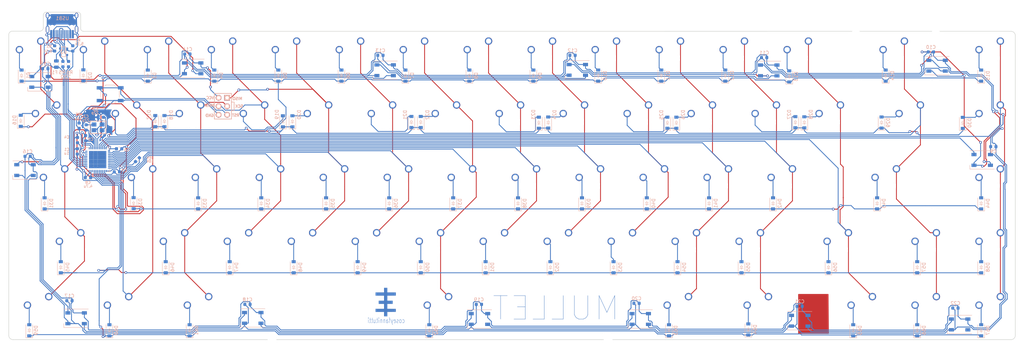
<source format=kicad_pcb>
(kicad_pcb (version 20171130) (host pcbnew "(5.0.1)-3")
  (layers (0 F.Cu signal) (31 B.Cu signal) (34 B.Paste user) (35 F.Paste user) (36 B.SilkS user) (37 F.SilkS user) (38 B.Mask user) (39 F.Mask user) (44 Edge.Cuts user))
  (net 0 "")
  (net 1 GND)
  (net 2 "Net-(C1-Pad1)")
  (net 3 "Net-(C2-Pad1)")
  (net 4 "Net-(C3-Pad1)")
  (net 5 VCC)
  (net 6 row0)
  (net 7 "Net-(D1-Pad2)")
  (net 8 "Net-(D2-Pad2)")
  (net 9 "Net-(D3-Pad2)")
  (net 10 "Net-(D4-Pad2)")
  (net 11 "Net-(D5-Pad2)")
  (net 12 "Net-(D6-Pad2)")
  (net 13 "Net-(D7-Pad2)")
  (net 14 "Net-(D8-Pad2)")
  (net 15 "Net-(D9-Pad2)")
  (net 16 "Net-(D10-Pad2)")
  (net 17 "Net-(D11-Pad2)")
  (net 18 "Net-(D12-Pad2)")
  (net 19 "Net-(D13-Pad2)")
  (net 20 "Net-(D14-Pad2)")
  (net 21 "Net-(D15-Pad2)")
  (net 22 row1)
  (net 23 "Net-(D16-Pad2)")
  (net 24 "Net-(D17-Pad2)")
  (net 25 "Net-(D18-Pad2)")
  (net 26 "Net-(D19-Pad2)")
  (net 27 "Net-(D20-Pad2)")
  (net 28 "Net-(D21-Pad2)")
  (net 29 "Net-(D22-Pad2)")
  (net 30 "Net-(D23-Pad2)")
  (net 31 "Net-(D24-Pad2)")
  (net 32 "Net-(D25-Pad2)")
  (net 33 "Net-(D26-Pad2)")
  (net 34 "Net-(D27-Pad2)")
  (net 35 "Net-(D28-Pad2)")
  (net 36 "Net-(D29-Pad2)")
  (net 37 "Net-(D30-Pad2)")
  (net 38 "Net-(D31-Pad2)")
  (net 39 row2)
  (net 40 "Net-(D32-Pad2)")
  (net 41 "Net-(D33-Pad2)")
  (net 42 "Net-(D34-Pad2)")
  (net 43 "Net-(D35-Pad2)")
  (net 44 "Net-(D36-Pad2)")
  (net 45 "Net-(D37-Pad2)")
  (net 46 "Net-(D38-Pad2)")
  (net 47 "Net-(D39-Pad2)")
  (net 48 "Net-(D40-Pad2)")
  (net 49 "Net-(D41-Pad2)")
  (net 50 "Net-(D42-Pad2)")
  (net 51 "Net-(D43-Pad2)")
  (net 52 "Net-(D44-Pad2)")
  (net 53 row3)
  (net 54 "Net-(D45-Pad2)")
  (net 55 "Net-(D46-Pad2)")
  (net 56 "Net-(D47-Pad2)")
  (net 57 "Net-(D48-Pad2)")
  (net 58 "Net-(D49-Pad2)")
  (net 59 "Net-(D50-Pad2)")
  (net 60 "Net-(D51-Pad2)")
  (net 61 "Net-(D52-Pad2)")
  (net 62 "Net-(D53-Pad2)")
  (net 63 "Net-(D54-Pad2)")
  (net 64 "Net-(D55-Pad2)")
  (net 65 "Net-(D56-Pad2)")
  (net 66 "Net-(D57-Pad2)")
  (net 67 "Net-(D58-Pad2)")
  (net 68 "Net-(D59-Pad2)")
  (net 69 row4)
  (net 70 "Net-(D60-Pad2)")
  (net 71 "Net-(D61-Pad2)")
  (net 72 "Net-(D62-Pad2)")
  (net 73 "Net-(D63-Pad2)")
  (net 74 "Net-(D64-Pad2)")
  (net 75 "Net-(D65-Pad2)")
  (net 76 "Net-(D66-Pad2)")
  (net 77 "Net-(D67-Pad2)")
  (net 78 "Net-(R4-Pad2)")
  (net 79 col0)
  (net 80 col1)
  (net 81 col2)
  (net 82 col3)
  (net 83 col4)
  (net 84 col5)
  (net 85 col6)
  (net 86 col7)
  (net 87 col8)
  (net 88 col9)
  (net 89 col10)
  (net 90 col11)
  (net 91 col12)
  (net 92 col13)
  (net 93 col14)
  (net 94 "Net-(U1-Pad1)")
  (net 95 "Net-(U1-Pad42)")
  (net 96 "Net-(LED1-Pad2)")
  (net 97 RGB)
  (net 98 "Net-(LED2-Pad2)")
  (net 99 "Net-(LED3-Pad2)")
  (net 100 "Net-(LED4-Pad2)")
  (net 101 "Net-(LED5-Pad2)")
  (net 102 "Net-(LED6-Pad2)")
  (net 103 "Net-(LED7-Pad2)")
  (net 104 reset)
  (net 105 led9din)
  (net 106 "Net-(LED10-Pad4)")
  (net 107 "Net-(LED10-Pad2)")
  (net 108 "Net-(LED11-Pad2)")
  (net 109 "Net-(LED12-Pad2)")
  (net 110 "Net-(LED13-Pad2)")
  (net 111 "Net-(LED14-Pad2)")
  (net 112 "Net-(R1-Pad2)")
  (net 113 "Net-(R2-Pad2)")
  (net 114 D-)
  (net 115 D+)
  (net 116 "Net-(USB1-Pad9)")
  (net 117 "Net-(USB1-Pad3)")
  (net 118 +5V)
  (net 119 "Net-(R5-Pad1)")
  (net 120 "Net-(R6-Pad1)")
  (net 121 "Net-(U1-Pad9)")
  (net 122 "Net-(U1-Pad11)")
  (net 123 "Net-(U1-Pad12)")
  (module LED_SMD:LED_WS2812B_PLCC4_5.0x5.0mm_P3.2mm (layer B.Cu) (at 112.072555 18.215071 180)
    (fp_text reference LED5)
    (fp_text value WS2812B)
    (pad 3 smd rect (at 2.45 -1.6 180) (size 1.5 1) (layers B.Cu B.Paste B.Mask) (net 1 GND))
    (pad 4 smd rect (at 2.45 1.6 180) (size 1.5 1) (layers B.Cu B.Paste B.Mask) (net 100 "Net-(LED4-Pad2)"))
    (pad 2 smd rect (at -2.45 -1.6 180) (size 1.5 1) (layers B.Cu B.Paste B.Mask) (net 101 "Net-(LED5-Pad2)"))
    (pad 1 smd rect (at -2.45 1.6 180) (size 1.5 1) (layers B.Cu B.Paste B.Mask) (net 118 +5V))
  )
  (module Button_Switch_Keyboard:SW_Cherry_MX1A_1.00u_PCB-NOSCREEN (layer F.Cu) (at 238.125 9.525)
    (fp_text reference SW13)
    (fp_text value KEYSW)
    (pad 1 thru_hole circle (at 0 0) (size 2.2 2.2) (drill 1.5) (layers *.Cu *.Mask) (net 91 col12))
    (pad 2 thru_hole circle (at -6.35 2.54) (size 2.2 2.2) (drill 1.5) (layers *.Cu *.Mask) (net 19 "Net-(D13-Pad2)"))
    (pad "" np_thru_hole circle (at -2.54 5.08) (size 4 4) (drill 4) (layers *.Cu *.Mask))
    (pad "" np_thru_hole circle (at -7.62 5.08) (size 1.7 1.7) (drill 1.7) (layers *.Cu *.Mask))
    (pad "" np_thru_hole circle (at 2.54 5.08) (size 1.7 1.7) (drill 1.7) (layers *.Cu *.Mask))
  )
  (module Button_Switch_Keyboard:SW_Cherry_MX1A_1.00u_PCB-NOSCREEN (layer F.Cu) (at 76.2 28.575)
    (fp_text reference SW19)
    (fp_text value KEYSW)
    (pad 1 thru_hole circle (at 0 0) (size 2.2 2.2) (drill 1.5) (layers *.Cu *.Mask) (net 82 col3))
    (pad 2 thru_hole circle (at -6.35 2.54) (size 2.2 2.2) (drill 1.5) (layers *.Cu *.Mask) (net 26 "Net-(D19-Pad2)"))
    (pad "" np_thru_hole circle (at -2.54 5.08) (size 4 4) (drill 4) (layers *.Cu *.Mask))
    (pad "" np_thru_hole circle (at -7.62 5.08) (size 1.7 1.7) (drill 1.7) (layers *.Cu *.Mask))
    (pad "" np_thru_hole circle (at 2.54 5.08) (size 1.7 1.7) (drill 1.7) (layers *.Cu *.Mask))
  )
  (module keyboard_parts2:Mx_Stab_625 (layer F.Cu) (at 128.429 90.805 180)
    (fp_text reference ST62)
    (fp_text value KEYSW hide)
    (pad "" np_thru_hole circle (at 50.038 8.255 180) (size 3.9878 3.9878) (drill 3.9878) (layers *.Cu *.Mask))
    (pad "" np_thru_hole circle (at -50.038 8.255 180) (size 3.9878 3.9878) (drill 3.9878) (layers *.Cu *.Mask))
    (pad "" np_thru_hole circle (at 50.038 -6.985 180) (size 3.048 3.048) (drill 3.048) (layers *.Cu *.Mask))
    (pad "" np_thru_hole circle (at -50.038 -6.985 180) (size 3.048 3.048) (drill 3.048) (layers *.Cu *.Mask))
  )
  (module Resistor_SMD:R_0603_1608Metric (layer B.Cu) (at 13.64818 11.705939 90)
    (fp_text reference R1 (at 0.577423 -1.679776 180) (layer B.SilkS) (effects (font (size 0.8 0.8)) (justify mirror)))
    (fp_text value 5.1k (at -0.787395 -1.994734 180) (layer B.SilkS) (effects (font (size 0.8 0.8)) (justify mirror)))
    (pad 1 smd roundrect (at -0.7875 0 90) (size 0.875 0.95) (layers B.Cu B.Paste B.Mask) (net 1 GND))
    (pad 2 smd roundrect (at 0.7875 0 90) (size 0.875 0.95) (layers B.Cu B.Paste B.Mask) (net 112 "Net-(R1-Pad2)"))
  )
  (module Resistor_SMD:R_0603_1608Metric (layer B.Cu) (at 19.054959 11.705939 90)
    (fp_text reference R2 (at 2.414678 1.522297 180) (layer B.SilkS) (effects (font (size 0.8 0.8)) (justify mirror)))
    (fp_text value 5.1k (at 1.364818 1.942241 180) (layer B.SilkS) (effects (font (size 0.8 0.8)) (justify mirror)))
    (pad 2 smd roundrect (at 0.7875 0 90) (size 0.875 0.95) (layers B.Cu B.Paste B.Mask) (net 113 "Net-(R2-Pad2)"))
    (pad 1 smd roundrect (at -0.7875 0 90) (size 0.875 0.95) (layers B.Cu B.Paste B.Mask) (net 1 GND))
  )
  (module Button_Switch_SMD:SW_SPST_TL3342 (layer B.Cu) (at 30.183475 25.354119)
    (fp_text reference RESET1)
    (fp_text value " " (at 0 -3.75) (layer B.SilkS) (effects (justify mirror)))
    (pad 1 smd rect (at -3.15 1.9) (size 1.7 1) (layers B.Cu B.Paste B.Mask) (net 1 GND))
    (pad 1 smd rect (at 3.15 1.9) (size 1.7 1) (layers B.Cu B.Paste B.Mask) (net 1 GND))
    (pad 2 smd rect (at -3.15 -1.9) (size 1.7 1) (layers B.Cu B.Paste B.Mask) (net 104 reset))
    (pad 2 smd rect (at 3.15 -1.9) (size 1.7 1) (layers B.Cu B.Paste B.Mask) (net 104 reset))
  )
  (module Housings_DFN_QFN:QFN-44-1EP_7x7mm_Pitch0.5mm (layer B.Cu) (at 26.467463 44.867681)
    (fp_text reference U1)
    (fp_text value ATMEGA32U4)
    (pad 1 smd rect (at -3.4 2.5) (size 0.7 0.25) (layers B.Cu B.Paste B.Mask) (net 94 "Net-(U1-Pad1)"))
    (pad 2 smd rect (at -3.4 2.000001) (size 0.7 0.25) (layers B.Cu B.Paste B.Mask) (net 118 +5V))
    (pad 3 smd rect (at -3.4 1.5) (size 0.7 0.25) (layers B.Cu B.Paste B.Mask) (net 119 "Net-(R5-Pad1)"))
    (pad 4 smd rect (at -3.4 1) (size 0.7 0.25) (layers B.Cu B.Paste B.Mask) (net 120 "Net-(R6-Pad1)"))
    (pad 5 smd rect (at -3.4 0.499999) (size 0.7 0.25) (layers B.Cu B.Paste B.Mask) (net 1 GND))
    (pad 6 smd rect (at -3.4 0) (size 0.7 0.25) (layers B.Cu B.Paste B.Mask) (net 2 "Net-(C1-Pad1)"))
    (pad 7 smd rect (at -3.4 -0.499999) (size 0.7 0.25) (layers B.Cu B.Paste B.Mask) (net 118 +5V))
    (pad 8 smd rect (at -3.4 -1) (size 0.7 0.25) (layers B.Cu B.Paste B.Mask) (net 39 row2))
    (pad 9 smd rect (at -3.4 -1.5) (size 0.7 0.25) (layers B.Cu B.Paste B.Mask) (net 121 "Net-(U1-Pad9)"))
    (pad 10 smd rect (at -3.4 -2.000001) (size 0.7 0.25) (layers B.Cu B.Paste B.Mask) (net 79 col0))
    (pad 11 smd rect (at -3.4 -2.5) (size 0.7 0.25) (layers B.Cu B.Paste B.Mask) (net 122 "Net-(U1-Pad11)"))
    (pad 12 smd rect (at -2.5 -3.4 270) (size 0.7 0.25) (layers B.Cu B.Paste B.Mask) (net 123 "Net-(U1-Pad12)"))
    (pad 13 smd rect (at -2.000001 -3.4 270) (size 0.7 0.25) (layers B.Cu B.Paste B.Mask) (net 104 reset))
    (pad 14 smd rect (at -1.5 -3.4 270) (size 0.7 0.25) (layers B.Cu B.Paste B.Mask) (net 118 +5V))
    (pad 15 smd rect (at -1 -3.4 270) (size 0.7 0.25) (layers B.Cu B.Paste B.Mask) (net 1 GND))
    (pad 16 smd rect (at -0.499999 -3.4 270) (size 0.7 0.25) (layers B.Cu B.Paste B.Mask) (net 3 "Net-(C2-Pad1)"))
    (pad 17 smd rect (at 0 -3.4 270) (size 0.7 0.25) (layers B.Cu B.Paste B.Mask) (net 4 "Net-(C3-Pad1)"))
    (pad 18 smd rect (at 0.499999 -3.4 270) (size 0.7 0.25) (layers B.Cu B.Paste B.Mask) (net 6 row0))
    (pad 19 smd rect (at 1 -3.4 270) (size 0.7 0.25) (layers B.Cu B.Paste B.Mask) (net 22 row1))
    (pad 20 smd rect (at 1.5 -3.4 270) (size 0.7 0.25) (layers B.Cu B.Paste B.Mask) (net 92 col13))
    (pad 21 smd rect (at 2.000001 -3.4 270) (size 0.7 0.25) (layers B.Cu B.Paste B.Mask) (net 93 col14))
    (pad 22 smd rect (at 2.5 -3.4 270) (size 0.7 0.25) (layers B.Cu B.Paste B.Mask) (net 97 RGB))
    (pad 23 smd rect (at 3.4 -2.5) (size 0.7 0.25) (layers B.Cu B.Paste B.Mask) (net 1 GND))
    (pad 24 smd rect (at 3.4 -2.000001) (size 0.7 0.25) (layers B.Cu B.Paste B.Mask) (net 118 +5V))
    (pad 25 smd rect (at 3.4 -1.5) (size 0.7 0.25) (layers B.Cu B.Paste B.Mask) (net 91 col12))
    (pad 26 smd rect (at 3.4 -1) (size 0.7 0.25) (layers B.Cu B.Paste B.Mask) (net 90 col11))
    (pad 27 smd rect (at 3.4 -0.499999) (size 0.7 0.25) (layers B.Cu B.Paste B.Mask) (net 89 col10))
    (pad 28 smd rect (at 3.4 0) (size 0.7 0.25) (layers B.Cu B.Paste B.Mask) (net 88 col9))
    (pad 29 smd rect (at 3.4 0.499999) (size 0.7 0.25) (layers B.Cu B.Paste B.Mask) (net 87 col8))
    (pad 30 smd rect (at 3.4 1) (size 0.7 0.25) (layers B.Cu B.Paste B.Mask) (net 86 col7))
    (pad 31 smd rect (at 3.4 1.5) (size 0.7 0.25) (layers B.Cu B.Paste B.Mask) (net 85 col6))
    (pad 32 smd rect (at 3.4 2.000001) (size 0.7 0.25) (layers B.Cu B.Paste B.Mask) (net 84 col5))
    (pad 33 smd rect (at 3.4 2.5) (size 0.7 0.25) (layers B.Cu B.Paste B.Mask) (net 78 "Net-(R4-Pad2)"))
    (pad 34 smd rect (at 2.5 3.4 270) (size 0.7 0.25) (layers B.Cu B.Paste B.Mask) (net 118 +5V))
    (pad 35 smd rect (at 2.000001 3.4 270) (size 0.7 0.25) (layers B.Cu B.Paste B.Mask) (net 1 GND))
    (pad 36 smd rect (at 1.5 3.4 270) (size 0.7 0.25) (layers B.Cu B.Paste B.Mask) (net 83 col4))
    (pad 37 smd rect (at 1 3.4 270) (size 0.7 0.25) (layers B.Cu B.Paste B.Mask) (net 82 col3))
    (pad 38 smd rect (at 0.499999 3.4 270) (size 0.7 0.25) (layers B.Cu B.Paste B.Mask) (net 81 col2))
    (pad 39 smd rect (at 0 3.4 270) (size 0.7 0.25) (layers B.Cu B.Paste B.Mask) (net 80 col1))
    (pad 40 smd rect (at -0.499999 3.4 270) (size 0.7 0.25) (layers B.Cu B.Paste B.Mask) (net 69 row4))
    (pad 41 smd rect (at -1 3.4 270) (size 0.7 0.25) (layers B.Cu B.Paste B.Mask) (net 53 row3))
    (pad 42 smd rect (at -1.5 3.4 270) (size 0.7 0.25) (layers B.Cu B.Paste B.Mask) (net 95 "Net-(U1-Pad42)"))
    (pad 43 smd rect (at -2.000001 3.4 270) (size 0.7 0.25) (layers B.Cu B.Paste B.Mask) (net 1 GND))
    (pad 44 smd rect (at -2.5 3.4 270) (size 0.7 0.25) (layers B.Cu B.Paste B.Mask) (net 118 +5V))
    (pad 45 smd rect (at 1.93125 -1.93125) (size 1.2875 1.2875) (layers B.Cu B.Paste B.Mask))
    (pad 45 smd rect (at 1.93125 -0.64375) (size 1.2875 1.2875) (layers B.Cu B.Paste B.Mask))
    (pad 45 smd rect (at 1.93125 0.64375) (size 1.2875 1.2875) (layers B.Cu B.Paste B.Mask))
    (pad 45 smd rect (at 1.93125 1.93125) (size 1.2875 1.2875) (layers B.Cu B.Paste B.Mask))
    (pad 45 smd rect (at 0.64375 -1.93125) (size 1.2875 1.2875) (layers B.Cu B.Paste B.Mask))
    (pad 45 smd rect (at 0.64375 -0.64375) (size 1.2875 1.2875) (layers B.Cu B.Paste B.Mask))
    (pad 45 smd rect (at 0.64375 0.64375) (size 1.2875 1.2875) (layers B.Cu B.Paste B.Mask))
    (pad 45 smd rect (at 0.64375 1.93125) (size 1.2875 1.2875) (layers B.Cu B.Paste B.Mask))
    (pad 45 smd rect (at -0.64375 -1.93125) (size 1.2875 1.2875) (layers B.Cu B.Paste B.Mask))
    (pad 45 smd rect (at -0.64375 -0.64375) (size 1.2875 1.2875) (layers B.Cu B.Paste B.Mask))
    (pad 45 smd rect (at -0.64375 0.64375) (size 1.2875 1.2875) (layers B.Cu B.Paste B.Mask))
    (pad 45 smd rect (at -0.64375 1.93125) (size 1.2875 1.2875) (layers B.Cu B.Paste B.Mask))
    (pad 45 smd rect (at -1.93125 -1.93125) (size 1.2875 1.2875) (layers B.Cu B.Paste B.Mask))
    (pad 45 smd rect (at -1.93125 -0.64375) (size 1.2875 1.2875) (layers B.Cu B.Paste B.Mask))
    (pad 45 smd rect (at -1.93125 0.64375) (size 1.2875 1.2875) (layers B.Cu B.Paste B.Mask))
    (pad 45 smd rect (at -1.93125 1.93125) (size 1.2875 1.2875) (layers B.Cu B.Paste B.Mask))
  )
  (module keyboard_parts:FA-238 (layer B.Cu) (at 26.581944 35.244992)
    (fp_text reference X1 hide)
    (fp_text value XTAL_GND hide)
    (pad 3 smd rect (at -1.1 0.8) (size 1.4 1.2) (drill (offset -0.1 0.05)) (layers B.Cu B.Paste B.Mask) (net 1 GND) (clearance 0.2))
    (pad 2 smd rect (at 1.1 0.8) (size 1.4 1.2) (drill (offset 0.1 0.05)) (layers B.Cu B.Paste B.Mask) (net 4 "Net-(C3-Pad1)") (clearance 0.2))
    (pad 1 smd rect (at -1.1 -0.8) (size 1.4 1.2) (drill (offset -0.1 -0.05)) (layers B.Cu B.Paste B.Mask) (net 3 "Net-(C2-Pad1)") (clearance 0.2))
    (pad 3 smd rect (at 1.1 -0.8) (size 1.4 1.2) (drill (offset 0.1 -0.05)) (layers B.Cu B.Paste B.Mask) (net 1 GND) (clearance 0.2))
  )
  (module Diode_SMD:D_SOD-123 (layer B.Cu) (at 3.81 19.812 90)
    (fp_text reference D1 (at 0 2 90) (layer B.SilkS) (effects (justify mirror)))
    (fp_text value " ")
    (pad 1 smd rect (at -1.65 0 90) (size 0.9 1.2) (layers B.Cu B.Paste B.Mask) (net 6 row0))
    (pad 2 smd rect (at 1.65 0 90) (size 0.9 1.2) (layers B.Cu B.Paste B.Mask) (net 7 "Net-(D1-Pad2)"))
  )
  (module Diode_SMD:D_SOD-123 (layer B.Cu) (at 22.204539 19.737368 90)
    (fp_text reference D2 (at 0 2 90) (layer B.SilkS) (effects (justify mirror)))
    (fp_text value " ")
    (pad 1 smd rect (at -1.65 0 90) (size 0.9 1.2) (layers B.Cu B.Paste B.Mask) (net 6 row0))
    (pad 2 smd rect (at 1.65 0 90) (size 0.9 1.2) (layers B.Cu B.Paste B.Mask) (net 8 "Net-(D2-Pad2)"))
  )
  (module Diode_SMD:D_SOD-123 (layer B.Cu) (at 41.402 19.812 90)
    (fp_text reference D3 (at 0 2 90) (layer B.SilkS) (effects (justify mirror)))
    (fp_text value " ")
    (pad 1 smd rect (at -1.65 0 90) (size 0.9 1.2) (layers B.Cu B.Paste B.Mask) (net 6 row0))
    (pad 2 smd rect (at 1.65 0 90) (size 0.9 1.2) (layers B.Cu B.Paste B.Mask) (net 9 "Net-(D3-Pad2)"))
  )
  (module Diode_SMD:D_SOD-123 (layer B.Cu) (at 61.214 19.812 90)
    (fp_text reference D4 (at 0 2 90) (layer B.SilkS) (effects (justify mirror)))
    (fp_text value " ")
    (pad 1 smd rect (at -1.65 0 90) (size 0.9 1.2) (layers B.Cu B.Paste B.Mask) (net 6 row0))
    (pad 2 smd rect (at 1.65 0 90) (size 0.9 1.2) (layers B.Cu B.Paste B.Mask) (net 10 "Net-(D4-Pad2)"))
  )
  (module Diode_SMD:D_SOD-123 (layer B.Cu) (at 80.264 19.812 90)
    (fp_text reference D5 (at 0 2 90) (layer B.SilkS) (effects (justify mirror)))
    (fp_text value " ")
    (pad 1 smd rect (at -1.65 0 90) (size 0.9 1.2) (layers B.Cu B.Paste B.Mask) (net 6 row0))
    (pad 2 smd rect (at 1.65 0 90) (size 0.9 1.2) (layers B.Cu B.Paste B.Mask) (net 11 "Net-(D5-Pad2)"))
  )
  (module Diode_SMD:D_SOD-123 (layer B.Cu) (at 99.06 19.812 90)
    (fp_text reference D6 (at 0 2 90) (layer B.SilkS) (effects (justify mirror)))
    (fp_text value " ")
    (pad 1 smd rect (at -1.65 0 90) (size 0.9 1.2) (layers B.Cu B.Paste B.Mask) (net 6 row0))
    (pad 2 smd rect (at 1.65 0 90) (size 0.9 1.2) (layers B.Cu B.Paste B.Mask) (net 12 "Net-(D6-Pad2)"))
  )
  (module Diode_SMD:D_SOD-123 (layer B.Cu) (at 118.11 19.812 90)
    (fp_text reference D7 (at 0 2 90) (layer B.SilkS) (effects (justify mirror)))
    (fp_text value " ")
    (pad 1 smd rect (at -1.65 0 90) (size 0.9 1.2) (layers B.Cu B.Paste B.Mask) (net 6 row0))
    (pad 2 smd rect (at 1.65 0 90) (size 0.9 1.2) (layers B.Cu B.Paste B.Mask) (net 13 "Net-(D7-Pad2)"))
  )
  (module Diode_SMD:D_SOD-123 (layer B.Cu) (at 137.16 19.812 90)
    (fp_text reference D8 (at 0 2 90) (layer B.SilkS) (effects (justify mirror)))
    (fp_text value " ")
    (pad 1 smd rect (at -1.65 0 90) (size 0.9 1.2) (layers B.Cu B.Paste B.Mask) (net 6 row0))
    (pad 2 smd rect (at 1.65 0 90) (size 0.9 1.2) (layers B.Cu B.Paste B.Mask) (net 14 "Net-(D8-Pad2)"))
  )
  (module Diode_SMD:D_SOD-123 (layer B.Cu) (at 156.21 19.812 90)
    (fp_text reference D9 (at 0 2 90) (layer B.SilkS) (effects (justify mirror)))
    (fp_text value " ")
    (pad 1 smd rect (at -1.65 0 90) (size 0.9 1.2) (layers B.Cu B.Paste B.Mask) (net 6 row0))
    (pad 2 smd rect (at 1.65 0 90) (size 0.9 1.2) (layers B.Cu B.Paste B.Mask) (net 15 "Net-(D9-Pad2)"))
  )
  (module Diode_SMD:D_SOD-123 (layer B.Cu) (at 175.514 19.812 90)
    (fp_text reference D10 (at 0 2 90) (layer B.SilkS) (effects (justify mirror)))
    (fp_text value " ")
    (pad 2 smd rect (at 1.65 0 90) (size 0.9 1.2) (layers B.Cu B.Paste B.Mask) (net 16 "Net-(D10-Pad2)"))
    (pad 1 smd rect (at -1.65 0 90) (size 0.9 1.2) (layers B.Cu B.Paste B.Mask) (net 6 row0))
  )
  (module Diode_SMD:D_SOD-123 (layer B.Cu) (at 194.31 19.812 90)
    (fp_text reference D11 (at 0 2 90) (layer B.SilkS) (effects (justify mirror)))
    (fp_text value " ")
    (pad 2 smd rect (at 1.65 0 90) (size 0.9 1.2) (layers B.Cu B.Paste B.Mask) (net 17 "Net-(D11-Pad2)"))
    (pad 1 smd rect (at -1.65 0 90) (size 0.9 1.2) (layers B.Cu B.Paste B.Mask) (net 6 row0))
  )
  (module Diode_SMD:D_SOD-123 (layer B.Cu) (at 213.36 19.812 90)
    (fp_text reference D12 (at 0 2 90) (layer B.SilkS) (effects (justify mirror)))
    (fp_text value " ")
    (pad 2 smd rect (at 1.65 0 90) (size 0.9 1.2) (layers B.Cu B.Paste B.Mask) (net 18 "Net-(D12-Pad2)"))
    (pad 1 smd rect (at -1.65 0 90) (size 0.9 1.2) (layers B.Cu B.Paste B.Mask) (net 6 row0))
  )
  (module Diode_SMD:D_SOD-123 (layer B.Cu) (at 232.41 20.066 90)
    (fp_text reference D13 (at 0 2 90) (layer B.SilkS) (effects (justify mirror)))
    (fp_text value " ")
    (pad 2 smd rect (at 1.65 0 90) (size 0.9 1.2) (layers B.Cu B.Paste B.Mask) (net 19 "Net-(D13-Pad2)"))
    (pad 1 smd rect (at -1.65 0 90) (size 0.9 1.2) (layers B.Cu B.Paste B.Mask) (net 6 row0))
  )
  (module Diode_SMD:D_SOD-123 (layer B.Cu) (at 261.112 19.812 90)
    (fp_text reference D14 (at 0 2 90) (layer B.SilkS) (effects (justify mirror)))
    (fp_text value " ")
    (pad 2 smd rect (at 1.65 0 90) (size 0.9 1.2) (layers B.Cu B.Paste B.Mask) (net 20 "Net-(D14-Pad2)"))
    (pad 1 smd rect (at -1.65 0 90) (size 0.9 1.2) (layers B.Cu B.Paste B.Mask) (net 6 row0))
  )
  (module Diode_SMD:D_SOD-123 (layer B.Cu) (at 289.56 19.812 90)
    (fp_text reference D15 (at 0 2 90) (layer B.SilkS) (effects (justify mirror)))
    (fp_text value " ")
    (pad 2 smd rect (at 1.65 0 90) (size 0.9 1.2) (layers B.Cu B.Paste B.Mask) (net 21 "Net-(D15-Pad2)"))
    (pad 1 smd rect (at -1.65 0 90) (size 0.9 1.2) (layers B.Cu B.Paste B.Mask) (net 6 row0))
  )
  (module Diode_SMD:D_SOD-123 (layer B.Cu) (at 3.569524 33.280562 90)
    (fp_text reference D16 (at 0.209972 -1.889748 90) (layer B.SilkS) (effects (justify mirror)))
    (fp_text value " ")
    (pad 2 smd rect (at 1.65 0 90) (size 0.9 1.2) (layers B.Cu B.Paste B.Mask) (net 23 "Net-(D16-Pad2)"))
    (pad 1 smd rect (at -1.65 0 90) (size 0.9 1.2) (layers B.Cu B.Paste B.Mask) (net 22 row1))
  )
  (module Diode_SMD:D_SOD-123 (layer B.Cu) (at 43.621683 33.385548 90)
    (fp_text reference D17 (at 1.942241 -1.889748 90) (layer B.SilkS) (effects (justify mirror)))
    (fp_text value " ")
    (pad 1 smd rect (at -1.65 0 90) (size 0.9 1.2) (layers B.Cu B.Paste B.Mask) (net 22 row1))
    (pad 2 smd rect (at 1.65 0 90) (size 0.9 1.2) (layers B.Cu B.Paste B.Mask) (net 24 "Net-(D17-Pad2)"))
  )
  (module Diode_SMD:D_SOD-123 (layer B.Cu) (at 46.351319 33.385548 90)
    (fp_text reference D18 (at 1.837255 2 90) (layer B.SilkS) (effects (justify mirror)))
    (fp_text value " ")
    (pad 2 smd rect (at 1.65 0 90) (size 0.9 1.2) (layers B.Cu B.Paste B.Mask) (net 25 "Net-(D18-Pad2)"))
    (pad 1 smd rect (at -1.65 0 90) (size 0.9 1.2) (layers B.Cu B.Paste B.Mask) (net 22 row1))
  )
  (module Diode_SMD:D_SOD-123 (layer B.Cu) (at 81.626615 33.438041 90)
    (fp_text reference D19 (at 2.047227 -1.784762 90) (layer B.SilkS) (effects (justify mirror)))
    (fp_text value " ")
    (pad 2 smd rect (at 1.65 0 90) (size 0.9 1.2) (layers B.Cu B.Paste B.Mask) (net 26 "Net-(D19-Pad2)"))
    (pad 1 smd rect (at -1.65 0 90) (size 0.9 1.2) (layers B.Cu B.Paste B.Mask) (net 22 row1))
  )
  (module Diode_SMD:D_SOD-123 (layer B.Cu) (at 84.461237 33.438041 90)
    (fp_text reference D20 (at 1.994734 2 90) (layer B.SilkS) (effects (justify mirror)))
    (fp_text value " ")
    (pad 2 smd rect (at 1.65 0 90) (size 0.9 1.2) (layers B.Cu B.Paste B.Mask) (net 27 "Net-(D20-Pad2)"))
    (pad 1 smd rect (at -1.65 0 90) (size 0.9 1.2) (layers B.Cu B.Paste B.Mask) (net 22 row1))
  )
  (module Diode_SMD:D_SOD-123 (layer B.Cu) (at 119.894012 33.648013 90)
    (fp_text reference D21 (at 2.09972 -1.889748 90) (layer B.SilkS) (effects (justify mirror)))
    (fp_text value " ")
    (pad 2 smd rect (at 1.65 0 90) (size 0.9 1.2) (layers B.Cu B.Paste B.Mask) (net 28 "Net-(D21-Pad2)"))
    (pad 1 smd rect (at -1.65 0 90) (size 0.9 1.2) (layers B.Cu B.Paste B.Mask) (net 22 row1))
  )
  (module Diode_SMD:D_SOD-123 (layer B.Cu) (at 122.676141 33.648013 90)
    (fp_text reference D22 (at 2.152213 2 90) (layer B.SilkS) (effects (justify mirror)))
    (fp_text value " ")
    (pad 2 smd rect (at 1.65 0 90) (size 0.9 1.2) (layers B.Cu B.Paste B.Mask) (net 29 "Net-(D22-Pad2)"))
    (pad 1 smd rect (at -1.65 0 90) (size 0.9 1.2) (layers B.Cu B.Paste B.Mask) (net 22 row1))
  )
  (module Diode_SMD:D_SOD-123 (layer B.Cu) (at 157.846451 33.857985 90)
    (fp_text reference D23 (at 2.467171 -1.627283 90) (layer B.SilkS) (effects (justify mirror)))
    (fp_text value " ")
    (pad 2 smd rect (at 1.65 0 90) (size 0.9 1.2) (layers B.Cu B.Paste B.Mask) (net 30 "Net-(D23-Pad2)"))
    (pad 1 smd rect (at -1.65 0 90) (size 0.9 1.2) (layers B.Cu B.Paste B.Mask) (net 22 row1))
  )
  (module Diode_SMD:D_SOD-123 (layer B.Cu) (at 160.62858 33.805492 90)
    (fp_text reference D24 (at 2.362185 1.889748 90) (layer B.SilkS) (effects (justify mirror)))
    (fp_text value " ")
    (pad 2 smd rect (at 1.65 0 90) (size 0.9 1.2) (layers B.Cu B.Paste B.Mask) (net 31 "Net-(D24-Pad2)"))
    (pad 1 smd rect (at -1.65 0 90) (size 0.9 1.2) (layers B.Cu B.Paste B.Mask) (net 22 row1))
  )
  (module Diode_SMD:D_SOD-123 (layer B.Cu) (at 196.113848 33.857985 90)
    (fp_text reference D25 (at 2.362185 -1.784762 90) (layer B.SilkS) (effects (justify mirror)))
    (fp_text value " ")
    (pad 1 smd rect (at -1.65 0 90) (size 0.9 1.2) (layers B.Cu B.Paste B.Mask) (net 22 row1))
    (pad 2 smd rect (at 1.65 0 90) (size 0.9 1.2) (layers B.Cu B.Paste B.Mask) (net 32 "Net-(D25-Pad2)"))
  )
  (module Diode_SMD:D_SOD-123 (layer B.Cu) (at 198.790991 33.857985 90)
    (fp_text reference D26 (at 2.414678 1.994734 90) (layer B.SilkS) (effects (justify mirror)))
    (fp_text value " ")
    (pad 2 smd rect (at 1.65 0 90) (size 0.9 1.2) (layers B.Cu B.Paste B.Mask) (net 33 "Net-(D26-Pad2)"))
    (pad 1 smd rect (at -1.65 0 90) (size 0.9 1.2) (layers B.Cu B.Paste B.Mask) (net 22 row1))
  )
  (module Diode_SMD:D_SOD-123 (layer B.Cu) (at 234.223766 33.700506 90)
    (fp_text reference D27 (at 2.309692 -1.837255 90) (layer B.SilkS) (effects (justify mirror)))
    (fp_text value " ")
    (pad 2 smd rect (at 1.65 0 90) (size 0.9 1.2) (layers B.Cu B.Paste B.Mask) (net 34 "Net-(D27-Pad2)"))
    (pad 1 smd rect (at -1.65 0 90) (size 0.9 1.2) (layers B.Cu B.Paste B.Mask) (net 22 row1))
  )
  (module Diode_SMD:D_SOD-123 (layer B.Cu) (at 236.900909 33.752999 90)
    (fp_text reference D28 (at 2.362185 1.942241 90) (layer B.SilkS) (effects (justify mirror)))
    (fp_text value " ")
    (pad 2 smd rect (at 1.65 0 90) (size 0.9 1.2) (layers B.Cu B.Paste B.Mask) (net 35 "Net-(D28-Pad2)"))
    (pad 1 smd rect (at -1.65 0 90) (size 0.9 1.2) (layers B.Cu B.Paste B.Mask) (net 22 row1))
  )
  (module Diode_SMD:D_SOD-123 (layer B.Cu) (at 259.892843 33.805492 90)
    (fp_text reference D29 (at 0 2 90) (layer B.SilkS) (effects (justify mirror)))
    (fp_text value " ")
    (pad 2 smd rect (at 1.65 0 90) (size 0.9 1.2) (layers B.Cu B.Paste B.Mask) (net 36 "Net-(D29-Pad2)"))
    (pad 1 smd rect (at -1.65 0 90) (size 0.9 1.2) (layers B.Cu B.Paste B.Mask) (net 22 row1))
  )
  (module Diode_SMD:D_SOD-123 (layer B.Cu) (at 284.092116 33.910478 90)
    (fp_text reference D30 (at 0 2 90) (layer B.SilkS) (effects (justify mirror)))
    (fp_text value " ")
    (pad 2 smd rect (at 1.65 0 90) (size 0.9 1.2) (layers B.Cu B.Paste B.Mask) (net 37 "Net-(D30-Pad2)"))
    (pad 1 smd rect (at -1.65 0 90) (size 0.9 1.2) (layers B.Cu B.Paste B.Mask) (net 22 row1))
  )
  (module Diode_SMD:D_SOD-123 (layer B.Cu) (at 10.668 57.912 90)
    (fp_text reference D31 (at 0 2 90) (layer B.SilkS) (effects (justify mirror)))
    (fp_text value " ")
    (pad 2 smd rect (at 1.65 0 90) (size 0.9 1.2) (layers B.Cu B.Paste B.Mask) (net 38 "Net-(D31-Pad2)"))
    (pad 1 smd rect (at -1.65 0 90) (size 0.9 1.2) (layers B.Cu B.Paste B.Mask) (net 39 row2))
  )
  (module Diode_SMD:D_SOD-123 (layer B.Cu) (at 37.165044 57.847286 90)
    (fp_text reference D32 (at 0 2 90) (layer B.SilkS) (effects (justify mirror)))
    (fp_text value " ")
    (pad 2 smd rect (at 1.65 0 90) (size 0.9 1.2) (layers B.Cu B.Paste B.Mask) (net 40 "Net-(D32-Pad2)"))
    (pad 1 smd rect (at -1.65 0 90) (size 0.9 1.2) (layers B.Cu B.Paste B.Mask) (net 39 row2))
  )
  (module Diode_SMD:D_SOD-123 (layer B.Cu) (at 56.388 57.912 90)
    (fp_text reference D33 (at 0 2 90) (layer B.SilkS) (effects (justify mirror)))
    (fp_text value " ")
    (pad 2 smd rect (at 1.65 0 90) (size 0.9 1.2) (layers B.Cu B.Paste B.Mask) (net 41 "Net-(D33-Pad2)"))
    (pad 1 smd rect (at -1.65 0 90) (size 0.9 1.2) (layers B.Cu B.Paste B.Mask) (net 39 row2))
  )
  (module Diode_SMD:D_SOD-123 (layer B.Cu) (at 75.184 57.912 90)
    (fp_text reference D34 (at 0 2 90) (layer B.SilkS) (effects (justify mirror)))
    (fp_text value " ")
    (pad 1 smd rect (at -1.65 0 90) (size 0.9 1.2) (layers B.Cu B.Paste B.Mask) (net 39 row2))
    (pad 2 smd rect (at 1.65 0 90) (size 0.9 1.2) (layers B.Cu B.Paste B.Mask) (net 42 "Net-(D34-Pad2)"))
  )
  (module Diode_SMD:D_SOD-123 (layer B.Cu) (at 94.488 57.912 90)
    (fp_text reference D35 (at 0 2 90) (layer B.SilkS) (effects (justify mirror)))
    (fp_text value " ")
    (pad 1 smd rect (at -1.65 0 90) (size 0.9 1.2) (layers B.Cu B.Paste B.Mask) (net 39 row2))
    (pad 2 smd rect (at 1.65 0 90) (size 0.9 1.2) (layers B.Cu B.Paste B.Mask) (net 43 "Net-(D35-Pad2)"))
  )
  (module Diode_SMD:D_SOD-123 (layer B.Cu) (at 113.284 57.912 90)
    (fp_text reference D36 (at 0 2 90) (layer B.SilkS) (effects (justify mirror)))
    (fp_text value " ")
    (pad 1 smd rect (at -1.65 0 90) (size 0.9 1.2) (layers B.Cu B.Paste B.Mask) (net 39 row2))
    (pad 2 smd rect (at 1.65 0 90) (size 0.9 1.2) (layers B.Cu B.Paste B.Mask) (net 44 "Net-(D36-Pad2)"))
  )
  (module Diode_SMD:D_SOD-123 (layer B.Cu) (at 132.334 57.912 90)
    (fp_text reference D37 (at 0 2 90) (layer B.SilkS) (effects (justify mirror)))
    (fp_text value " ")
    (pad 1 smd rect (at -1.65 0 90) (size 0.9 1.2) (layers B.Cu B.Paste B.Mask) (net 39 row2))
    (pad 2 smd rect (at 1.65 0 90) (size 0.9 1.2) (layers B.Cu B.Paste B.Mask) (net 45 "Net-(D37-Pad2)"))
  )
  (module Diode_SMD:D_SOD-123 (layer B.Cu) (at 151.638 57.912 90)
    (fp_text reference D38 (at 0 2 90) (layer B.SilkS) (effects (justify mirror)))
    (fp_text value " ")
    (pad 1 smd rect (at -1.65 0 90) (size 0.9 1.2) (layers B.Cu B.Paste B.Mask) (net 39 row2))
    (pad 2 smd rect (at 1.65 0 90) (size 0.9 1.2) (layers B.Cu B.Paste B.Mask) (net 46 "Net-(D38-Pad2)"))
  )
  (module Diode_SMD:D_SOD-123 (layer B.Cu) (at 170.688 57.912 90)
    (fp_text reference D39 (at 0 2 90) (layer B.SilkS) (effects (justify mirror)))
    (fp_text value " ")
    (pad 2 smd rect (at 1.65 0 90) (size 0.9 1.2) (layers B.Cu B.Paste B.Mask) (net 47 "Net-(D39-Pad2)"))
    (pad 1 smd rect (at -1.65 0 90) (size 0.9 1.2) (layers B.Cu B.Paste B.Mask) (net 39 row2))
  )
  (module Diode_SMD:D_SOD-123 (layer B.Cu) (at 189.992 57.912 90)
    (fp_text reference D40 (at 0 2 90) (layer B.SilkS) (effects (justify mirror)))
    (fp_text value " ")
    (pad 1 smd rect (at -1.65 0 90) (size 0.9 1.2) (layers B.Cu B.Paste B.Mask) (net 39 row2))
    (pad 2 smd rect (at 1.65 0 90) (size 0.9 1.2) (layers B.Cu B.Paste B.Mask) (net 48 "Net-(D40-Pad2)"))
  )
  (module Diode_SMD:D_SOD-123 (layer B.Cu) (at 208.534 57.912 90)
    (fp_text reference D41 (at 0 2 90) (layer B.SilkS) (effects (justify mirror)))
    (fp_text value " ")
    (pad 1 smd rect (at -1.65 0 90) (size 0.9 1.2) (layers B.Cu B.Paste B.Mask) (net 39 row2))
    (pad 2 smd rect (at 1.65 0 90) (size 0.9 1.2) (layers B.Cu B.Paste B.Mask) (net 49 "Net-(D41-Pad2)"))
  )
  (module Diode_SMD:D_SOD-123 (layer B.Cu) (at 227.584 57.912 90)
    (fp_text reference D42 (at 0 2 90) (layer B.SilkS) (effects (justify mirror)))
    (fp_text value " ")
    (pad 1 smd rect (at -1.65 0 90) (size 0.9 1.2) (layers B.Cu B.Paste B.Mask) (net 39 row2))
    (pad 2 smd rect (at 1.65 0 90) (size 0.9 1.2) (layers B.Cu B.Paste B.Mask) (net 50 "Net-(D42-Pad2)"))
  )
  (module Diode_SMD:D_SOD-123 (layer B.Cu) (at 258.572 57.912 90)
    (fp_text reference D43 (at 0 2 90) (layer B.SilkS) (effects (justify mirror)))
    (fp_text value " ")
    (pad 1 smd rect (at -1.65 0 90) (size 0.9 1.2) (layers B.Cu B.Paste B.Mask) (net 39 row2))
    (pad 2 smd rect (at 1.65 0 90) (size 0.9 1.2) (layers B.Cu B.Paste B.Mask) (net 51 "Net-(D43-Pad2)"))
  )
  (module Diode_SMD:D_SOD-123 (layer B.Cu) (at 289.56 57.912 90)
    (fp_text reference D44 (at 0 2 90) (layer B.SilkS) (effects (justify mirror)))
    (fp_text value " ")
    (pad 1 smd rect (at -1.65 0 90) (size 0.9 1.2) (layers B.Cu B.Paste B.Mask) (net 39 row2))
    (pad 2 smd rect (at 1.65 0 90) (size 0.9 1.2) (layers B.Cu B.Paste B.Mask) (net 52 "Net-(D44-Pad2)"))
  )
  (module Diode_SMD:D_SOD-123 (layer B.Cu) (at 15.494 76.962 90)
    (fp_text reference D45 (at 0 2 90) (layer B.SilkS) (effects (justify mirror)))
    (fp_text value " ")
    (pad 1 smd rect (at -1.65 0 90) (size 0.9 1.2) (layers B.Cu B.Paste B.Mask) (net 53 row3))
    (pad 2 smd rect (at 1.65 0 90) (size 0.9 1.2) (layers B.Cu B.Paste B.Mask) (net 54 "Net-(D45-Pad2)"))
  )
  (module Diode_SMD:D_SOD-123 (layer B.Cu) (at 46.736 76.962 90)
    (fp_text reference D46 (at 0 2 90) (layer B.SilkS) (effects (justify mirror)))
    (fp_text value " ")
    (pad 1 smd rect (at -1.65 0 90) (size 0.9 1.2) (layers B.Cu B.Paste B.Mask) (net 53 row3))
    (pad 2 smd rect (at 1.65 0 90) (size 0.9 1.2) (layers B.Cu B.Paste B.Mask) (net 55 "Net-(D46-Pad2)"))
  )
  (module Diode_SMD:D_SOD-123 (layer B.Cu) (at 65.786 76.962 90)
    (fp_text reference D47 (at 0 2 90) (layer B.SilkS) (effects (justify mirror)))
    (fp_text value " ")
    (pad 1 smd rect (at -1.65 0 90) (size 0.9 1.2) (layers B.Cu B.Paste B.Mask) (net 53 row3))
    (pad 2 smd rect (at 1.65 0 90) (size 0.9 1.2) (layers B.Cu B.Paste B.Mask) (net 56 "Net-(D47-Pad2)"))
  )
  (module Diode_SMD:D_SOD-123 (layer B.Cu) (at 84.836 76.962 90)
    (fp_text reference D48 (at 0 2 90) (layer B.SilkS) (effects (justify mirror)))
    (fp_text value " ")
    (pad 1 smd rect (at -1.65 0 90) (size 0.9 1.2) (layers B.Cu B.Paste B.Mask) (net 53 row3))
    (pad 2 smd rect (at 1.65 0 90) (size 0.9 1.2) (layers B.Cu B.Paste B.Mask) (net 57 "Net-(D48-Pad2)"))
  )
  (module Diode_SMD:D_SOD-123 (layer B.Cu) (at 103.886 76.962 90)
    (fp_text reference D49 (at 0 2 90) (layer B.SilkS) (effects (justify mirror)))
    (fp_text value " ")
    (pad 1 smd rect (at -1.65 0 90) (size 0.9 1.2) (layers B.Cu B.Paste B.Mask) (net 53 row3))
    (pad 2 smd rect (at 1.65 0 90) (size 0.9 1.2) (layers B.Cu B.Paste B.Mask) (net 58 "Net-(D49-Pad2)"))
  )
  (module Diode_SMD:D_SOD-123 (layer B.Cu) (at 122.682 76.962 90)
    (fp_text reference D50 (at 0 2 90) (layer B.SilkS) (effects (justify mirror)))
    (fp_text value " ")
    (pad 1 smd rect (at -1.65 0 90) (size 0.9 1.2) (layers B.Cu B.Paste B.Mask) (net 53 row3))
    (pad 2 smd rect (at 1.65 0 90) (size 0.9 1.2) (layers B.Cu B.Paste B.Mask) (net 59 "Net-(D50-Pad2)"))
  )
  (module Diode_SMD:D_SOD-123 (layer B.Cu) (at 141.986 76.962 90)
    (fp_text reference D51 (at 0 2 90) (layer B.SilkS) (effects (justify mirror)))
    (fp_text value " ")
    (pad 2 smd rect (at 1.65 0 90) (size 0.9 1.2) (layers B.Cu B.Paste B.Mask) (net 60 "Net-(D51-Pad2)"))
    (pad 1 smd rect (at -1.65 0 90) (size 0.9 1.2) (layers B.Cu B.Paste B.Mask) (net 53 row3))
  )
  (module Diode_SMD:D_SOD-123 (layer B.Cu) (at 161.29 76.962 90)
    (fp_text reference D52 (at 0 2 90) (layer B.SilkS) (effects (justify mirror)))
    (fp_text value " ")
    (pad 2 smd rect (at 1.65 0 90) (size 0.9 1.2) (layers B.Cu B.Paste B.Mask) (net 61 "Net-(D52-Pad2)"))
    (pad 1 smd rect (at -1.65 0 90) (size 0.9 1.2) (layers B.Cu B.Paste B.Mask) (net 53 row3))
  )
  (module Diode_SMD:D_SOD-123 (layer B.Cu) (at 180.086 76.962 90)
    (fp_text reference D53 (at 0 2 90) (layer B.SilkS) (effects (justify mirror)))
    (fp_text value " ")
    (pad 1 smd rect (at -1.65 0 90) (size 0.9 1.2) (layers B.Cu B.Paste B.Mask) (net 53 row3))
    (pad 2 smd rect (at 1.65 0 90) (size 0.9 1.2) (layers B.Cu B.Paste B.Mask) (net 62 "Net-(D53-Pad2)"))
  )
  (module Diode_SMD:D_SOD-123 (layer B.Cu) (at 199.136 76.962 90)
    (fp_text reference D54 (at 0 2 90) (layer B.SilkS) (effects (justify mirror)))
    (fp_text value " ")
    (pad 1 smd rect (at -1.65 0 90) (size 0.9 1.2) (layers B.Cu B.Paste B.Mask) (net 53 row3))
    (pad 2 smd rect (at 1.65 0 90) (size 0.9 1.2) (layers B.Cu B.Paste B.Mask) (net 63 "Net-(D54-Pad2)"))
  )
  (module Diode_SMD:D_SOD-123 (layer B.Cu) (at 218.186 76.962 90)
    (fp_text reference D55 (at 0 2 90) (layer B.SilkS) (effects (justify mirror)))
    (fp_text value " ")
    (pad 1 smd rect (at -1.65 0 90) (size 0.9 1.2) (layers B.Cu B.Paste B.Mask) (net 53 row3))
    (pad 2 smd rect (at 1.65 0 90) (size 0.9 1.2) (layers B.Cu B.Paste B.Mask) (net 64 "Net-(D55-Pad2)"))
  )
  (module Diode_SMD:D_SOD-123 (layer B.Cu) (at 244.094 76.962 90)
    (fp_text reference D56 (at 0 2 90) (layer B.SilkS) (effects (justify mirror)))
    (fp_text value " ")
    (pad 1 smd rect (at -1.65 0 90) (size 0.9 1.2) (layers B.Cu B.Paste B.Mask) (net 53 row3))
    (pad 2 smd rect (at 1.65 0 90) (size 0.9 1.2) (layers B.Cu B.Paste B.Mask) (net 65 "Net-(D56-Pad2)"))
  )
  (module Diode_SMD:D_SOD-123 (layer B.Cu) (at 270.51 76.962 90)
    (fp_text reference D57 (at 0 2 90) (layer B.SilkS) (effects (justify mirror)))
    (fp_text value " ")
    (pad 1 smd rect (at -1.65 0 90) (size 0.9 1.2) (layers B.Cu B.Paste B.Mask) (net 53 row3))
    (pad 2 smd rect (at 1.65 0 90) (size 0.9 1.2) (layers B.Cu B.Paste B.Mask) (net 66 "Net-(D57-Pad2)"))
  )
  (module Diode_SMD:D_SOD-123 (layer B.Cu) (at 289.56 76.962 90)
    (fp_text reference D58 (at 0 2 90) (layer B.SilkS) (effects (justify mirror)))
    (fp_text value " ")
    (pad 1 smd rect (at -1.65 0 90) (size 0.9 1.2) (layers B.Cu B.Paste B.Mask) (net 53 row3))
    (pad 2 smd rect (at 1.65 0 90) (size 0.9 1.2) (layers B.Cu B.Paste B.Mask) (net 67 "Net-(D58-Pad2)"))
  )
  (module Diode_SMD:D_SOD-123 (layer B.Cu) (at 6.096 95.758 90)
    (fp_text reference D59 (at 0 2 90) (layer B.SilkS) (effects (justify mirror)))
    (fp_text value " ")
    (pad 2 smd rect (at 1.65 0 90) (size 0.9 1.2) (layers B.Cu B.Paste B.Mask) (net 68 "Net-(D59-Pad2)"))
    (pad 1 smd rect (at -1.65 0 90) (size 0.9 1.2) (layers B.Cu B.Paste B.Mask) (net 69 row4))
  )
  (module Diode_SMD:D_SOD-123 (layer B.Cu) (at 29.972 95.758 90)
    (fp_text reference D60 (at 0 2 90) (layer B.SilkS) (effects (justify mirror)))
    (fp_text value " ")
    (pad 2 smd rect (at 1.65 0 90) (size 0.9 1.2) (layers B.Cu B.Paste B.Mask) (net 70 "Net-(D60-Pad2)"))
    (pad 1 smd rect (at -1.65 0 90) (size 0.9 1.2) (layers B.Cu B.Paste B.Mask) (net 69 row4))
  )
  (module Diode_SMD:D_SOD-123 (layer B.Cu) (at 53.848 95.758 90)
    (fp_text reference D61 (at 0 2 90) (layer B.SilkS) (effects (justify mirror)))
    (fp_text value " ")
    (pad 2 smd rect (at 1.65 0 90) (size 0.9 1.2) (layers B.Cu B.Paste B.Mask) (net 71 "Net-(D61-Pad2)"))
    (pad 1 smd rect (at -1.65 0 90) (size 0.9 1.2) (layers B.Cu B.Paste B.Mask) (net 69 row4))
  )
  (module Diode_SMD:D_SOD-123 (layer B.Cu) (at 125.222 95.758 90)
    (fp_text reference D62 (at 0 2 90) (layer B.SilkS) (effects (justify mirror)))
    (fp_text value " ")
    (pad 2 smd rect (at 1.65 0 90) (size 0.9 1.2) (layers B.Cu B.Paste B.Mask) (net 72 "Net-(D62-Pad2)"))
    (pad 1 smd rect (at -1.65 0 90) (size 0.9 1.2) (layers B.Cu B.Paste B.Mask) (net 69 row4))
  )
  (module Diode_SMD:D_SOD-123 (layer B.Cu) (at 196.596 95.758 90)
    (fp_text reference D63 (at 0 2 90) (layer B.SilkS) (effects (justify mirror)))
    (fp_text value " ")
    (pad 2 smd rect (at 1.65 0 90) (size 0.9 1.2) (layers B.Cu B.Paste B.Mask) (net 73 "Net-(D63-Pad2)"))
    (pad 1 smd rect (at -1.65 0 90) (size 0.9 1.2) (layers B.Cu B.Paste B.Mask) (net 69 row4))
  )
  (module Diode_SMD:D_SOD-123 (layer B.Cu) (at 220.218 95.504 90)
    (fp_text reference D64 (at 0 2 90) (layer B.SilkS) (effects (justify mirror)))
    (fp_text value " ")
    (pad 1 smd rect (at -1.65 0 90) (size 0.9 1.2) (layers B.Cu B.Paste B.Mask) (net 69 row4))
    (pad 2 smd rect (at 1.65 0 90) (size 0.9 1.2) (layers B.Cu B.Paste B.Mask) (net 74 "Net-(D64-Pad2)"))
  )
  (module Diode_SMD:D_SOD-123 (layer B.Cu) (at 251.46 95.758 90)
    (fp_text reference D65 (at 0 2 90) (layer B.SilkS) (effects (justify mirror)))
    (fp_text value " ")
    (pad 2 smd rect (at 1.65 0 90) (size 0.9 1.2) (layers B.Cu B.Paste B.Mask) (net 75 "Net-(D65-Pad2)"))
    (pad 1 smd rect (at -1.65 0 90) (size 0.9 1.2) (layers B.Cu B.Paste B.Mask) (net 69 row4))
  )
  (module Diode_SMD:D_SOD-123 (layer B.Cu) (at 270.51 95.758 90)
    (fp_text reference D66 (at 0 2 90) (layer B.SilkS) (effects (justify mirror)))
    (fp_text value " ")
    (pad 2 smd rect (at 1.65 0 90) (size 0.9 1.2) (layers B.Cu B.Paste B.Mask) (net 76 "Net-(D66-Pad2)"))
    (pad 1 smd rect (at -1.65 0 90) (size 0.9 1.2) (layers B.Cu B.Paste B.Mask) (net 69 row4))
  )
  (module Diode_SMD:D_SOD-123 (layer B.Cu) (at 289.56 95.758 90)
    (fp_text reference D67 (at 0 2 90) (layer B.SilkS) (effects (justify mirror)))
    (fp_text value " ")
    (pad 2 smd rect (at 1.65 0 90) (size 0.9 1.2) (layers B.Cu B.Paste B.Mask) (net 77 "Net-(D67-Pad2)"))
    (pad 1 smd rect (at -1.65 0 90) (size 0.9 1.2) (layers B.Cu B.Paste B.Mask) (net 69 row4))
  )
  (module keyboard_parts2:AVR_ICSP_3x2 (layer B.Cu) (at 63.754 28.956 270)
    (fp_text reference ISCP1 hide)
    (fp_text value Conn_02x03_Odd_Even hide)
    (pad 1 thru_hole rect (at -2.54 -1.27 270) (size 1.7 1.7) (drill 1.016) (layers *.Cu *.Mask B.SilkS) (net 83 col4))
    (pad 2 thru_hole circle (at -2.54 1.27 270) (size 1.7 1.7) (drill 1.016) (layers *.Cu *.Mask B.SilkS) (net 118 +5V))
    (pad 3 thru_hole circle (at 0 -1.27 270) (size 1.7 1.7) (drill 1.016) (layers *.Cu *.Mask B.SilkS) (net 81 col2))
    (pad 4 thru_hole circle (at 0 1.27 270) (size 1.7 1.7) (drill 1.016) (layers *.Cu *.Mask B.SilkS) (net 82 col3))
    (pad 5 thru_hole circle (at 2.54 -1.27 270) (size 1.7 1.7) (drill 1.016) (layers *.Cu *.Mask B.SilkS) (net 104 reset))
    (pad 6 thru_hole circle (at 2.54 1.27 270) (size 1.7 1.7) (drill 1.016) (layers *.Cu *.Mask B.SilkS) (net 1 GND))
  )
  (module Type-C:HRO-TYPE-C-31-M-12-HandSoldering (layer B.Cu) (at 15.852886 -0.734902)
    (fp_text reference USB1 (at 0.104986 3.464538) (layer B.SilkS) (effects (justify mirror)))
    (fp_text value HRO-TYPE-C-31-M-12)
    (pad 13 thru_hole oval (at 4.32 2.6) (size 1 1.6) (drill oval 0.6 1.2) (layers *.Cu F.Mask) (net 1 GND))
    (pad 13 thru_hole oval (at -4.32 2.6) (size 1 1.6) (drill oval 0.6 1.2) (layers *.Cu F.Mask) (net 1 GND))
    (pad 13 thru_hole oval (at 4.32 6.78) (size 1 2.1) (drill oval 0.6 1.7) (layers *.Cu F.Mask) (net 1 GND))
    (pad 13 thru_hole oval (at -4.32 6.78) (size 1 2.1) (drill oval 0.6 1.7) (layers *.Cu F.Mask) (net 1 GND))
    (pad "" np_thru_hole circle (at -2.89 6.25) (size 0.65 0.65) (drill 0.65) (layers *.Cu *.Mask))
    (pad "" np_thru_hole circle (at 2.89 6.25) (size 0.65 0.65) (drill 0.65) (layers *.Cu *.Mask))
    (pad 6 smd rect (at -0.25 8.195) (size 0.3 2.45) (layers B.Cu B.Paste B.Mask) (net 115 D+))
    (pad 7 smd rect (at 0.25 8.195) (size 0.3 2.45) (layers B.Cu B.Paste B.Mask) (net 114 D-))
    (pad 8 smd rect (at 0.75 8.195) (size 0.3 2.45) (layers B.Cu B.Paste B.Mask) (net 115 D+))
    (pad 5 smd rect (at -0.75 8.195) (size 0.3 2.45) (layers B.Cu B.Paste B.Mask) (net 114 D-))
    (pad 9 smd rect (at 1.25 8.195) (size 0.3 2.45) (layers B.Cu B.Paste B.Mask) (net 116 "Net-(USB1-Pad9)"))
    (pad 4 smd rect (at -1.25 8.195) (size 0.3 2.45) (layers B.Cu B.Paste B.Mask) (net 112 "Net-(R1-Pad2)"))
    (pad 10 smd rect (at 1.75 8.195) (size 0.3 2.45) (layers B.Cu B.Paste B.Mask) (net 113 "Net-(R2-Pad2)"))
    (pad 3 smd rect (at -1.75 8.195) (size 0.3 2.45) (layers B.Cu B.Paste B.Mask) (net 117 "Net-(USB1-Pad3)"))
    (pad 2 smd rect (at -2.45 8.195) (size 0.6 2.45) (layers B.Cu B.Paste B.Mask) (net 5 VCC))
    (pad 11 smd rect (at 2.45 8.195) (size 0.6 2.45) (layers B.Cu B.Paste B.Mask) (net 5 VCC))
    (pad 1 smd rect (at -3.225 8.195) (size 0.6 2.45) (layers B.Cu B.Paste B.Mask) (net 1 GND))
    (pad 12 smd rect (at 3.225 8.195) (size 0.6 2.45) (layers B.Cu B.Paste B.Mask) (net 1 GND))
  )
  (module random-keyboard-parts:SOT143B (layer B.Cu) (at 16.325323 12.703306 270)
    (fp_text reference U2 (at 0 0.052493) (layer B.SilkS) (effects (justify mirror)))
    (fp_text value PRTR5V0U2X)
    (pad 3 smd rect (at 0.95 1 270) (size 0.6 0.7) (layers B.Cu B.Paste B.Mask) (net 114 D-))
    (pad 2 smd rect (at 0.95 -1 270) (size 0.6 0.7) (layers B.Cu B.Paste B.Mask) (net 115 D+))
    (pad 4 smd rect (at -0.95 1 270) (size 0.6 0.7) (layers B.Cu B.Paste B.Mask) (net 5 VCC))
    (pad 1 smd rect (at -0.75 -1 270) (size 1 0.7) (layers B.Cu B.Paste B.Mask) (net 1 GND))
  )
  (module Resistor_SMD:R_0805_2012Metric (layer B.Cu) (at 14.17311 16.377816 90)
    (fp_text reference F1 (at -2.467171 -0.52493 180) (layer B.SilkS) (effects (justify mirror)))
    (fp_text value 500mA)
    (pad 1 smd roundrect (at -0.9375 0 90) (size 0.975 1.4) (layers B.Cu B.Paste B.Mask) (net 118 +5V))
    (pad 2 smd roundrect (at 0.9375 0 90) (size 0.975 1.4) (layers B.Cu B.Paste B.Mask) (net 5 VCC))
  )
  (module Resistor_SMD:R_0603_1608Metric (layer B.Cu) (at 16.115351 16.377816 90)
    (fp_text reference R5 (at -2.467171 -0.271933 180) (layer B.SilkS) (effects (justify mirror)))
    (fp_text value 22)
    (pad 2 smd roundrect (at 0.7875 0 90) (size 0.875 0.95) (layers B.Cu B.Paste B.Mask) (net 114 D-))
    (pad 1 smd roundrect (at -0.7875 0 90) (size 0.875 0.95) (layers B.Cu B.Paste B.Mask) (net 119 "Net-(R5-Pad1)"))
  )
  (module Resistor_SMD:R_0603_1608Metric (layer B.Cu) (at 17.795127 16.377816 90)
    (fp_text reference R6 (at -2.467171 0.314958 180) (layer B.SilkS) (effects (justify mirror)))
    (fp_text value 22Ω (at -3.831989 -0.839888 180) (layer B.SilkS) (effects (justify mirror)))
    (pad 1 smd roundrect (at -0.7875 0 90) (size 0.875 0.95) (layers B.Cu B.Paste B.Mask) (net 120 "Net-(R6-Pad1)"))
    (pad 2 smd roundrect (at 0.7875 0 90) (size 0.875 0.95) (layers B.Cu B.Paste B.Mask) (net 115 D+))
  )
  (module "logos:TOPY 9MMEXPOSED" (layer B.Cu) (at 112.230034 87.348352)
    (fp_text reference G*** hide)
    (fp_text value LOGO hide)
  )
  (module "logos:MULLET 9MM FMASK" (layer F.Cu) (at 239.683038 90.707904)
    (fp_text reference MULLETFRONT hide)
    (fp_text value LOGO hide)
  )
  (module Capacitor_SMD:C_0603_1608Metric (layer B.Cu) (at 20.419777 42.414344 90)
    (fp_text reference C1 (at 0.577423 -3.14958 180) (layer B.SilkS) (effects (font (size 0.8 0.8)) (justify mirror)))
    (fp_text value 1u (at -0.52493 -3.202073 180) (layer B.SilkS) (effects (font (size 0.8 0.8)) (justify mirror)))
    (pad 1 smd roundrect (at -0.7875 0 90) (size 0.875 0.95) (layers B.Cu B.Paste B.Mask) (net 2 "Net-(C1-Pad1)"))
    (pad 2 smd roundrect (at 0.7875 0 90) (size 0.875 0.95) (layers B.Cu B.Paste B.Mask) (net 1 GND))
  )
  (module Capacitor_SMD:C_0603_1608Metric (layer B.Cu) (at 23.044427 35.275296 270)
    (fp_text reference C2 (at -3.307059 0.052493) (layer B.SilkS) (effects (font (size 0.8 0.8)) (justify mirror)))
    (fp_text value 22p (at -2.152213 0.104986) (layer B.SilkS) (effects (font (size 0.8 0.8)) (justify mirror)))
    (pad 2 smd roundrect (at 0.7875 0 270) (size 0.875 0.95) (layers B.Cu B.Paste B.Mask) (net 1 GND))
    (pad 1 smd roundrect (at -0.7875 0 270) (size 0.875 0.95) (layers B.Cu B.Paste B.Mask) (net 3 "Net-(C2-Pad1)"))
  )
  (module Capacitor_SMD:C_0603_1608Metric (layer B.Cu) (at 27.401346 32.230702 180)
    (fp_text reference C3 (at 1.57479 2.362185 180) (layer B.SilkS) (effects (font (size 0.8 0.8)) (justify mirror)))
    (fp_text value 22p (at 1.679776 1.312325 180) (layer B.SilkS) (effects (font (size 0.8 0.8)) (justify mirror)))
    (pad 1 smd roundrect (at -0.7875 0 180) (size 0.875 0.95) (layers B.Cu B.Paste B.Mask) (net 4 "Net-(C3-Pad1)"))
    (pad 2 smd roundrect (at 0.7875 0 180) (size 0.875 0.95) (layers B.Cu B.Paste B.Mask) (net 1 GND))
  )
  (module Capacitor_SMD:C_0603_1608Metric (layer B.Cu) (at 20.47227 39.054792 90)
    (fp_text reference C4 (at 0.892381 -3.202073 180) (layer B.SilkS) (effects (font (size 0.8 0.8)) (justify mirror)))
    (fp_text value 0.1u)
    (pad 2 smd roundrect (at 0.7875 0 90) (size 0.875 0.95) (layers B.Cu B.Paste B.Mask) (net 1 GND))
    (pad 1 smd roundrect (at -0.7875 0 90) (size 0.875 0.95) (layers B.Cu B.Paste B.Mask) (net 118 +5V))
  )
  (module Capacitor_SMD:C_0603_1608Metric (layer B.Cu) (at 22.886948 38.477369 270)
    (fp_text reference C5 (at 0.314958 -1.522297) (layer B.SilkS) (effects (font (size 0.8 0.8)) (justify mirror)))
    (fp_text value 0.1u)
    (pad 1 smd roundrect (at -0.7875 0 270) (size 0.875 0.95) (layers B.Cu B.Paste B.Mask) (net 118 +5V))
    (pad 2 smd roundrect (at 0.7875 0 270) (size 0.875 0.95) (layers B.Cu B.Paste B.Mask) (net 1 GND))
  )
  (module Capacitor_SMD:C_0603_1608Metric (layer B.Cu) (at 32.860618 41.626949 180)
    (fp_text reference C6 (at -2.257199 -0.314958 180) (layer B.SilkS) (effects (font (size 0.8 0.8)) (justify mirror)))
    (fp_text value 0.1u)
    (pad 2 smd roundrect (at 0.7875 0 180) (size 0.875 0.95) (layers B.Cu B.Paste B.Mask) (net 1 GND))
    (pad 1 smd roundrect (at -0.7875 0 180) (size 0.875 0.95) (layers B.Cu B.Paste B.Mask) (net 118 +5V))
  )
  (module Capacitor_SMD:C_0603_1608Metric (layer B.Cu) (at 32.178209 48.503532 180)
    (fp_text reference C7 (at -2.257199 0.314958 180) (layer B.SilkS) (effects (font (size 0.8 0.8)) (justify mirror)))
    (fp_text value 0.1u)
    (pad 1 smd roundrect (at -0.7875 0 180) (size 0.875 0.95) (layers B.Cu B.Paste B.Mask) (net 118 +5V))
    (pad 2 smd roundrect (at 0.7875 0 180) (size 0.875 0.95) (layers B.Cu B.Paste B.Mask) (net 1 GND))
  )
  (module Capacitor_SMD:C_0603_1608Metric (layer B.Cu) (at 23.569357 50.235801)
    (fp_text reference C8 (at 0 1.43) (layer B.SilkS) (effects (font (size 0.8 0.8)) (justify mirror)))
    (fp_text value 4.7u (at 0.052493 2.572157) (layer B.SilkS) (effects (font (size 0.8 0.8)) (justify mirror)))
    (pad 1 smd roundrect (at -0.7875 0) (size 0.875 0.95) (layers B.Cu B.Paste B.Mask) (net 118 +5V))
    (pad 2 smd roundrect (at 0.7875 0) (size 0.875 0.95) (layers B.Cu B.Paste B.Mask) (net 1 GND))
  )
  (module Capacitor_SMD:C_0603_1608Metric (layer B.Cu) (at 293.173405 40.997033)
    (fp_text reference C9 (at 0 1.43) (layer B.SilkS) (effects (justify mirror)))
    (fp_text value 0.1u)
    (pad 2 smd roundrect (at 0.7875 0) (size 0.875 0.95) (layers B.Cu B.Paste B.Mask) (net 1 GND))
    (pad 1 smd roundrect (at -0.7875 0) (size 0.875 0.95) (layers B.Cu B.Paste B.Mask) (net 118 +5V))
  )
  (module Capacitor_SMD:C_0603_1608Metric (layer B.Cu) (at 274.590883 12.755799 180)
    (fp_text reference C10 (at 0 1.43 180) (layer B.SilkS) (effects (justify mirror)))
    (fp_text value 0.1u)
    (pad 1 smd roundrect (at -0.7875 0 180) (size 0.875 0.95) (layers B.Cu B.Paste B.Mask) (net 118 +5V))
    (pad 2 smd roundrect (at 0.7875 0 180) (size 0.875 0.95) (layers B.Cu B.Paste B.Mask) (net 1 GND))
  )
  (module Capacitor_SMD:C_0603_1608Metric (layer B.Cu) (at 224.932505 14.435575 180)
    (fp_text reference C11 (at 0 1.43 180) (layer B.SilkS) (effects (justify mirror)))
    (fp_text value 0.1u)
    (pad 2 smd roundrect (at 0.7875 0 180) (size 0.875 0.95) (layers B.Cu B.Paste B.Mask) (net 1 GND))
    (pad 1 smd roundrect (at -0.7875 0 180) (size 0.875 0.95) (layers B.Cu B.Paste B.Mask) (net 118 +5V))
  )
  (module Capacitor_SMD:C_0603_1608Metric (layer B.Cu) (at 167.872614 13.753166 180)
    (fp_text reference C12 (at 0 1.43 180) (layer B.SilkS) (effects (justify mirror)))
    (fp_text value 0.1u)
    (pad 1 smd roundrect (at -0.7875 0 180) (size 0.875 0.95) (layers B.Cu B.Paste B.Mask) (net 118 +5V))
    (pad 2 smd roundrect (at 0.7875 0 180) (size 0.875 0.95) (layers B.Cu B.Paste B.Mask) (net 1 GND))
  )
  (module Capacitor_SMD:C_0603_1608Metric (layer B.Cu) (at 110.655244 13.753166 180)
    (fp_text reference C13 (at 0 1.43 180) (layer B.SilkS) (effects (justify mirror)))
    (fp_text value 0.1u)
    (pad 2 smd roundrect (at 0.7875 0 180) (size 0.875 0.95) (layers B.Cu B.Paste B.Mask) (net 1 GND))
    (pad 1 smd roundrect (at -0.7875 0 180) (size 0.875 0.95) (layers B.Cu B.Paste B.Mask) (net 118 +5V))
  )
  (module Capacitor_SMD:C_0603_1608Metric (layer B.Cu) (at 53.175409 13.385715 180)
    (fp_text reference C14 (at 0 1.43 180) (layer B.SilkS) (effects (justify mirror)))
    (fp_text value 0.1u)
    (pad 1 smd roundrect (at -0.7875 0 180) (size 0.875 0.95) (layers B.Cu B.Paste B.Mask) (net 118 +5V))
    (pad 2 smd roundrect (at 0.7875 0 180) (size 0.875 0.95) (layers B.Cu B.Paste B.Mask) (net 1 GND))
  )
  (module Capacitor_SMD:C_0603_1608Metric (layer B.Cu) (at 10.866051 17.742634 180)
    (fp_text reference C15 (at 0 1.43 180) (layer B.SilkS) (effects (justify mirror)))
    (fp_text value 0.1u)
    (pad 2 smd roundrect (at 0.7875 0 180) (size 0.875 0.95) (layers B.Cu B.Paste B.Mask) (net 1 GND))
    (pad 1 smd roundrect (at -0.7875 0 180) (size 0.875 0.95) (layers B.Cu B.Paste B.Mask) (net 118 +5V))
  )
  (module Capacitor_SMD:C_0603_1608Metric (layer B.Cu) (at 5.616751 43.884148 180)
    (fp_text reference C16 (at 0 1.43 180) (layer B.SilkS) (effects (justify mirror)))
    (fp_text value 0.1u)
    (pad 2 smd roundrect (at 0.7875 0 180) (size 0.875 0.95) (layers B.Cu B.Paste B.Mask) (net 1 GND))
    (pad 1 smd roundrect (at -0.7875 0 180) (size 0.875 0.95) (layers B.Cu B.Paste B.Mask) (net 118 +5V))
  )
  (module Capacitor_SMD:C_0603_1608Metric (layer B.Cu) (at 18.064966 86.928408 180)
    (fp_text reference C17 (at 0 1.43 180) (layer B.SilkS) (effects (justify mirror)))
    (fp_text value 0.1u)
    (pad 1 smd roundrect (at -0.7875 0 180) (size 0.875 0.95) (layers B.Cu B.Paste B.Mask) (net 118 +5V))
    (pad 2 smd roundrect (at 0.7875 0 180) (size 0.875 0.95) (layers B.Cu B.Paste B.Mask) (net 1 GND))
  )
  (module Capacitor_SMD:C_0603_1608Metric (layer B.Cu) (at 71.075522 88.030761 180)
    (fp_text reference C18 (at 0 1.43 180) (layer B.SilkS) (effects (justify mirror)))
    (fp_text value 0.1u)
    (pad 2 smd roundrect (at 0.7875 0 180) (size 0.875 0.95) (layers B.Cu B.Paste B.Mask) (net 1 GND))
    (pad 1 smd roundrect (at -0.7875 0 180) (size 0.875 0.95) (layers B.Cu B.Paste B.Mask) (net 118 +5V))
  )
  (module Capacitor_SMD:C_0603_1608Metric (layer B.Cu) (at 139.998831 88.030761 180)
    (fp_text reference C19 (at 0 1.43 180) (layer B.SilkS) (effects (justify mirror)))
    (fp_text value 0.1u)
    (pad 1 smd roundrect (at -0.7875 0 180) (size 0.875 0.95) (layers B.Cu B.Paste B.Mask) (net 118 +5V))
    (pad 2 smd roundrect (at 0.7875 0 180) (size 0.875 0.95) (layers B.Cu B.Paste B.Mask) (net 1 GND))
  )
  (module Capacitor_SMD:C_0603_1608Metric (layer B.Cu) (at 186.927573 87.715803 180)
    (fp_text reference C20 (at 0 1.43 180) (layer B.SilkS) (effects (justify mirror)))
    (fp_text value 0.1u)
    (pad 2 smd roundrect (at 0.7875 0 180) (size 0.875 0.95) (layers B.Cu B.Paste B.Mask) (net 1 GND))
    (pad 1 smd roundrect (at -0.7875 0 180) (size 0.875 0.95) (layers B.Cu B.Paste B.Mask) (net 118 +5V))
  )
  (module Capacitor_SMD:C_0603_1608Metric (layer B.Cu) (at 235.483598 88.608184 180)
    (fp_text reference C21 (at 0 1.43 180) (layer B.SilkS) (effects (justify mirror)))
    (fp_text value 0.1u)
    (pad 1 smd roundrect (at -0.7875 0 180) (size 0.875 0.95) (layers B.Cu B.Paste B.Mask) (net 118 +5V))
    (pad 2 smd roundrect (at 0.7875 0 180) (size 0.875 0.95) (layers B.Cu B.Paste B.Mask) (net 1 GND))
  )
  (module Capacitor_SMD:C_0603_1608Metric (layer B.Cu) (at 281.88741 89.133114 180)
    (fp_text reference C22 (at 0 1.43 180) (layer B.SilkS) (effects (justify mirror)))
    (fp_text value 0.1u)
    (pad 2 smd roundrect (at 0.7875 0 180) (size 0.875 0.95) (layers B.Cu B.Paste B.Mask) (net 1 GND))
    (pad 1 smd roundrect (at -0.7875 0 180) (size 0.875 0.95) (layers B.Cu B.Paste B.Mask) (net 118 +5V))
  )
  (module Resistor_SMD:R_0603_1608Metric (layer B.Cu) (at 20.944707 34.750366 90)
    (fp_text reference R3 (at 3.359552 -0.262465 180) (layer B.SilkS) (effects (font (size 0.8 0.8)) (justify mirror)))
    (fp_text value 10k (at 1.994734 -0.262465 180) (layer B.SilkS) (effects (font (size 0.8 0.8)) (justify mirror)))
    (pad 2 smd roundrect (at 0.7875 0 90) (size 0.875 0.95) (layers B.Cu B.Paste B.Mask) (net 118 +5V))
    (pad 1 smd roundrect (at -0.7875 0 90) (size 0.875 0.95) (layers B.Cu B.Paste B.Mask) (net 104 reset))
  )
  (module Resistor_SMD:R_0603_1608Metric (layer B.Cu) (at 38.31989 44.881515 225)
    (fp_text reference R4 (at -2.895216 -2.078617) (layer B.SilkS) (effects (font (size 0.8 0.8)) (justify mirror)))
    (fp_text value 10k (at -2.375562 -2.969453) (layer B.SilkS) (effects (font (size 0.8 0.8)) (justify mirror)))
    (pad 1 smd roundrect (at -0.787501 0 225) (size 0.875 0.95) (layers B.Cu B.Paste B.Mask) (net 1 GND))
    (pad 2 smd roundrect (at 0.787501 0 225) (size 0.875 0.95) (layers B.Cu B.Paste B.Mask) (net 78 "Net-(R4-Pad2)"))
  )
  (module "logos:TOPY 9MMCOPPER" (layer B.Cu) (at 112.230034 87.348352)
    (fp_text reference G*** hide)
    (fp_text value LOGO hide)
    (fp_poly (pts (xy 0.489185 2.935376) (xy 1.754482 2.93054) (xy 3.019778 2.925704) (xy 3.019778 2.022593) (xy 1.754482 2.017756) (xy 0.489185 2.01292) (xy 0.489185 0.54563) (xy 2.088445 0.54563) (xy 2.088445 -0.413926) (xy 0.489185 -0.413926) (xy 0.489185 -1.918846) (xy 1.754482 -1.923682) (xy 3.019778 -1.928519) (xy 3.024805 -2.403593) (xy 3.029831 -2.878667) (xy 0.489185 -2.878667) (xy 0.489185 -4.252148) (xy -0.489185 -4.252148) (xy -0.489185 -2.878667) (xy -3.01037 -2.878667) (xy -3.01037 -1.919111) (xy -0.489185 -1.919111) (xy -0.489185 -0.413926) (xy -2.06963 -0.413926) (xy -2.06963 0.54563) (xy -0.489185 0.54563) (xy -0.489185 2.013185) (xy -3.01037 2.013185) (xy -3.01037 2.935111) (xy -0.489673 2.935111) (xy -0.484725 3.588926) (xy -0.479778 4.242741) (xy 0.004704 4.247762) (xy 0.489185 4.252783) (xy 0.489185 2.935376)) (layer B.Cu) (width 0.01))
  )
  (module Button_Switch_Keyboard:SW_Cherry_MX1A_1.00u_PCB-NOSCREEN (layer F.Cu) (at 9.525 9.525)
    (fp_text reference SW1)
    (fp_text value KEYSW)
    (pad 1 thru_hole circle (at 0 0) (size 2.2 2.2) (drill 1.5) (layers *.Cu *.Mask) (net 79 col0))
    (pad 2 thru_hole circle (at -6.35 2.54) (size 2.2 2.2) (drill 1.5) (layers *.Cu *.Mask) (net 7 "Net-(D1-Pad2)"))
    (pad "" np_thru_hole circle (at -2.54 5.08) (size 4 4) (drill 4) (layers *.Cu *.Mask))
    (pad "" np_thru_hole circle (at -7.62 5.08) (size 1.7 1.7) (drill 1.7) (layers *.Cu *.Mask))
    (pad "" np_thru_hole circle (at 2.54 5.08) (size 1.7 1.7) (drill 1.7) (layers *.Cu *.Mask))
  )
  (module Button_Switch_Keyboard:SW_Cherry_MX1A_1.00u_PCB-NOSCREEN (layer F.Cu) (at 28.575 9.525)
    (fp_text reference SW2)
    (fp_text value KEYSW)
    (pad 1 thru_hole circle (at 0 0) (size 2.2 2.2) (drill 1.5) (layers *.Cu *.Mask) (net 80 col1))
    (pad 2 thru_hole circle (at -6.35 2.54) (size 2.2 2.2) (drill 1.5) (layers *.Cu *.Mask) (net 8 "Net-(D2-Pad2)"))
    (pad "" np_thru_hole circle (at -2.54 5.08) (size 4 4) (drill 4) (layers *.Cu *.Mask))
    (pad "" np_thru_hole circle (at -7.62 5.08) (size 1.7 1.7) (drill 1.7) (layers *.Cu *.Mask))
    (pad "" np_thru_hole circle (at 2.54 5.08) (size 1.7 1.7) (drill 1.7) (layers *.Cu *.Mask))
  )
  (module Button_Switch_Keyboard:SW_Cherry_MX1A_1.00u_PCB-NOSCREEN (layer F.Cu) (at 47.625 9.525)
    (fp_text reference SW3)
    (fp_text value KEYSW)
    (pad 1 thru_hole circle (at 0 0) (size 2.2 2.2) (drill 1.5) (layers *.Cu *.Mask) (net 81 col2))
    (pad 2 thru_hole circle (at -6.35 2.54) (size 2.2 2.2) (drill 1.5) (layers *.Cu *.Mask) (net 9 "Net-(D3-Pad2)"))
    (pad "" np_thru_hole circle (at -2.54 5.08) (size 4 4) (drill 4) (layers *.Cu *.Mask))
    (pad "" np_thru_hole circle (at -7.62 5.08) (size 1.7 1.7) (drill 1.7) (layers *.Cu *.Mask))
    (pad "" np_thru_hole circle (at 2.54 5.08) (size 1.7 1.7) (drill 1.7) (layers *.Cu *.Mask))
  )
  (module Button_Switch_Keyboard:SW_Cherry_MX1A_1.00u_PCB-NOSCREEN (layer F.Cu) (at 66.675 9.525)
    (fp_text reference SW4)
    (fp_text value KEYSW)
    (pad 1 thru_hole circle (at 0 0) (size 2.2 2.2) (drill 1.5) (layers *.Cu *.Mask) (net 82 col3))
    (pad 2 thru_hole circle (at -6.35 2.54) (size 2.2 2.2) (drill 1.5) (layers *.Cu *.Mask) (net 10 "Net-(D4-Pad2)"))
    (pad "" np_thru_hole circle (at -2.54 5.08) (size 4 4) (drill 4) (layers *.Cu *.Mask))
    (pad "" np_thru_hole circle (at -7.62 5.08) (size 1.7 1.7) (drill 1.7) (layers *.Cu *.Mask))
    (pad "" np_thru_hole circle (at 2.54 5.08) (size 1.7 1.7) (drill 1.7) (layers *.Cu *.Mask))
  )
  (module Button_Switch_Keyboard:SW_Cherry_MX1A_1.00u_PCB-NOSCREEN (layer F.Cu) (at 85.725 9.525)
    (fp_text reference SW5)
    (fp_text value KEYSW)
    (pad 1 thru_hole circle (at 0 0) (size 2.2 2.2) (drill 1.5) (layers *.Cu *.Mask) (net 83 col4))
    (pad 2 thru_hole circle (at -6.35 2.54) (size 2.2 2.2) (drill 1.5) (layers *.Cu *.Mask) (net 11 "Net-(D5-Pad2)"))
    (pad "" np_thru_hole circle (at -2.54 5.08) (size 4 4) (drill 4) (layers *.Cu *.Mask))
    (pad "" np_thru_hole circle (at -7.62 5.08) (size 1.7 1.7) (drill 1.7) (layers *.Cu *.Mask))
    (pad "" np_thru_hole circle (at 2.54 5.08) (size 1.7 1.7) (drill 1.7) (layers *.Cu *.Mask))
  )
  (module Button_Switch_Keyboard:SW_Cherry_MX1A_1.00u_PCB-NOSCREEN (layer F.Cu) (at 104.775 9.525)
    (fp_text reference SW6)
    (fp_text value KEYSW)
    (pad "" np_thru_hole circle (at 2.54 5.08) (size 1.7 1.7) (drill 1.7) (layers *.Cu *.Mask))
    (pad "" np_thru_hole circle (at -7.62 5.08) (size 1.7 1.7) (drill 1.7) (layers *.Cu *.Mask))
    (pad "" np_thru_hole circle (at -2.54 5.08) (size 4 4) (drill 4) (layers *.Cu *.Mask))
    (pad 2 thru_hole circle (at -6.35 2.54) (size 2.2 2.2) (drill 1.5) (layers *.Cu *.Mask) (net 12 "Net-(D6-Pad2)"))
    (pad 1 thru_hole circle (at 0 0) (size 2.2 2.2) (drill 1.5) (layers *.Cu *.Mask) (net 84 col5))
  )
  (module Button_Switch_Keyboard:SW_Cherry_MX1A_1.00u_PCB-NOSCREEN (layer F.Cu) (at 123.825 9.525)
    (fp_text reference SW7)
    (fp_text value KEYSW)
    (pad "" np_thru_hole circle (at 2.54 5.08) (size 1.7 1.7) (drill 1.7) (layers *.Cu *.Mask))
    (pad "" np_thru_hole circle (at -7.62 5.08) (size 1.7 1.7) (drill 1.7) (layers *.Cu *.Mask))
    (pad "" np_thru_hole circle (at -2.54 5.08) (size 4 4) (drill 4) (layers *.Cu *.Mask))
    (pad 2 thru_hole circle (at -6.35 2.54) (size 2.2 2.2) (drill 1.5) (layers *.Cu *.Mask) (net 13 "Net-(D7-Pad2)"))
    (pad 1 thru_hole circle (at 0 0) (size 2.2 2.2) (drill 1.5) (layers *.Cu *.Mask) (net 85 col6))
  )
  (module Button_Switch_Keyboard:SW_Cherry_MX1A_1.00u_PCB-NOSCREEN (layer F.Cu) (at 142.875 9.525)
    (fp_text reference SW8)
    (fp_text value KEYSW)
    (pad "" np_thru_hole circle (at 2.54 5.08) (size 1.7 1.7) (drill 1.7) (layers *.Cu *.Mask))
    (pad "" np_thru_hole circle (at -7.62 5.08) (size 1.7 1.7) (drill 1.7) (layers *.Cu *.Mask))
    (pad "" np_thru_hole circle (at -2.54 5.08) (size 4 4) (drill 4) (layers *.Cu *.Mask))
    (pad 2 thru_hole circle (at -6.35 2.54) (size 2.2 2.2) (drill 1.5) (layers *.Cu *.Mask) (net 14 "Net-(D8-Pad2)"))
    (pad 1 thru_hole circle (at 0 0) (size 2.2 2.2) (drill 1.5) (layers *.Cu *.Mask) (net 86 col7))
  )
  (module Button_Switch_Keyboard:SW_Cherry_MX1A_1.00u_PCB-NOSCREEN (layer F.Cu) (at 161.925 9.525)
    (fp_text reference SW9)
    (fp_text value KEYSW)
    (pad "" np_thru_hole circle (at 2.54 5.08) (size 1.7 1.7) (drill 1.7) (layers *.Cu *.Mask))
    (pad "" np_thru_hole circle (at -7.62 5.08) (size 1.7 1.7) (drill 1.7) (layers *.Cu *.Mask))
    (pad "" np_thru_hole circle (at -2.54 5.08) (size 4 4) (drill 4) (layers *.Cu *.Mask))
    (pad 2 thru_hole circle (at -6.35 2.54) (size 2.2 2.2) (drill 1.5) (layers *.Cu *.Mask) (net 15 "Net-(D9-Pad2)"))
    (pad 1 thru_hole circle (at 0 0) (size 2.2 2.2) (drill 1.5) (layers *.Cu *.Mask) (net 87 col8))
  )
  (module Button_Switch_Keyboard:SW_Cherry_MX1A_1.00u_PCB-NOSCREEN (layer F.Cu) (at 180.975 9.525)
    (fp_text reference SW10)
    (fp_text value KEYSW)
    (pad 1 thru_hole circle (at 0 0) (size 2.2 2.2) (drill 1.5) (layers *.Cu *.Mask) (net 88 col9))
    (pad 2 thru_hole circle (at -6.35 2.54) (size 2.2 2.2) (drill 1.5) (layers *.Cu *.Mask) (net 16 "Net-(D10-Pad2)"))
    (pad "" np_thru_hole circle (at -2.54 5.08) (size 4 4) (drill 4) (layers *.Cu *.Mask))
    (pad "" np_thru_hole circle (at -7.62 5.08) (size 1.7 1.7) (drill 1.7) (layers *.Cu *.Mask))
    (pad "" np_thru_hole circle (at 2.54 5.08) (size 1.7 1.7) (drill 1.7) (layers *.Cu *.Mask))
  )
  (module Button_Switch_Keyboard:SW_Cherry_MX1A_1.00u_PCB-NOSCREEN (layer F.Cu) (at 200.025 9.525)
    (fp_text reference SW11)
    (fp_text value KEYSW)
    (pad "" np_thru_hole circle (at 2.54 5.08) (size 1.7 1.7) (drill 1.7) (layers *.Cu *.Mask))
    (pad "" np_thru_hole circle (at -7.62 5.08) (size 1.7 1.7) (drill 1.7) (layers *.Cu *.Mask))
    (pad "" np_thru_hole circle (at -2.54 5.08) (size 4 4) (drill 4) (layers *.Cu *.Mask))
    (pad 2 thru_hole circle (at -6.35 2.54) (size 2.2 2.2) (drill 1.5) (layers *.Cu *.Mask) (net 17 "Net-(D11-Pad2)"))
    (pad 1 thru_hole circle (at 0 0) (size 2.2 2.2) (drill 1.5) (layers *.Cu *.Mask) (net 89 col10))
  )
  (module Button_Switch_Keyboard:SW_Cherry_MX1A_1.00u_PCB-NOSCREEN (layer F.Cu) (at 219.075 9.525)
    (fp_text reference SW12)
    (fp_text value KEYSW)
    (pad "" np_thru_hole circle (at 2.54 5.08) (size 1.7 1.7) (drill 1.7) (layers *.Cu *.Mask))
    (pad "" np_thru_hole circle (at -7.62 5.08) (size 1.7 1.7) (drill 1.7) (layers *.Cu *.Mask))
    (pad "" np_thru_hole circle (at -2.54 5.08) (size 4 4) (drill 4) (layers *.Cu *.Mask))
    (pad 2 thru_hole circle (at -6.35 2.54) (size 2.2 2.2) (drill 1.5) (layers *.Cu *.Mask) (net 18 "Net-(D12-Pad2)"))
    (pad 1 thru_hole circle (at 0 0) (size 2.2 2.2) (drill 1.5) (layers *.Cu *.Mask) (net 90 col11))
  )
  (module Button_Switch_Keyboard:SW_Cherry_MX1A_1.00u_PCB-NOSCREEN (layer F.Cu) (at 295.275 9.525)
    (fp_text reference SW15)
    (fp_text value KEYSW)
    (pad 1 thru_hole circle (at 0 0) (size 2.2 2.2) (drill 1.5) (layers *.Cu *.Mask) (net 93 col14))
    (pad 2 thru_hole circle (at -6.35 2.54) (size 2.2 2.2) (drill 1.5) (layers *.Cu *.Mask) (net 21 "Net-(D15-Pad2)"))
    (pad "" np_thru_hole circle (at -2.54 5.08) (size 4 4) (drill 4) (layers *.Cu *.Mask))
    (pad "" np_thru_hole circle (at -7.62 5.08) (size 1.7 1.7) (drill 1.7) (layers *.Cu *.Mask))
    (pad "" np_thru_hole circle (at 2.54 5.08) (size 1.7 1.7) (drill 1.7) (layers *.Cu *.Mask))
  )
  (module Button_Switch_Keyboard:SW_Cherry_MX1A_1.00u_PCB-NOSCREEN (layer F.Cu) (at 38.1 28.575)
    (fp_text reference SW17)
    (fp_text value KEYSW)
    (pad 1 thru_hole circle (at 0 0) (size 2.2 2.2) (drill 1.5) (layers *.Cu *.Mask) (net 80 col1))
    (pad 2 thru_hole circle (at -6.35 2.54) (size 2.2 2.2) (drill 1.5) (layers *.Cu *.Mask) (net 24 "Net-(D17-Pad2)"))
    (pad "" np_thru_hole circle (at -2.54 5.08) (size 4 4) (drill 4) (layers *.Cu *.Mask))
    (pad "" np_thru_hole circle (at -7.62 5.08) (size 1.7 1.7) (drill 1.7) (layers *.Cu *.Mask))
    (pad "" np_thru_hole circle (at 2.54 5.08) (size 1.7 1.7) (drill 1.7) (layers *.Cu *.Mask))
  )
  (module Button_Switch_Keyboard:SW_Cherry_MX1A_1.00u_PCB-NOSCREEN (layer F.Cu) (at 57.15 28.575)
    (fp_text reference SW18)
    (fp_text value KEYSW)
    (pad "" np_thru_hole circle (at 2.54 5.08) (size 1.7 1.7) (drill 1.7) (layers *.Cu *.Mask))
    (pad "" np_thru_hole circle (at -7.62 5.08) (size 1.7 1.7) (drill 1.7) (layers *.Cu *.Mask))
    (pad "" np_thru_hole circle (at -2.54 5.08) (size 4 4) (drill 4) (layers *.Cu *.Mask))
    (pad 2 thru_hole circle (at -6.35 2.54) (size 2.2 2.2) (drill 1.5) (layers *.Cu *.Mask) (net 25 "Net-(D18-Pad2)"))
    (pad 1 thru_hole circle (at 0 0) (size 2.2 2.2) (drill 1.5) (layers *.Cu *.Mask) (net 81 col2))
  )
  (module Button_Switch_Keyboard:SW_Cherry_MX1A_1.00u_PCB-NOSCREEN (layer F.Cu) (at 95.25 28.575)
    (fp_text reference SW20)
    (fp_text value KEYSW)
    (pad "" np_thru_hole circle (at 2.54 5.08) (size 1.7 1.7) (drill 1.7) (layers *.Cu *.Mask))
    (pad "" np_thru_hole circle (at -7.62 5.08) (size 1.7 1.7) (drill 1.7) (layers *.Cu *.Mask))
    (pad "" np_thru_hole circle (at -2.54 5.08) (size 4 4) (drill 4) (layers *.Cu *.Mask))
    (pad 2 thru_hole circle (at -6.35 2.54) (size 2.2 2.2) (drill 1.5) (layers *.Cu *.Mask) (net 27 "Net-(D20-Pad2)"))
    (pad 1 thru_hole circle (at 0 0) (size 2.2 2.2) (drill 1.5) (layers *.Cu *.Mask) (net 83 col4))
  )
  (module Button_Switch_Keyboard:SW_Cherry_MX1A_1.00u_PCB-NOSCREEN (layer F.Cu) (at 114.3 28.575)
    (fp_text reference SW21)
    (fp_text value KEYSW)
    (pad "" np_thru_hole circle (at 2.54 5.08) (size 1.7 1.7) (drill 1.7) (layers *.Cu *.Mask))
    (pad "" np_thru_hole circle (at -7.62 5.08) (size 1.7 1.7) (drill 1.7) (layers *.Cu *.Mask))
    (pad "" np_thru_hole circle (at -2.54 5.08) (size 4 4) (drill 4) (layers *.Cu *.Mask))
    (pad 2 thru_hole circle (at -6.35 2.54) (size 2.2 2.2) (drill 1.5) (layers *.Cu *.Mask) (net 28 "Net-(D21-Pad2)"))
    (pad 1 thru_hole circle (at 0 0) (size 2.2 2.2) (drill 1.5) (layers *.Cu *.Mask) (net 84 col5))
  )
  (module Button_Switch_Keyboard:SW_Cherry_MX1A_1.00u_PCB-NOSCREEN (layer F.Cu) (at 133.35 28.575)
    (fp_text reference SW22)
    (fp_text value KEYSW)
    (pad 1 thru_hole circle (at 0 0) (size 2.2 2.2) (drill 1.5) (layers *.Cu *.Mask) (net 85 col6))
    (pad 2 thru_hole circle (at -6.35 2.54) (size 2.2 2.2) (drill 1.5) (layers *.Cu *.Mask) (net 29 "Net-(D22-Pad2)"))
    (pad "" np_thru_hole circle (at -2.54 5.08) (size 4 4) (drill 4) (layers *.Cu *.Mask))
    (pad "" np_thru_hole circle (at -7.62 5.08) (size 1.7 1.7) (drill 1.7) (layers *.Cu *.Mask))
    (pad "" np_thru_hole circle (at 2.54 5.08) (size 1.7 1.7) (drill 1.7) (layers *.Cu *.Mask))
  )
  (module Button_Switch_Keyboard:SW_Cherry_MX1A_1.00u_PCB-NOSCREEN (layer F.Cu) (at 152.4 28.575)
    (fp_text reference SW23)
    (fp_text value KEYSW)
    (pad 1 thru_hole circle (at 0 0) (size 2.2 2.2) (drill 1.5) (layers *.Cu *.Mask) (net 86 col7))
    (pad 2 thru_hole circle (at -6.35 2.54) (size 2.2 2.2) (drill 1.5) (layers *.Cu *.Mask) (net 30 "Net-(D23-Pad2)"))
    (pad "" np_thru_hole circle (at -2.54 5.08) (size 4 4) (drill 4) (layers *.Cu *.Mask))
    (pad "" np_thru_hole circle (at -7.62 5.08) (size 1.7 1.7) (drill 1.7) (layers *.Cu *.Mask))
    (pad "" np_thru_hole circle (at 2.54 5.08) (size 1.7 1.7) (drill 1.7) (layers *.Cu *.Mask))
  )
  (module Button_Switch_Keyboard:SW_Cherry_MX1A_1.00u_PCB-NOSCREEN (layer F.Cu) (at 171.45 28.575)
    (fp_text reference SW24)
    (fp_text value KEYSW)
    (pad 1 thru_hole circle (at 0 0) (size 2.2 2.2) (drill 1.5) (layers *.Cu *.Mask) (net 87 col8))
    (pad 2 thru_hole circle (at -6.35 2.54) (size 2.2 2.2) (drill 1.5) (layers *.Cu *.Mask) (net 31 "Net-(D24-Pad2)"))
    (pad "" np_thru_hole circle (at -2.54 5.08) (size 4 4) (drill 4) (layers *.Cu *.Mask))
    (pad "" np_thru_hole circle (at -7.62 5.08) (size 1.7 1.7) (drill 1.7) (layers *.Cu *.Mask))
    (pad "" np_thru_hole circle (at 2.54 5.08) (size 1.7 1.7) (drill 1.7) (layers *.Cu *.Mask))
  )
  (module Button_Switch_Keyboard:SW_Cherry_MX1A_1.00u_PCB-NOSCREEN (layer F.Cu) (at 190.5 28.575)
    (fp_text reference SW25)
    (fp_text value KEYSW)
    (pad 1 thru_hole circle (at 0 0) (size 2.2 2.2) (drill 1.5) (layers *.Cu *.Mask) (net 88 col9))
    (pad 2 thru_hole circle (at -6.35 2.54) (size 2.2 2.2) (drill 1.5) (layers *.Cu *.Mask) (net 32 "Net-(D25-Pad2)"))
    (pad "" np_thru_hole circle (at -2.54 5.08) (size 4 4) (drill 4) (layers *.Cu *.Mask))
    (pad "" np_thru_hole circle (at -7.62 5.08) (size 1.7 1.7) (drill 1.7) (layers *.Cu *.Mask))
    (pad "" np_thru_hole circle (at 2.54 5.08) (size 1.7 1.7) (drill 1.7) (layers *.Cu *.Mask))
  )
  (module Button_Switch_Keyboard:SW_Cherry_MX1A_1.00u_PCB-NOSCREEN (layer F.Cu) (at 209.55 28.575)
    (fp_text reference SW26)
    (fp_text value KEYSW)
    (pad 1 thru_hole circle (at 0 0) (size 2.2 2.2) (drill 1.5) (layers *.Cu *.Mask) (net 89 col10))
    (pad 2 thru_hole circle (at -6.35 2.54) (size 2.2 2.2) (drill 1.5) (layers *.Cu *.Mask) (net 33 "Net-(D26-Pad2)"))
    (pad "" np_thru_hole circle (at -2.54 5.08) (size 4 4) (drill 4) (layers *.Cu *.Mask))
    (pad "" np_thru_hole circle (at -7.62 5.08) (size 1.7 1.7) (drill 1.7) (layers *.Cu *.Mask))
    (pad "" np_thru_hole circle (at 2.54 5.08) (size 1.7 1.7) (drill 1.7) (layers *.Cu *.Mask))
  )
  (module Button_Switch_Keyboard:SW_Cherry_MX1A_1.00u_PCB-NOSCREEN (layer F.Cu) (at 228.6 28.575)
    (fp_text reference SW27)
    (fp_text value KEYSW)
    (pad 1 thru_hole circle (at 0 0) (size 2.2 2.2) (drill 1.5) (layers *.Cu *.Mask) (net 90 col11))
    (pad 2 thru_hole circle (at -6.35 2.54) (size 2.2 2.2) (drill 1.5) (layers *.Cu *.Mask) (net 34 "Net-(D27-Pad2)"))
    (pad "" np_thru_hole circle (at -2.54 5.08) (size 4 4) (drill 4) (layers *.Cu *.Mask))
    (pad "" np_thru_hole circle (at -7.62 5.08) (size 1.7 1.7) (drill 1.7) (layers *.Cu *.Mask))
    (pad "" np_thru_hole circle (at 2.54 5.08) (size 1.7 1.7) (drill 1.7) (layers *.Cu *.Mask))
  )
  (module Button_Switch_Keyboard:SW_Cherry_MX1A_1.00u_PCB-NOSCREEN (layer F.Cu) (at 247.65 28.575)
    (fp_text reference SW28)
    (fp_text value KEYSW)
    (pad "" np_thru_hole circle (at 2.54 5.08) (size 1.7 1.7) (drill 1.7) (layers *.Cu *.Mask))
    (pad "" np_thru_hole circle (at -7.62 5.08) (size 1.7 1.7) (drill 1.7) (layers *.Cu *.Mask))
    (pad "" np_thru_hole circle (at -2.54 5.08) (size 4 4) (drill 4) (layers *.Cu *.Mask))
    (pad 2 thru_hole circle (at -6.35 2.54) (size 2.2 2.2) (drill 1.5) (layers *.Cu *.Mask) (net 35 "Net-(D28-Pad2)"))
    (pad 1 thru_hole circle (at 0 0) (size 2.2 2.2) (drill 1.5) (layers *.Cu *.Mask) (net 91 col12))
  )
  (module Button_Switch_Keyboard:SW_Cherry_MX1A_1.00u_PCB-NOSCREEN (layer F.Cu) (at 295.275 28.575)
    (fp_text reference SW30)
    (fp_text value KEYSW)
    (pad "" np_thru_hole circle (at 2.54 5.08) (size 1.7 1.7) (drill 1.7) (layers *.Cu *.Mask))
    (pad "" np_thru_hole circle (at -7.62 5.08) (size 1.7 1.7) (drill 1.7) (layers *.Cu *.Mask))
    (pad "" np_thru_hole circle (at -2.54 5.08) (size 4 4) (drill 4) (layers *.Cu *.Mask))
    (pad 2 thru_hole circle (at -6.35 2.54) (size 2.2 2.2) (drill 1.5) (layers *.Cu *.Mask) (net 37 "Net-(D30-Pad2)"))
    (pad 1 thru_hole circle (at 0 0) (size 2.2 2.2) (drill 1.5) (layers *.Cu *.Mask) (net 93 col14))
  )
  (module Button_Switch_Keyboard:SW_Cherry_MX1A_1.00u_PCB-NOSCREEN (layer F.Cu) (at 42.8625 47.625)
    (fp_text reference SW32)
    (fp_text value KEYSW)
    (pad "" np_thru_hole circle (at 2.54 5.08) (size 1.7 1.7) (drill 1.7) (layers *.Cu *.Mask))
    (pad "" np_thru_hole circle (at -7.62 5.08) (size 1.7 1.7) (drill 1.7) (layers *.Cu *.Mask))
    (pad "" np_thru_hole circle (at -2.54 5.08) (size 4 4) (drill 4) (layers *.Cu *.Mask))
    (pad 2 thru_hole circle (at -6.35 2.54) (size 2.2 2.2) (drill 1.5) (layers *.Cu *.Mask) (net 40 "Net-(D32-Pad2)"))
    (pad 1 thru_hole circle (at 0 0) (size 2.2 2.2) (drill 1.5) (layers *.Cu *.Mask) (net 80 col1))
  )
  (module Button_Switch_Keyboard:SW_Cherry_MX1A_1.00u_PCB-NOSCREEN (layer F.Cu) (at 61.9125 47.625)
    (fp_text reference SW33)
    (fp_text value KEYSW)
    (pad "" np_thru_hole circle (at 2.54 5.08) (size 1.7 1.7) (drill 1.7) (layers *.Cu *.Mask))
    (pad "" np_thru_hole circle (at -7.62 5.08) (size 1.7 1.7) (drill 1.7) (layers *.Cu *.Mask))
    (pad "" np_thru_hole circle (at -2.54 5.08) (size 4 4) (drill 4) (layers *.Cu *.Mask))
    (pad 2 thru_hole circle (at -6.35 2.54) (size 2.2 2.2) (drill 1.5) (layers *.Cu *.Mask) (net 41 "Net-(D33-Pad2)"))
    (pad 1 thru_hole circle (at 0 0) (size 2.2 2.2) (drill 1.5) (layers *.Cu *.Mask) (net 81 col2))
  )
  (module Button_Switch_Keyboard:SW_Cherry_MX1A_1.00u_PCB-NOSCREEN (layer F.Cu) (at 80.9625 47.625)
    (fp_text reference SW34)
    (fp_text value KEYSW)
    (pad "" np_thru_hole circle (at 2.54 5.08) (size 1.7 1.7) (drill 1.7) (layers *.Cu *.Mask))
    (pad "" np_thru_hole circle (at -7.62 5.08) (size 1.7 1.7) (drill 1.7) (layers *.Cu *.Mask))
    (pad "" np_thru_hole circle (at -2.54 5.08) (size 4 4) (drill 4) (layers *.Cu *.Mask))
    (pad 2 thru_hole circle (at -6.35 2.54) (size 2.2 2.2) (drill 1.5) (layers *.Cu *.Mask) (net 42 "Net-(D34-Pad2)"))
    (pad 1 thru_hole circle (at 0 0) (size 2.2 2.2) (drill 1.5) (layers *.Cu *.Mask) (net 82 col3))
  )
  (module Button_Switch_Keyboard:SW_Cherry_MX1A_1.00u_PCB-NOSCREEN (layer F.Cu) (at 100.012 47.625)
    (fp_text reference SW35)
    (fp_text value KEYSW)
    (pad "" np_thru_hole circle (at 2.54 5.08) (size 1.7 1.7) (drill 1.7) (layers *.Cu *.Mask))
    (pad "" np_thru_hole circle (at -7.62 5.08) (size 1.7 1.7) (drill 1.7) (layers *.Cu *.Mask))
    (pad "" np_thru_hole circle (at -2.54 5.08) (size 4 4) (drill 4) (layers *.Cu *.Mask))
    (pad 2 thru_hole circle (at -6.35 2.54) (size 2.2 2.2) (drill 1.5) (layers *.Cu *.Mask) (net 43 "Net-(D35-Pad2)"))
    (pad 1 thru_hole circle (at 0 0) (size 2.2 2.2) (drill 1.5) (layers *.Cu *.Mask) (net 83 col4))
  )
  (module Button_Switch_Keyboard:SW_Cherry_MX1A_1.00u_PCB-NOSCREEN (layer F.Cu) (at 119.062 47.625)
    (fp_text reference SW36)
    (fp_text value KEYSW)
    (pad "" np_thru_hole circle (at 2.54 5.08) (size 1.7 1.7) (drill 1.7) (layers *.Cu *.Mask))
    (pad "" np_thru_hole circle (at -7.62 5.08) (size 1.7 1.7) (drill 1.7) (layers *.Cu *.Mask))
    (pad "" np_thru_hole circle (at -2.54 5.08) (size 4 4) (drill 4) (layers *.Cu *.Mask))
    (pad 2 thru_hole circle (at -6.35 2.54) (size 2.2 2.2) (drill 1.5) (layers *.Cu *.Mask) (net 44 "Net-(D36-Pad2)"))
    (pad 1 thru_hole circle (at 0 0) (size 2.2 2.2) (drill 1.5) (layers *.Cu *.Mask) (net 84 col5))
  )
  (module Button_Switch_Keyboard:SW_Cherry_MX1A_1.00u_PCB-NOSCREEN (layer F.Cu) (at 138.112 47.625)
    (fp_text reference SW37)
    (fp_text value KEYSW)
    (pad 1 thru_hole circle (at 0 0) (size 2.2 2.2) (drill 1.5) (layers *.Cu *.Mask) (net 85 col6))
    (pad 2 thru_hole circle (at -6.35 2.54) (size 2.2 2.2) (drill 1.5) (layers *.Cu *.Mask) (net 45 "Net-(D37-Pad2)"))
    (pad "" np_thru_hole circle (at -2.54 5.08) (size 4 4) (drill 4) (layers *.Cu *.Mask))
    (pad "" np_thru_hole circle (at -7.62 5.08) (size 1.7 1.7) (drill 1.7) (layers *.Cu *.Mask))
    (pad "" np_thru_hole circle (at 2.54 5.08) (size 1.7 1.7) (drill 1.7) (layers *.Cu *.Mask))
  )
  (module Button_Switch_Keyboard:SW_Cherry_MX1A_1.00u_PCB-NOSCREEN (layer F.Cu) (at 157.162 47.625)
    (fp_text reference SW38)
    (fp_text value KEYSW)
    (pad "" np_thru_hole circle (at 2.54 5.08) (size 1.7 1.7) (drill 1.7) (layers *.Cu *.Mask))
    (pad "" np_thru_hole circle (at -7.62 5.08) (size 1.7 1.7) (drill 1.7) (layers *.Cu *.Mask))
    (pad "" np_thru_hole circle (at -2.54 5.08) (size 4 4) (drill 4) (layers *.Cu *.Mask))
    (pad 2 thru_hole circle (at -6.35 2.54) (size 2.2 2.2) (drill 1.5) (layers *.Cu *.Mask) (net 46 "Net-(D38-Pad2)"))
    (pad 1 thru_hole circle (at 0 0) (size 2.2 2.2) (drill 1.5) (layers *.Cu *.Mask) (net 86 col7))
  )
  (module Button_Switch_Keyboard:SW_Cherry_MX1A_1.00u_PCB-NOSCREEN (layer F.Cu) (at 176.212 47.625)
    (fp_text reference SW39)
    (fp_text value KEYSW)
    (pad 1 thru_hole circle (at 0 0) (size 2.2 2.2) (drill 1.5) (layers *.Cu *.Mask) (net 87 col8))
    (pad 2 thru_hole circle (at -6.35 2.54) (size 2.2 2.2) (drill 1.5) (layers *.Cu *.Mask) (net 47 "Net-(D39-Pad2)"))
    (pad "" np_thru_hole circle (at -2.54 5.08) (size 4 4) (drill 4) (layers *.Cu *.Mask))
    (pad "" np_thru_hole circle (at -7.62 5.08) (size 1.7 1.7) (drill 1.7) (layers *.Cu *.Mask))
    (pad "" np_thru_hole circle (at 2.54 5.08) (size 1.7 1.7) (drill 1.7) (layers *.Cu *.Mask))
  )
  (module Button_Switch_Keyboard:SW_Cherry_MX1A_1.00u_PCB-NOSCREEN (layer F.Cu) (at 195.262 47.625)
    (fp_text reference SW40)
    (fp_text value KEYSW)
    (pad 1 thru_hole circle (at 0 0) (size 2.2 2.2) (drill 1.5) (layers *.Cu *.Mask) (net 88 col9))
    (pad 2 thru_hole circle (at -6.35 2.54) (size 2.2 2.2) (drill 1.5) (layers *.Cu *.Mask) (net 48 "Net-(D40-Pad2)"))
    (pad "" np_thru_hole circle (at -2.54 5.08) (size 4 4) (drill 4) (layers *.Cu *.Mask))
    (pad "" np_thru_hole circle (at -7.62 5.08) (size 1.7 1.7) (drill 1.7) (layers *.Cu *.Mask))
    (pad "" np_thru_hole circle (at 2.54 5.08) (size 1.7 1.7) (drill 1.7) (layers *.Cu *.Mask))
  )
  (module Button_Switch_Keyboard:SW_Cherry_MX1A_1.00u_PCB-NOSCREEN (layer F.Cu) (at 214.312 47.625)
    (fp_text reference SW41)
    (fp_text value KEYSW)
    (pad "" np_thru_hole circle (at 2.54 5.08) (size 1.7 1.7) (drill 1.7) (layers *.Cu *.Mask))
    (pad "" np_thru_hole circle (at -7.62 5.08) (size 1.7 1.7) (drill 1.7) (layers *.Cu *.Mask))
    (pad "" np_thru_hole circle (at -2.54 5.08) (size 4 4) (drill 4) (layers *.Cu *.Mask))
    (pad 2 thru_hole circle (at -6.35 2.54) (size 2.2 2.2) (drill 1.5) (layers *.Cu *.Mask) (net 49 "Net-(D41-Pad2)"))
    (pad 1 thru_hole circle (at 0 0) (size 2.2 2.2) (drill 1.5) (layers *.Cu *.Mask) (net 89 col10))
  )
  (module Button_Switch_Keyboard:SW_Cherry_MX1A_1.00u_PCB-NOSCREEN (layer F.Cu) (at 233.362 47.625)
    (fp_text reference SW42)
    (fp_text value KEYSW)
    (pad "" np_thru_hole circle (at 2.54 5.08) (size 1.7 1.7) (drill 1.7) (layers *.Cu *.Mask))
    (pad "" np_thru_hole circle (at -7.62 5.08) (size 1.7 1.7) (drill 1.7) (layers *.Cu *.Mask))
    (pad "" np_thru_hole circle (at -2.54 5.08) (size 4 4) (drill 4) (layers *.Cu *.Mask))
    (pad 2 thru_hole circle (at -6.35 2.54) (size 2.2 2.2) (drill 1.5) (layers *.Cu *.Mask) (net 50 "Net-(D42-Pad2)"))
    (pad 1 thru_hole circle (at 0 0) (size 2.2 2.2) (drill 1.5) (layers *.Cu *.Mask) (net 90 col11))
  )
  (module Button_Switch_Keyboard:SW_Cherry_MX1A_1.00u_PCB-NOSCREEN (layer F.Cu) (at 295.275 47.625)
    (fp_text reference SW44)
    (fp_text value KEYSW)
    (pad "" np_thru_hole circle (at 2.54 5.08) (size 1.7 1.7) (drill 1.7) (layers *.Cu *.Mask))
    (pad "" np_thru_hole circle (at -7.62 5.08) (size 1.7 1.7) (drill 1.7) (layers *.Cu *.Mask))
    (pad "" np_thru_hole circle (at -2.54 5.08) (size 4 4) (drill 4) (layers *.Cu *.Mask))
    (pad 2 thru_hole circle (at -6.35 2.54) (size 2.2 2.2) (drill 1.5) (layers *.Cu *.Mask) (net 52 "Net-(D44-Pad2)"))
    (pad 1 thru_hole circle (at 0 0) (size 2.2 2.2) (drill 1.5) (layers *.Cu *.Mask) (net 93 col14))
  )
  (module Button_Switch_Keyboard:SW_Cherry_MX1A_1.00u_PCB-NOSCREEN (layer F.Cu) (at 52.3875 66.675)
    (fp_text reference SW46)
    (fp_text value KEYSW)
    (pad 1 thru_hole circle (at 0 0) (size 2.2 2.2) (drill 1.5) (layers *.Cu *.Mask) (net 81 col2))
    (pad 2 thru_hole circle (at -6.35 2.54) (size 2.2 2.2) (drill 1.5) (layers *.Cu *.Mask) (net 55 "Net-(D46-Pad2)"))
    (pad "" np_thru_hole circle (at -2.54 5.08) (size 4 4) (drill 4) (layers *.Cu *.Mask))
    (pad "" np_thru_hole circle (at -7.62 5.08) (size 1.7 1.7) (drill 1.7) (layers *.Cu *.Mask))
    (pad "" np_thru_hole circle (at 2.54 5.08) (size 1.7 1.7) (drill 1.7) (layers *.Cu *.Mask))
  )
  (module Button_Switch_Keyboard:SW_Cherry_MX1A_1.00u_PCB-NOSCREEN (layer F.Cu) (at 71.4375 66.675)
    (fp_text reference SW47)
    (fp_text value KEYSW)
    (pad "" np_thru_hole circle (at 2.54 5.08) (size 1.7 1.7) (drill 1.7) (layers *.Cu *.Mask))
    (pad "" np_thru_hole circle (at -7.62 5.08) (size 1.7 1.7) (drill 1.7) (layers *.Cu *.Mask))
    (pad "" np_thru_hole circle (at -2.54 5.08) (size 4 4) (drill 4) (layers *.Cu *.Mask))
    (pad 2 thru_hole circle (at -6.35 2.54) (size 2.2 2.2) (drill 1.5) (layers *.Cu *.Mask) (net 56 "Net-(D47-Pad2)"))
    (pad 1 thru_hole circle (at 0 0) (size 2.2 2.2) (drill 1.5) (layers *.Cu *.Mask) (net 82 col3))
  )
  (module Button_Switch_Keyboard:SW_Cherry_MX1A_1.00u_PCB-NOSCREEN (layer F.Cu) (at 90.4875 66.675)
    (fp_text reference SW48)
    (fp_text value KEYSW)
    (pad 1 thru_hole circle (at 0 0) (size 2.2 2.2) (drill 1.5) (layers *.Cu *.Mask) (net 83 col4))
    (pad 2 thru_hole circle (at -6.35 2.54) (size 2.2 2.2) (drill 1.5) (layers *.Cu *.Mask) (net 57 "Net-(D48-Pad2)"))
    (pad "" np_thru_hole circle (at -2.54 5.08) (size 4 4) (drill 4) (layers *.Cu *.Mask))
    (pad "" np_thru_hole circle (at -7.62 5.08) (size 1.7 1.7) (drill 1.7) (layers *.Cu *.Mask))
    (pad "" np_thru_hole circle (at 2.54 5.08) (size 1.7 1.7) (drill 1.7) (layers *.Cu *.Mask))
  )
  (module Button_Switch_Keyboard:SW_Cherry_MX1A_1.00u_PCB-NOSCREEN (layer F.Cu) (at 109.538 66.675)
    (fp_text reference SW49)
    (fp_text value KEYSW)
    (pad 1 thru_hole circle (at 0 0) (size 2.2 2.2) (drill 1.5) (layers *.Cu *.Mask) (net 84 col5))
    (pad 2 thru_hole circle (at -6.35 2.54) (size 2.2 2.2) (drill 1.5) (layers *.Cu *.Mask) (net 58 "Net-(D49-Pad2)"))
    (pad "" np_thru_hole circle (at -2.54 5.08) (size 4 4) (drill 4) (layers *.Cu *.Mask))
    (pad "" np_thru_hole circle (at -7.62 5.08) (size 1.7 1.7) (drill 1.7) (layers *.Cu *.Mask))
    (pad "" np_thru_hole circle (at 2.54 5.08) (size 1.7 1.7) (drill 1.7) (layers *.Cu *.Mask))
  )
  (module Button_Switch_Keyboard:SW_Cherry_MX1A_1.00u_PCB-NOSCREEN (layer F.Cu) (at 128.588 66.675)
    (fp_text reference SW50)
    (fp_text value KEYSW)
    (pad 1 thru_hole circle (at 0 0) (size 2.2 2.2) (drill 1.5) (layers *.Cu *.Mask) (net 85 col6))
    (pad 2 thru_hole circle (at -6.35 2.54) (size 2.2 2.2) (drill 1.5) (layers *.Cu *.Mask) (net 59 "Net-(D50-Pad2)"))
    (pad "" np_thru_hole circle (at -2.54 5.08) (size 4 4) (drill 4) (layers *.Cu *.Mask))
    (pad "" np_thru_hole circle (at -7.62 5.08) (size 1.7 1.7) (drill 1.7) (layers *.Cu *.Mask))
    (pad "" np_thru_hole circle (at 2.54 5.08) (size 1.7 1.7) (drill 1.7) (layers *.Cu *.Mask))
  )
  (module Button_Switch_Keyboard:SW_Cherry_MX1A_1.00u_PCB-NOSCREEN (layer F.Cu) (at 147.638 66.675)
    (fp_text reference SW51)
    (fp_text value KEYSW)
    (pad 1 thru_hole circle (at 0 0) (size 2.2 2.2) (drill 1.5) (layers *.Cu *.Mask) (net 86 col7))
    (pad 2 thru_hole circle (at -6.35 2.54) (size 2.2 2.2) (drill 1.5) (layers *.Cu *.Mask) (net 60 "Net-(D51-Pad2)"))
    (pad "" np_thru_hole circle (at -2.54 5.08) (size 4 4) (drill 4) (layers *.Cu *.Mask))
    (pad "" np_thru_hole circle (at -7.62 5.08) (size 1.7 1.7) (drill 1.7) (layers *.Cu *.Mask))
    (pad "" np_thru_hole circle (at 2.54 5.08) (size 1.7 1.7) (drill 1.7) (layers *.Cu *.Mask))
  )
  (module Button_Switch_Keyboard:SW_Cherry_MX1A_1.00u_PCB-NOSCREEN (layer F.Cu) (at 166.688 66.675)
    (fp_text reference SW52)
    (fp_text value KEYSW)
    (pad "" np_thru_hole circle (at 2.54 5.08) (size 1.7 1.7) (drill 1.7) (layers *.Cu *.Mask))
    (pad "" np_thru_hole circle (at -7.62 5.08) (size 1.7 1.7) (drill 1.7) (layers *.Cu *.Mask))
    (pad "" np_thru_hole circle (at -2.54 5.08) (size 4 4) (drill 4) (layers *.Cu *.Mask))
    (pad 2 thru_hole circle (at -6.35 2.54) (size 2.2 2.2) (drill 1.5) (layers *.Cu *.Mask) (net 61 "Net-(D52-Pad2)"))
    (pad 1 thru_hole circle (at 0 0) (size 2.2 2.2) (drill 1.5) (layers *.Cu *.Mask) (net 87 col8))
  )
  (module Button_Switch_Keyboard:SW_Cherry_MX1A_1.00u_PCB-NOSCREEN (layer F.Cu) (at 185.738 66.675)
    (fp_text reference SW53)
    (fp_text value KEYSW)
    (pad "" np_thru_hole circle (at 2.54 5.08) (size 1.7 1.7) (drill 1.7) (layers *.Cu *.Mask))
    (pad "" np_thru_hole circle (at -7.62 5.08) (size 1.7 1.7) (drill 1.7) (layers *.Cu *.Mask))
    (pad "" np_thru_hole circle (at -2.54 5.08) (size 4 4) (drill 4) (layers *.Cu *.Mask))
    (pad 2 thru_hole circle (at -6.35 2.54) (size 2.2 2.2) (drill 1.5) (layers *.Cu *.Mask) (net 62 "Net-(D53-Pad2)"))
    (pad 1 thru_hole circle (at 0 0) (size 2.2 2.2) (drill 1.5) (layers *.Cu *.Mask) (net 88 col9))
  )
  (module Button_Switch_Keyboard:SW_Cherry_MX1A_1.00u_PCB-NOSCREEN (layer F.Cu) (at 204.788 66.675)
    (fp_text reference SW54)
    (fp_text value KEYSW)
    (pad "" np_thru_hole circle (at 2.54 5.08) (size 1.7 1.7) (drill 1.7) (layers *.Cu *.Mask))
    (pad "" np_thru_hole circle (at -7.62 5.08) (size 1.7 1.7) (drill 1.7) (layers *.Cu *.Mask))
    (pad "" np_thru_hole circle (at -2.54 5.08) (size 4 4) (drill 4) (layers *.Cu *.Mask))
    (pad 2 thru_hole circle (at -6.35 2.54) (size 2.2 2.2) (drill 1.5) (layers *.Cu *.Mask) (net 63 "Net-(D54-Pad2)"))
    (pad 1 thru_hole circle (at 0 0) (size 2.2 2.2) (drill 1.5) (layers *.Cu *.Mask) (net 89 col10))
  )
  (module Button_Switch_Keyboard:SW_Cherry_MX1A_1.00u_PCB-NOSCREEN (layer F.Cu) (at 223.838 66.675)
    (fp_text reference SW55)
    (fp_text value KEYSW)
    (pad "" np_thru_hole circle (at 2.54 5.08) (size 1.7 1.7) (drill 1.7) (layers *.Cu *.Mask))
    (pad "" np_thru_hole circle (at -7.62 5.08) (size 1.7 1.7) (drill 1.7) (layers *.Cu *.Mask))
    (pad "" np_thru_hole circle (at -2.54 5.08) (size 4 4) (drill 4) (layers *.Cu *.Mask))
    (pad 2 thru_hole circle (at -6.35 2.54) (size 2.2 2.2) (drill 1.5) (layers *.Cu *.Mask) (net 64 "Net-(D55-Pad2)"))
    (pad 1 thru_hole circle (at 0 0) (size 2.2 2.2) (drill 1.5) (layers *.Cu *.Mask) (net 90 col11))
  )
  (module Button_Switch_Keyboard:SW_Cherry_MX1A_1.00u_PCB-NOSCREEN (layer F.Cu) (at 276.225 66.675)
    (fp_text reference SW57)
    (fp_text value KEYSW)
    (pad "" np_thru_hole circle (at 2.54 5.08) (size 1.7 1.7) (drill 1.7) (layers *.Cu *.Mask))
    (pad "" np_thru_hole circle (at -7.62 5.08) (size 1.7 1.7) (drill 1.7) (layers *.Cu *.Mask))
    (pad "" np_thru_hole circle (at -2.54 5.08) (size 4 4) (drill 4) (layers *.Cu *.Mask))
    (pad 2 thru_hole circle (at -6.35 2.54) (size 2.2 2.2) (drill 1.5) (layers *.Cu *.Mask) (net 66 "Net-(D57-Pad2)"))
    (pad 1 thru_hole circle (at 0 0) (size 2.2 2.2) (drill 1.5) (layers *.Cu *.Mask) (net 92 col13))
  )
  (module Button_Switch_Keyboard:SW_Cherry_MX1A_1.00u_PCB-NOSCREEN (layer F.Cu) (at 295.275 66.675)
    (fp_text reference SW58)
    (fp_text value KEYSW)
    (pad "" np_thru_hole circle (at 2.54 5.08) (size 1.7 1.7) (drill 1.7) (layers *.Cu *.Mask))
    (pad "" np_thru_hole circle (at -7.62 5.08) (size 1.7 1.7) (drill 1.7) (layers *.Cu *.Mask))
    (pad "" np_thru_hole circle (at -2.54 5.08) (size 4 4) (drill 4) (layers *.Cu *.Mask))
    (pad 2 thru_hole circle (at -6.35 2.54) (size 2.2 2.2) (drill 1.5) (layers *.Cu *.Mask) (net 67 "Net-(D58-Pad2)"))
    (pad 1 thru_hole circle (at 0 0) (size 2.2 2.2) (drill 1.5) (layers *.Cu *.Mask) (net 93 col14))
  )
  (module Button_Switch_Keyboard:SW_Cherry_MX1A_1.00u_PCB-NOSCREEN (layer F.Cu) (at 130.969 85.725)
    (fp_text reference SW62)
    (fp_text value KEYSW)
    (pad 1 thru_hole circle (at 0 0) (size 2.2 2.2) (drill 1.5) (layers *.Cu *.Mask) (net 85 col6))
    (pad 2 thru_hole circle (at -6.35 2.54) (size 2.2 2.2) (drill 1.5) (layers *.Cu *.Mask) (net 72 "Net-(D62-Pad2)"))
    (pad "" np_thru_hole circle (at -2.54 5.08) (size 4 4) (drill 4) (layers *.Cu *.Mask))
    (pad "" np_thru_hole circle (at -7.62 5.08) (size 1.7 1.7) (drill 1.7) (layers *.Cu *.Mask))
    (pad "" np_thru_hole circle (at 2.54 5.08) (size 1.7 1.7) (drill 1.7) (layers *.Cu *.Mask))
  )
  (module Button_Switch_Keyboard:SW_Cherry_MX1A_1.00u_PCB-NOSCREEN (layer F.Cu) (at 257.175 85.725)
    (fp_text reference SW65)
    (fp_text value KEYSW)
    (pad 1 thru_hole circle (at 0 0) (size 2.2 2.2) (drill 1.5) (layers *.Cu *.Mask) (net 91 col12))
    (pad 2 thru_hole circle (at -6.35 2.54) (size 2.2 2.2) (drill 1.5) (layers *.Cu *.Mask) (net 75 "Net-(D65-Pad2)"))
    (pad "" np_thru_hole circle (at -2.54 5.08) (size 4 4) (drill 4) (layers *.Cu *.Mask))
    (pad "" np_thru_hole circle (at -7.62 5.08) (size 1.7 1.7) (drill 1.7) (layers *.Cu *.Mask))
    (pad "" np_thru_hole circle (at 2.54 5.08) (size 1.7 1.7) (drill 1.7) (layers *.Cu *.Mask))
  )
  (module Button_Switch_Keyboard:SW_Cherry_MX1A_1.00u_PCB-NOSCREEN (layer F.Cu) (at 276.225 85.725)
    (fp_text reference SW66)
    (fp_text value KEYSW)
    (pad 1 thru_hole circle (at 0 0) (size 2.2 2.2) (drill 1.5) (layers *.Cu *.Mask) (net 92 col13))
    (pad 2 thru_hole circle (at -6.35 2.54) (size 2.2 2.2) (drill 1.5) (layers *.Cu *.Mask) (net 76 "Net-(D66-Pad2)"))
    (pad "" np_thru_hole circle (at -2.54 5.08) (size 4 4) (drill 4) (layers *.Cu *.Mask))
    (pad "" np_thru_hole circle (at -7.62 5.08) (size 1.7 1.7) (drill 1.7) (layers *.Cu *.Mask))
    (pad "" np_thru_hole circle (at 2.54 5.08) (size 1.7 1.7) (drill 1.7) (layers *.Cu *.Mask))
  )
  (module Button_Switch_Keyboard:SW_Cherry_MX1A_1.00u_PCB-NOSCREEN (layer F.Cu) (at 295.275 85.725)
    (fp_text reference SW67)
    (fp_text value KEYSW)
    (pad 1 thru_hole circle (at 0 0) (size 2.2 2.2) (drill 1.5) (layers *.Cu *.Mask) (net 93 col14))
    (pad 2 thru_hole circle (at -6.35 2.54) (size 2.2 2.2) (drill 1.5) (layers *.Cu *.Mask) (net 77 "Net-(D67-Pad2)"))
    (pad "" np_thru_hole circle (at -2.54 5.08) (size 4 4) (drill 4) (layers *.Cu *.Mask))
    (pad "" np_thru_hole circle (at -7.62 5.08) (size 1.7 1.7) (drill 1.7) (layers *.Cu *.Mask))
    (pad "" np_thru_hole circle (at 2.54 5.08) (size 1.7 1.7) (drill 1.7) (layers *.Cu *.Mask))
  )
  (module Button_Switch_Keyboard:SW_Cherry_MX1A_2.00u_PCBNOSCREEN (layer F.Cu) (at 266.7 9.525)
    (fp_text reference SW14)
    (fp_text value KEYSW)
    (pad 1 thru_hole circle (at 0 0) (size 2.2 2.2) (drill 1.5) (layers *.Cu *.Mask) (net 92 col13))
    (pad 2 thru_hole circle (at -6.35 2.54) (size 2.2 2.2) (drill 1.5) (layers *.Cu *.Mask) (net 20 "Net-(D14-Pad2)"))
    (pad "" np_thru_hole circle (at -2.54 5.08) (size 4 4) (drill 4) (layers *.Cu *.Mask))
    (pad "" np_thru_hole circle (at -7.62 5.08) (size 1.7 1.7) (drill 1.7) (layers *.Cu *.Mask))
    (pad "" np_thru_hole circle (at 2.54 5.08) (size 1.7 1.7) (drill 1.7) (layers *.Cu *.Mask))
    (pad "" np_thru_hole circle (at 9.36 13.32) (size 4 4) (drill 4) (layers *.Cu *.Mask))
    (pad "" np_thru_hole circle (at -14.44 13.32) (size 4 4) (drill 4) (layers *.Cu *.Mask))
    (pad "" np_thru_hole circle (at -14.44 -1.92) (size 3.05 3.05) (drill 3.05) (layers *.Cu *.Mask))
    (pad "" np_thru_hole circle (at 9.36 -1.92) (size 3.05 3.05) (drill 3.05) (layers *.Cu *.Mask))
  )
  (module Button_Switch_Keyboard:SW_Cherry_MX1A_1.50u_PCBNOSCREEN (layer F.Cu) (at 14.2875 28.575)
    (fp_text reference SW16)
    (fp_text value KEYSW)
    (pad 1 thru_hole circle (at 0 0) (size 2.2 2.2) (drill 1.5) (layers *.Cu *.Mask) (net 79 col0))
    (pad 2 thru_hole circle (at -6.35 2.54) (size 2.2 2.2) (drill 1.5) (layers *.Cu *.Mask) (net 23 "Net-(D16-Pad2)"))
    (pad "" np_thru_hole circle (at -2.54 5.08) (size 4 4) (drill 4) (layers *.Cu *.Mask))
    (pad "" np_thru_hole circle (at -7.62 5.08) (size 1.7 1.7) (drill 1.7) (layers *.Cu *.Mask))
    (pad "" np_thru_hole circle (at 2.54 5.08) (size 1.7 1.7) (drill 1.7) (layers *.Cu *.Mask))
  )
  (module Button_Switch_Keyboard:SW_Cherry_MX1A_1.50u_PCBNOSCREEN (layer F.Cu) (at 271.462 28.575)
    (fp_text reference SW29)
    (fp_text value KEYSW)
    (pad "" np_thru_hole circle (at 2.54 5.08) (size 1.7 1.7) (drill 1.7) (layers *.Cu *.Mask))
    (pad "" np_thru_hole circle (at -7.62 5.08) (size 1.7 1.7) (drill 1.7) (layers *.Cu *.Mask))
    (pad "" np_thru_hole circle (at -2.54 5.08) (size 4 4) (drill 4) (layers *.Cu *.Mask))
    (pad 2 thru_hole circle (at -6.35 2.54) (size 2.2 2.2) (drill 1.5) (layers *.Cu *.Mask) (net 36 "Net-(D29-Pad2)"))
    (pad 1 thru_hole circle (at 0 0) (size 2.2 2.2) (drill 1.5) (layers *.Cu *.Mask) (net 92 col13))
  )
  (module Button_Switch_Keyboard:SW_Cherry_MX1A_1.75u_PCBNOSCREEN (layer F.Cu) (at 16.6688 47.625)
    (fp_text reference SW31)
    (fp_text value KEYSW)
    (pad "" np_thru_hole circle (at 2.54 5.08) (size 1.7 1.7) (drill 1.7) (layers *.Cu *.Mask))
    (pad "" np_thru_hole circle (at -7.62 5.08) (size 1.7 1.7) (drill 1.7) (layers *.Cu *.Mask))
    (pad "" np_thru_hole circle (at -2.54 5.08) (size 4 4) (drill 4) (layers *.Cu *.Mask))
    (pad 2 thru_hole circle (at -6.35 2.54) (size 2.2 2.2) (drill 1.5) (layers *.Cu *.Mask) (net 38 "Net-(D31-Pad2)"))
    (pad 1 thru_hole circle (at 0 0) (size 2.2 2.2) (drill 1.5) (layers *.Cu *.Mask) (net 79 col0))
  )
  (module Button_Switch_Keyboard:SW_Cherry_MX1A_2.25u_PCBNOSCREEN (layer F.Cu) (at 264.319 47.625)
    (fp_text reference SW43)
    (fp_text value KEYSW)
    (pad 1 thru_hole circle (at 0 0) (size 2.2 2.2) (drill 1.5) (layers *.Cu *.Mask) (net 92 col13))
    (pad 2 thru_hole circle (at -6.35 2.54) (size 2.2 2.2) (drill 1.5) (layers *.Cu *.Mask) (net 51 "Net-(D43-Pad2)"))
    (pad "" np_thru_hole circle (at -2.54 5.08) (size 4 4) (drill 4) (layers *.Cu *.Mask))
    (pad "" np_thru_hole circle (at -7.62 5.08) (size 1.7 1.7) (drill 1.7) (layers *.Cu *.Mask))
    (pad "" np_thru_hole circle (at 2.54 5.08) (size 1.7 1.7) (drill 1.7) (layers *.Cu *.Mask))
    (pad "" np_thru_hole circle (at 9.36 13.32) (size 4 4) (drill 4) (layers *.Cu *.Mask))
    (pad "" np_thru_hole circle (at -14.44 13.32) (size 4 4) (drill 4) (layers *.Cu *.Mask))
    (pad "" np_thru_hole circle (at -14.44 -1.92) (size 3.05 3.05) (drill 3.05) (layers *.Cu *.Mask))
    (pad "" np_thru_hole circle (at 9.36 -1.92) (size 3.05 3.05) (drill 3.05) (layers *.Cu *.Mask))
  )
  (module Button_Switch_Keyboard:SW_Cherry_MX1A_2.25u_PCBNOSCREEN (layer F.Cu) (at 21.4312 66.675)
    (fp_text reference SW45)
    (fp_text value KEYSW)
    (pad "" np_thru_hole circle (at 9.36 -1.92) (size 3.05 3.05) (drill 3.05) (layers *.Cu *.Mask))
    (pad "" np_thru_hole circle (at -14.44 -1.92) (size 3.05 3.05) (drill 3.05) (layers *.Cu *.Mask))
    (pad "" np_thru_hole circle (at -14.44 13.32) (size 4 4) (drill 4) (layers *.Cu *.Mask))
    (pad "" np_thru_hole circle (at 9.36 13.32) (size 4 4) (drill 4) (layers *.Cu *.Mask))
    (pad "" np_thru_hole circle (at 2.54 5.08) (size 1.7 1.7) (drill 1.7) (layers *.Cu *.Mask))
    (pad "" np_thru_hole circle (at -7.62 5.08) (size 1.7 1.7) (drill 1.7) (layers *.Cu *.Mask))
    (pad "" np_thru_hole circle (at -2.54 5.08) (size 4 4) (drill 4) (layers *.Cu *.Mask))
    (pad 2 thru_hole circle (at -6.35 2.54) (size 2.2 2.2) (drill 1.5) (layers *.Cu *.Mask) (net 54 "Net-(D45-Pad2)"))
    (pad 1 thru_hole circle (at 0 0) (size 2.2 2.2) (drill 1.5) (layers *.Cu *.Mask) (net 79 col0))
  )
  (module Button_Switch_Keyboard:SW_Cherry_MX1A_1.75u_PCBNOSCREEN (layer F.Cu) (at 250.031 66.675)
    (fp_text reference SW56)
    (fp_text value KEYSW)
    (pad 1 thru_hole circle (at 0 0) (size 2.2 2.2) (drill 1.5) (layers *.Cu *.Mask) (net 91 col12))
    (pad 2 thru_hole circle (at -6.35 2.54) (size 2.2 2.2) (drill 1.5) (layers *.Cu *.Mask) (net 65 "Net-(D56-Pad2)"))
    (pad "" np_thru_hole circle (at -2.54 5.08) (size 4 4) (drill 4) (layers *.Cu *.Mask))
    (pad "" np_thru_hole circle (at -7.62 5.08) (size 1.7 1.7) (drill 1.7) (layers *.Cu *.Mask))
    (pad "" np_thru_hole circle (at 2.54 5.08) (size 1.7 1.7) (drill 1.7) (layers *.Cu *.Mask))
  )
  (module Button_Switch_Keyboard:SW_Cherry_MX1A_1.25u_PCBNOSCREEN (layer F.Cu) (at 11.9062 85.725)
    (fp_text reference SW59)
    (fp_text value KEYSW)
    (pad 1 thru_hole circle (at 0 0) (size 2.2 2.2) (drill 1.5) (layers *.Cu *.Mask) (net 79 col0))
    (pad 2 thru_hole circle (at -6.35 2.54) (size 2.2 2.2) (drill 1.5) (layers *.Cu *.Mask) (net 68 "Net-(D59-Pad2)"))
    (pad "" np_thru_hole circle (at -2.54 5.08) (size 4 4) (drill 4) (layers *.Cu *.Mask))
    (pad "" np_thru_hole circle (at -7.62 5.08) (size 1.7 1.7) (drill 1.7) (layers *.Cu *.Mask))
    (pad "" np_thru_hole circle (at 2.54 5.08) (size 1.7 1.7) (drill 1.7) (layers *.Cu *.Mask))
  )
  (module Button_Switch_Keyboard:SW_Cherry_MX1A_1.25u_PCBNOSCREEN (layer F.Cu) (at 35.7188 85.725)
    (fp_text reference SW60)
    (fp_text value KEYSW)
    (pad "" np_thru_hole circle (at 2.54 5.08) (size 1.7 1.7) (drill 1.7) (layers *.Cu *.Mask))
    (pad "" np_thru_hole circle (at -7.62 5.08) (size 1.7 1.7) (drill 1.7) (layers *.Cu *.Mask))
    (pad "" np_thru_hole circle (at -2.54 5.08) (size 4 4) (drill 4) (layers *.Cu *.Mask))
    (pad 2 thru_hole circle (at -6.35 2.54) (size 2.2 2.2) (drill 1.5) (layers *.Cu *.Mask) (net 70 "Net-(D60-Pad2)"))
    (pad 1 thru_hole circle (at 0 0) (size 2.2 2.2) (drill 1.5) (layers *.Cu *.Mask) (net 80 col1))
  )
  (module Button_Switch_Keyboard:SW_Cherry_MX1A_1.25u_PCBNOSCREEN (layer F.Cu) (at 59.5312 85.725)
    (fp_text reference SW61)
    (fp_text value KEYSW)
    (pad 1 thru_hole circle (at 0 0) (size 2.2 2.2) (drill 1.5) (layers *.Cu *.Mask) (net 81 col2))
    (pad 2 thru_hole circle (at -6.35 2.54) (size 2.2 2.2) (drill 1.5) (layers *.Cu *.Mask) (net 71 "Net-(D61-Pad2)"))
    (pad "" np_thru_hole circle (at -2.54 5.08) (size 4 4) (drill 4) (layers *.Cu *.Mask))
    (pad "" np_thru_hole circle (at -7.62 5.08) (size 1.7 1.7) (drill 1.7) (layers *.Cu *.Mask))
    (pad "" np_thru_hole circle (at 2.54 5.08) (size 1.7 1.7) (drill 1.7) (layers *.Cu *.Mask))
  )
  (module Button_Switch_Keyboard:SW_Cherry_MX1A_1.25u_PCBNOSCREEN (layer F.Cu) (at 202.406 85.725)
    (fp_text reference SW63)
    (fp_text value KEYSW)
    (pad "" np_thru_hole circle (at 2.54 5.08) (size 1.7 1.7) (drill 1.7) (layers *.Cu *.Mask))
    (pad "" np_thru_hole circle (at -7.62 5.08) (size 1.7 1.7) (drill 1.7) (layers *.Cu *.Mask))
    (pad "" np_thru_hole circle (at -2.54 5.08) (size 4 4) (drill 4) (layers *.Cu *.Mask))
    (pad 2 thru_hole circle (at -6.35 2.54) (size 2.2 2.2) (drill 1.5) (layers *.Cu *.Mask) (net 73 "Net-(D63-Pad2)"))
    (pad 1 thru_hole circle (at 0 0) (size 2.2 2.2) (drill 1.5) (layers *.Cu *.Mask) (net 89 col10))
  )
  (module Button_Switch_Keyboard:SW_Cherry_MX1A_1.25u_PCBNOSCREEN (layer F.Cu) (at 226.219 85.725)
    (fp_text reference SW64)
    (fp_text value KEYSW)
    (pad 1 thru_hole circle (at 0 0) (size 2.2 2.2) (drill 1.5) (layers *.Cu *.Mask) (net 90 col11))
    (pad 2 thru_hole circle (at -6.35 2.54) (size 2.2 2.2) (drill 1.5) (layers *.Cu *.Mask) (net 74 "Net-(D64-Pad2)"))
    (pad "" np_thru_hole circle (at -2.54 5.08) (size 4 4) (drill 4) (layers *.Cu *.Mask))
    (pad "" np_thru_hole circle (at -7.62 5.08) (size 1.7 1.7) (drill 1.7) (layers *.Cu *.Mask))
    (pad "" np_thru_hole circle (at 2.54 5.08) (size 1.7 1.7) (drill 1.7) (layers *.Cu *.Mask))
  )
  (module LED_SMD:LED_WS2812B_PLCC4_5.0x5.0mm_P3.2mm (layer B.Cu) (at 289.866346 44.958 180)
    (fp_text reference LED1)
    (fp_text value WS2812B)
    (pad 1 smd rect (at -2.45 1.6 180) (size 1.5 1) (layers B.Cu B.Paste B.Mask) (net 118 +5V))
    (pad 2 smd rect (at -2.45 -1.6 180) (size 1.5 1) (layers B.Cu B.Paste B.Mask) (net 96 "Net-(LED1-Pad2)"))
    (pad 4 smd rect (at 2.45 1.6 180) (size 1.5 1) (layers B.Cu B.Paste B.Mask) (net 97 RGB))
    (pad 3 smd rect (at 2.45 -1.6 180) (size 1.5 1) (layers B.Cu B.Paste B.Mask) (net 1 GND))
  )
  (module LED_SMD:LED_WS2812B_PLCC4_5.0x5.0mm_P3.2mm (layer B.Cu) (at 276.428138 16.850253 180)
    (fp_text reference LED2)
    (fp_text value WS2812B)
    (pad 3 smd rect (at 2.45 -1.6 180) (size 1.5 1) (layers B.Cu B.Paste B.Mask) (net 1 GND))
    (pad 4 smd rect (at 2.45 1.6 180) (size 1.5 1) (layers B.Cu B.Paste B.Mask) (net 96 "Net-(LED1-Pad2)"))
    (pad 2 smd rect (at -2.45 -1.6 180) (size 1.5 1) (layers B.Cu B.Paste B.Mask) (net 98 "Net-(LED2-Pad2)"))
    (pad 1 smd rect (at -2.45 1.6 180) (size 1.5 1) (layers B.Cu B.Paste B.Mask) (net 118 +5V))
  )
  (module LED_SMD:LED_WS2812B_PLCC4_5.0x5.0mm_P3.2mm (layer B.Cu) (at 226.297323 18.267564 180)
    (fp_text reference LED3)
    (fp_text value WS2812B)
    (pad 3 smd rect (at 2.45 -1.6 180) (size 1.5 1) (layers B.Cu B.Paste B.Mask) (net 1 GND))
    (pad 4 smd rect (at 2.45 1.6 180) (size 1.5 1) (layers B.Cu B.Paste B.Mask) (net 98 "Net-(LED2-Pad2)"))
    (pad 2 smd rect (at -2.45 -1.6 180) (size 1.5 1) (layers B.Cu B.Paste B.Mask) (net 99 "Net-(LED3-Pad2)"))
    (pad 1 smd rect (at -2.45 1.6 180) (size 1.5 1) (layers B.Cu B.Paste B.Mask) (net 118 +5V))
  )
  (module LED_SMD:LED_WS2812B_PLCC4_5.0x5.0mm_P3.2mm (layer B.Cu) (at 169.289925 18.110085 180)
    (fp_text reference LED4)
    (fp_text value WS2812B)
    (pad 1 smd rect (at -2.45 1.6 180) (size 1.5 1) (layers B.Cu B.Paste B.Mask) (net 118 +5V))
    (pad 2 smd rect (at -2.45 -1.6 180) (size 1.5 1) (layers B.Cu B.Paste B.Mask) (net 100 "Net-(LED4-Pad2)"))
    (pad 4 smd rect (at 2.45 1.6 180) (size 1.5 1) (layers B.Cu B.Paste B.Mask) (net 99 "Net-(LED3-Pad2)"))
    (pad 3 smd rect (at 2.45 -1.6 180) (size 1.5 1) (layers B.Cu B.Paste B.Mask) (net 1 GND))
  )
  (module LED_SMD:LED_WS2812B_PLCC4_5.0x5.0mm_P3.2mm (layer B.Cu) (at 54.750199 17.637648 180)
    (fp_text reference LED6)
    (fp_text value WS2812B)
    (pad 1 smd rect (at -2.45 1.6 180) (size 1.5 1) (layers B.Cu B.Paste B.Mask) (net 118 +5V))
    (pad 2 smd rect (at -2.45 -1.6 180) (size 1.5 1) (layers B.Cu B.Paste B.Mask) (net 102 "Net-(LED6-Pad2)"))
    (pad 4 smd rect (at 2.45 1.6 180) (size 1.5 1) (layers B.Cu B.Paste B.Mask) (net 101 "Net-(LED5-Pad2)"))
    (pad 3 smd rect (at 2.45 -1.6 180) (size 1.5 1) (layers B.Cu B.Paste B.Mask) (net 1 GND))
  )
  (module LED_SMD:LED_WS2812B_PLCC4_5.0x5.0mm_P3.2mm (layer B.Cu) (at 9.291261 21.679609 180)
    (fp_text reference LED7)
    (fp_text value WS2812B)
    (pad 3 smd rect (at 2.45 -1.6 180) (size 1.5 1) (layers B.Cu B.Paste B.Mask) (net 1 GND))
    (pad 4 smd rect (at 2.45 1.6 180) (size 1.5 1) (layers B.Cu B.Paste B.Mask) (net 102 "Net-(LED6-Pad2)"))
    (pad 2 smd rect (at -2.45 -1.6 180) (size 1.5 1) (layers B.Cu B.Paste B.Mask) (net 103 "Net-(LED7-Pad2)"))
    (pad 1 smd rect (at -2.45 1.6 180) (size 1.5 1) (layers B.Cu B.Paste B.Mask) (net 118 +5V))
  )
  (module LED_SMD:LED_WS2812B_PLCC4_5.0x5.0mm_P3.2mm (layer B.Cu) (at 4.829356 47.978602 180)
    (fp_text reference LED8)
    (fp_text value WS2812B)
    (pad 1 smd rect (at -2.45 1.6 180) (size 1.5 1) (layers B.Cu B.Paste B.Mask) (net 118 +5V))
    (pad 2 smd rect (at -2.45 -1.6 180) (size 1.5 1) (layers B.Cu B.Paste B.Mask) (net 105 led9din))
    (pad 4 smd rect (at 2.45 1.6 180) (size 1.5 1) (layers B.Cu B.Paste B.Mask) (net 103 "Net-(LED7-Pad2)"))
    (pad 3 smd rect (at 2.45 -1.6 180) (size 1.5 1) (layers B.Cu B.Paste B.Mask) (net 1 GND))
  )
  (module LED_SMD:LED_WS2812B_PLCC4_5.0x5.0mm_P3.2mm (layer B.Cu) (at 20.052326 92.177708 180)
    (fp_text reference LED9)
    (fp_text value WS2812B)
    (pad 3 smd rect (at 2.45 -1.6 180) (size 1.5 1) (layers B.Cu B.Paste B.Mask) (net 1 GND))
    (pad 4 smd rect (at 2.45 1.6 180) (size 1.5 1) (layers B.Cu B.Paste B.Mask) (net 105 led9din))
    (pad 2 smd rect (at -2.45 -1.6 180) (size 1.5 1) (layers B.Cu B.Paste B.Mask) (net 106 "Net-(LED10-Pad4)"))
    (pad 1 smd rect (at -2.45 1.6 180) (size 1.5 1) (layers B.Cu B.Paste B.Mask) (net 118 +5V))
  )
  (module LED_SMD:LED_WS2812B_PLCC4_5.0x5.0mm_P3.2mm (layer B.Cu) (at 72.650312 92.072722 180)
    (fp_text reference LED10)
    (fp_text value WS2812B)
    (pad 1 smd rect (at -2.45 1.6 180) (size 1.5 1) (layers B.Cu B.Paste B.Mask) (net 118 +5V))
    (pad 2 smd rect (at -2.45 -1.6 180) (size 1.5 1) (layers B.Cu B.Paste B.Mask) (net 107 "Net-(LED10-Pad2)"))
    (pad 4 smd rect (at 2.45 1.6 180) (size 1.5 1) (layers B.Cu B.Paste B.Mask) (net 106 "Net-(LED10-Pad4)"))
    (pad 3 smd rect (at 2.45 -1.6 180) (size 1.5 1) (layers B.Cu B.Paste B.Mask) (net 1 GND))
  )
  (module LED_SMD:LED_WS2812B_PLCC4_5.0x5.0mm_P3.2mm (layer B.Cu) (at 140.15631 92.38768 180)
    (fp_text reference LED11)
    (fp_text value WS2812B)
    (pad 3 smd rect (at 2.45 -1.6 180) (size 1.5 1) (layers B.Cu B.Paste B.Mask) (net 1 GND))
    (pad 4 smd rect (at 2.45 1.6 180) (size 1.5 1) (layers B.Cu B.Paste B.Mask) (net 107 "Net-(LED10-Pad2)"))
    (pad 2 smd rect (at -2.45 -1.6 180) (size 1.5 1) (layers B.Cu B.Paste B.Mask) (net 108 "Net-(LED11-Pad2)"))
    (pad 1 smd rect (at -2.45 1.6 180) (size 1.5 1) (layers B.Cu B.Paste B.Mask) (net 118 +5V))
  )
  (module LED_SMD:LED_WS2812B_PLCC4_5.0x5.0mm_P3.2mm (layer B.Cu) (at 188.029926 92.38768 180)
    (fp_text reference LED12)
    (fp_text value WS2812B)
    (pad 1 smd rect (at -2.45 1.6 180) (size 1.5 1) (layers B.Cu B.Paste B.Mask) (net 118 +5V))
    (pad 2 smd rect (at -2.45 -1.6 180) (size 1.5 1) (layers B.Cu B.Paste B.Mask) (net 109 "Net-(LED12-Pad2)"))
    (pad 4 smd rect (at 2.45 1.6 180) (size 1.5 1) (layers B.Cu B.Paste B.Mask) (net 108 "Net-(LED11-Pad2)"))
    (pad 3 smd rect (at 2.45 -1.6 180) (size 1.5 1) (layers B.Cu B.Paste B.Mask) (net 1 GND))
  )
  (module LED_SMD:LED_WS2812B_PLCC4_5.0x5.0mm_P3.2mm (layer B.Cu) (at 235.536091 92.91261 180)
    (fp_text reference LED13)
    (fp_text value WS2812B)
    (pad 3 smd rect (at 2.45 -1.6 180) (size 1.5 1) (layers B.Cu B.Paste B.Mask) (net 1 GND))
    (pad 4 smd rect (at 2.45 1.6 180) (size 1.5 1) (layers B.Cu B.Paste B.Mask) (net 109 "Net-(LED12-Pad2)"))
    (pad 2 smd rect (at -2.45 -1.6 180) (size 1.5 1) (layers B.Cu B.Paste B.Mask) (net 110 "Net-(LED13-Pad2)"))
    (pad 1 smd rect (at -2.45 1.6 180) (size 1.5 1) (layers B.Cu B.Paste B.Mask) (net 118 +5V))
  )
  (module LED_SMD:LED_WS2812B_PLCC4_5.0x5.0mm_P3.2mm (layer B.Cu) (at 283.147242 94.014963 180)
    (fp_text reference LED14)
    (fp_text value WS2812B)
    (pad 1 smd rect (at -2.45 1.6 180) (size 1.5 1) (layers B.Cu B.Paste B.Mask) (net 118 +5V))
    (pad 2 smd rect (at -2.45 -1.6 180) (size 1.5 1) (layers B.Cu B.Paste B.Mask) (net 111 "Net-(LED14-Pad2)"))
    (pad 4 smd rect (at 2.45 1.6 180) (size 1.5 1) (layers B.Cu B.Paste B.Mask) (net 110 "Net-(LED13-Pad2)"))
    (pad 3 smd rect (at 2.45 -1.6 180) (size 1.5 1) (layers B.Cu B.Paste B.Mask) (net 1 GND))
  )
  (gr_text MULLET (at 162.938272 89.185607) (layer B.Cu) (effects (font (size 7 7) (thickness 0.1)) (justify mirror)))
  (gr_text coseyfannitutti (at 112.387513 92.860117) (layer B.Cu) (effects (font (size 1.5 1) (thickness 0.075)) (justify mirror)))
  (gr_arc (start 9.238768 5.511765) (end 9.238768 6.561625) (angle -90) (layer Edge.Cuts) (width 0.15))
  (gr_arc (start 1.04986 7.611485) (end 1.04986 6.561625) (angle -90) (layer Edge.Cuts) (width 0.15))
  (gr_arc (start 20.524763 1.784762) (end 21.417144 1.784762) (angle -90) (layer Edge.Cuts) (width 0.15))
  (gr_arc (start 11.181009 1.784762) (end 11.181009 0.892381) (angle -90) (layer Edge.Cuts) (width 0.15))
  (gr_line (start 11.181009 0.892381) (end 20.524763 0.892381) (layer Edge.Cuts) (width 0.15))
  (gr_line (start 10.288628 5.511765) (end 10.288628 1.784762) (layer Edge.Cuts) (width 0.15))
  (gr_line (start 21.417144 5.77423) (end 21.417144 1.784762) (layer Edge.Cuts) (width 0.15))
  (gr_line (start 9.238768 6.561625) (end 1.04986 6.561625) (layer Edge.Cuts) (width 0.15))
  (gr_arc (start 22.257032 5.77423) (end 21.417144 5.77423) (angle -90) (layer Edge.Cuts) (width 0.15))
  (gr_text GND (at 59.789527 31.705772) (layer B.SilkS) (effects (font (size 0.8 0.8) (thickness 0.2)) (justify mirror)))
  (gr_text MOSI (at 59.69 28.702) (layer B.SilkS) (effects (font (size 0.8 0.8) (thickness 0.2)) (justify mirror)))
  (gr_text VCC (at 59.947006 26.456472) (layer B.SilkS) (effects (font (size 0.8 0.8) (thickness 0.2)) (justify mirror)))
  (gr_text RST (at 67.564 31.653279) (layer B.SilkS) (effects (font (size 0.8 0.8) (thickness 0.2)) (justify mirror)))
  (gr_text SCK (at 68.58 28.956) (layer B.SilkS) (effects (font (size 0.8 0.8) (thickness 0.2)) (justify mirror)))
  (gr_text MISO (at 68.072 26.67) (layer B.SilkS) (effects (font (size 0.8 0.8) (thickness 0.2)) (justify mirror)))
  (gr_arc (start 298.45 97.282) (end 298.45 98.552) (angle -90) (layer Edge.Cuts) (width 0.15))
  (gr_arc (start 1.27 97.282) (end 0 97.282) (angle -90) (layer Edge.Cuts) (width 0.15))
  (gr_arc (start 298.45 7.874) (end 299.72 7.874) (angle -90) (layer Edge.Cuts) (width 0.15))
  (gr_line (start 0 97.282) (end 0 7.611485) (layer Edge.Cuts) (width 0.15))
  (gr_line (start 22.257032 6.614118) (end 298.45 6.604) (layer Edge.Cuts) (width 0.15))
  (gr_line (start 299.72 7.874) (end 299.72 97.282) (layer Edge.Cuts) (width 0.15))
  (gr_line (start 298.45 98.552) (end 1.27 98.552) (layer Edge.Cuts) (width 0.15))
  (segment (start 20.905942 45.36768) (end 23.067463 45.36768) (width 0.25) (layer B.Cu) (net 1))
  (segment (start 19.054959 17.149478) (end 17.690141 18.514296) (width 0.25) (layer B.Cu) (net 1))
  (segment (start 17.690141 30.760898) (end 19.527396 32.598153) (width 0.25) (layer B.Cu) (net 1))
  (segment (start 19.527396 43.989134) (end 20.905942 45.36768) (width 0.25) (layer B.Cu) (net 1))
  (segment (start 19.844777 41.626844) (end 20.419777 41.626844) (width 0.25) (layer B.Cu) (net 1))
  (segment (start 19.527396 41.944225) (end 19.844777 41.626844) (width 0.25) (layer B.Cu) (net 1))
  (segment (start 19.527396 41.9944) (end 19.527396 41.944225) (width 0.25) (layer B.Cu) (net 1))
  (segment (start 19.527396 40.524596) (end 19.527396 41.9944) (width 0.25) (layer B.Cu) (net 1))
  (segment (start 19.527396 41.9944) (end 19.527396 43.989134) (width 0.25) (layer B.Cu) (net 1))
  (segment (start 27.546942 34.444992) (end 27.681944 34.444992) (width 0.25) (layer B.Cu) (net 1))
  (segment (start 25.481944 36.044992) (end 25.946942 36.044992) (width 0.25) (layer B.Cu) (net 1))
  (segment (start 27.681944 33.2988) (end 26.613846 32.230702) (width 0.25) (layer B.Cu) (net 1))
  (segment (start 27.681944 34.444992) (end 27.681944 33.2988) (width 0.25) (layer B.Cu) (net 1))
  (segment (start 23.619427 36.062796) (end 23.044427 36.062796) (width 0.25) (layer B.Cu) (net 1))
  (segment (start 23.831822 36.275191) (end 23.619427 36.062796) (width 0.25) (layer B.Cu) (net 1))
  (segment (start 23.831822 37.060058) (end 23.831822 36.275191) (width 0.25) (layer B.Cu) (net 1))
  (segment (start 25.467463 41.467681) (end 25.467463 38.695699) (width 0.25) (layer B.Cu) (net 1))
  (segment (start 19.842459 38.267292) (end 20.47227 38.267292) (width 0.25) (layer B.Cu) (net 1))
  (segment (start 19.527396 38.582355) (end 19.842459 38.267292) (width 0.25) (layer B.Cu) (net 1))
  (segment (start 19.527396 32.598153) (end 19.527396 38.582355) (width 0.25) (layer B.Cu) (net 1))
  (segment (start 19.527396 38.582355) (end 19.527396 40.524596) (width 0.25) (layer B.Cu) (net 1))
  (segment (start 24.041794 38.685023) (end 24.041794 37.27003) (width 0.25) (layer B.Cu) (net 1))
  (segment (start 23.461948 39.264869) (end 24.041794 38.685023) (width 0.25) (layer B.Cu) (net 1))
  (segment (start 22.886948 39.264869) (end 23.461948 39.264869) (width 0.25) (layer B.Cu) (net 1))
  (segment (start 25.467463 38.695699) (end 24.041794 37.27003) (width 0.25) (layer B.Cu) (net 1))
  (segment (start 24.041794 37.27003) (end 23.831822 37.060058) (width 0.25) (layer B.Cu) (net 1))
  (segment (start 24.057526 32.230702) (end 26.076346 32.230702) (width 0.25) (layer B.Cu) (net 1))
  (segment (start 26.076346 32.230702) (end 26.613846 32.230702) (width 0.25) (layer B.Cu) (net 1))
  (segment (start 22.152046 35.170415) (end 22.152046 34.136182) (width 0.25) (layer B.Cu) (net 1))
  (segment (start 23.044427 36.062796) (end 22.152046 35.170415) (width 0.25) (layer B.Cu) (net 1))
  (segment (start 22.152046 34.136182) (end 24.057526 32.230702) (width 0.25) (layer B.Cu) (net 1))
  (segment (start 31.535618 41.626949) (end 32.073118 41.626949) (width 0.25) (layer B.Cu) (net 1))
  (segment (start 30.233195 41.626949) (end 31.535618 41.626949) (width 0.25) (layer B.Cu) (net 1))
  (segment (start 29.867463 42.367681) (end 29.867463 41.992681) (width 0.25) (layer B.Cu) (net 1))
  (segment (start 29.867463 41.992681) (end 30.078489 41.781655) (width 0.25) (layer B.Cu) (net 1))
  (segment (start 30.078489 41.781655) (end 30.233195 41.626949) (width 0.25) (layer B.Cu) (net 1))
  (via (at 27.453839 31.075856) (size 0.8) (drill 0.4) (layers F.Cu B.Cu) (net 1))
  (segment (start 27.453839 31.390709) (end 26.613846 32.230702) (width 0.25) (layer B.Cu) (net 1))
  (segment (start 27.453839 31.075856) (end 27.453839 31.390709) (width 0.25) (layer B.Cu) (net 1))
  (via (at 30.058262 41.177201) (size 0.8) (drill 0.4) (layers F.Cu B.Cu) (net 1))
  (segment (start 29.658263 40.777202) (end 30.058262 41.177201) (width 0.25) (layer F.Cu) (net 1))
  (segment (start 27.453839 31.075856) (end 27.453839 38.572778) (width 0.25) (layer F.Cu) (net 1))
  (segment (start 30.058262 41.742886) (end 30.058262 41.177201) (width 0.25) (layer B.Cu) (net 1))
  (segment (start 30.058262 41.761428) (end 30.058262 41.742886) (width 0.25) (layer B.Cu) (net 1))
  (segment (start 30.078489 41.781655) (end 30.058262 41.761428) (width 0.25) (layer B.Cu) (net 1))
  (via (at 26.2465 37.532495) (size 0.8) (drill 0.4) (layers F.Cu B.Cu) (net 1))
  (segment (start 26.456472 37.322523) (end 26.2465 37.532495) (width 0.25) (layer B.Cu) (net 1))
  (segment (start 26.456472 35.535462) (end 26.456472 37.322523) (width 0.25) (layer B.Cu) (net 1))
  (segment (start 25.946942 36.044992) (end 26.456472 35.535462) (width 0.25) (layer B.Cu) (net 1))
  (segment (start 26.456472 35.535462) (end 27.546942 34.444992) (width 0.25) (layer B.Cu) (net 1))
  (segment (start 19.054959 12.493439) (end 17.865456 12.493439) (width 0.25) (layer B.Cu) (net 1))
  (segment (start 17.690141 28.241234) (end 17.690141 28.34622) (width 0.25) (layer B.Cu) (net 1))
  (segment (start 17.690141 18.514296) (end 17.690141 28.241234) (width 0.25) (layer B.Cu) (net 1))
  (via (at 20.314791 36.955072) (size 0.8) (drill 0.4) (layers F.Cu B.Cu) (net 1))
  (segment (start 20.47227 38.267292) (end 20.47227 37.112551) (width 0.25) (layer B.Cu) (net 1))
  (segment (start 20.47227 37.112551) (end 20.314791 36.955072) (width 0.25) (layer B.Cu) (net 1))
  (segment (start 31.600786 48.713609) (end 31.548188 48.661011) (width 0.25) (layer B.Cu) (net 1))
  (via (at 20.419777 7.663978) (size 0.8) (drill 0.4) (layers F.Cu B.Cu) (net 1))
  (segment (start 19.077886 7.460098) (end 20.215897 7.460098) (width 0.25) (layer B.Cu) (net 1))
  (segment (start 20.215897 7.460098) (end 20.419777 7.663978) (width 0.25) (layer B.Cu) (net 1))
  (via (at 11.285995 7.663978) (size 0.8) (drill 0.4) (layers F.Cu B.Cu) (net 1))
  (segment (start 12.627886 7.460098) (end 11.489875 7.460098) (width 0.25) (layer B.Cu) (net 1))
  (segment (start 11.489875 7.460098) (end 11.285995 7.663978) (width 0.25) (layer B.Cu) (net 1))
  (segment (start 20.419777 11.128621) (end 20.419777 7.663978) (width 0.25) (layer B.Cu) (net 1))
  (segment (start 19.054959 12.493439) (end 20.419777 11.128621) (width 0.25) (layer B.Cu) (net 1))
  (segment (start 13.186568 12.031827) (end 13.64818 12.493439) (width 0.25) (layer B.Cu) (net 1))
  (segment (start 11.685994 10.531253) (end 13.186568 12.031827) (width 0.25) (layer B.Cu) (net 1))
  (segment (start 11.285995 7.663978) (end 11.685994 8.063977) (width 0.25) (layer B.Cu) (net 1))
  (segment (start 11.685994 8.063977) (end 11.685994 10.531253) (width 0.25) (layer B.Cu) (net 1))
  (via (at 11.653446 12.755799) (size 0.8) (drill 0.4) (layers F.Cu B.Cu) (net 1))
  (segment (start 13.64818 12.493439) (end 11.915806 12.493439) (width 0.25) (layer B.Cu) (net 1))
  (segment (start 11.915806 12.493439) (end 11.653446 12.755799) (width 0.25) (layer B.Cu) (net 1))
  (segment (start 29.304999 32.102861) (end 29.304999 36.706512) (width 0.25) (layer B.Cu) (net 1))
  (segment (start 27.453839 31.075856) (end 28.277994 31.075856) (width 0.25) (layer B.Cu) (net 1))
  (segment (start 28.277994 31.075856) (end 29.304999 32.102861) (width 0.25) (layer B.Cu) (net 1))
  (via (at 27.558825 38.677764) (size 0.8) (drill 0.4) (layers F.Cu B.Cu) (net 1))
  (segment (start 27.558825 38.452686) (end 27.558825 38.677764) (width 0.25) (layer B.Cu) (net 1))
  (segment (start 29.304999 36.706512) (end 27.558825 38.452686) (width 0.25) (layer B.Cu) (net 1))
  (segment (start 27.453839 38.572778) (end 27.558825 38.677764) (width 0.25) (layer F.Cu) (net 1))
  (segment (start 27.558825 38.677764) (end 29.658263 40.777202) (width 0.25) (layer F.Cu) (net 1))
  (segment (start 17.865456 12.493439) (end 17.325323 11.953306) (width 0.25) (layer B.Cu) (net 1))
  (segment (start 19.054959 12.493439) (end 19.054959 17.149478) (width 0.25) (layer B.Cu) (net 1))
  (segment (start 20.419777 6.291989) (end 20.172886 6.045098) (width 0.25) (layer B.Cu) (net 1))
  (segment (start 20.419777 7.663978) (end 20.419777 6.291989) (width 0.25) (layer B.Cu) (net 1))
  (segment (start 20.172886 6.045098) (end 20.172886 1.865098) (width 0.25) (layer B.Cu) (net 1))
  (segment (start 19.422886 1.865098) (end 11.532886 1.865098) (width 0.25) (layer B.Cu) (net 1))
  (segment (start 20.172886 1.865098) (end 19.422886 1.865098) (width 0.25) (layer B.Cu) (net 1))
  (segment (start 11.532886 2.915098) (end 11.532886 6.045098) (width 0.25) (layer B.Cu) (net 1))
  (segment (start 11.532886 1.865098) (end 11.532886 2.915098) (width 0.25) (layer B.Cu) (net 1))
  (segment (start 11.532886 7.417087) (end 11.285995 7.663978) (width 0.25) (layer B.Cu) (net 1))
  (segment (start 11.532886 6.045098) (end 11.532886 7.417087) (width 0.25) (layer B.Cu) (net 1))
  (segment (start 137.70631 94.73768) (end 137.70631 93.98768) (width 0.25) (layer B.Cu) (net 1))
  (segment (start 139.211331 88.605761) (end 139.211331 88.030761) (width 0.25) (layer B.Cu) (net 1))
  (segment (start 139.211331 93.482659) (end 139.211331 88.605761) (width 0.25) (layer B.Cu) (net 1))
  (segment (start 138.70631 93.98768) (end 139.211331 93.482659) (width 0.25) (layer B.Cu) (net 1))
  (segment (start 137.70631 93.98768) (end 138.70631 93.98768) (width 0.25) (layer B.Cu) (net 1))
  (segment (start 186.601685 88.177415) (end 186.140073 87.715803) (width 0.25) (layer B.Cu) (net 1))
  (segment (start 186.654927 88.230657) (end 186.601685 88.177415) (width 0.25) (layer B.Cu) (net 1))
  (segment (start 186.654927 93.912679) (end 186.654927 88.230657) (width 0.25) (layer B.Cu) (net 1))
  (segment (start 186.579926 93.98768) (end 186.654927 93.912679) (width 0.25) (layer B.Cu) (net 1))
  (segment (start 185.579926 93.98768) (end 186.579926 93.98768) (width 0.25) (layer B.Cu) (net 1))
  (segment (start 234.696098 89.183184) (end 234.696098 88.608184) (width 0.25) (layer B.Cu) (net 1))
  (segment (start 234.696098 93.902603) (end 234.696098 89.183184) (width 0.25) (layer B.Cu) (net 1))
  (segment (start 234.086091 94.51261) (end 234.696098 93.902603) (width 0.25) (layer B.Cu) (net 1))
  (segment (start 281.561522 89.594726) (end 281.09991 89.133114) (width 0.25) (layer B.Cu) (net 1))
  (segment (start 281.772243 89.805447) (end 281.561522 89.594726) (width 0.25) (layer B.Cu) (net 1))
  (segment (start 281.772243 95.539962) (end 281.772243 89.805447) (width 0.25) (layer B.Cu) (net 1))
  (segment (start 281.697242 95.614963) (end 281.772243 95.539962) (width 0.25) (layer B.Cu) (net 1))
  (segment (start 280.697242 95.614963) (end 281.697242 95.614963) (width 0.25) (layer B.Cu) (net 1))
  (via (at 289.393909 39.737201) (size 0.8) (drill 0.4) (layers F.Cu B.Cu) (net 1))
  (segment (start 289.393909 43.830437) (end 289.393909 39.737201) (width 0.25) (layer B.Cu) (net 1))
  (segment (start 287.416346 46.558) (end 287.416346 45.808) (width 0.25) (layer B.Cu) (net 1))
  (segment (start 287.416346 45.808) (end 289.393909 43.830437) (width 0.25) (layer B.Cu) (net 1))
  (via (at 271.966233 12.755799) (size 0.8) (drill 0.4) (layers F.Cu B.Cu) (net 1))
  (segment (start 271.966233 12.755799) (end 273.803383 12.755799) (width 0.25) (layer B.Cu) (net 1))
  (segment (start 166.604743 19.684875) (end 166.472474 19.552606) (width 0.25) (layer B.Cu) (net 1))
  (segment (start 109.867744 13.753166) (end 109.867744 14.907907) (width 0.25) (layer B.Cu) (net 1))
  (segment (start 109.649838 19.842354) (end 109.622555 19.815071) (width 0.25) (layer B.Cu) (net 1))
  (segment (start 52.300199 18.487648) (end 52.300199 19.237648) (width 0.25) (layer B.Cu) (net 1))
  (segment (start 2.379356 49.578602) (end 3.379356 49.578602) (width 0.25) (layer B.Cu) (net 1))
  (segment (start 233.086091 94.51261) (end 234.086091 94.51261) (width 0.25) (layer B.Cu) (net 1))
  (segment (start 234.086091 94.51261) (end 235.058248 95.484767) (width 0.25) (layer B.Cu) (net 1))
  (segment (start 235.058248 95.484767) (end 235.188444 95.614963) (width 0.25) (layer B.Cu) (net 1))
  (segment (start 20.314791 36.955072) (end 20.314791 47.716137) (width 0.25) (layer F.Cu) (net 1))
  (segment (start 27.453839 27.674483) (end 27.033475 27.254119) (width 0.25) (layer B.Cu) (net 1))
  (segment (start 58.104455 27.116455) (end 61.634001 30.646001) (width 0.25) (layer B.Cu) (net 1))
  (segment (start 61.634001 30.646001) (end 62.484 31.496) (width 0.25) (layer B.Cu) (net 1))
  (segment (start 34.571139 27.116455) (end 58.104455 27.116455) (width 0.25) (layer B.Cu) (net 1))
  (segment (start 34.433475 27.254119) (end 34.571139 27.116455) (width 0.25) (layer B.Cu) (net 1))
  (segment (start 33.333475 27.254119) (end 34.433475 27.254119) (width 0.25) (layer B.Cu) (net 1))
  (segment (start 31.275576 27.254119) (end 33.333475 27.254119) (width 0.25) (layer B.Cu) (net 1))
  (segment (start 27.453839 31.075856) (end 31.275576 27.254119) (width 0.25) (layer B.Cu) (net 1))
  (segment (start 27.453839 31.075856) (end 23.306892 31.075856) (width 0.25) (layer B.Cu) (net 1))
  (segment (start 23.222184 30.991148) (end 22.822185 30.591149) (width 0.25) (layer B.Cu) (net 1))
  (via (at 22.822185 30.591149) (size 0.8) (drill 0.4) (layers F.Cu B.Cu) (net 1))
  (segment (start 23.306892 31.075856) (end 23.222184 30.991148) (width 0.25) (layer B.Cu) (net 1))
  (segment (start 29.586955 27.254119) (end 27.033475 27.254119) (width 0.25) (layer B.Cu) (net 1))
  (segment (start 33.333475 27.254119) (end 29.586955 27.254119) (width 0.25) (layer B.Cu) (net 1))
  (segment (start 52.387909 13.960715) (end 52.387909 13.385715) (width 0.25) (layer B.Cu) (net 1))
  (segment (start 52.387909 14.121093) (end 52.387909 13.960715) (width 0.25) (layer B.Cu) (net 1))
  (via (at 28.083755 20.514871) (size 0.8) (drill 0.4) (layers F.Cu B.Cu) (net 1))
  (segment (start 22.822185 30.591149) (end 24.489691 28.923643) (width 0.25) (layer F.Cu) (net 1))
  (segment (start 28.083755 21.080556) (end 28.083755 20.514871) (width 0.25) (layer F.Cu) (net 1))
  (segment (start 28.083755 27.611318) (end 28.083755 21.080556) (width 0.25) (layer F.Cu) (net 1))
  (segment (start 26.77143 28.923643) (end 28.083755 27.611318) (width 0.25) (layer F.Cu) (net 1))
  (segment (start 24.489691 28.923643) (end 26.77143 28.923643) (width 0.25) (layer F.Cu) (net 1))
  (via (at 53.122916 17.32269) (size 0.8) (drill 0.4) (layers F.Cu B.Cu) (net 1))
  (segment (start 52.300199 18.487648) (end 52.300199 18.145407) (width 0.25) (layer B.Cu) (net 1))
  (segment (start 52.300199 18.145407) (end 53.122916 17.32269) (width 0.25) (layer B.Cu) (net 1))
  (via (at 52.650479 14.552926) (size 0.8) (drill 0.4) (layers F.Cu B.Cu) (net 1))
  (segment (start 53.122916 17.32269) (end 53.122916 15.025363) (width 0.25) (layer F.Cu) (net 1))
  (segment (start 53.122916 15.025363) (end 52.650479 14.552926) (width 0.25) (layer F.Cu) (net 1))
  (segment (start 28.64944 20.514871) (end 28.083755 20.514871) (width 0.25) (layer B.Cu) (net 1))
  (segment (start 52.050199 19.237648) (end 51.025549 20.262298) (width 0.25) (layer B.Cu) (net 1))
  (segment (start 28.902013 20.262298) (end 28.64944 20.514871) (width 0.25) (layer B.Cu) (net 1))
  (segment (start 52.300199 19.237648) (end 52.050199 19.237648) (width 0.25) (layer B.Cu) (net 1))
  (segment (start 51.025549 20.262298) (end 28.902013 20.262298) (width 0.25) (layer B.Cu) (net 1))
  (segment (start 281.697242 95.614963) (end 281.757214 95.614963) (width 0.25) (layer B.Cu) (net 1))
  (via (at 289.918839 46.823756) (size 0.8) (drill 0.4) (layers F.Cu B.Cu) (net 1))
  (segment (start 287.416346 46.558) (end 289.653083 46.558) (width 0.25) (layer B.Cu) (net 1))
  (segment (start 289.653083 46.558) (end 289.918839 46.823756) (width 0.25) (layer B.Cu) (net 1))
  (segment (start 294.013293 40.944645) (end 293.960905 40.997033) (width 0.25) (layer B.Cu) (net 1))
  (segment (start 10.690001 13.719244) (end 10.690001 15.991792) (width 0.25) (layer F.Cu) (net 1))
  (segment (start 10.690001 15.991792) (end 11.09 16.391791) (width 0.25) (layer F.Cu) (net 1))
  (segment (start 11.653446 12.755799) (end 10.690001 13.719244) (width 0.25) (layer F.Cu) (net 1))
  (segment (start 11.09 16.731185) (end 11.09 16.391791) (width 0.25) (layer B.Cu) (net 1))
  (segment (start 10.078551 17.742634) (end 11.09 16.731185) (width 0.25) (layer B.Cu) (net 1))
  (via (at 11.09 16.391791) (size 0.8) (drill 0.4) (layers F.Cu B.Cu) (net 1))
  (segment (start 11.285995 24.566724) (end 11.285995 29.752494) (width 0.25) (layer B.Cu) (net 1))
  (segment (start 11.285995 29.752494) (end 14.072501 32.539) (width 0.25) (layer B.Cu) (net 1))
  (segment (start 6.841261 23.279609) (end 9.99888 23.279609) (width 0.25) (layer B.Cu) (net 1))
  (segment (start 14.072501 32.539) (end 14.072501 41.207005) (width 0.25) (layer B.Cu) (net 1))
  (segment (start 14.072501 41.207005) (end 14.072501 41.4126) (width 0.25) (layer B.Cu) (net 1))
  (segment (start 5.290863 43.422536) (end 4.829251 43.884148) (width 0.25) (layer B.Cu) (net 1))
  (segment (start 7.299826 43.535729) (end 6.848235 43.084138) (width 0.25) (layer B.Cu) (net 1))
  (segment (start 7.299826 44.143313) (end 7.299826 43.535729) (width 0.25) (layer B.Cu) (net 1))
  (segment (start 14.072501 44.404701) (end 13.070757 45.406445) (width 0.25) (layer B.Cu) (net 1))
  (segment (start 13.070757 45.406445) (end 10.078656 45.406445) (width 0.25) (layer B.Cu) (net 1))
  (segment (start 10.078656 45.406445) (end 9.553726 44.881515) (width 0.25) (layer B.Cu) (net 1))
  (segment (start 6.848235 43.084138) (end 5.629261 43.084138) (width 0.25) (layer B.Cu) (net 1))
  (segment (start 14.072501 41.207005) (end 14.072501 44.404701) (width 0.25) (layer B.Cu) (net 1))
  (segment (start 9.553726 44.881515) (end 8.038028 44.881515) (width 0.25) (layer B.Cu) (net 1))
  (segment (start 5.629261 43.084138) (end 5.290863 43.422536) (width 0.25) (layer B.Cu) (net 1))
  (segment (start 8.038028 44.881515) (end 7.299826 44.143313) (width 0.25) (layer B.Cu) (net 1))
  (via (at 19.632382 31.705772) (size 0.8) (drill 0.4) (layers F.Cu B.Cu) (net 1))
  (segment (start 17.690141 28.241234) (end 17.690141 29.763531) (width 0.25) (layer B.Cu) (net 1))
  (segment (start 17.690141 29.763531) (end 17.690141 30.760898) (width 0.25) (layer B.Cu) (net 1))
  (segment (start 24.467462 50.125196) (end 24.356857 50.235801) (width 0.25) (layer B.Cu) (net 1))
  (segment (start 24.467462 48.267681) (end 24.467462 50.125196) (width 0.25) (layer B.Cu) (net 1))
  (segment (start 24.356857 50.235801) (end 24.894357 50.235801) (width 0.25) (layer B.Cu) (net 1))
  (segment (start 24.894357 50.235801) (end 25.249133 50.235801) (width 0.25) (layer B.Cu) (net 1))
  (segment (start 25.249133 50.235801) (end 25.511598 50.235801) (width 0.25) (layer B.Cu) (net 1))
  (segment (start 25.511598 50.235801) (end 26.403979 51.128182) (width 0.25) (layer B.Cu) (net 1))
  (segment (start 31.548188 48.661011) (end 31.751235 48.661011) (width 0.25) (layer B.Cu) (net 1))
  (segment (start 28.467464 48.267681) (end 28.467464 48.729762) (width 0.25) (layer B.Cu) (net 1))
  (segment (start 28.467464 48.729762) (end 29.028629 49.290927) (width 0.25) (layer B.Cu) (net 1))
  (segment (start 30.603314 49.290927) (end 31.390709 48.503532) (width 0.25) (layer B.Cu) (net 1))
  (segment (start 29.028629 49.290927) (end 30.603314 49.290927) (width 0.25) (layer B.Cu) (net 1))
  (via (at 20.314791 47.716137) (size 0.8) (drill 0.4) (layers F.Cu B.Cu) (net 1))
  (via (at 34.172943 47.202078) (size 0.8) (drill 0.4) (layers F.Cu B.Cu) (net 1))
  (via (at 32.428138 58.83699) (size 0.8) (drill 0.4) (layers F.Cu B.Cu) (net 1))
  (segment (start 32.703139 58.561989) (end 32.428138 58.83699) (width 0.25) (layer B.Cu) (net 1))
  (segment (start 32.703139 52.702972) (end 32.703139 58.561989) (width 0.25) (layer B.Cu) (net 1))
  (segment (start 32.493167 52.493) (end 32.703139 52.702972) (width 0.25) (layer B.Cu) (net 1))
  (segment (start 26.403979 51.128182) (end 27.768797 52.493) (width 0.25) (layer B.Cu) (net 1))
  (segment (start 27.768797 52.493) (end 32.493167 52.493) (width 0.25) (layer B.Cu) (net 1))
  (segment (start 22.019347 48.948256) (end 20.787228 47.716137) (width 0.25) (layer B.Cu) (net 1))
  (segment (start 26.351486 51.075689) (end 22.362018 51.075689) (width 0.25) (layer B.Cu) (net 1))
  (segment (start 26.403979 51.128182) (end 26.351486 51.075689) (width 0.25) (layer B.Cu) (net 1))
  (segment (start 20.787228 47.716137) (end 20.314791 47.716137) (width 0.25) (layer B.Cu) (net 1))
  (segment (start 22.362018 51.075689) (end 22.019347 50.733018) (width 0.25) (layer B.Cu) (net 1))
  (segment (start 22.019347 50.733018) (end 22.019347 48.948256) (width 0.25) (layer B.Cu) (net 1))
  (segment (start 33.745358 48.071745) (end 34.172943 47.64416) (width 0.25) (layer B.Cu) (net 1))
  (segment (start 32.190719 49.303542) (end 33.409693 49.303542) (width 0.25) (layer B.Cu) (net 1))
  (segment (start 33.409693 49.303542) (end 33.745358 48.967877) (width 0.25) (layer B.Cu) (net 1))
  (segment (start 34.172943 47.64416) (end 34.172943 47.202078) (width 0.25) (layer B.Cu) (net 1))
  (segment (start 33.745358 48.967877) (end 33.745358 48.071745) (width 0.25) (layer B.Cu) (net 1))
  (segment (start 31.390709 48.503532) (end 32.190719 49.303542) (width 0.25) (layer B.Cu) (net 1))
  (segment (start 34.172943 47.202078) (end 34.387092 46.987929) (width 0.25) (layer B.Cu) (net 1))
  (segment (start 35.725306 46.987929) (end 33.745358 48.967877) (width 0.25) (layer B.Cu) (net 1))
  (segment (start 36.22017 46.987929) (end 35.725306 46.987929) (width 0.25) (layer B.Cu) (net 1))
  (segment (start 34.387092 46.987929) (end 36.22017 46.987929) (width 0.25) (layer B.Cu) (net 1))
  (via (at 34.827399 59.632048) (size 0.8) (drill 0.4) (layers F.Cu B.Cu) (net 1))
  (segment (start 34.827399 55.037204) (end 34.827399 59.632048) (width 0.25) (layer F.Cu) (net 1))
  (segment (start 33.457986 53.667791) (end 34.827399 55.037204) (width 0.25) (layer F.Cu) (net 1))
  (segment (start 33.457986 48.483587) (end 33.457986 53.667791) (width 0.25) (layer F.Cu) (net 1))
  (segment (start 34.225436 47.716137) (end 33.457986 48.483587) (width 0.25) (layer F.Cu) (net 1))
  (segment (start 34.172943 47.202078) (end 34.225436 47.254571) (width 0.25) (layer F.Cu) (net 1))
  (segment (start 34.225436 47.254571) (end 34.225436 47.716137) (width 0.25) (layer F.Cu) (net 1))
  (segment (start 33.223196 59.632048) (end 34.827399 59.632048) (width 0.25) (layer F.Cu) (net 1))
  (segment (start 32.428138 58.83699) (end 33.223196 59.632048) (width 0.25) (layer F.Cu) (net 1))
  (segment (start 188.083234 95.490988) (end 186.579926 93.98768) (width 0.25) (layer B.Cu) (net 1))
  (segment (start 233.086091 94.51261) (end 232.086091 94.51261) (width 0.25) (layer B.Cu) (net 1))
  (segment (start 232.086091 94.51261) (end 232.086091 94.892806) (width 0.25) (layer B.Cu) (net 1))
  (segment (start 232.086091 94.892806) (end 230.599898 96.378999) (width 0.25) (layer B.Cu) (net 1))
  (segment (start 230.599898 96.378999) (end 193.340064 96.378999) (width 0.25) (layer B.Cu) (net 1))
  (segment (start 193.340064 96.378999) (end 192.452054 95.490988) (width 0.25) (layer B.Cu) (net 1))
  (segment (start 192.452054 95.490988) (end 188.083234 95.490988) (width 0.25) (layer B.Cu) (net 1))
  (segment (start 279.78769 95.614963) (end 279.78769 95.642246) (width 0.25) (layer B.Cu) (net 1))
  (segment (start 279.78769 95.614963) (end 280.697242 95.614963) (width 0.25) (layer B.Cu) (net 1))
  (segment (start 236.20648 96.632999) (end 235.058248 95.484767) (width 0.25) (layer B.Cu) (net 1))
  (segment (start 278.796937 96.632999) (end 236.20648 96.632999) (width 0.25) (layer B.Cu) (net 1))
  (segment (start 279.78769 95.642246) (end 278.796937 96.632999) (width 0.25) (layer B.Cu) (net 1))
  (segment (start 19.632382 31.705772) (end 19.317424 31.705772) (width 0.25) (layer B.Cu) (net 1))
  (segment (start 17.690141 30.078489) (end 17.690141 29.763531) (width 0.25) (layer B.Cu) (net 1))
  (segment (start 19.317424 31.705772) (end 17.690141 30.078489) (width 0.25) (layer B.Cu) (net 1))
  (segment (start 22.127506 31.285828) (end 22.822185 30.591149) (width 0.25) (layer F.Cu) (net 1))
  (segment (start 20.618011 31.285828) (end 22.127506 31.285828) (width 0.25) (layer F.Cu) (net 1))
  (segment (start 20.198067 31.705772) (end 20.618011 31.285828) (width 0.25) (layer F.Cu) (net 1))
  (segment (start 19.632382 31.705772) (end 20.198067 31.705772) (width 0.25) (layer F.Cu) (net 1))
  (segment (start 166.865135 19.684875) (end 166.839925 19.710085) (width 0.25) (layer B.Cu) (net 1))
  (segment (start 167.085114 14.855414) (end 167.085114 13.753166) (width 0.25) (layer B.Cu) (net 1))
  (segment (start 218.738331 19.474903) (end 173.976157 19.474903) (width 0.25) (layer B.Cu) (net 1))
  (segment (start 173.976157 19.474903) (end 172.903871 18.402617) (width 0.25) (layer B.Cu) (net 1))
  (segment (start 172.903871 18.402617) (end 170.883868 18.402617) (width 0.25) (layer B.Cu) (net 1))
  (segment (start 167.336665 14.855414) (end 167.085114 14.855414) (width 0.25) (layer B.Cu) (net 1))
  (segment (start 170.883868 18.402617) (end 167.336665 14.855414) (width 0.25) (layer B.Cu) (net 1))
  (segment (start 70.200312 94.422722) (end 69.19076 95.432274) (width 0.25) (layer B.Cu) (net 1))
  (segment (start 70.200312 93.672722) (end 70.200312 94.422722) (width 0.25) (layer B.Cu) (net 1))
  (segment (start 69.19076 95.432274) (end 55.964032 95.432274) (width 0.25) (layer B.Cu) (net 1))
  (segment (start 55.964032 95.432274) (end 54.819078 96.577228) (width 0.25) (layer B.Cu) (net 1))
  (segment (start 54.819078 96.577228) (end 53.910311 96.577228) (width 0.25) (layer B.Cu) (net 1))
  (segment (start 53.910311 96.577228) (end 32.376443 96.577228) (width 0.25) (layer B.Cu) (net 1))
  (via (at 225.929872 19.894847) (size 0.8) (drill 0.4) (layers F.Cu B.Cu) (net 1))
  (segment (start 223.874606 19.894847) (end 223.847323 19.867564) (width 0.25) (layer B.Cu) (net 1))
  (segment (start 225.929872 19.894847) (end 223.874606 19.894847) (width 0.25) (layer B.Cu) (net 1))
  (via (at 222.202869 19.159945) (size 0.8) (drill 0.4) (layers F.Cu B.Cu) (net 1))
  (segment (start 218.738331 19.474903) (end 221.887911 19.474903) (width 0.25) (layer B.Cu) (net 1))
  (segment (start 221.887911 19.474903) (end 222.202869 19.159945) (width 0.25) (layer B.Cu) (net 1))
  (segment (start 222.937771 19.894847) (end 225.929872 19.894847) (width 0.25) (layer F.Cu) (net 1))
  (segment (start 222.202869 19.159945) (end 222.937771 19.894847) (width 0.25) (layer F.Cu) (net 1))
  (segment (start 223.683393 14.897187) (end 224.145005 14.435575) (width 0.25) (layer B.Cu) (net 1))
  (segment (start 223.683393 14.903786) (end 223.683393 14.897187) (width 0.25) (layer B.Cu) (net 1))
  (segment (start 222.772322 15.814857) (end 223.683393 14.903786) (width 0.25) (layer B.Cu) (net 1))
  (segment (start 222.772322 18.747971) (end 222.772322 15.814857) (width 0.25) (layer B.Cu) (net 1))
  (segment (start 222.202869 19.159945) (end 222.360348 19.159945) (width 0.25) (layer B.Cu) (net 1))
  (segment (start 222.360348 19.159945) (end 222.772322 18.747971) (width 0.25) (layer B.Cu) (net 1))
  (segment (start 109.867744 14.907907) (end 110.707737 15.7479) (width 0.25) (layer B.Cu) (net 1))
  (segment (start 108.654724 15.7479) (end 110.707737 15.7479) (width 0.25) (layer B.Cu) (net 1))
  (segment (start 108.450538 15.952086) (end 108.654724 15.7479) (width 0.25) (layer B.Cu) (net 1))
  (segment (start 108.450538 17.585155) (end 108.450538 15.952086) (width 0.25) (layer B.Cu) (net 1))
  (segment (start 293.960905 43.30662) (end 293.960905 40.997033) (width 0.25) (layer B.Cu) (net 1))
  (segment (start 297.150012 46.495937) (end 293.9608 43.306725) (width 0.25) (layer B.Cu) (net 1))
  (segment (start 297.150012 51.630986) (end 297.150012 46.495937) (width 0.25) (layer B.Cu) (net 1))
  (segment (start 296.637943 52.143055) (end 297.150012 51.630986) (width 0.25) (layer B.Cu) (net 1))
  (segment (start 296.637943 53.700339) (end 296.637943 52.143055) (width 0.25) (layer B.Cu) (net 1))
  (segment (start 287.290397 95.539962) (end 292.077451 95.539962) (width 0.25) (layer B.Cu) (net 1))
  (segment (start 286.540397 94.789962) (end 287.290397 95.539962) (width 0.25) (layer B.Cu) (net 1))
  (segment (start 282.522243 94.789962) (end 286.540397 94.789962) (width 0.25) (layer B.Cu) (net 1))
  (segment (start 292.077451 95.539962) (end 295.53559 92.081823) (width 0.25) (layer B.Cu) (net 1))
  (segment (start 281.772243 95.539962) (end 282.522243 94.789962) (width 0.25) (layer B.Cu) (net 1))
  (segment (start 293.9608 43.306725) (end 293.960905 43.30662) (width 0.25) (layer B.Cu) (net 1))
  (segment (start 297.150012 70.680986) (end 297.150012 65.865854) (width 0.25) (layer B.Cu) (net 1))
  (segment (start 297.320352 86.455971) (end 297.320352 84.933674) (width 0.25) (layer B.Cu) (net 1))
  (segment (start 295.53559 92.081823) (end 295.53559 88.240733) (width 0.25) (layer B.Cu) (net 1))
  (segment (start 297.320352 84.933674) (end 296.532957 84.146279) (width 0.25) (layer B.Cu) (net 1))
  (segment (start 296.700001 65.415843) (end 296.700001 53.762397) (width 0.25) (layer B.Cu) (net 1))
  (segment (start 295.53559 88.240733) (end 297.320352 86.455971) (width 0.25) (layer B.Cu) (net 1))
  (segment (start 296.532957 84.146279) (end 296.532957 71.298041) (width 0.25) (layer B.Cu) (net 1))
  (segment (start 297.150012 65.865854) (end 296.700001 65.415843) (width 0.25) (layer B.Cu) (net 1))
  (segment (start 296.532957 71.298041) (end 297.150012 70.680986) (width 0.25) (layer B.Cu) (net 1))
  (segment (start 296.700001 53.762397) (end 296.637943 53.700339) (width 0.25) (layer B.Cu) (net 1))
  (segment (start 52.387909 14.290356) (end 52.387909 13.385715) (width 0.25) (layer B.Cu) (net 1))
  (segment (start 108.450538 17.585155) (end 108.450538 18.320057) (width 0.25) (layer B.Cu) (net 1))
  (segment (start 108.450538 18.320057) (end 106.823255 19.94734) (width 0.25) (layer B.Cu) (net 1))
  (segment (start 106.823255 19.94734) (end 60.261964 19.94734) (width 0.25) (layer B.Cu) (net 1))
  (segment (start 60.261964 19.94734) (end 58.26723 17.952606) (width 0.25) (layer B.Cu) (net 1))
  (segment (start 58.26723 17.952606) (end 56.050159 17.952606) (width 0.25) (layer B.Cu) (net 1))
  (segment (start 56.050159 17.952606) (end 52.387909 14.290356) (width 0.25) (layer B.Cu) (net 1))
  (segment (start 289.393909 39.737201) (end 284.519617 34.862909) (width 0.25) (layer F.Cu) (net 1))
  (segment (start 283.764135 19.999833) (end 283.953932 19.810036) (width 0.25) (layer B.Cu) (net 1))
  (segment (start 273.978138 18.450253) (end 274.978138 18.450253) (width 0.25) (layer B.Cu) (net 1))
  (segment (start 274.978138 18.450253) (end 276.527718 19.999833) (width 0.25) (layer B.Cu) (net 1))
  (segment (start 271.966233 12.755799) (end 277.46538 12.755799) (width 0.25) (layer F.Cu) (net 1))
  (segment (start 284.519617 20.375721) (end 284.519617 19.810036) (width 0.25) (layer F.Cu) (net 1))
  (segment (start 276.527718 19.999833) (end 283.764135 19.999833) (width 0.25) (layer B.Cu) (net 1))
  (segment (start 284.119618 19.410037) (end 284.519617 19.810036) (width 0.25) (layer F.Cu) (net 1))
  (via (at 284.519617 19.810036) (size 0.8) (drill 0.4) (layers F.Cu B.Cu) (net 1))
  (segment (start 284.519617 34.862909) (end 284.519617 20.375721) (width 0.25) (layer F.Cu) (net 1))
  (segment (start 283.953932 19.810036) (end 284.519617 19.810036) (width 0.25) (layer B.Cu) (net 1))
  (segment (start 277.46538 12.755799) (end 284.119618 19.410037) (width 0.25) (layer F.Cu) (net 1))
  (segment (start 225.037491 16.220337) (end 227.347183 18.530029) (width 0.25) (layer B.Cu) (net 1))
  (segment (start 224.145005 14.435575) (end 225.037491 15.328061) (width 0.25) (layer B.Cu) (net 1))
  (segment (start 225.037491 15.328061) (end 225.037491 16.220337) (width 0.25) (layer B.Cu) (net 1))
  (segment (start 227.347183 18.530029) (end 230.181805 18.530029) (width 0.25) (layer B.Cu) (net 1))
  (segment (start 230.181805 18.530029) (end 231.465209 19.813433) (width 0.25) (layer B.Cu) (net 1))
  (segment (start 231.465209 19.813433) (end 231.465209 19.819928) (width 0.25) (layer B.Cu) (net 1))
  (segment (start 272.543656 14.015526) (end 273.803383 12.755799) (width 0.25) (layer B.Cu) (net 1))
  (segment (start 231.465209 19.819928) (end 234.338188 19.819928) (width 0.25) (layer B.Cu) (net 1))
  (segment (start 234.338188 19.819928) (end 234.538139 19.619977) (width 0.25) (layer B.Cu) (net 1))
  (segment (start 272.333684 18.694003) (end 272.333684 17.742634) (width 0.25) (layer B.Cu) (net 1))
  (segment (start 272.543656 17.532662) (end 272.543656 14.015526) (width 0.25) (layer B.Cu) (net 1))
  (segment (start 271.40771 19.619977) (end 272.333684 18.694003) (width 0.25) (layer B.Cu) (net 1))
  (segment (start 234.538139 19.619977) (end 271.40771 19.619977) (width 0.25) (layer B.Cu) (net 1))
  (segment (start 272.333684 17.742634) (end 272.543656 17.532662) (width 0.25) (layer B.Cu) (net 1))
  (segment (start 23.306892 96.577228) (end 22.77207 96.577228) (width 0.25) (layer B.Cu) (net 1))
  (segment (start 17.602326 93.777708) (end 18.425043 93.777708) (width 0.25) (layer B.Cu) (net 1))
  (segment (start 71.200312 93.672722) (end 70.200312 93.672722) (width 0.25) (layer B.Cu) (net 1))
  (segment (start 71.337987 93.535047) (end 71.200312 93.672722) (width 0.25) (layer B.Cu) (net 1))
  (segment (start 70.288022 88.030761) (end 71.337987 89.080726) (width 0.25) (layer B.Cu) (net 1))
  (segment (start 71.337987 89.080726) (end 71.337987 93.535047) (width 0.25) (layer B.Cu) (net 1))
  (segment (start 18.677327 89.916822) (end 18.057592 89.297087) (width 0.25) (layer B.Cu) (net 1))
  (segment (start 18.057592 87.708534) (end 17.739078 87.39002) (width 0.25) (layer B.Cu) (net 1))
  (segment (start 17.739078 87.39002) (end 17.277466 86.928408) (width 0.25) (layer B.Cu) (net 1))
  (segment (start 18.057592 89.297087) (end 18.057592 87.708534) (width 0.25) (layer B.Cu) (net 1))
  (segment (start 18.602326 93.777708) (end 18.677327 93.702707) (width 0.25) (layer B.Cu) (net 1))
  (segment (start 18.425043 93.777708) (end 18.602326 93.777708) (width 0.25) (layer B.Cu) (net 1))
  (segment (start 9.336113 81.054541) (end 16.527325 88.245753) (width 0.25) (layer B.Cu) (net 1))
  (segment (start 4.854566 50.39328) (end 4.854566 59.985205) (width 0.25) (layer B.Cu) (net 1))
  (segment (start 4.854566 59.985205) (end 9.336113 64.466752) (width 0.25) (layer B.Cu) (net 1))
  (segment (start 16.527325 88.245753) (end 16.527325 91.952707) (width 0.25) (layer B.Cu) (net 1))
  (segment (start 9.336113 64.466752) (end 9.336113 81.054541) (width 0.25) (layer B.Cu) (net 1))
  (segment (start 3.379356 49.578602) (end 4.039888 49.578602) (width 0.25) (layer B.Cu) (net 1))
  (segment (start 17.602326 93.027708) (end 17.602326 93.777708) (width 0.25) (layer B.Cu) (net 1))
  (segment (start 16.527325 91.952707) (end 17.602326 93.027708) (width 0.25) (layer B.Cu) (net 1))
  (segment (start 4.039888 49.578602) (end 4.854566 50.39328) (width 0.25) (layer B.Cu) (net 1))
  (segment (start 19.752397 93.777708) (end 18.677327 92.702638) (width 0.25) (layer B.Cu) (net 1))
  (segment (start 20.314791 93.777708) (end 19.752397 93.777708) (width 0.25) (layer B.Cu) (net 1))
  (segment (start 18.677327 92.702638) (end 18.677327 89.916822) (width 0.25) (layer B.Cu) (net 1))
  (segment (start 20.314791 93.777708) (end 18.425043 93.777708) (width 0.25) (layer B.Cu) (net 1))
  (segment (start 4.854566 48.154022) (end 4.829251 48.128707) (width 0.25) (layer B.Cu) (net 1))
  (segment (start 4.854566 50.39328) (end 4.854566 48.154022) (width 0.25) (layer B.Cu) (net 1))
  (segment (start 4.854566 48.154022) (end 4.854566 44.751319) (width 0.25) (layer B.Cu) (net 1))
  (segment (start 4.829251 44.726004) (end 4.829251 43.884148) (width 0.25) (layer B.Cu) (net 1))
  (segment (start 4.854566 44.751319) (end 4.829251 44.726004) (width 0.25) (layer B.Cu) (net 1))
  (segment (start 9.99888 23.279609) (end 10.393614 23.674343) (width 0.25) (layer B.Cu) (net 1))
  (segment (start 11.285995 21.364651) (end 10.078551 20.157207) (width 0.25) (layer B.Cu) (net 1))
  (segment (start 11.02353 22.152046) (end 11.285995 21.889581) (width 0.25) (layer B.Cu) (net 1))
  (segment (start 11.285995 21.889581) (end 11.285995 21.364651) (width 0.25) (layer B.Cu) (net 1))
  (segment (start 10.078551 20.157207) (end 10.078551 17.742634) (width 0.25) (layer B.Cu) (net 1))
  (segment (start 293.960905 40.422033) (end 293.538538 39.999666) (width 0.25) (layer B.Cu) (net 1))
  (segment (start 293.960905 40.997033) (end 293.960905 40.422033) (width 0.25) (layer B.Cu) (net 1))
  (segment (start 293.538538 39.999666) (end 293.120912 39.999666) (width 0.25) (layer B.Cu) (net 1))
  (segment (start 293.120912 39.999666) (end 292.858447 39.737201) (width 0.25) (layer B.Cu) (net 1))
  (segment (start 292.858447 39.737201) (end 292.858447 38.116412) (width 0.25) (layer B.Cu) (net 1))
  (via (at 295.798055 35.590254) (size 0.8) (drill 0.4) (layers F.Cu B.Cu) (net 1))
  (segment (start 292.858447 38.116412) (end 295.384605 35.590254) (width 0.25) (layer B.Cu) (net 1))
  (segment (start 295.384605 35.590254) (end 295.798055 35.590254) (width 0.25) (layer B.Cu) (net 1))
  (segment (start 290.484524 46.823756) (end 291.178671 46.129609) (width 0.25) (layer F.Cu) (net 1))
  (segment (start 289.918839 46.823756) (end 290.484524 46.823756) (width 0.25) (layer F.Cu) (net 1))
  (segment (start 291.178671 46.129609) (end 291.178671 44.881515) (width 0.25) (layer F.Cu) (net 1))
  (segment (start 291.178671 44.881515) (end 290.916206 44.61905) (width 0.25) (layer F.Cu) (net 1))
  (segment (start 290.916206 44.61905) (end 290.916206 39.527229) (width 0.25) (layer F.Cu) (net 1))
  (segment (start 294.853181 35.590254) (end 295.798055 35.590254) (width 0.25) (layer F.Cu) (net 1))
  (segment (start 290.916206 39.527229) (end 294.853181 35.590254) (width 0.25) (layer F.Cu) (net 1))
  (segment (start 20.707452 93.777708) (end 20.314791 93.777708) (width 0.25) (layer B.Cu) (net 1))
  (segment (start 22.04706 95.117316) (end 20.707452 93.777708) (width 0.25) (layer B.Cu) (net 1))
  (segment (start 22.04706 95.842326) (end 22.04706 95.117316) (width 0.25) (layer B.Cu) (net 1))
  (segment (start 22.781962 96.577228) (end 22.04706 95.842326) (width 0.25) (layer B.Cu) (net 1))
  (segment (start 23.306892 96.577228) (end 22.781962 96.577228) (width 0.25) (layer B.Cu) (net 1))
  (segment (start 32.54566 96.577228) (end 27.82129 96.577228) (width 0.25) (layer B.Cu) (net 1))
  (segment (start 27.82129 96.577228) (end 28.093501 96.577228) (width 0.25) (layer B.Cu) (net 1))
  (segment (start 23.306892 96.577228) (end 27.82129 96.577228) (width 0.25) (layer B.Cu) (net 1))
  (segment (start 53.910311 96.577228) (end 32.54566 96.577228) (width 0.25) (layer B.Cu) (net 1))
  (segment (start 32.54566 96.577228) (end 32.34862 96.577228) (width 0.25) (layer B.Cu) (net 1))
  (segment (start 10.656079 22.519497) (end 11.02353 22.152046) (width 0.25) (layer B.Cu) (net 1))
  (segment (start 10.656079 23.936808) (end 10.656079 22.519497) (width 0.25) (layer B.Cu) (net 1))
  (segment (start 10.393614 23.674343) (end 10.656079 23.936808) (width 0.25) (layer B.Cu) (net 1))
  (segment (start 10.656079 23.936808) (end 11.285995 24.566724) (width 0.25) (layer B.Cu) (net 1))
  (segment (start 138.459618 95.490988) (end 184.826618 95.490988) (width 0.25) (layer B.Cu) (net 1))
  (segment (start 137.70631 94.73768) (end 138.459618 95.490988) (width 0.25) (layer B.Cu) (net 1))
  (segment (start 185.579926 94.73768) (end 185.579926 93.98768) (width 0.25) (layer B.Cu) (net 1))
  (segment (start 184.826618 95.490988) (end 185.579926 94.73768) (width 0.25) (layer B.Cu) (net 1))
  (segment (start 80.576755 96.58712) (end 79.474402 95.484767) (width 0.25) (layer B.Cu) (net 1))
  (segment (start 130.228912 95.490988) (end 129.13278 96.58712) (width 0.25) (layer B.Cu) (net 1))
  (segment (start 79.474402 95.484767) (end 71.262357 95.484767) (width 0.25) (layer B.Cu) (net 1))
  (segment (start 71.262357 95.484767) (end 70.200312 94.422722) (width 0.25) (layer B.Cu) (net 1))
  (segment (start 129.13278 96.58712) (end 80.576755 96.58712) (width 0.25) (layer B.Cu) (net 1))
  (segment (start 136.953002 95.490988) (end 130.228912 95.490988) (width 0.25) (layer B.Cu) (net 1))
  (segment (start 137.70631 94.73768) (end 136.953002 95.490988) (width 0.25) (layer B.Cu) (net 1))
  (segment (start 166.255444 15.685084) (end 167.085114 14.855414) (width 0.25) (layer B.Cu) (net 1))
  (segment (start 165.829924 15.685084) (end 166.255444 15.685084) (width 0.25) (layer B.Cu) (net 1))
  (segment (start 165.720401 15.794607) (end 165.829924 15.685084) (width 0.25) (layer B.Cu) (net 1))
  (segment (start 113.38488 18.425043) (end 115.537093 18.425043) (width 0.25) (layer B.Cu) (net 1))
  (segment (start 110.707737 15.7479) (end 113.38488 18.425043) (width 0.25) (layer B.Cu) (net 1))
  (segment (start 117.314214 20.202164) (end 164.730675 20.202164) (width 0.25) (layer B.Cu) (net 1))
  (segment (start 164.730675 20.202164) (end 165.720401 19.212438) (width 0.25) (layer B.Cu) (net 1))
  (segment (start 115.537093 18.425043) (end 117.314214 20.202164) (width 0.25) (layer B.Cu) (net 1))
  (segment (start 165.720401 19.212438) (end 165.720401 15.794607) (width 0.25) (layer B.Cu) (net 1))
  (segment (start 165.347846 20.202164) (end 164.730675 20.202164) (width 0.25) (layer B.Cu) (net 1))
  (segment (start 165.839925 19.710085) (end 165.347846 20.202164) (width 0.25) (layer B.Cu) (net 1))
  (segment (start 166.839925 19.710085) (end 165.839925 19.710085) (width 0.25) (layer B.Cu) (net 1))
  (segment (start 106.955524 19.815071) (end 109.622555 19.815071) (width 0.25) (layer B.Cu) (net 1))
  (segment (start 106.823255 19.94734) (end 106.955524 19.815071) (width 0.25) (layer B.Cu) (net 1))
  (segment (start 38.876737 45.778587) (end 38.876737 44.324668) (width 0.25) (layer B.Cu) (net 1))
  (segment (start 36.22017 46.987929) (end 37.667395 46.987929) (width 0.25) (layer B.Cu) (net 1))
  (segment (start 37.667395 46.987929) (end 38.876737 45.778587) (width 0.25) (layer B.Cu) (net 1))
  (segment (start 21.088352 44.867681) (end 23.067463 44.867681) (width 0.25) (layer B.Cu) (net 2))
  (segment (start 20.419777 43.201844) (end 20.419777 44.199106) (width 0.25) (layer B.Cu) (net 2))
  (segment (start 20.419777 44.199106) (end 21.088352 44.867681) (width 0.25) (layer B.Cu) (net 2))
  (segment (start 25.43914 34.487796) (end 25.481944 34.444992) (width 0.25) (layer B.Cu) (net 3))
  (segment (start 24.409245 34.487796) (end 24.409245 34.540394) (width 0.25) (layer B.Cu) (net 3))
  (segment (start 23.044427 34.487796) (end 24.409245 34.487796) (width 0.25) (layer B.Cu) (net 3))
  (segment (start 24.409245 34.487796) (end 25.43914 34.487796) (width 0.25) (layer B.Cu) (net 3))
  (segment (start 24.356943 34.592696) (end 24.356943 36.850277) (width 0.25) (layer B.Cu) (net 3))
  (segment (start 24.409245 34.540394) (end 24.356943 34.592696) (width 0.25) (layer B.Cu) (net 3))
  (segment (start 25.967464 38.460798) (end 25.967464 41.467681) (width 0.25) (layer B.Cu) (net 3))
  (segment (start 24.356943 36.850277) (end 25.967464 38.460798) (width 0.25) (layer B.Cu) (net 3))
  (segment (start 28.016946 36.044992) (end 27.681944 36.044992) (width 0.25) (layer B.Cu) (net 4))
  (segment (start 28.806945 35.254993) (end 28.016946 36.044992) (width 0.25) (layer B.Cu) (net 4))
  (segment (start 28.806945 32.311301) (end 28.806945 35.254993) (width 0.25) (layer B.Cu) (net 4))
  (segment (start 28.726346 32.230702) (end 28.806945 32.311301) (width 0.25) (layer B.Cu) (net 4))
  (segment (start 28.188846 32.230702) (end 28.726346 32.230702) (width 0.25) (layer B.Cu) (net 4))
  (segment (start 27.681944 37.315381) (end 26.467463 38.529862) (width 0.25) (layer B.Cu) (net 4))
  (segment (start 27.681944 36.044992) (end 27.681944 37.315381) (width 0.25) (layer B.Cu) (net 4))
  (segment (start 26.467463 38.529862) (end 26.467463 41.467681) (width 0.25) (layer B.Cu) (net 4))
  (segment (start 15.325323 12.303306) (end 15.325323 11.753306) (width 0.25) (layer B.Cu) (net 5))
  (segment (start 15.325323 12.418304) (end 15.325323 12.303306) (width 0.25) (layer B.Cu) (net 5))
  (segment (start 14.17311 13.570517) (end 15.325323 12.418304) (width 0.25) (layer B.Cu) (net 5))
  (segment (start 14.17311 15.440316) (end 14.17311 13.570517) (width 0.25) (layer B.Cu) (net 5))
  (segment (start 13.402886 6.072017) (end 13.402886 7.460098) (width 0.25) (layer B.Cu) (net 5))
  (segment (start 14.278096 5.196807) (end 13.402886 6.072017) (width 0.25) (layer B.Cu) (net 5))
  (segment (start 17.480169 5.196807) (end 14.278096 5.196807) (width 0.25) (layer B.Cu) (net 5))
  (segment (start 18.302886 7.460098) (end 18.302886 6.019524) (width 0.25) (layer B.Cu) (net 5))
  (segment (start 18.302886 6.019524) (end 17.480169 5.196807) (width 0.25) (layer B.Cu) (net 5))
  (segment (start 13.402886 9.606219) (end 13.402886 7.460098) (width 0.25) (layer B.Cu) (net 5))
  (segment (start 13.871849 10.075182) (end 13.402886 9.606219) (width 0.25) (layer B.Cu) (net 5))
  (segment (start 14.694566 10.075182) (end 13.871849 10.075182) (width 0.25) (layer B.Cu) (net 5))
  (segment (start 15.325323 10.705939) (end 14.694566 10.075182) (width 0.25) (layer B.Cu) (net 5))
  (segment (start 15.325323 11.753306) (end 15.325323 10.705939) (width 0.25) (layer B.Cu) (net 5))
  (segment (start 60.364 21.462) (end 61.214 21.462) (width 0.25) (layer B.Cu) (net 6))
  (segment (start 41.402 21.462) (end 42.252 21.462) (width 0.25) (layer B.Cu) (net 6))
  (segment (start 59.436351 20.762) (end 60.136351 21.462) (width 0.25) (layer B.Cu) (net 6))
  (segment (start 42.952 20.762) (end 59.436351 20.762) (width 0.25) (layer B.Cu) (net 6))
  (segment (start 42.252 21.462) (end 42.952 20.762) (width 0.25) (layer B.Cu) (net 6))
  (segment (start 60.136351 21.462) (end 60.364 21.462) (width 0.25) (layer B.Cu) (net 6))
  (segment (start 41.184391 21.679609) (end 41.402 21.462) (width 0.25) (layer B.Cu) (net 6))
  (segment (start 260.962 21.462) (end 261.112 21.462) (width 0.25) (layer B.Cu) (net 6))
  (segment (start 234.910939 20.519999) (end 260.019999 20.519999) (width 0.25) (layer B.Cu) (net 6))
  (segment (start 260.019999 20.519999) (end 260.962 21.462) (width 0.25) (layer B.Cu) (net 6))
  (segment (start 22.549273 21.732102) (end 22.204539 21.387368) (width 0.25) (layer B.Cu) (net 6))
  (segment (start 28.766164 21.259665) (end 29.291094 20.734735) (width 0.25) (layer B.Cu) (net 6))
  (segment (start 29.291094 20.734735) (end 39.527229 20.734735) (width 0.25) (layer B.Cu) (net 6))
  (segment (start 40.254494 21.462) (end 41.402 21.462) (width 0.25) (layer B.Cu) (net 6))
  (segment (start 39.527229 20.734735) (end 40.254494 21.462) (width 0.25) (layer B.Cu) (net 6))
  (segment (start 28.638461 21.387368) (end 28.766164 21.259665) (width 0.25) (layer B.Cu) (net 6))
  (segment (start 27.22115 21.387368) (end 28.638461 21.387368) (width 0.25) (layer B.Cu) (net 6))
  (segment (start 25.774063 21.387368) (end 26.066304 21.387368) (width 0.25) (layer B.Cu) (net 6))
  (segment (start 25.774063 21.387368) (end 22.204539 21.387368) (width 0.25) (layer B.Cu) (net 6))
  (segment (start 26.298993 21.387368) (end 25.774063 21.387368) (width 0.25) (layer B.Cu) (net 6))
  (segment (start 27.22115 21.387368) (end 26.298993 21.387368) (width 0.25) (layer B.Cu) (net 6))
  (via (at 26.298993 21.387368) (size 0.8) (drill 0.4) (layers F.Cu B.Cu) (net 6))
  (segment (start 232.41 21.716) (end 232.87505 21.716) (width 0.25) (layer B.Cu) (net 6))
  (segment (start 233.856315 20.734735) (end 234.696203 20.734735) (width 0.25) (layer B.Cu) (net 6))
  (segment (start 232.87505 21.716) (end 233.856315 20.734735) (width 0.25) (layer B.Cu) (net 6))
  (segment (start 234.696203 20.734735) (end 234.910939 20.519999) (width 0.25) (layer B.Cu) (net 6))
  (segment (start 214.381412 21.462) (end 213.36 21.462) (width 0.25) (layer B.Cu) (net 6))
  (segment (start 232.41 21.716) (end 231.56 21.716) (width 0.25) (layer B.Cu) (net 6))
  (segment (start 231.56 21.716) (end 230.998679 21.154679) (width 0.25) (layer B.Cu) (net 6))
  (segment (start 230.998679 21.154679) (end 222.412841 21.154679) (width 0.25) (layer B.Cu) (net 6))
  (segment (start 221.782925 20.524763) (end 215.318649 20.524763) (width 0.25) (layer B.Cu) (net 6))
  (segment (start 222.412841 21.154679) (end 221.782925 20.524763) (width 0.25) (layer B.Cu) (net 6))
  (segment (start 215.318649 20.524763) (end 214.381412 21.462) (width 0.25) (layer B.Cu) (net 6))
  (segment (start 195.16 21.462) (end 194.31 21.462) (width 0.25) (layer B.Cu) (net 6))
  (segment (start 195.588918 21.462) (end 195.16 21.462) (width 0.25) (layer B.Cu) (net 6))
  (segment (start 196.526155 20.524763) (end 195.588918 21.462) (width 0.25) (layer B.Cu) (net 6))
  (segment (start 211.494297 20.524763) (end 196.526155 20.524763) (width 0.25) (layer B.Cu) (net 6))
  (segment (start 212.431534 21.462) (end 211.494297 20.524763) (width 0.25) (layer B.Cu) (net 6))
  (segment (start 213.36 21.462) (end 212.431534 21.462) (width 0.25) (layer B.Cu) (net 6))
  (segment (start 176.691438 21.462) (end 175.514 21.462) (width 0.25) (layer B.Cu) (net 6))
  (segment (start 177.628675 20.524763) (end 176.691438 21.462) (width 0.25) (layer B.Cu) (net 6))
  (segment (start 192.12438 20.524763) (end 177.628675 20.524763) (width 0.25) (layer B.Cu) (net 6))
  (segment (start 193.061617 21.462) (end 192.12438 20.524763) (width 0.25) (layer B.Cu) (net 6))
  (segment (start 194.31 21.462) (end 193.061617 21.462) (width 0.25) (layer B.Cu) (net 6))
  (segment (start 157.06 21.462) (end 156.21 21.462) (width 0.25) (layer B.Cu) (net 6))
  (segment (start 157.321521 21.462) (end 157.06 21.462) (width 0.25) (layer B.Cu) (net 6))
  (segment (start 157.681335 21.102186) (end 157.321521 21.462) (width 0.25) (layer B.Cu) (net 6))
  (segment (start 174.014295 21.102186) (end 157.681335 21.102186) (width 0.25) (layer B.Cu) (net 6))
  (segment (start 174.374109 21.462) (end 174.014295 21.102186) (width 0.25) (layer B.Cu) (net 6))
  (segment (start 175.514 21.462) (end 174.374109 21.462) (width 0.25) (layer B.Cu) (net 6))
  (segment (start 138.01 21.462) (end 137.16 21.462) (width 0.25) (layer B.Cu) (net 6))
  (segment (start 138.319055 21.462) (end 138.01 21.462) (width 0.25) (layer B.Cu) (net 6))
  (segment (start 138.678869 21.102186) (end 138.319055 21.462) (width 0.25) (layer B.Cu) (net 6))
  (segment (start 154.539392 21.102186) (end 138.678869 21.102186) (width 0.25) (layer B.Cu) (net 6))
  (segment (start 154.899206 21.462) (end 154.539392 21.102186) (width 0.25) (layer B.Cu) (net 6))
  (segment (start 156.21 21.462) (end 154.899206 21.462) (width 0.25) (layer B.Cu) (net 6))
  (segment (start 118.96 21.462) (end 118.11 21.462) (width 0.25) (layer B.Cu) (net 6))
  (segment (start 119.526561 21.462) (end 118.96 21.462) (width 0.25) (layer B.Cu) (net 6))
  (segment (start 119.886375 21.102186) (end 119.526561 21.462) (width 0.25) (layer B.Cu) (net 6))
  (segment (start 135.379447 21.102186) (end 119.886375 21.102186) (width 0.25) (layer B.Cu) (net 6))
  (segment (start 135.739261 21.462) (end 135.379447 21.102186) (width 0.25) (layer B.Cu) (net 6))
  (segment (start 137.16 21.462) (end 135.739261 21.462) (width 0.25) (layer B.Cu) (net 6))
  (segment (start 81.416643 21.462) (end 80.264 21.462) (width 0.25) (layer B.Cu) (net 6))
  (segment (start 81.986429 20.892214) (end 81.416643 21.462) (width 0.25) (layer B.Cu) (net 6))
  (segment (start 97.059557 20.892214) (end 81.986429 20.892214) (width 0.25) (layer B.Cu) (net 6))
  (segment (start 97.629343 21.462) (end 97.059557 20.892214) (width 0.25) (layer B.Cu) (net 6))
  (segment (start 99.06 21.462) (end 97.629343 21.462) (width 0.25) (layer B.Cu) (net 6))
  (segment (start 62.064 21.462) (end 61.214 21.462) (width 0.25) (layer B.Cu) (net 6))
  (segment (start 62.519163 21.462) (end 62.064 21.462) (width 0.25) (layer B.Cu) (net 6))
  (segment (start 63.088949 20.892214) (end 62.519163 21.462) (width 0.25) (layer B.Cu) (net 6))
  (segment (start 78.424542 20.892214) (end 63.088949 20.892214) (width 0.25) (layer B.Cu) (net 6))
  (segment (start 78.994328 21.462) (end 78.424542 20.892214) (width 0.25) (layer B.Cu) (net 6))
  (segment (start 80.264 21.462) (end 78.994328 21.462) (width 0.25) (layer B.Cu) (net 6))
  (segment (start 262.204001 20.519999) (end 261.262 21.462) (width 0.25) (layer B.Cu) (net 6))
  (segment (start 289.56 21.462) (end 288.71 21.462) (width 0.25) (layer B.Cu) (net 6))
  (segment (start 284.882656 20.519999) (end 284.867618 20.535037) (width 0.25) (layer B.Cu) (net 6))
  (segment (start 284.867618 20.535037) (end 284.171616 20.535037) (width 0.25) (layer B.Cu) (net 6))
  (segment (start 287.767999 20.519999) (end 284.882656 20.519999) (width 0.25) (layer B.Cu) (net 6))
  (segment (start 288.71 21.462) (end 287.767999 20.519999) (width 0.25) (layer B.Cu) (net 6))
  (segment (start 284.156578 20.519999) (end 262.204001 20.519999) (width 0.25) (layer B.Cu) (net 6))
  (segment (start 261.262 21.462) (end 261.112 21.462) (width 0.25) (layer B.Cu) (net 6))
  (segment (start 284.171616 20.535037) (end 284.156578 20.519999) (width 0.25) (layer B.Cu) (net 6))
  (segment (start 3.81 21.462) (end 10.357873 21.462) (width 0.25) (layer B.Cu) (net 6))
  (via (at 10.378253 21.48238) (size 0.8) (drill 0.4) (layers F.Cu B.Cu) (net 6))
  (segment (start 10.357873 21.462) (end 10.378253 21.48238) (width 0.25) (layer B.Cu) (net 6))
  (segment (start 80.264 22.162) (end 80.264 21.462) (width 0.25) (layer B.Cu) (net 6))
  (segment (start 80.264 26.931112) (end 80.264 22.162) (width 0.25) (layer B.Cu) (net 6))
  (segment (start 82.551616 32.498042) (end 82.551616 29.218728) (width 0.25) (layer B.Cu) (net 6))
  (segment (start 79.406911 35.642747) (end 82.551616 32.498042) (width 0.25) (layer B.Cu) (net 6))
  (segment (start 77.171204 35.642747) (end 79.406911 35.642747) (width 0.25) (layer B.Cu) (net 6))
  (segment (start 26.967462 41.467681) (end 26.967462 40.381057) (width 0.25) (layer B.Cu) (net 6))
  (segment (start 26.967462 40.381057) (end 28.87115 38.477369) (width 0.25) (layer B.Cu) (net 6))
  (segment (start 28.87115 38.477369) (end 35.451455 38.477369) (width 0.25) (layer B.Cu) (net 6))
  (segment (start 35.451455 38.477369) (end 37.393696 36.535128) (width 0.25) (layer B.Cu) (net 6))
  (segment (start 82.551616 29.218728) (end 80.264 26.931112) (width 0.25) (layer B.Cu) (net 6))
  (segment (start 37.393696 36.535128) (end 76.278823 36.535128) (width 0.25) (layer B.Cu) (net 6))
  (segment (start 76.278823 36.535128) (end 77.171204 35.642747) (width 0.25) (layer B.Cu) (net 6))
  (segment (start 26.203981 21.48238) (end 26.298993 21.387368) (width 0.25) (layer F.Cu) (net 6))
  (segment (start 10.378253 21.48238) (end 26.203981 21.48238) (width 0.25) (layer F.Cu) (net 6))
  (segment (start 100.314123 21.462) (end 99.06 21.462) (width 0.25) (layer B.Cu) (net 6))
  (segment (start 118.11 21.462) (end 117.26 21.462) (width 0.25) (layer B.Cu) (net 6))
  (segment (start 117.26 21.462) (end 116.900186 21.102186) (width 0.25) (layer B.Cu) (net 6))
  (segment (start 116.900186 21.102186) (end 108.19571 21.102186) (width 0.25) (layer B.Cu) (net 6))
  (segment (start 108.19571 21.102186) (end 107.985738 20.892214) (width 0.25) (layer B.Cu) (net 6))
  (segment (start 107.985738 20.892214) (end 100.883909 20.892214) (width 0.25) (layer B.Cu) (net 6))
  (segment (start 100.883909 20.892214) (end 100.314123 21.462) (width 0.25) (layer B.Cu) (net 6))
  (segment (start 3.175 17.527) (end 3.81 18.162) (width 0.25) (layer B.Cu) (net 7))
  (segment (start 3.175 12.065) (end 3.175 17.527) (width 0.25) (layer B.Cu) (net 7))
  (segment (start 22.204539 12.085461) (end 22.225 12.065) (width 0.25) (layer B.Cu) (net 8))
  (segment (start 22.204539 18.087368) (end 22.204539 12.085461) (width 0.25) (layer B.Cu) (net 8))
  (segment (start 41.275 18.035) (end 41.402 18.162) (width 0.25) (layer B.Cu) (net 9))
  (segment (start 41.275 12.065) (end 41.275 18.035) (width 0.25) (layer B.Cu) (net 9))
  (segment (start 61.064 18.162) (end 61.214 18.162) (width 0.25) (layer B.Cu) (net 10))
  (segment (start 60.325 17.423) (end 61.064 18.162) (width 0.25) (layer B.Cu) (net 10))
  (segment (start 60.325 12.065) (end 60.325 17.423) (width 0.25) (layer B.Cu) (net 10))
  (segment (start 80.114 18.162) (end 80.264 18.162) (width 0.25) (layer B.Cu) (net 11))
  (segment (start 79.375 17.423) (end 80.114 18.162) (width 0.25) (layer B.Cu) (net 11))
  (segment (start 79.375 12.065) (end 79.375 17.423) (width 0.25) (layer B.Cu) (net 11))
  (segment (start 98.425 17.527) (end 99.06 18.162) (width 0.25) (layer B.Cu) (net 12))
  (segment (start 98.425 12.065) (end 98.425 17.527) (width 0.25) (layer B.Cu) (net 12))
  (segment (start 117.475 17.527) (end 118.11 18.162) (width 0.25) (layer B.Cu) (net 13))
  (segment (start 117.475 12.065) (end 117.475 17.527) (width 0.25) (layer B.Cu) (net 13))
  (segment (start 136.525 17.527) (end 137.16 18.162) (width 0.25) (layer B.Cu) (net 14))
  (segment (start 136.525 12.065) (end 136.525 17.527) (width 0.25) (layer B.Cu) (net 14))
  (segment (start 155.575 17.527) (end 156.21 18.162) (width 0.25) (layer B.Cu) (net 15))
  (segment (start 155.575 12.065) (end 155.575 17.527) (width 0.25) (layer B.Cu) (net 15))
  (segment (start 175.364 18.162) (end 175.514 18.162) (width 0.25) (layer B.Cu) (net 16))
  (segment (start 174.625 17.423) (end 175.364 18.162) (width 0.25) (layer B.Cu) (net 16))
  (segment (start 174.625 12.065) (end 174.625 17.423) (width 0.25) (layer B.Cu) (net 16))
  (segment (start 193.675 17.527) (end 194.31 18.162) (width 0.25) (layer B.Cu) (net 17))
  (segment (start 193.675 12.065) (end 193.675 17.527) (width 0.25) (layer B.Cu) (net 17))
  (segment (start 212.725 17.527) (end 213.36 18.162) (width 0.25) (layer B.Cu) (net 18))
  (segment (start 212.725 12.065) (end 212.725 17.527) (width 0.25) (layer B.Cu) (net 18))
  (segment (start 231.775 17.781) (end 232.41 18.416) (width 0.25) (layer B.Cu) (net 19))
  (segment (start 231.775 12.065) (end 231.775 17.781) (width 0.25) (layer B.Cu) (net 19))
  (segment (start 260.35 17.4) (end 261.112 18.162) (width 0.25) (layer B.Cu) (net 20))
  (segment (start 260.35 12.065) (end 260.35 17.4) (width 0.25) (layer B.Cu) (net 20))
  (segment (start 288.925 17.527) (end 289.56 18.162) (width 0.25) (layer B.Cu) (net 21))
  (segment (start 288.925 12.065) (end 288.925 17.527) (width 0.25) (layer B.Cu) (net 21))
  (segment (start 46.351319 35.735548) (end 46.625969 36.010198) (width 0.25) (layer B.Cu) (net 22))
  (segment (start 46.351319 35.035548) (end 46.351319 35.735548) (width 0.25) (layer B.Cu) (net 22))
  (via (at 70.708071 35.485268) (size 0.8) (drill 0.4) (layers F.Cu B.Cu) (net 22))
  (segment (start 46.625969 36.010198) (end 70.183141 36.010198) (width 0.25) (layer B.Cu) (net 22))
  (segment (start 70.183141 36.010198) (end 70.708071 35.485268) (width 0.25) (layer B.Cu) (net 22))
  (segment (start 81.626615 35.788041) (end 81.626615 35.088041) (width 0.25) (layer B.Cu) (net 22))
  (segment (start 81.299472 36.115184) (end 81.626615 35.788041) (width 0.25) (layer B.Cu) (net 22))
  (segment (start 82.476615 35.088041) (end 84.461237 35.088041) (width 0.25) (layer B.Cu) (net 22))
  (segment (start 81.626615 35.088041) (end 82.476615 35.088041) (width 0.25) (layer B.Cu) (net 22))
  (segment (start 84.461237 35.788041) (end 84.461237 35.088041) (width 0.25) (layer B.Cu) (net 22))
  (segment (start 85.680761 37.007565) (end 84.461237 35.788041) (width 0.25) (layer B.Cu) (net 22))
  (segment (start 118.88446 37.007565) (end 85.680761 37.007565) (width 0.25) (layer B.Cu) (net 22))
  (segment (start 119.894012 35.998013) (end 118.88446 37.007565) (width 0.25) (layer B.Cu) (net 22))
  (segment (start 119.894012 35.298013) (end 119.894012 35.998013) (width 0.25) (layer B.Cu) (net 22))
  (segment (start 120.744012 35.298013) (end 122.676141 35.298013) (width 0.25) (layer B.Cu) (net 22))
  (segment (start 119.894012 35.298013) (end 120.744012 35.298013) (width 0.25) (layer B.Cu) (net 22))
  (via (at 270.443936 36.850086) (size 0.8) (drill 0.4) (layers F.Cu B.Cu) (net 22))
  (segment (start 260.027605 35.590254) (end 259.892843 35.455492) (width 0.25) (layer B.Cu) (net 22))
  (segment (start 259.042843 35.455492) (end 257.543263 36.955072) (width 0.25) (layer B.Cu) (net 22))
  (segment (start 259.892843 35.455492) (end 259.042843 35.455492) (width 0.25) (layer B.Cu) (net 22))
  (segment (start 257.543263 36.955072) (end 237.635811 36.955072) (width 0.25) (layer B.Cu) (net 22))
  (segment (start 236.900909 36.22017) (end 236.900909 35.402999) (width 0.25) (layer B.Cu) (net 22))
  (segment (start 237.635811 36.955072) (end 236.900909 36.22017) (width 0.25) (layer B.Cu) (net 22))
  (segment (start 234.276259 35.402999) (end 234.223766 35.350506) (width 0.25) (layer B.Cu) (net 22))
  (segment (start 236.900909 35.402999) (end 234.276259 35.402999) (width 0.25) (layer B.Cu) (net 22))
  (segment (start 198.790991 36.207985) (end 198.790991 35.507985) (width 0.25) (layer B.Cu) (net 22))
  (segment (start 199.590571 37.007565) (end 198.790991 36.207985) (width 0.25) (layer B.Cu) (net 22))
  (segment (start 233.266707 37.007565) (end 199.590571 37.007565) (width 0.25) (layer B.Cu) (net 22))
  (segment (start 234.223766 36.050506) (end 233.266707 37.007565) (width 0.25) (layer B.Cu) (net 22))
  (segment (start 234.223766 35.350506) (end 234.223766 36.050506) (width 0.25) (layer B.Cu) (net 22))
  (segment (start 197.940991 35.507985) (end 196.113848 35.507985) (width 0.25) (layer B.Cu) (net 22))
  (segment (start 198.790991 35.507985) (end 197.940991 35.507985) (width 0.25) (layer B.Cu) (net 22))
  (segment (start 196.113848 36.207985) (end 195.314268 37.007565) (width 0.25) (layer B.Cu) (net 22))
  (segment (start 196.113848 35.507985) (end 196.113848 36.207985) (width 0.25) (layer B.Cu) (net 22))
  (segment (start 195.314268 37.007565) (end 161.310989 37.007565) (width 0.25) (layer B.Cu) (net 22))
  (segment (start 160.62858 36.325156) (end 160.62858 35.455492) (width 0.25) (layer B.Cu) (net 22))
  (segment (start 161.310989 37.007565) (end 160.62858 36.325156) (width 0.25) (layer B.Cu) (net 22))
  (segment (start 157.898944 35.455492) (end 157.846451 35.507985) (width 0.25) (layer B.Cu) (net 22))
  (segment (start 160.62858 35.455492) (end 157.898944 35.455492) (width 0.25) (layer B.Cu) (net 22))
  (segment (start 122.676141 35.998013) (end 122.676141 35.298013) (width 0.25) (layer B.Cu) (net 22))
  (segment (start 123.685693 37.007565) (end 122.676141 35.998013) (width 0.25) (layer B.Cu) (net 22))
  (segment (start 157.046871 37.007565) (end 123.685693 37.007565) (width 0.25) (layer B.Cu) (net 22))
  (segment (start 157.846451 35.507985) (end 157.846451 36.207985) (width 0.25) (layer B.Cu) (net 22))
  (segment (start 157.846451 36.207985) (end 157.046871 37.007565) (width 0.25) (layer B.Cu) (net 22))
  (via (at 5.826723 35.065324) (size 0.8) (drill 0.4) (layers F.Cu B.Cu) (net 22))
  (segment (start 3.704286 35.065324) (end 3.569524 34.930562) (width 0.25) (layer B.Cu) (net 22))
  (segment (start 5.826723 35.065324) (end 3.704286 35.065324) (width 0.25) (layer B.Cu) (net 22))
  (segment (start 44.471683 35.035548) (end 46.351319 35.035548) (width 0.25) (layer B.Cu) (net 22))
  (segment (start 43.621683 35.035548) (end 44.471683 35.035548) (width 0.25) (layer B.Cu) (net 22))
  (segment (start 6.996178 35.065324) (end 5.826723 35.065324) (width 0.25) (layer F.Cu) (net 22))
  (segment (start 17.427676 31.285828) (end 10.775674 31.285828) (width 0.25) (layer F.Cu) (net 22))
  (segment (start 19.054959 32.913111) (end 17.427676 31.285828) (width 0.25) (layer F.Cu) (net 22))
  (segment (start 22.309525 32.913111) (end 19.054959 32.913111) (width 0.25) (layer F.Cu) (net 22))
  (segment (start 10.775674 31.285828) (end 6.996178 35.065324) (width 0.25) (layer F.Cu) (net 22))
  (segment (start 25.091654 30.130982) (end 22.309525 32.913111) (width 0.25) (layer F.Cu) (net 22))
  (segment (start 27.663811 30.130982) (end 27.558825 30.130982) (width 0.25) (layer F.Cu) (net 22))
  (segment (start 27.558825 30.130982) (end 25.091654 30.130982) (width 0.25) (layer F.Cu) (net 22))
  (segment (start 80.407091 37.007565) (end 80.932021 36.482635) (width 0.25) (layer B.Cu) (net 22))
  (via (at 29.711038 37.742467) (size 0.8) (drill 0.4) (layers F.Cu B.Cu) (net 22))
  (segment (start 31.655001 35.798504) (end 29.711038 37.742467) (width 0.25) (layer F.Cu) (net 22))
  (segment (start 31.655001 33.090999) (end 31.655001 35.798504) (width 0.25) (layer F.Cu) (net 22))
  (segment (start 27.558825 30.130982) (end 28.694984 30.130982) (width 0.25) (layer F.Cu) (net 22))
  (segment (start 28.694984 30.130982) (end 31.655001 33.090999) (width 0.25) (layer F.Cu) (net 22))
  (segment (start 284.092116 36.260478) (end 282.884777 37.467817) (width 0.25) (layer B.Cu) (net 22))
  (segment (start 284.092116 35.560478) (end 284.092116 36.260478) (width 0.25) (layer B.Cu) (net 22))
  (segment (start 270.843935 37.250085) (end 270.443936 36.850086) (width 0.25) (layer B.Cu) (net 22))
  (segment (start 271.061667 37.467817) (end 270.843935 37.250085) (width 0.25) (layer B.Cu) (net 22))
  (segment (start 282.884777 37.467817) (end 271.061667 37.467817) (width 0.25) (layer B.Cu) (net 22))
  (segment (start 260.742843 35.455492) (end 262.137437 36.850086) (width 0.25) (layer B.Cu) (net 22))
  (segment (start 259.892843 35.455492) (end 260.742843 35.455492) (width 0.25) (layer B.Cu) (net 22))
  (via (at 268.344216 36.482635) (size 0.8) (drill 0.4) (layers F.Cu B.Cu) (net 22))
  (segment (start 262.137437 36.850086) (end 267.976765 36.850086) (width 0.25) (layer B.Cu) (net 22))
  (segment (start 267.976765 36.850086) (end 268.344216 36.482635) (width 0.25) (layer B.Cu) (net 22))
  (segment (start 270.076485 36.482635) (end 270.443936 36.850086) (width 0.25) (layer F.Cu) (net 22))
  (segment (start 268.344216 36.482635) (end 270.076485 36.482635) (width 0.25) (layer F.Cu) (net 22))
  (segment (start 79.421909 37.007565) (end 78.360306 37.007565) (width 0.25) (layer B.Cu) (net 22))
  (segment (start 79.421909 37.007565) (end 80.407091 37.007565) (width 0.25) (layer B.Cu) (net 22))
  (via (at 77.563019 36.367757) (size 0.8) (drill 0.4) (layers F.Cu B.Cu) (net 22))
  (segment (start 70.708071 35.485268) (end 71.59056 36.367757) (width 0.25) (layer F.Cu) (net 22))
  (segment (start 71.59056 36.367757) (end 76.997334 36.367757) (width 0.25) (layer F.Cu) (net 22))
  (segment (start 76.997334 36.367757) (end 77.563019 36.367757) (width 0.25) (layer F.Cu) (net 22))
  (segment (start 81.046899 36.367757) (end 81.141993 36.272663) (width 0.25) (layer B.Cu) (net 22))
  (segment (start 77.563019 36.367757) (end 81.046899 36.367757) (width 0.25) (layer B.Cu) (net 22))
  (segment (start 80.932021 36.482635) (end 81.141993 36.272663) (width 0.25) (layer B.Cu) (net 22))
  (segment (start 81.141993 36.272663) (end 81.299472 36.115184) (width 0.25) (layer B.Cu) (net 22))
  (segment (start 37.55767 37.007565) (end 79.421909 37.007565) (width 0.25) (layer B.Cu) (net 22))
  (segment (start 35.637855 38.92738) (end 37.55767 37.007565) (width 0.25) (layer B.Cu) (net 22))
  (segment (start 29.103548 38.92738) (end 35.637855 38.92738) (width 0.25) (layer B.Cu) (net 22))
  (segment (start 27.467463 40.563465) (end 29.103548 38.92738) (width 0.25) (layer B.Cu) (net 22))
  (segment (start 27.467463 41.467681) (end 27.467463 40.563465) (width 0.25) (layer B.Cu) (net 22))
  (segment (start 43.471683 35.035548) (end 43.621683 35.035548) (width 0.25) (layer B.Cu) (net 22))
  (segment (start 29.763531 37.742467) (end 30.025996 38.004932) (width 0.25) (layer B.Cu) (net 22))
  (segment (start 29.711038 37.742467) (end 29.763531 37.742467) (width 0.25) (layer B.Cu) (net 22))
  (segment (start 30.025996 38.004932) (end 35.287481 38.004932) (width 0.25) (layer B.Cu) (net 22))
  (segment (start 35.287481 38.004932) (end 37.282214 36.010198) (width 0.25) (layer B.Cu) (net 22))
  (segment (start 37.282214 36.010198) (end 42.497033 36.010198) (width 0.25) (layer B.Cu) (net 22))
  (segment (start 42.497033 36.010198) (end 43.471683 35.035548) (width 0.25) (layer B.Cu) (net 22))
  (segment (start 4.085086 31.115) (end 3.569524 31.630562) (width 0.25) (layer B.Cu) (net 23))
  (segment (start 7.9375 31.115) (end 4.085086 31.115) (width 0.25) (layer B.Cu) (net 23))
  (segment (start 31.75 36.211905) (end 31.75 31.115) (width 0.25) (layer B.Cu) (net 24))
  (segment (start 31.75 36.946807) (end 31.75 36.211905) (width 0.25) (layer B.Cu) (net 24))
  (segment (start 35.485268 37.170734) (end 35.479578 37.170734) (width 0.25) (layer B.Cu) (net 24))
  (segment (start 43.621683 32.435548) (end 42.624316 33.432915) (width 0.25) (layer B.Cu) (net 24))
  (segment (start 43.621683 31.735548) (end 43.621683 32.435548) (width 0.25) (layer B.Cu) (net 24))
  (segment (start 42.624316 33.432915) (end 42.624316 35.117817) (width 0.25) (layer B.Cu) (net 24))
  (segment (start 42.624316 35.117817) (end 42.204372 35.537761) (width 0.25) (layer B.Cu) (net 24))
  (segment (start 42.204372 35.537761) (end 37.118241 35.537761) (width 0.25) (layer B.Cu) (net 24))
  (segment (start 32.335688 37.532495) (end 31.75 36.946807) (width 0.25) (layer B.Cu) (net 24))
  (segment (start 35.479578 37.170734) (end 35.117817 37.532495) (width 0.25) (layer B.Cu) (net 24))
  (segment (start 37.118241 35.537761) (end 35.485268 37.170734) (width 0.25) (layer B.Cu) (net 24))
  (segment (start 35.117817 37.532495) (end 32.335688 37.532495) (width 0.25) (layer B.Cu) (net 24))
  (segment (start 50.179452 31.735548) (end 50.8 31.115) (width 0.25) (layer B.Cu) (net 25))
  (segment (start 46.351319 31.735548) (end 50.179452 31.735548) (width 0.25) (layer B.Cu) (net 25))
  (segment (start 81.626615 32.755632) (end 81.626615 31.788041) (width 0.25) (layer B.Cu) (net 26))
  (segment (start 69.85 33.472351) (end 72.35765 35.980001) (width 0.25) (layer B.Cu) (net 26))
  (segment (start 72.35765 35.980001) (end 76.19754 35.980001) (width 0.25) (layer B.Cu) (net 26))
  (segment (start 76.19754 35.980001) (end 77.007231 35.17031) (width 0.25) (layer B.Cu) (net 26))
  (segment (start 69.85 31.115) (end 69.85 33.472351) (width 0.25) (layer B.Cu) (net 26))
  (segment (start 77.007231 35.17031) (end 79.211937 35.17031) (width 0.25) (layer B.Cu) (net 26))
  (segment (start 79.211937 35.17031) (end 81.626615 32.755632) (width 0.25) (layer B.Cu) (net 26))
  (segment (start 88.226959 31.788041) (end 88.9 31.115) (width 0.25) (layer B.Cu) (net 27))
  (segment (start 84.461237 31.788041) (end 88.226959 31.788041) (width 0.25) (layer B.Cu) (net 27))
  (segment (start 119.044012 31.998013) (end 119.894012 31.998013) (width 0.25) (layer B.Cu) (net 28))
  (segment (start 107.95 31.115) (end 107.95 34.435408) (width 0.25) (layer B.Cu) (net 28))
  (segment (start 109.997227 36.482635) (end 118.004264 36.482635) (width 0.25) (layer B.Cu) (net 28))
  (segment (start 118.004264 36.482635) (end 118.791659 35.69524) (width 0.25) (layer B.Cu) (net 28))
  (segment (start 118.791659 35.69524) (end 118.791659 32.250366) (width 0.25) (layer B.Cu) (net 28))
  (segment (start 107.95 34.435408) (end 109.997227 36.482635) (width 0.25) (layer B.Cu) (net 28))
  (segment (start 118.791659 32.250366) (end 119.044012 31.998013) (width 0.25) (layer B.Cu) (net 28))
  (segment (start 126.116987 31.998013) (end 127 31.115) (width 0.25) (layer B.Cu) (net 29))
  (segment (start 122.676141 31.998013) (end 126.116987 31.998013) (width 0.25) (layer B.Cu) (net 29))
  (segment (start 146.05 31.115) (end 146.05 34.449882) (width 0.25) (layer B.Cu) (net 30))
  (segment (start 146.05 34.449882) (end 148.135246 36.535128) (width 0.25) (layer B.Cu) (net 30))
  (segment (start 156.996451 32.207985) (end 157.846451 32.207985) (width 0.25) (layer B.Cu) (net 30))
  (segment (start 148.135246 36.535128) (end 156.376647 36.535128) (width 0.25) (layer B.Cu) (net 30))
  (segment (start 156.376647 36.535128) (end 156.849084 36.062691) (width 0.25) (layer B.Cu) (net 30))
  (segment (start 156.849084 36.062691) (end 156.849084 32.355352) (width 0.25) (layer B.Cu) (net 30))
  (segment (start 156.849084 32.355352) (end 156.996451 32.207985) (width 0.25) (layer B.Cu) (net 30))
  (segment (start 164.059508 32.155492) (end 165.1 31.115) (width 0.25) (layer B.Cu) (net 31))
  (segment (start 160.62858 32.155492) (end 164.059508 32.155492) (width 0.25) (layer B.Cu) (net 31))
  (segment (start 195.483932 32.207985) (end 196.113848 32.207985) (width 0.25) (layer B.Cu) (net 32))
  (segment (start 184.15 31.115) (end 184.15 34.649936) (width 0.25) (layer B.Cu) (net 32))
  (segment (start 184.15 34.649936) (end 186.035192 36.535128) (width 0.25) (layer B.Cu) (net 32))
  (segment (start 186.035192 36.535128) (end 194.74903 36.535128) (width 0.25) (layer B.Cu) (net 32))
  (segment (start 194.74903 36.535128) (end 195.063988 36.22017) (width 0.25) (layer B.Cu) (net 32))
  (segment (start 195.063988 36.22017) (end 195.063988 32.627929) (width 0.25) (layer B.Cu) (net 32))
  (segment (start 195.063988 32.627929) (end 195.483932 32.207985) (width 0.25) (layer B.Cu) (net 32))
  (segment (start 202.107015 32.207985) (end 203.2 31.115) (width 0.25) (layer B.Cu) (net 33))
  (segment (start 198.790991 32.207985) (end 202.107015 32.207985) (width 0.25) (layer B.Cu) (net 33))
  (segment (start 233.373766 32.050506) (end 234.223766 32.050506) (width 0.25) (layer B.Cu) (net 34))
  (segment (start 222.25 31.115) (end 222.25 34.587525) (width 0.25) (layer B.Cu) (net 34))
  (segment (start 222.25 34.587525) (end 224.197603 36.535128) (width 0.25) (layer B.Cu) (net 34))
  (segment (start 224.197603 36.535128) (end 232.648976 36.535128) (width 0.25) (layer B.Cu) (net 34))
  (segment (start 232.648976 36.535128) (end 233.173906 36.010198) (width 0.25) (layer B.Cu) (net 34))
  (segment (start 233.173906 36.010198) (end 233.173906 32.250366) (width 0.25) (layer B.Cu) (net 34))
  (segment (start 233.173906 32.250366) (end 233.373766 32.050506) (width 0.25) (layer B.Cu) (net 34))
  (segment (start 240.312001 32.102999) (end 241.3 31.115) (width 0.25) (layer B.Cu) (net 35))
  (segment (start 236.900909 32.102999) (end 240.312001 32.102999) (width 0.25) (layer B.Cu) (net 35))
  (segment (start 264.071508 32.155492) (end 265.112 31.115) (width 0.25) (layer B.Cu) (net 36))
  (segment (start 259.892843 32.155492) (end 264.071508 32.155492) (width 0.25) (layer B.Cu) (net 36))
  (segment (start 287.779522 32.260478) (end 288.925 31.115) (width 0.25) (layer B.Cu) (net 37))
  (segment (start 284.092116 32.260478) (end 287.779522 32.260478) (width 0.25) (layer B.Cu) (net 37))
  (segment (start 10.668 50.5142) (end 10.3188 50.165) (width 0.25) (layer B.Cu) (net 38))
  (segment (start 10.668 56.262) (end 10.668 50.5142) (width 0.25) (layer B.Cu) (net 38))
  (via (at 21.944803 43.464204) (size 0.8) (drill 0.4) (layers F.Cu B.Cu) (net 39))
  (segment (start 22.34828 43.867681) (end 21.944803 43.464204) (width 0.25) (layer B.Cu) (net 39))
  (segment (start 23.067463 43.867681) (end 22.34828 43.867681) (width 0.25) (layer B.Cu) (net 39))
  (segment (start 57.238 59.562) (end 75.184 59.562) (width 0.25) (layer B.Cu) (net 39))
  (segment (start 56.388 59.562) (end 57.238 59.562) (width 0.25) (layer B.Cu) (net 39))
  (segment (start 76.034 59.562) (end 94.488 59.562) (width 0.25) (layer B.Cu) (net 39))
  (segment (start 75.184 59.562) (end 76.034 59.562) (width 0.25) (layer B.Cu) (net 39))
  (segment (start 94.488 59.562) (end 113.284 59.562) (width 0.25) (layer B.Cu) (net 39))
  (segment (start 114.134 59.562) (end 132.334 59.562) (width 0.25) (layer B.Cu) (net 39))
  (segment (start 113.284 59.562) (end 114.134 59.562) (width 0.25) (layer B.Cu) (net 39))
  (segment (start 133.184 59.562) (end 151.638 59.562) (width 0.25) (layer B.Cu) (net 39))
  (segment (start 132.334 59.562) (end 133.184 59.562) (width 0.25) (layer B.Cu) (net 39))
  (segment (start 152.488 59.562) (end 170.688 59.562) (width 0.25) (layer B.Cu) (net 39))
  (segment (start 151.638 59.562) (end 152.488 59.562) (width 0.25) (layer B.Cu) (net 39))
  (segment (start 171.538 59.562) (end 189.992 59.562) (width 0.25) (layer B.Cu) (net 39))
  (segment (start 170.688 59.562) (end 171.538 59.562) (width 0.25) (layer B.Cu) (net 39))
  (segment (start 190.842 59.562) (end 208.534 59.562) (width 0.25) (layer B.Cu) (net 39))
  (segment (start 189.992 59.562) (end 190.842 59.562) (width 0.25) (layer B.Cu) (net 39))
  (segment (start 209.384 59.562) (end 227.584 59.562) (width 0.25) (layer B.Cu) (net 39))
  (segment (start 208.534 59.562) (end 209.384 59.562) (width 0.25) (layer B.Cu) (net 39))
  (segment (start 288.71 59.562) (end 289.56 59.562) (width 0.25) (layer B.Cu) (net 39))
  (segment (start 287.767999 58.619999) (end 288.71 59.562) (width 0.25) (layer B.Cu) (net 39))
  (segment (start 260.364001 58.619999) (end 287.767999 58.619999) (width 0.25) (layer B.Cu) (net 39))
  (segment (start 259.422 59.562) (end 260.364001 58.619999) (width 0.25) (layer B.Cu) (net 39))
  (segment (start 258.572 59.562) (end 259.422 59.562) (width 0.25) (layer B.Cu) (net 39))
  (via (at 245.509761 59.632048) (size 0.8) (drill 0.4) (layers F.Cu B.Cu) (net 39))
  (segment (start 227.584 59.562) (end 245.439713 59.562) (width 0.25) (layer B.Cu) (net 39))
  (segment (start 245.439713 59.562) (end 245.509761 59.632048) (width 0.25) (layer B.Cu) (net 39))
  (segment (start 37.165044 59.497286) (end 38.808758 59.497286) (width 0.25) (layer B.Cu) (net 39))
  (segment (start 56.388 59.562) (end 40.20077 59.562) (width 0.25) (layer B.Cu) (net 39))
  (via (at 39.36975 59.527062) (size 0.8) (drill 0.4) (layers F.Cu B.Cu) (net 39))
  (segment (start 39.339974 59.497286) (end 39.36975 59.527062) (width 0.25) (layer B.Cu) (net 39))
  (segment (start 38.808758 59.497286) (end 39.339974 59.497286) (width 0.25) (layer B.Cu) (net 39))
  (segment (start 40.165832 59.527062) (end 39.36975 59.527062) (width 0.25) (layer B.Cu) (net 39))
  (segment (start 40.20077 59.562) (end 40.165832 59.527062) (width 0.25) (layer B.Cu) (net 39))
  (segment (start 31.948567 59.562) (end 32.203398 59.816831) (width 0.25) (layer B.Cu) (net 39))
  (segment (start 32.603397 60.21683) (end 32.203398 59.816831) (width 0.25) (layer F.Cu) (net 39))
  (segment (start 32.766365 60.379798) (end 32.603397 60.21683) (width 0.25) (layer F.Cu) (net 39))
  (segment (start 38.517014 60.379798) (end 32.766365 60.379798) (width 0.25) (layer F.Cu) (net 39))
  (segment (start 10.668 59.562) (end 31.948567 59.562) (width 0.25) (layer B.Cu) (net 39))
  (segment (start 39.36975 59.527062) (end 38.517014 60.379798) (width 0.25) (layer F.Cu) (net 39))
  (via (at 32.203398 59.816831) (size 0.8) (drill 0.4) (layers F.Cu B.Cu) (net 39))
  (segment (start 21.944803 46.56402) (end 21.944803 43.464204) (width 0.25) (layer F.Cu) (net 39))
  (segment (start 24.619217 49.238434) (end 21.944803 46.56402) (width 0.25) (layer F.Cu) (net 39))
  (segment (start 28.818657 49.238434) (end 24.619217 49.238434) (width 0.25) (layer F.Cu) (net 39))
  (segment (start 31.443307 51.863084) (end 28.818657 49.238434) (width 0.25) (layer F.Cu) (net 39))
  (segment (start 32.203398 59.816831) (end 31.443307 59.05674) (width 0.25) (layer F.Cu) (net 39))
  (segment (start 31.443307 59.05674) (end 31.443307 51.863084) (width 0.25) (layer F.Cu) (net 39))
  (via (at 247.766952 58.547434) (size 0.8) (drill 0.4) (layers F.Cu B.Cu) (net 39))
  (segment (start 246.682338 59.632048) (end 247.366953 58.947433) (width 0.25) (layer F.Cu) (net 39))
  (segment (start 247.366953 58.947433) (end 247.766952 58.547434) (width 0.25) (layer F.Cu) (net 39))
  (segment (start 245.509761 59.632048) (end 246.682338 59.632048) (width 0.25) (layer F.Cu) (net 39))
  (segment (start 248.332637 58.547434) (end 247.766952 58.547434) (width 0.25) (layer B.Cu) (net 39))
  (segment (start 250.811554 58.547434) (end 248.332637 58.547434) (width 0.25) (layer B.Cu) (net 39))
  (segment (start 251.82612 59.562) (end 250.811554 58.547434) (width 0.25) (layer B.Cu) (net 39))
  (segment (start 258.572 59.562) (end 251.82612 59.562) (width 0.25) (layer B.Cu) (net 39))
  (segment (start 37.165044 50.817544) (end 36.5125 50.165) (width 0.25) (layer B.Cu) (net 40))
  (segment (start 37.165044 56.197286) (end 37.165044 50.817544) (width 0.25) (layer B.Cu) (net 40))
  (segment (start 56.388 50.9905) (end 55.5625 50.165) (width 0.25) (layer B.Cu) (net 41))
  (segment (start 56.388 56.262) (end 56.388 50.9905) (width 0.25) (layer B.Cu) (net 41))
  (segment (start 75.184 50.7365) (end 74.6125 50.165) (width 0.25) (layer B.Cu) (net 42))
  (segment (start 75.184 56.262) (end 75.184 50.7365) (width 0.25) (layer B.Cu) (net 42))
  (segment (start 94.488 50.991) (end 93.662 50.165) (width 0.25) (layer B.Cu) (net 43))
  (segment (start 94.488 56.262) (end 94.488 50.991) (width 0.25) (layer B.Cu) (net 43))
  (segment (start 113.284 50.737) (end 112.712 50.165) (width 0.25) (layer B.Cu) (net 44))
  (segment (start 113.284 56.262) (end 113.284 50.737) (width 0.25) (layer B.Cu) (net 44))
  (segment (start 132.334 50.737) (end 131.762 50.165) (width 0.25) (layer B.Cu) (net 45))
  (segment (start 132.334 56.262) (end 132.334 50.737) (width 0.25) (layer B.Cu) (net 45))
  (segment (start 151.638 50.991) (end 150.812 50.165) (width 0.25) (layer B.Cu) (net 46))
  (segment (start 151.638 56.262) (end 151.638 50.991) (width 0.25) (layer B.Cu) (net 46))
  (segment (start 170.688 50.991) (end 169.862 50.165) (width 0.25) (layer B.Cu) (net 47))
  (segment (start 170.688 56.262) (end 170.688 50.991) (width 0.25) (layer B.Cu) (net 47))
  (segment (start 189.992 51.245) (end 188.912 50.165) (width 0.25) (layer B.Cu) (net 48))
  (segment (start 189.992 56.262) (end 189.992 51.245) (width 0.25) (layer B.Cu) (net 48))
  (segment (start 208.534 50.737) (end 207.962 50.165) (width 0.25) (layer B.Cu) (net 49))
  (segment (start 208.534 56.262) (end 208.534 50.737) (width 0.25) (layer B.Cu) (net 49))
  (segment (start 227.584 50.737) (end 227.012 50.165) (width 0.25) (layer B.Cu) (net 50))
  (segment (start 227.584 56.262) (end 227.584 50.737) (width 0.25) (layer B.Cu) (net 50))
  (segment (start 258.572 50.768) (end 257.969 50.165) (width 0.25) (layer B.Cu) (net 51))
  (segment (start 258.572 56.262) (end 258.572 50.768) (width 0.25) (layer B.Cu) (net 51))
  (segment (start 289.56 50.8) (end 288.925 50.165) (width 0.25) (layer B.Cu) (net 52))
  (segment (start 289.56 56.262) (end 289.56 50.8) (width 0.25) (layer B.Cu) (net 52))
  (segment (start 269.66 78.612) (end 244.094 78.612) (width 0.25) (layer B.Cu) (net 53))
  (segment (start 270.51 78.612) (end 269.66 78.612) (width 0.25) (layer B.Cu) (net 53))
  (segment (start 243.244 78.612) (end 218.186 78.612) (width 0.25) (layer B.Cu) (net 53))
  (segment (start 244.094 78.612) (end 243.244 78.612) (width 0.25) (layer B.Cu) (net 53))
  (segment (start 217.336 78.612) (end 199.136 78.612) (width 0.25) (layer B.Cu) (net 53))
  (segment (start 218.186 78.612) (end 217.336 78.612) (width 0.25) (layer B.Cu) (net 53))
  (segment (start 198.286 78.612) (end 180.086 78.612) (width 0.25) (layer B.Cu) (net 53))
  (segment (start 199.136 78.612) (end 198.286 78.612) (width 0.25) (layer B.Cu) (net 53))
  (segment (start 179.236 78.612) (end 161.29 78.612) (width 0.25) (layer B.Cu) (net 53))
  (segment (start 180.086 78.612) (end 179.236 78.612) (width 0.25) (layer B.Cu) (net 53))
  (segment (start 160.44 78.612) (end 141.986 78.612) (width 0.25) (layer B.Cu) (net 53))
  (segment (start 161.29 78.612) (end 160.44 78.612) (width 0.25) (layer B.Cu) (net 53))
  (segment (start 141.986 78.612) (end 122.682 78.612) (width 0.25) (layer B.Cu) (net 53))
  (segment (start 121.832 78.612) (end 103.886 78.612) (width 0.25) (layer B.Cu) (net 53))
  (segment (start 122.682 78.612) (end 121.832 78.612) (width 0.25) (layer B.Cu) (net 53))
  (segment (start 103.036 78.612) (end 84.836 78.612) (width 0.25) (layer B.Cu) (net 53))
  (segment (start 103.886 78.612) (end 103.036 78.612) (width 0.25) (layer B.Cu) (net 53))
  (segment (start 84.836 78.612) (end 65.786 78.612) (width 0.25) (layer B.Cu) (net 53))
  (segment (start 64.936 78.612) (end 46.736 78.612) (width 0.25) (layer B.Cu) (net 53))
  (segment (start 65.786 78.612) (end 64.936 78.612) (width 0.25) (layer B.Cu) (net 53))
  (segment (start 46.736 78.612) (end 46.586 78.612) (width 0.25) (layer B.Cu) (net 53))
  (segment (start 20.337305 78.612) (end 15.494 78.612) (width 0.25) (layer B.Cu) (net 53))
  (segment (start 289.56 78.612) (end 288.71 78.612) (width 0.25) (layer B.Cu) (net 53))
  (segment (start 288.71 78.612) (end 270.51 78.612) (width 0.25) (layer B.Cu) (net 53))
  (segment (start 27.633832 78.612) (end 16.344 78.612) (width 0.25) (layer B.Cu) (net 53))
  (segment (start 16.344 78.612) (end 15.494 78.612) (width 0.25) (layer B.Cu) (net 53))
  (via (at 26.77143 77.899612) (size 0.8) (drill 0.4) (layers F.Cu B.Cu) (net 53))
  (segment (start 28.34622 77.899612) (end 26.77143 77.899612) (width 0.25) (layer B.Cu) (net 53))
  (via (at 34.855352 78.529528) (size 0.8) (drill 0.4) (layers F.Cu B.Cu) (net 53))
  (segment (start 34.937824 78.612) (end 34.855352 78.529528) (width 0.25) (layer B.Cu) (net 53))
  (segment (start 46.736 78.612) (end 34.937824 78.612) (width 0.25) (layer B.Cu) (net 53))
  (segment (start 28.923643 77.899612) (end 26.77143 77.899612) (width 0.25) (layer F.Cu) (net 53))
  (segment (start 29.153256 77.669999) (end 28.923643 77.899612) (width 0.25) (layer F.Cu) (net 53))
  (segment (start 32.683498 77.669999) (end 29.153256 77.669999) (width 0.25) (layer F.Cu) (net 53))
  (segment (start 34.855352 78.529528) (end 33.543027 78.529528) (width 0.25) (layer F.Cu) (net 53))
  (segment (start 33.543027 78.529528) (end 32.683498 77.669999) (width 0.25) (layer F.Cu) (net 53))
  (segment (start 25.467463 48.267681) (end 25.467463 49.555256) (width 0.25) (layer B.Cu) (net 53))
  (segment (start 25.467463 49.555256) (end 27.915813 52.003606) (width 0.25) (layer B.Cu) (net 53))
  (segment (start 27.915813 52.003606) (end 32.692676 52.003606) (width 0.25) (layer B.Cu) (net 53))
  (segment (start 32.692676 52.003606) (end 33.153148 52.464078) (width 0.25) (layer B.Cu) (net 53))
  (segment (start 33.153148 52.464078) (end 33.153148 76.399743) (width 0.25) (layer B.Cu) (net 53))
  (segment (start 33.153148 76.399743) (end 32.388181 77.16471) (width 0.25) (layer B.Cu) (net 53))
  (segment (start 30.130982 77.16471) (end 29.501066 77.16471) (width 0.25) (layer B.Cu) (net 53))
  (segment (start 32.388181 77.16471) (end 30.130982 77.16471) (width 0.25) (layer B.Cu) (net 53))
  (segment (start 28.053776 78.612) (end 27.633832 78.612) (width 0.25) (layer B.Cu) (net 53))
  (segment (start 28.34622 77.899612) (end 28.766164 77.899612) (width 0.25) (layer B.Cu) (net 53))
  (segment (start 29.501066 77.16471) (end 28.766164 77.899612) (width 0.25) (layer B.Cu) (net 53))
  (segment (start 28.766164 77.899612) (end 28.053776 78.612) (width 0.25) (layer B.Cu) (net 53))
  (segment (start 15.494 69.6278) (end 15.0812 69.215) (width 0.25) (layer B.Cu) (net 54))
  (segment (start 15.494 75.312) (end 15.494 69.6278) (width 0.25) (layer B.Cu) (net 54))
  (segment (start 46.736 69.9135) (end 46.0375 69.215) (width 0.25) (layer B.Cu) (net 55))
  (segment (start 46.736 75.312) (end 46.736 69.9135) (width 0.25) (layer B.Cu) (net 55))
  (segment (start 65.786 69.9135) (end 65.0875 69.215) (width 0.25) (layer B.Cu) (net 56))
  (segment (start 65.786 75.312) (end 65.786 69.9135) (width 0.25) (layer B.Cu) (net 56))
  (segment (start 84.836 69.9135) (end 84.1375 69.215) (width 0.25) (layer B.Cu) (net 57))
  (segment (start 84.836 75.312) (end 84.836 69.9135) (width 0.25) (layer B.Cu) (net 57))
  (segment (start 103.886 69.913) (end 103.188 69.215) (width 0.25) (layer B.Cu) (net 58))
  (segment (start 103.886 75.312) (end 103.886 69.913) (width 0.25) (layer B.Cu) (net 58))
  (segment (start 122.682 69.659) (end 122.238 69.215) (width 0.25) (layer B.Cu) (net 59))
  (segment (start 122.682 75.312) (end 122.682 69.659) (width 0.25) (layer B.Cu) (net 59))
  (segment (start 141.986 69.913) (end 141.288 69.215) (width 0.25) (layer B.Cu) (net 60))
  (segment (start 141.986 75.312) (end 141.986 69.913) (width 0.25) (layer B.Cu) (net 60))
  (segment (start 161.29 70.167) (end 160.338 69.215) (width 0.25) (layer B.Cu) (net 61))
  (segment (start 161.29 75.312) (end 161.29 70.167) (width 0.25) (layer B.Cu) (net 61))
  (segment (start 179.388 70.770634) (end 179.388 69.215) (width 0.25) (layer B.Cu) (net 62))
  (segment (start 179.388 73.914) (end 179.388 70.770634) (width 0.25) (layer B.Cu) (net 62))
  (segment (start 180.086 74.612) (end 179.388 73.914) (width 0.25) (layer B.Cu) (net 62))
  (segment (start 180.086 75.312) (end 180.086 74.612) (width 0.25) (layer B.Cu) (net 62))
  (segment (start 199.136 69.913) (end 198.438 69.215) (width 0.25) (layer B.Cu) (net 63))
  (segment (start 199.136 75.312) (end 199.136 69.913) (width 0.25) (layer B.Cu) (net 63))
  (segment (start 218.186 69.913) (end 217.488 69.215) (width 0.25) (layer B.Cu) (net 64))
  (segment (start 218.186 75.312) (end 218.186 69.913) (width 0.25) (layer B.Cu) (net 64))
  (segment (start 244.094 69.628) (end 243.681 69.215) (width 0.25) (layer B.Cu) (net 65))
  (segment (start 244.094 75.312) (end 244.094 69.628) (width 0.25) (layer B.Cu) (net 65))
  (segment (start 270.51 69.85) (end 269.875 69.215) (width 0.25) (layer B.Cu) (net 66))
  (segment (start 270.51 75.312) (end 270.51 69.85) (width 0.25) (layer B.Cu) (net 66))
  (segment (start 289.56 69.85) (end 288.925 69.215) (width 0.25) (layer B.Cu) (net 67))
  (segment (start 289.56 75.312) (end 289.56 69.85) (width 0.25) (layer B.Cu) (net 67))
  (segment (start 6.096 88.8048) (end 5.5562 88.265) (width 0.25) (layer B.Cu) (net 68))
  (segment (start 6.096 94.108) (end 6.096 88.8048) (width 0.25) (layer B.Cu) (net 68))
  (segment (start 56.165001 95.940999) (end 79.278521 95.940999) (width 0.25) (layer B.Cu) (net 69))
  (segment (start 54.698 97.408) (end 56.165001 95.940999) (width 0.25) (layer B.Cu) (net 69))
  (segment (start 53.848 97.408) (end 54.698 97.408) (width 0.25) (layer B.Cu) (net 69))
  (segment (start 218.780281 97.154) (end 220.218 97.154) (width 0.25) (layer B.Cu) (net 69))
  (segment (start 218.475866 96.849585) (end 218.780281 97.154) (width 0.25) (layer B.Cu) (net 69))
  (segment (start 198.108582 96.849585) (end 218.475866 96.849585) (width 0.25) (layer B.Cu) (net 69))
  (segment (start 196.596 97.408) (end 197.550167 97.408) (width 0.25) (layer B.Cu) (net 69))
  (segment (start 197.550167 97.408) (end 198.108582 96.849585) (width 0.25) (layer B.Cu) (net 69))
  (segment (start 251.206 97.154) (end 251.46 97.408) (width 0.25) (layer B.Cu) (net 69))
  (segment (start 236.061021 97.154) (end 251.206 97.154) (width 0.25) (layer B.Cu) (net 69))
  (segment (start 235.756606 96.849585) (end 236.061021 97.154) (width 0.25) (layer B.Cu) (net 69))
  (segment (start 221.782925 96.849585) (end 235.756606 96.849585) (width 0.25) (layer B.Cu) (net 69))
  (segment (start 221.47851 97.154) (end 221.782925 96.849585) (width 0.25) (layer B.Cu) (net 69))
  (segment (start 220.218 97.154) (end 221.47851 97.154) (width 0.25) (layer B.Cu) (net 69))
  (segment (start 252.31 97.408) (end 251.46 97.408) (width 0.25) (layer B.Cu) (net 69))
  (segment (start 252.60595 97.11205) (end 252.31 97.408) (width 0.25) (layer B.Cu) (net 69))
  (segment (start 269.341583 97.11205) (end 252.60595 97.11205) (width 0.25) (layer B.Cu) (net 69))
  (segment (start 270.51 97.408) (end 269.637533 97.408) (width 0.25) (layer B.Cu) (net 69))
  (segment (start 269.637533 97.408) (end 269.341583 97.11205) (width 0.25) (layer B.Cu) (net 69))
  (segment (start 271.36 97.408) (end 270.51 97.408) (width 0.25) (layer B.Cu) (net 69))
  (segment (start 271.65595 97.11205) (end 271.36 97.408) (width 0.25) (layer B.Cu) (net 69))
  (segment (start 288.763993 97.11205) (end 271.65595 97.11205) (width 0.25) (layer B.Cu) (net 69))
  (segment (start 289.56 97.408) (end 289.059943 97.408) (width 0.25) (layer B.Cu) (net 69))
  (segment (start 289.059943 97.408) (end 288.763993 97.11205) (width 0.25) (layer B.Cu) (net 69))
  (segment (start 124.372 97.408) (end 124.023557 97.059557) (width 0.25) (layer B.Cu) (net 69))
  (segment (start 125.222 97.408) (end 124.372 97.408) (width 0.25) (layer B.Cu) (net 69))
  (segment (start 80.397079 97.059557) (end 80.134614 96.797092) (width 0.25) (layer B.Cu) (net 69))
  (segment (start 124.023557 97.059557) (end 80.397079 97.059557) (width 0.25) (layer B.Cu) (net 69))
  (segment (start 79.278521 95.940999) (end 80.134614 96.797092) (width 0.25) (layer B.Cu) (net 69))
  (segment (start 26.923799 80.421399) (end 26.923799 92.884358) (width 0.25) (layer B.Cu) (net 69))
  (segment (start 33.603158 76.632142) (end 32.598153 77.637147) (width 0.25) (layer B.Cu) (net 69))
  (segment (start 32.598153 77.637147) (end 29.708051 77.637147) (width 0.25) (layer B.Cu) (net 69))
  (segment (start 33.603158 54.721278) (end 33.603158 76.632142) (width 0.25) (layer B.Cu) (net 69))
  (segment (start 33.603159 52.277678) (end 33.603158 54.721278) (width 0.25) (layer B.Cu) (net 69))
  (segment (start 32.879076 51.553595) (end 33.603159 52.277678) (width 0.25) (layer B.Cu) (net 69))
  (segment (start 28.102213 51.553595) (end 32.879076 51.553595) (width 0.25) (layer B.Cu) (net 69))
  (segment (start 25.967464 49.418846) (end 28.102213 51.553595) (width 0.25) (layer B.Cu) (net 69))
  (segment (start 29.708051 77.637147) (end 26.923799 80.421399) (width 0.25) (layer B.Cu) (net 69))
  (segment (start 25.967464 48.267681) (end 25.967464 49.418846) (width 0.25) (layer B.Cu) (net 69))
  (segment (start 30.822 97.408) (end 29.972 97.408) (width 0.25) (layer B.Cu) (net 69))
  (segment (start 31.170443 97.059557) (end 30.822 97.408) (width 0.25) (layer B.Cu) (net 69))
  (segment (start 52.493 97.059557) (end 31.170443 97.059557) (width 0.25) (layer B.Cu) (net 69))
  (segment (start 53.848 97.408) (end 52.841443 97.408) (width 0.25) (layer B.Cu) (net 69))
  (segment (start 52.841443 97.408) (end 52.493 97.059557) (width 0.25) (layer B.Cu) (net 69))
  (segment (start 28.5752 97.059557) (end 28.923643 97.408) (width 0.25) (layer B.Cu) (net 69))
  (segment (start 7.487491 97.059557) (end 28.5752 97.059557) (width 0.25) (layer B.Cu) (net 69))
  (segment (start 7.139048 97.408) (end 7.487491 97.059557) (width 0.25) (layer B.Cu) (net 69))
  (segment (start 6.096 97.408) (end 7.139048 97.408) (width 0.25) (layer B.Cu) (net 69))
  (via (at 27.401346 94.802358) (size 0.8) (drill 0.4) (layers F.Cu B.Cu) (net 69))
  (segment (start 26.923799 92.884358) (end 26.923799 94.324811) (width 0.25) (layer B.Cu) (net 69))
  (segment (start 26.923799 94.324811) (end 27.401346 94.802358) (width 0.25) (layer B.Cu) (net 69))
  (via (at 28.083755 97.63698) (size 0.8) (drill 0.4) (layers F.Cu B.Cu) (net 69))
  (segment (start 27.401346 94.802358) (end 28.083755 95.484767) (width 0.25) (layer F.Cu) (net 69))
  (segment (start 28.083755 95.484767) (end 28.083755 97.63698) (width 0.25) (layer F.Cu) (net 69))
  (segment (start 28.87842 97.408) (end 29.081122 97.408) (width 0.25) (layer B.Cu) (net 69))
  (segment (start 28.64944 97.63698) (end 28.87842 97.408) (width 0.25) (layer B.Cu) (net 69))
  (segment (start 28.083755 97.63698) (end 28.64944 97.63698) (width 0.25) (layer B.Cu) (net 69))
  (segment (start 28.923643 97.408) (end 29.081122 97.408) (width 0.25) (layer B.Cu) (net 69))
  (segment (start 29.081122 97.408) (end 29.972 97.408) (width 0.25) (layer B.Cu) (net 69))
  (segment (start 126.420443 97.059557) (end 126.072 97.408) (width 0.25) (layer B.Cu) (net 69))
  (segment (start 130.46131 95.940999) (end 129.342752 97.059557) (width 0.25) (layer B.Cu) (net 69))
  (segment (start 192.265654 95.940999) (end 130.46131 95.940999) (width 0.25) (layer B.Cu) (net 69))
  (segment (start 193.17424 96.849585) (end 192.265654 95.940999) (width 0.25) (layer B.Cu) (net 69))
  (segment (start 195.116481 96.849585) (end 193.17424 96.849585) (width 0.25) (layer B.Cu) (net 69))
  (segment (start 196.596 97.408) (end 195.674896 97.408) (width 0.25) (layer B.Cu) (net 69))
  (segment (start 129.342752 97.059557) (end 126.420443 97.059557) (width 0.25) (layer B.Cu) (net 69))
  (segment (start 195.674896 97.408) (end 195.116481 96.849585) (width 0.25) (layer B.Cu) (net 69))
  (segment (start 126.072 97.408) (end 125.222 97.408) (width 0.25) (layer B.Cu) (net 69))
  (segment (start 29.972 88.8682) (end 29.3688 88.265) (width 0.25) (layer B.Cu) (net 70))
  (segment (start 29.972 94.108) (end 29.972 88.8682) (width 0.25) (layer B.Cu) (net 70))
  (segment (start 53.848 88.9318) (end 53.1812 88.265) (width 0.25) (layer B.Cu) (net 71))
  (segment (start 53.848 94.108) (end 53.848 88.9318) (width 0.25) (layer B.Cu) (net 71))
  (segment (start 125.222 88.868) (end 124.619 88.265) (width 0.25) (layer B.Cu) (net 72))
  (segment (start 125.222 94.108) (end 125.222 88.868) (width 0.25) (layer B.Cu) (net 72))
  (segment (start 196.596 88.805) (end 196.056 88.265) (width 0.25) (layer B.Cu) (net 73))
  (segment (start 196.596 94.108) (end 196.596 88.805) (width 0.25) (layer B.Cu) (net 73))
  (segment (start 220.218 88.614) (end 219.869 88.265) (width 0.25) (layer B.Cu) (net 74))
  (segment (start 220.218 93.854) (end 220.218 88.614) (width 0.25) (layer B.Cu) (net 74))
  (segment (start 251.46 88.9) (end 250.825 88.265) (width 0.25) (layer B.Cu) (net 75))
  (segment (start 251.46 94.108) (end 251.46 88.9) (width 0.25) (layer B.Cu) (net 75))
  (segment (start 270.51 88.9) (end 269.875 88.265) (width 0.25) (layer B.Cu) (net 76))
  (segment (start 270.51 94.108) (end 270.51 88.9) (width 0.25) (layer B.Cu) (net 76))
  (segment (start 289.56 88.9) (end 288.925 88.265) (width 0.25) (layer B.Cu) (net 77))
  (segment (start 289.56 94.108) (end 289.56 88.9) (width 0.25) (layer B.Cu) (net 77))
  (segment (start 36.724347 46.477058) (end 37.763043 45.438362) (width 0.25) (layer B.Cu) (net 78))
  (segment (start 32.880199 46.477058) (end 36.724347 46.477058) (width 0.25) (layer B.Cu) (net 78))
  (segment (start 32.103746 47.253511) (end 32.880199 46.477058) (width 0.25) (layer B.Cu) (net 78))
  (segment (start 30.760325 47.253511) (end 32.103746 47.253511) (width 0.25) (layer B.Cu) (net 78))
  (segment (start 29.867463 47.367681) (end 30.646155 47.367681) (width 0.25) (layer B.Cu) (net 78))
  (segment (start 30.646155 47.367681) (end 30.760325 47.253511) (width 0.25) (layer B.Cu) (net 78))
  (via (at 21.994567 42.414344) (size 0.8) (drill 0.4) (layers F.Cu B.Cu) (net 79))
  (segment (start 23.067463 42.86768) (end 22.447903 42.86768) (width 0.25) (layer B.Cu) (net 79))
  (segment (start 22.447903 42.86768) (end 21.994567 42.414344) (width 0.25) (layer B.Cu) (net 79))
  (segment (start 16.6688 61.9126) (end 21.4312 66.675) (width 0.25) (layer F.Cu) (net 79))
  (segment (start 16.6688 47.625) (end 16.6688 61.9126) (width 0.25) (layer F.Cu) (net 79))
  (segment (start 9.658712 23.946212) (end 14.2875 28.575) (width 0.25) (layer F.Cu) (net 79))
  (segment (start 9.525 23.8125) (end 9.658712 23.946212) (width 0.25) (layer F.Cu) (net 79))
  (segment (start 9.525 9.525) (end 9.525 23.8125) (width 0.25) (layer F.Cu) (net 79))
  (segment (start 13.209428 28.575) (end 14.2875 28.575) (width 0.25) (layer B.Cu) (net 79))
  (segment (start 12.913278 28.87115) (end 13.209428 28.575) (width 0.25) (layer B.Cu) (net 79))
  (segment (start 12.913278 29.448573) (end 12.913278 28.87115) (width 0.25) (layer B.Cu) (net 79))
  (segment (start 15.432942 31.968237) (end 12.913278 29.448573) (width 0.25) (layer B.Cu) (net 79))
  (segment (start 16.6688 47.625) (end 15.432942 46.389142) (width 0.25) (layer B.Cu) (net 79))
  (segment (start 15.432942 46.389142) (end 15.432942 31.968237) (width 0.25) (layer B.Cu) (net 79))
  (segment (start 14.662193 82.969007) (end 13.006199 84.625001) (width 0.25) (layer F.Cu) (net 79))
  (segment (start 13.006199 84.625001) (end 11.9062 85.725) (width 0.25) (layer F.Cu) (net 79))
  (segment (start 22.531199 75.112275) (end 14.674468 82.969007) (width 0.25) (layer F.Cu) (net 79))
  (segment (start 22.531199 67.774999) (end 22.531199 75.112275) (width 0.25) (layer F.Cu) (net 79))
  (segment (start 21.4312 66.675) (end 22.531199 67.774999) (width 0.25) (layer F.Cu) (net 79))
  (segment (start 14.674468 82.969007) (end 14.662193 82.969007) (width 0.25) (layer F.Cu) (net 79))
  (segment (start 19.42241 44.87139) (end 16.6688 47.625) (width 0.25) (layer F.Cu) (net 79))
  (segment (start 22.781962 41.626949) (end 22.781962 36.482635) (width 0.25) (layer F.Cu) (net 79))
  (segment (start 21.994567 42.414344) (end 22.781962 41.626949) (width 0.25) (layer F.Cu) (net 79))
  (segment (start 22.781962 36.482635) (end 22.257032 35.957705) (width 0.25) (layer F.Cu) (net 79))
  (segment (start 22.257032 35.957705) (end 19.983401 35.957705) (width 0.25) (layer F.Cu) (net 79))
  (segment (start 19.983401 35.957705) (end 19.42241 36.518696) (width 0.25) (layer F.Cu) (net 79))
  (segment (start 19.42241 36.518696) (end 19.42241 44.87139) (width 0.25) (layer F.Cu) (net 79))
  (segment (start 28.575 19.05) (end 38.1 28.575) (width 0.25) (layer F.Cu) (net 80))
  (segment (start 28.575 9.525) (end 28.575 19.05) (width 0.25) (layer F.Cu) (net 80))
  (segment (start 42.8625 33.3375) (end 42.8625 47.625) (width 0.25) (layer F.Cu) (net 80))
  (segment (start 38.1 28.575) (end 42.8625 33.3375) (width 0.25) (layer F.Cu) (net 80))
  (segment (start 34.053169 52.051773) (end 34.053169 84.059369) (width 0.25) (layer B.Cu) (net 80))
  (segment (start 26.467463 49.282434) (end 28.288613 51.103584) (width 0.25) (layer B.Cu) (net 80))
  (segment (start 26.467463 48.267681) (end 26.467463 49.282434) (width 0.25) (layer B.Cu) (net 80))
  (segment (start 28.288613 51.103584) (end 33.10498 51.103584) (width 0.25) (layer B.Cu) (net 80))
  (segment (start 33.10498 51.103584) (end 34.053169 52.051773) (width 0.25) (layer B.Cu) (net 80))
  (segment (start 34.053169 84.059369) (end 35.7188 85.725) (width 0.25) (layer B.Cu) (net 80))
  (segment (start 41.444468 79.999332) (end 35.7188 85.725) (width 0.25) (layer F.Cu) (net 80))
  (segment (start 42.8625 78.5813) (end 41.444468 79.999332) (width 0.25) (layer F.Cu) (net 80))
  (segment (start 42.8625 47.625) (end 42.8625 78.5813) (width 0.25) (layer F.Cu) (net 80))
  (segment (start 61.9125 47.625) (end 61.9125 46.68953) (width 0.25) (layer B.Cu) (net 81))
  (segment (start 61.9125 47.625) (end 61.9125 47.266953) (width 0.25) (layer B.Cu) (net 81))
  (segment (start 47.625 19.05) (end 57.15 28.575) (width 0.25) (layer F.Cu) (net 81))
  (segment (start 47.625 9.525) (end 47.625 19.05) (width 0.25) (layer F.Cu) (net 81))
  (segment (start 57.15 42.8625) (end 61.9125 47.625) (width 0.25) (layer F.Cu) (net 81))
  (segment (start 57.15 28.575) (end 57.15 42.8625) (width 0.25) (layer F.Cu) (net 81))
  (segment (start 61.9125 57.15) (end 52.3875 66.675) (width 0.25) (layer F.Cu) (net 81))
  (segment (start 61.9125 47.625) (end 61.9125 57.15) (width 0.25) (layer F.Cu) (net 81))
  (segment (start 52.3875 78.5813) (end 59.5312 85.725) (width 0.25) (layer F.Cu) (net 81))
  (segment (start 52.3875 66.675) (end 52.3875 78.5813) (width 0.25) (layer F.Cu) (net 81))
  (segment (start 58.705634 28.575) (end 57.15 28.575) (width 0.25) (layer F.Cu) (net 81))
  (segment (start 59.499635 27.780999) (end 58.705634 28.575) (width 0.25) (layer F.Cu) (net 81))
  (segment (start 63.848999 27.780999) (end 59.499635 27.780999) (width 0.25) (layer F.Cu) (net 81))
  (segment (start 65.024 28.956) (end 63.848999 27.780999) (width 0.25) (layer F.Cu) (net 81))
  (segment (start 57.909183 43.621683) (end 61.9125 47.625) (width 0.25) (layer B.Cu) (net 81))
  (segment (start 41.837718 43.621683) (end 57.909183 43.621683) (width 0.25) (layer B.Cu) (net 81))
  (segment (start 40.971353 44.488048) (end 41.837718 43.621683) (width 0.25) (layer B.Cu) (net 81))
  (segment (start 40.971353 45.643747) (end 40.971353 44.488048) (width 0.25) (layer B.Cu) (net 81))
  (segment (start 26.967462 48.267681) (end 26.967462 49.146022) (width 0.25) (layer B.Cu) (net 81))
  (segment (start 26.967462 49.146022) (end 28.475015 50.653575) (width 0.25) (layer B.Cu) (net 81))
  (segment (start 28.475015 50.653575) (end 33.991121 50.653575) (width 0.25) (layer B.Cu) (net 81))
  (segment (start 33.991121 50.653575) (end 36.298643 48.346053) (width 0.25) (layer B.Cu) (net 81))
  (segment (start 36.298643 48.346053) (end 38.269047 48.346053) (width 0.25) (layer B.Cu) (net 81))
  (segment (start 38.269047 48.346053) (end 40.971353 45.643747) (width 0.25) (layer B.Cu) (net 81))
  (segment (start 66.675 19.05) (end 76.2 28.575) (width 0.25) (layer F.Cu) (net 82))
  (segment (start 66.675 9.525) (end 66.675 19.05) (width 0.25) (layer F.Cu) (net 82))
  (segment (start 80.9625 46.069366) (end 80.9625 47.625) (width 0.25) (layer F.Cu) (net 82))
  (segment (start 80.9625 37.616502) (end 80.9625 46.069366) (width 0.25) (layer F.Cu) (net 82))
  (segment (start 76.2 32.854002) (end 80.9625 37.616502) (width 0.25) (layer F.Cu) (net 82))
  (segment (start 76.2 28.575) (end 76.2 32.854002) (width 0.25) (layer F.Cu) (net 82))
  (segment (start 80.9625 57.15) (end 71.4375 66.675) (width 0.25) (layer F.Cu) (net 82))
  (segment (start 80.9625 47.625) (end 80.9625 57.15) (width 0.25) (layer F.Cu) (net 82))
  (segment (start 40.521342 44.825782) (end 40.521342 44.671543) (width 0.25) (layer B.Cu) (net 82))
  (segment (start 40.521342 44.671543) (end 40.521341 44.671544) (width 0.25) (layer B.Cu) (net 82))
  (segment (start 74.644366 28.575) (end 76.2 28.575) (width 0.25) (layer B.Cu) (net 82))
  (segment (start 70.280998 28.575) (end 74.644366 28.575) (width 0.25) (layer B.Cu) (net 82))
  (segment (start 68.724997 30.131001) (end 70.280998 28.575) (width 0.25) (layer B.Cu) (net 82))
  (segment (start 64.459999 30.131001) (end 68.724997 30.131001) (width 0.25) (layer B.Cu) (net 82))
  (segment (start 63.284998 28.956) (end 64.459999 30.131001) (width 0.25) (layer B.Cu) (net 82))
  (segment (start 62.484 28.956) (end 63.284998 28.956) (width 0.25) (layer B.Cu) (net 82))
  (segment (start 40.521341 44.671544) (end 40.521341 44.952362) (width 0.25) (layer B.Cu) (net 82))
  (segment (start 40.521341 44.952362) (end 40.521341 44.297947) (width 0.25) (layer B.Cu) (net 82))
  (segment (start 76.486746 43.149246) (end 79.862501 46.525001) (width 0.25) (layer B.Cu) (net 82))
  (segment (start 40.521341 44.297947) (end 41.670042 43.149246) (width 0.25) (layer B.Cu) (net 82))
  (segment (start 79.862501 46.525001) (end 80.9625 47.625) (width 0.25) (layer B.Cu) (net 82))
  (segment (start 41.670042 43.149246) (end 76.486746 43.149246) (width 0.25) (layer B.Cu) (net 82))
  (segment (start 40.521341 45.197334) (end 40.521341 44.952362) (width 0.25) (layer B.Cu) (net 82))
  (segment (start 27.467463 48.267681) (end 27.467463 49.009612) (width 0.25) (layer B.Cu) (net 82))
  (segment (start 40.521341 45.446333) (end 40.521341 45.197334) (width 0.25) (layer B.Cu) (net 82))
  (segment (start 27.467463 49.009612) (end 28.661415 50.203564) (width 0.25) (layer B.Cu) (net 82))
  (segment (start 33.782492 50.203564) (end 36.090014 47.896042) (width 0.25) (layer B.Cu) (net 82))
  (segment (start 36.090014 47.896042) (end 38.071632 47.896042) (width 0.25) (layer B.Cu) (net 82))
  (segment (start 28.661415 50.203564) (end 33.782492 50.203564) (width 0.25) (layer B.Cu) (net 82))
  (segment (start 38.071632 47.896042) (end 40.521341 45.446333) (width 0.25) (layer B.Cu) (net 82))
  (segment (start 85.725 19.05) (end 95.25 28.575) (width 0.25) (layer F.Cu) (net 83))
  (segment (start 85.725 9.525) (end 85.725 19.05) (width 0.25) (layer F.Cu) (net 83))
  (segment (start 95.25 42.863) (end 100.012 47.625) (width 0.25) (layer F.Cu) (net 83))
  (segment (start 95.25 28.575) (end 95.25 42.863) (width 0.25) (layer F.Cu) (net 83))
  (segment (start 100.012 57.1505) (end 90.4875 66.675) (width 0.25) (layer F.Cu) (net 83))
  (segment (start 100.012 47.625) (end 100.012 57.1505) (width 0.25) (layer F.Cu) (net 83))
  (via (at 68.503365 24.094287) (size 0.8) (drill 0.4) (layers F.Cu B.Cu) (net 83))
  (segment (start 65.024 26.416) (end 66.181652 26.416) (width 0.25) (layer F.Cu) (net 83))
  (segment (start 66.181652 26.416) (end 68.503365 24.094287) (width 0.25) (layer F.Cu) (net 83))
  (via (at 77.059724 23.884315) (size 0.8) (drill 0.4) (layers F.Cu B.Cu) (net 83))
  (segment (start 68.503365 24.094287) (end 76.849752 24.094287) (width 0.25) (layer B.Cu) (net 83))
  (segment (start 76.849752 24.094287) (end 77.059724 23.884315) (width 0.25) (layer B.Cu) (net 83))
  (segment (start 90.559315 23.884315) (end 95.25 28.575) (width 0.25) (layer F.Cu) (net 83))
  (segment (start 77.059724 23.884315) (end 90.559315 23.884315) (width 0.25) (layer F.Cu) (net 83))
  (segment (start 100.012 47.625) (end 95.063809 42.676809) (width 0.25) (layer B.Cu) (net 83))
  (segment (start 95.063809 42.676809) (end 42.572634 42.676809) (width 0.25) (layer B.Cu) (net 83))
  (segment (start 42.572634 42.676809) (end 41.855216 42.676809) (width 0.25) (layer B.Cu) (net 83))
  (segment (start 41.855216 42.676809) (end 41.488571 42.676809) (width 0.25) (layer B.Cu) (net 83))
  (segment (start 40.566846 43.616032) (end 41.506069 42.676809) (width 0.25) (layer B.Cu) (net 83))
  (segment (start 40.071332 44.105064) (end 40.560364 43.616032) (width 0.25) (layer B.Cu) (net 83))
  (segment (start 40.071331 45.248917) (end 40.071332 44.105064) (width 0.25) (layer B.Cu) (net 83))
  (segment (start 27.967463 48.867681) (end 28.853335 49.753553) (width 0.25) (layer B.Cu) (net 83))
  (segment (start 41.506069 42.676809) (end 41.855216 42.676809) (width 0.25) (layer B.Cu) (net 83))
  (segment (start 27.967463 48.267681) (end 27.967463 48.867681) (width 0.25) (layer B.Cu) (net 83))
  (segment (start 40.560364 43.616032) (end 40.566846 43.616032) (width 0.25) (layer B.Cu) (net 83))
  (segment (start 28.853335 49.753553) (end 33.596093 49.753553) (width 0.25) (layer B.Cu) (net 83))
  (segment (start 33.596093 49.753553) (end 35.911706 47.43794) (width 0.25) (layer B.Cu) (net 83))
  (segment (start 35.911706 47.43794) (end 37.882308 47.43794) (width 0.25) (layer B.Cu) (net 83))
  (segment (start 37.882308 47.43794) (end 40.071331 45.248917) (width 0.25) (layer B.Cu) (net 83))
  (segment (start 104.775 19.05) (end 114.3 28.575) (width 0.25) (layer F.Cu) (net 84))
  (segment (start 104.775 9.525) (end 104.775 19.05) (width 0.25) (layer F.Cu) (net 84))
  (segment (start 114.3 42.863) (end 119.062 47.625) (width 0.25) (layer F.Cu) (net 84))
  (segment (start 114.3 28.575) (end 114.3 42.863) (width 0.25) (layer F.Cu) (net 84))
  (segment (start 119.062 57.151) (end 109.538 66.675) (width 0.25) (layer F.Cu) (net 84))
  (segment (start 119.062 47.625) (end 119.062 57.151) (width 0.25) (layer F.Cu) (net 84))
  (segment (start 113.641372 42.204372) (end 117.962001 46.525001) (width 0.25) (layer B.Cu) (net 84))
  (segment (start 117.962001 46.525001) (end 119.062 47.625) (width 0.25) (layer B.Cu) (net 84))
  (segment (start 30.509743 46.867682) (end 30.573925 46.8035) (width 0.25) (layer B.Cu) (net 84))
  (segment (start 31.917346 46.8035) (end 32.693799 46.027047) (width 0.25) (layer B.Cu) (net 84))
  (segment (start 39.409617 42.204372) (end 113.641372 42.204372) (width 0.25) (layer B.Cu) (net 84))
  (segment (start 32.693799 46.027047) (end 35.586942 46.027047) (width 0.25) (layer B.Cu) (net 84))
  (segment (start 30.573925 46.8035) (end 31.917346 46.8035) (width 0.25) (layer B.Cu) (net 84))
  (segment (start 29.867463 46.867682) (end 30.509743 46.867682) (width 0.25) (layer B.Cu) (net 84))
  (segment (start 35.586942 46.027047) (end 39.409617 42.204372) (width 0.25) (layer B.Cu) (net 84))
  (segment (start 123.825 19.05) (end 133.35 28.575) (width 0.25) (layer F.Cu) (net 85))
  (segment (start 123.825 9.525) (end 123.825 19.05) (width 0.25) (layer F.Cu) (net 85))
  (segment (start 138.112 33.337) (end 138.112 47.625) (width 0.25) (layer F.Cu) (net 85))
  (segment (start 133.35 28.575) (end 138.112 33.337) (width 0.25) (layer F.Cu) (net 85))
  (segment (start 129.687999 65.575001) (end 128.588 66.675) (width 0.25) (layer F.Cu) (net 85))
  (segment (start 139.211999 56.051001) (end 129.687999 65.575001) (width 0.25) (layer F.Cu) (net 85))
  (segment (start 139.211999 48.724999) (end 139.211999 56.051001) (width 0.25) (layer F.Cu) (net 85))
  (segment (start 138.112 47.625) (end 139.211999 48.724999) (width 0.25) (layer F.Cu) (net 85))
  (segment (start 128.588 83.344) (end 130.969 85.725) (width 0.25) (layer F.Cu) (net 85))
  (segment (start 128.588 66.675) (end 128.588 83.344) (width 0.25) (layer F.Cu) (net 85))
  (segment (start 29.867463 46.367681) (end 29.881655 46.353489) (width 0.25) (layer B.Cu) (net 85))
  (segment (start 35.400542 45.577036) (end 39.245643 41.731935) (width 0.25) (layer B.Cu) (net 85))
  (segment (start 132.218935 41.731935) (end 137.012001 46.525001) (width 0.25) (layer B.Cu) (net 85))
  (segment (start 39.245643 41.731935) (end 132.218935 41.731935) (width 0.25) (layer B.Cu) (net 85))
  (segment (start 31.730946 46.353489) (end 32.507399 45.577036) (width 0.25) (layer B.Cu) (net 85))
  (segment (start 29.881655 46.353489) (end 31.730946 46.353489) (width 0.25) (layer B.Cu) (net 85))
  (segment (start 32.507399 45.577036) (end 35.400542 45.577036) (width 0.25) (layer B.Cu) (net 85))
  (segment (start 137.012001 46.525001) (end 138.112 47.625) (width 0.25) (layer B.Cu) (net 85))
  (segment (start 142.875 19.05) (end 152.4 28.575) (width 0.25) (layer F.Cu) (net 86))
  (segment (start 142.875 9.525) (end 142.875 19.05) (width 0.25) (layer F.Cu) (net 86))
  (segment (start 152.4 42.863) (end 157.162 47.625) (width 0.25) (layer F.Cu) (net 86))
  (segment (start 152.4 28.575) (end 152.4 42.863) (width 0.25) (layer F.Cu) (net 86))
  (segment (start 157.162 57.151) (end 147.638 66.675) (width 0.25) (layer F.Cu) (net 86))
  (segment (start 157.162 47.625) (end 157.162 57.151) (width 0.25) (layer F.Cu) (net 86))
  (segment (start 32.320999 45.127025) (end 35.214142 45.127025) (width 0.25) (layer B.Cu) (net 86))
  (segment (start 39.081669 41.259498) (end 150.796498 41.259498) (width 0.25) (layer B.Cu) (net 86))
  (segment (start 150.796498 41.259498) (end 156.062001 46.525001) (width 0.25) (layer B.Cu) (net 86))
  (segment (start 156.062001 46.525001) (end 157.162 47.625) (width 0.25) (layer B.Cu) (net 86))
  (segment (start 35.214142 45.127025) (end 39.081669 41.259498) (width 0.25) (layer B.Cu) (net 86))
  (segment (start 31.580343 45.867681) (end 32.320999 45.127025) (width 0.25) (layer B.Cu) (net 86))
  (segment (start 29.867463 45.867681) (end 31.580343 45.867681) (width 0.25) (layer B.Cu) (net 86))
  (segment (start 161.925 19.05) (end 171.45 28.575) (width 0.25) (layer F.Cu) (net 87))
  (segment (start 161.925 9.525) (end 161.925 19.05) (width 0.25) (layer F.Cu) (net 87))
  (segment (start 171.45 42.863) (end 176.212 47.625) (width 0.25) (layer F.Cu) (net 87))
  (segment (start 171.45 28.575) (end 171.45 42.863) (width 0.25) (layer F.Cu) (net 87))
  (segment (start 176.212 57.151) (end 166.688 66.675) (width 0.25) (layer F.Cu) (net 87))
  (segment (start 176.212 47.625) (end 176.212 57.151) (width 0.25) (layer F.Cu) (net 87))
  (segment (start 32.134599 44.677014) (end 35.027742 44.677014) (width 0.25) (layer B.Cu) (net 87))
  (segment (start 38.917695 40.787061) (end 169.374061 40.787061) (width 0.25) (layer B.Cu) (net 87))
  (segment (start 169.374061 40.787061) (end 175.112001 46.525001) (width 0.25) (layer B.Cu) (net 87))
  (segment (start 31.443933 45.36768) (end 32.134599 44.677014) (width 0.25) (layer B.Cu) (net 87))
  (segment (start 29.867463 45.36768) (end 31.443933 45.36768) (width 0.25) (layer B.Cu) (net 87))
  (segment (start 35.027742 44.677014) (end 38.917695 40.787061) (width 0.25) (layer B.Cu) (net 87))
  (segment (start 175.112001 46.525001) (end 176.212 47.625) (width 0.25) (layer B.Cu) (net 87))
  (segment (start 180.975 19.05) (end 190.5 28.575) (width 0.25) (layer F.Cu) (net 88))
  (segment (start 180.975 9.525) (end 180.975 19.05) (width 0.25) (layer F.Cu) (net 88))
  (segment (start 190.5 42.863) (end 195.262 47.625) (width 0.25) (layer F.Cu) (net 88))
  (segment (start 190.5 28.575) (end 190.5 42.863) (width 0.25) (layer F.Cu) (net 88))
  (segment (start 186.837999 65.575001) (end 185.738 66.675) (width 0.25) (layer F.Cu) (net 88))
  (segment (start 196.361999 56.051001) (end 186.837999 65.575001) (width 0.25) (layer F.Cu) (net 88))
  (segment (start 196.361999 48.724999) (end 196.361999 56.051001) (width 0.25) (layer F.Cu) (net 88))
  (segment (start 195.262 47.625) (end 196.361999 48.724999) (width 0.25) (layer F.Cu) (net 88))
  (segment (start 34.841342 44.227003) (end 38.753721 40.314624) (width 0.25) (layer B.Cu) (net 88))
  (segment (start 187.951624 40.314624) (end 194.162001 46.525001) (width 0.25) (layer B.Cu) (net 88))
  (segment (start 194.162001 46.525001) (end 195.262 47.625) (width 0.25) (layer B.Cu) (net 88))
  (segment (start 38.753721 40.314624) (end 187.951624 40.314624) (width 0.25) (layer B.Cu) (net 88))
  (segment (start 31.948199 44.227003) (end 34.841342 44.227003) (width 0.25) (layer B.Cu) (net 88))
  (segment (start 31.307521 44.867681) (end 31.948199 44.227003) (width 0.25) (layer B.Cu) (net 88))
  (segment (start 29.867463 44.867681) (end 31.307521 44.867681) (width 0.25) (layer B.Cu) (net 88))
  (segment (start 200.025 19.05) (end 209.55 28.575) (width 0.25) (layer F.Cu) (net 89))
  (segment (start 200.025 9.525) (end 200.025 19.05) (width 0.25) (layer F.Cu) (net 89))
  (segment (start 213.212001 46.525001) (end 214.312 47.625) (width 0.25) (layer F.Cu) (net 89))
  (segment (start 209.55 42.863) (end 213.212001 46.525001) (width 0.25) (layer F.Cu) (net 89))
  (segment (start 209.55 28.575) (end 209.55 42.863) (width 0.25) (layer F.Cu) (net 89))
  (segment (start 214.312 57.151) (end 204.788 66.675) (width 0.25) (layer F.Cu) (net 89))
  (segment (start 214.312 47.625) (end 214.312 57.151) (width 0.25) (layer F.Cu) (net 89))
  (segment (start 204.788 83.343) (end 202.406 85.725) (width 0.25) (layer F.Cu) (net 89))
  (segment (start 204.788 66.675) (end 204.788 83.343) (width 0.25) (layer F.Cu) (net 89))
  (segment (start 38.589747 39.842187) (end 206.529187 39.842187) (width 0.25) (layer B.Cu) (net 89))
  (segment (start 29.867463 44.367682) (end 31.171109 44.367682) (width 0.25) (layer B.Cu) (net 89))
  (segment (start 213.212001 46.525001) (end 214.312 47.625) (width 0.25) (layer B.Cu) (net 89))
  (segment (start 206.529187 39.842187) (end 213.212001 46.525001) (width 0.25) (layer B.Cu) (net 89))
  (segment (start 34.654942 43.776992) (end 38.589747 39.842187) (width 0.25) (layer B.Cu) (net 89))
  (segment (start 31.761799 43.776992) (end 34.654942 43.776992) (width 0.25) (layer B.Cu) (net 89))
  (segment (start 31.171109 44.367682) (end 31.761799 43.776992) (width 0.25) (layer B.Cu) (net 89))
  (segment (start 219.075 19.05) (end 228.6 28.575) (width 0.25) (layer F.Cu) (net 90))
  (segment (start 219.075 9.525) (end 219.075 19.05) (width 0.25) (layer F.Cu) (net 90))
  (segment (start 228.6 42.863) (end 233.362 47.625) (width 0.25) (layer F.Cu) (net 90))
  (segment (start 228.6 28.575) (end 228.6 42.863) (width 0.25) (layer F.Cu) (net 90))
  (segment (start 233.362 57.151) (end 223.838 66.675) (width 0.25) (layer F.Cu) (net 90))
  (segment (start 233.362 47.625) (end 233.362 57.151) (width 0.25) (layer F.Cu) (net 90))
  (segment (start 223.838 83.344) (end 226.219 85.725) (width 0.25) (layer F.Cu) (net 90))
  (segment (start 223.838 66.675) (end 223.838 83.344) (width 0.25) (layer F.Cu) (net 90))
  (segment (start 31.034699 43.867681) (end 31.575399 43.326981) (width 0.25) (layer B.Cu) (net 90))
  (segment (start 31.575399 43.326981) (end 34.468542 43.326981) (width 0.25) (layer B.Cu) (net 90))
  (segment (start 29.867463 43.867681) (end 31.034699 43.867681) (width 0.25) (layer B.Cu) (net 90))
  (segment (start 232.262001 46.525001) (end 233.362 47.625) (width 0.25) (layer B.Cu) (net 90))
  (segment (start 225.10675 39.36975) (end 232.262001 46.525001) (width 0.25) (layer B.Cu) (net 90))
  (segment (start 38.425773 39.36975) (end 225.10675 39.36975) (width 0.25) (layer B.Cu) (net 90))
  (segment (start 34.468542 43.326981) (end 38.425773 39.36975) (width 0.25) (layer B.Cu) (net 90))
  (segment (start 250.031 78.581) (end 257.175 85.725) (width 0.25) (layer F.Cu) (net 91))
  (segment (start 250.031 66.675) (end 250.031 78.581) (width 0.25) (layer F.Cu) (net 91))
  (segment (start 238.125 19.05) (end 247.65 28.575) (width 0.25) (layer F.Cu) (net 91))
  (segment (start 238.125 9.525) (end 238.125 19.05) (width 0.25) (layer F.Cu) (net 91))
  (segment (start 248.491962 47.055964) (end 248.491962 56.220003) (width 0.25) (layer F.Cu) (net 91))
  (segment (start 247.65 46.214002) (end 248.491962 47.055964) (width 0.25) (layer F.Cu) (net 91))
  (segment (start 247.65 28.575) (end 247.65 46.214002) (width 0.25) (layer F.Cu) (net 91))
  (segment (start 248.491962 56.134466) (end 248.491962 56.220003) (width 0.25) (layer F.Cu) (net 91))
  (segment (start 31.388999 42.87697) (end 34.282142 42.87697) (width 0.25) (layer B.Cu) (net 91))
  (segment (start 248.931001 65.575001) (end 250.031 66.675) (width 0.25) (layer B.Cu) (net 91))
  (segment (start 246.979565 63.623565) (end 248.931001 65.575001) (width 0.25) (layer B.Cu) (net 91))
  (segment (start 246.979565 47.453672) (end 246.979565 63.623565) (width 0.25) (layer B.Cu) (net 91))
  (segment (start 38.284226 38.874886) (end 238.400779 38.874886) (width 0.25) (layer B.Cu) (net 91))
  (segment (start 34.282142 42.87697) (end 38.284226 38.874886) (width 0.25) (layer B.Cu) (net 91))
  (segment (start 29.867463 43.367681) (end 30.898288 43.367681) (width 0.25) (layer B.Cu) (net 91))
  (segment (start 30.898288 43.367681) (end 31.388999 42.87697) (width 0.25) (layer B.Cu) (net 91))
  (segment (start 238.400779 38.874886) (end 246.979565 47.453672) (width 0.25) (layer B.Cu) (net 91))
  (segment (start 248.931001 65.575001) (end 250.031 66.675) (width 0.25) (layer F.Cu) (net 91))
  (segment (start 247.553999 59.828999) (end 247.553999 64.197999) (width 0.25) (layer F.Cu) (net 91))
  (segment (start 248.491962 56.220003) (end 248.491962 58.891036) (width 0.25) (layer F.Cu) (net 91))
  (segment (start 247.553999 64.197999) (end 248.931001 65.575001) (width 0.25) (layer F.Cu) (net 91))
  (segment (start 248.491962 58.891036) (end 247.553999 59.828999) (width 0.25) (layer F.Cu) (net 91))
  (segment (start 27.967463 41.467681) (end 27.967463 40.771268) (width 0.25) (layer B.Cu) (net 92))
  (segment (start 266.7 23.813) (end 271.462 28.575) (width 0.25) (layer F.Cu) (net 92))
  (segment (start 266.7 9.525) (end 266.7 23.813) (width 0.25) (layer F.Cu) (net 92))
  (segment (start 271.462 40.482) (end 264.319 47.625) (width 0.25) (layer F.Cu) (net 92))
  (segment (start 271.462 28.575) (end 271.462 40.482) (width 0.25) (layer F.Cu) (net 92))
  (segment (start 264.319 47.625) (end 264.319 56.604199) (width 0.25) (layer F.Cu) (net 92))
  (segment (start 274.389801 66.675) (end 276.225 66.675) (width 0.25) (layer F.Cu) (net 92))
  (segment (start 264.319 56.604199) (end 274.389801 66.675) (width 0.25) (layer F.Cu) (net 92))
  (segment (start 276.225 66.675) (end 276.225 84.191938) (width 0.25) (layer F.Cu) (net 92))
  (segment (start 276.225 84.191938) (end 276.225 85.725) (width 0.25) (layer F.Cu) (net 92))
  (segment (start 27.967463 40.771268) (end 29.316488 39.422243) (width 0.25) (layer B.Cu) (net 92))
  (segment (start 268.538 37.480002) (end 271.462 34.556002) (width 0.25) (layer B.Cu) (net 92))
  (segment (start 271.462 30.130634) (end 271.462 28.575) (width 0.25) (layer B.Cu) (net 92))
  (segment (start 37.768445 37.480002) (end 268.538 37.480002) (width 0.25) (layer B.Cu) (net 92))
  (segment (start 271.462 34.556002) (end 271.462 30.130634) (width 0.25) (layer B.Cu) (net 92))
  (segment (start 35.826204 39.422243) (end 36.298641 38.949806) (width 0.25) (layer B.Cu) (net 92))
  (segment (start 35.275296 39.422243) (end 35.826204 39.422243) (width 0.25) (layer B.Cu) (net 92))
  (segment (start 36.298641 38.949806) (end 37.768445 37.480002) (width 0.25) (layer B.Cu) (net 92))
  (segment (start 36.193655 39.054792) (end 36.298641 38.949806) (width 0.25) (layer B.Cu) (net 92))
  (segment (start 29.316488 39.422243) (end 35.275296 39.422243) (width 0.25) (layer B.Cu) (net 92))
  (segment (start 35.275296 39.422243) (end 35.69524 39.422243) (width 0.25) (layer B.Cu) (net 92))
  (segment (start 295.275 11.080634) (end 295.275 28.575) (width 0.25) (layer F.Cu) (net 93))
  (segment (start 295.275 9.525) (end 295.275 11.080634) (width 0.25) (layer F.Cu) (net 93))
  (segment (start 295.275 49.180634) (end 295.275 66.675) (width 0.25) (layer F.Cu) (net 93))
  (segment (start 295.275 47.625) (end 295.275 49.180634) (width 0.25) (layer F.Cu) (net 93))
  (segment (start 295.275 68.230634) (end 295.275 85.725) (width 0.25) (layer F.Cu) (net 93))
  (segment (start 295.275 66.675) (end 295.275 68.230634) (width 0.25) (layer F.Cu) (net 93))
  (segment (start 296.523057 46.376943) (end 296.374999 46.525001) (width 0.25) (layer F.Cu) (net 93))
  (segment (start 296.374999 46.525001) (end 295.275 47.625) (width 0.25) (layer F.Cu) (net 93))
  (segment (start 296.523057 32.001279) (end 296.523057 46.376943) (width 0.25) (layer F.Cu) (net 93))
  (segment (start 296.785521 30.085521) (end 296.785521 31.738815) (width 0.25) (layer F.Cu) (net 93))
  (segment (start 296.785521 31.738815) (end 296.523057 32.001279) (width 0.25) (layer F.Cu) (net 93))
  (segment (start 295.275 28.575) (end 296.785521 30.085521) (width 0.25) (layer F.Cu) (net 93))
  (segment (start 295.161645 34.540394) (end 295.238724 34.463315) (width 0.25) (layer B.Cu) (net 93))
  (segment (start 295.275 34.427039) (end 295.161645 34.540394) (width 0.25) (layer B.Cu) (net 93))
  (segment (start 295.275 28.575) (end 295.275 34.427039) (width 0.25) (layer B.Cu) (net 93))
  (segment (start 28.467464 41.467681) (end 28.467464 40.907678) (width 0.25) (layer B.Cu) (net 93))
  (segment (start 37.93242 37.952439) (end 291.7496 37.952439) (width 0.25) (layer B.Cu) (net 93))
  (segment (start 29.502888 39.872254) (end 36.012605 39.872254) (width 0.25) (layer B.Cu) (net 93))
  (segment (start 291.7496 37.952439) (end 295.161645 34.540394) (width 0.25) (layer B.Cu) (net 93))
  (segment (start 36.012605 39.872254) (end 37.93242 37.952439) (width 0.25) (layer B.Cu) (net 93))
  (segment (start 28.467464 40.907678) (end 29.502888 39.872254) (width 0.25) (layer B.Cu) (net 93))
  (via (at 290.443769 45.458938) (size 0.8) (drill 0.4) (layers F.Cu B.Cu) (net 96))
  (segment (start 292.316346 45.808) (end 292.316346 46.558) (width 0.25) (layer B.Cu) (net 96))
  (segment (start 291.967284 45.458938) (end 292.316346 45.808) (width 0.25) (layer B.Cu) (net 96))
  (segment (start 290.443769 45.458938) (end 291.967284 45.458938) (width 0.25) (layer B.Cu) (net 96))
  (segment (start 290.443769 45.458938) (end 290.443769 39.346606) (width 0.25) (layer F.Cu) (net 96))
  (segment (start 290.443769 39.346606) (end 295.063153 34.727222) (width 0.25) (layer F.Cu) (net 96))
  (segment (start 295.063153 34.727222) (end 295.063153 32.400583) (width 0.25) (layer F.Cu) (net 96))
  (segment (start 295.063153 32.400583) (end 293.625322 30.962752) (width 0.25) (layer F.Cu) (net 96))
  (segment (start 293.625322 30.962752) (end 293.225323 30.562753) (width 0.25) (layer F.Cu) (net 96))
  (via (at 293.225323 30.562753) (size 0.8) (drill 0.4) (layers F.Cu B.Cu) (net 96))
  (segment (start 285.894549 19.977407) (end 285.002168 19.085026) (width 0.25) (layer B.Cu) (net 96))
  (segment (start 293.225323 30.562753) (end 292.723394 30.060824) (width 0.25) (layer B.Cu) (net 96))
  (segment (start 292.723394 22.990392) (end 289.710409 19.977407) (width 0.25) (layer B.Cu) (net 96))
  (segment (start 274.978138 15.250253) (end 273.978138 15.250253) (width 0.25) (layer B.Cu) (net 96))
  (segment (start 279.967597 18.611444) (end 279.967597 17.82405) (width 0.25) (layer B.Cu) (net 96))
  (segment (start 280.441178 19.085026) (end 279.967597 18.611444) (width 0.25) (layer B.Cu) (net 96))
  (segment (start 285.002168 19.085026) (end 280.441178 19.085026) (width 0.25) (layer B.Cu) (net 96))
  (segment (start 279.967597 17.82405) (end 279.571223 17.427676) (width 0.25) (layer B.Cu) (net 96))
  (segment (start 289.710409 19.977407) (end 285.894549 19.977407) (width 0.25) (layer B.Cu) (net 96))
  (segment (start 292.723394 30.060824) (end 292.723394 22.990392) (width 0.25) (layer B.Cu) (net 96))
  (segment (start 277.155561 17.427676) (end 274.978138 15.250253) (width 0.25) (layer B.Cu) (net 96))
  (segment (start 279.571223 17.427676) (end 277.155561 17.427676) (width 0.25) (layer B.Cu) (net 96))
  (segment (start 28.967463 41.242681) (end 28.967463 41.467681) (width 0.25) (layer B.Cu) (net 97))
  (segment (start 287.416346 43.358) (end 287.416346 42.608) (width 0.25) (layer B.Cu) (net 97))
  (segment (start 287.416346 42.608) (end 283.233222 38.424876) (width 0.25) (layer B.Cu) (net 97))
  (segment (start 283.233222 38.424876) (end 38.096393 38.424876) (width 0.25) (layer B.Cu) (net 97))
  (segment (start 38.096393 38.424876) (end 36.179642 40.341627) (width 0.25) (layer B.Cu) (net 97))
  (segment (start 36.179642 40.341627) (end 29.868517 40.341627) (width 0.25) (layer B.Cu) (net 97))
  (segment (start 29.868517 40.341627) (end 28.967463 41.242681) (width 0.25) (layer B.Cu) (net 97))
  (segment (start 271.59411 20.069988) (end 272.783695 18.880403) (width 0.25) (layer B.Cu) (net 98))
  (segment (start 272.783695 17.929034) (end 273.087476 17.625252) (width 0.25) (layer B.Cu) (net 98))
  (segment (start 231.278809 20.269939) (end 234.524588 20.269939) (width 0.25) (layer B.Cu) (net 98))
  (segment (start 277.878138 18.450253) (end 278.878138 18.450253) (width 0.25) (layer B.Cu) (net 98))
  (segment (start 234.524588 20.269939) (end 234.724539 20.069988) (width 0.25) (layer B.Cu) (net 98))
  (segment (start 272.783695 18.880403) (end 272.783695 17.929034) (width 0.25) (layer B.Cu) (net 98))
  (segment (start 234.724539 20.069988) (end 271.59411 20.069988) (width 0.25) (layer B.Cu) (net 98))
  (segment (start 273.087476 17.625252) (end 276.716726 17.625252) (width 0.25) (layer B.Cu) (net 98))
  (segment (start 230.011336 19.002466) (end 231.278809 20.269939) (width 0.25) (layer B.Cu) (net 98))
  (segment (start 224.847323 16.667564) (end 227.182225 19.002466) (width 0.25) (layer B.Cu) (net 98))
  (segment (start 276.716726 17.625252) (end 277.541727 18.450253) (width 0.25) (layer B.Cu) (net 98))
  (segment (start 223.847323 16.667564) (end 224.847323 16.667564) (width 0.25) (layer B.Cu) (net 98))
  (segment (start 277.541727 18.450253) (end 277.878138 18.450253) (width 0.25) (layer B.Cu) (net 98))
  (segment (start 227.182225 19.002466) (end 230.011336 19.002466) (width 0.25) (layer B.Cu) (net 98))
  (segment (start 227.007015 19.867564) (end 227.747323 19.867564) (width 0.25) (layer B.Cu) (net 99))
  (segment (start 226.182014 20.692565) (end 227.007015 19.867564) (width 0.25) (layer B.Cu) (net 99))
  (segment (start 222.727799 20.692565) (end 226.182014 20.692565) (width 0.25) (layer B.Cu) (net 99))
  (segment (start 168.354925 16.510085) (end 170.729924 18.885084) (width 0.25) (layer B.Cu) (net 99))
  (segment (start 166.839925 16.510085) (end 168.354925 16.510085) (width 0.25) (layer B.Cu) (net 99))
  (segment (start 227.747323 19.867564) (end 228.747323 19.867564) (width 0.25) (layer B.Cu) (net 99))
  (segment (start 173.894744 20.0299) (end 222.065134 20.0299) (width 0.25) (layer B.Cu) (net 99))
  (segment (start 170.729924 18.885084) (end 172.749928 18.885084) (width 0.25) (layer B.Cu) (net 99))
  (segment (start 172.749928 18.885084) (end 173.894744 20.0299) (width 0.25) (layer B.Cu) (net 99))
  (segment (start 222.065134 20.0299) (end 222.727799 20.692565) (width 0.25) (layer B.Cu) (net 99))
  (segment (start 171.739925 20.460085) (end 171.739925 19.710085) (width 0.25) (layer B.Cu) (net 100))
  (segment (start 110.622555 16.615071) (end 112.944485 18.937001) (width 0.25) (layer B.Cu) (net 100))
  (segment (start 109.622555 16.615071) (end 110.622555 16.615071) (width 0.25) (layer B.Cu) (net 100))
  (segment (start 112.944485 18.937001) (end 115.412641 18.937001) (width 0.25) (layer B.Cu) (net 100))
  (segment (start 115.412641 18.937001) (end 117.127815 20.652175) (width 0.25) (layer B.Cu) (net 100))
  (segment (start 117.127815 20.652175) (end 171.547835 20.652175) (width 0.25) (layer B.Cu) (net 100))
  (segment (start 171.547835 20.652175) (end 171.739925 20.460085) (width 0.25) (layer B.Cu) (net 100))
  (segment (start 52.300199 16.037648) (end 53.498791 16.037648) (width 0.25) (layer B.Cu) (net 101))
  (segment (start 53.498791 16.037648) (end 55.87379 18.412647) (width 0.25) (layer B.Cu) (net 101))
  (segment (start 55.87379 18.412647) (end 58.09086 18.412647) (width 0.25) (layer B.Cu) (net 101))
  (segment (start 58.09086 18.412647) (end 60.075564 20.397351) (width 0.25) (layer B.Cu) (net 101))
  (segment (start 60.075564 20.397351) (end 108.369833 20.397351) (width 0.25) (layer B.Cu) (net 101))
  (segment (start 108.369833 20.397351) (end 108.612554 20.640072) (width 0.25) (layer B.Cu) (net 101))
  (segment (start 112.477612 19.815071) (end 114.522555 19.815071) (width 0.25) (layer B.Cu) (net 101))
  (segment (start 111.652611 20.640072) (end 112.477612 19.815071) (width 0.25) (layer B.Cu) (net 101))
  (segment (start 108.612554 20.640072) (end 111.652611 20.640072) (width 0.25) (layer B.Cu) (net 101))
  (via (at 10.960984 10.434922) (size 0.8) (drill 0.4) (layers F.Cu B.Cu) (net 102))
  (via (at 54.779286 18.343463) (size 0.8) (drill 0.4) (layers F.Cu B.Cu) (net 102))
  (segment (start 14.768094 8.53633) (end 15.313053 9.081289) (width 0.25) (layer F.Cu) (net 102))
  (segment (start 48.309001 8.099999) (end 54.779286 14.570284) (width 0.25) (layer F.Cu) (net 102))
  (segment (start 54.779286 14.570284) (end 54.779286 17.777778) (width 0.25) (layer F.Cu) (net 102))
  (segment (start 20.029184 9.081289) (end 21.010474 8.099999) (width 0.25) (layer F.Cu) (net 102))
  (segment (start 55.673471 19.237648) (end 55.179285 18.743462) (width 0.25) (layer B.Cu) (net 102))
  (segment (start 55.179285 18.743462) (end 54.779286 18.343463) (width 0.25) (layer B.Cu) (net 102))
  (segment (start 10.960984 10.434922) (end 12.859576 8.53633) (width 0.25) (layer F.Cu) (net 102))
  (segment (start 12.859576 8.53633) (end 14.768094 8.53633) (width 0.25) (layer F.Cu) (net 102))
  (segment (start 21.010474 8.099999) (end 48.309001 8.099999) (width 0.25) (layer F.Cu) (net 102))
  (segment (start 15.313053 9.081289) (end 20.029184 9.081289) (width 0.25) (layer F.Cu) (net 102))
  (segment (start 57.200199 19.237648) (end 55.673471 19.237648) (width 0.25) (layer B.Cu) (net 102))
  (segment (start 54.779286 17.777778) (end 54.779286 18.343463) (width 0.25) (layer F.Cu) (net 102))
  (segment (start 10.560985 10.834921) (end 10.960984 10.434922) (width 0.25) (layer B.Cu) (net 102))
  (segment (start 10.560985 15.7479) (end 10.560985 10.834921) (width 0.25) (layer B.Cu) (net 102))
  (segment (start 9.291261 17.017624) (end 10.560985 15.7479) (width 0.25) (layer B.Cu) (net 102))
  (segment (start 9.291261 17.879609) (end 9.291261 17.017624) (width 0.25) (layer B.Cu) (net 102))
  (segment (start 7.091261 20.079609) (end 9.291261 17.879609) (width 0.25) (layer B.Cu) (net 102))
  (segment (start 6.841261 20.079609) (end 7.091261 20.079609) (width 0.25) (layer B.Cu) (net 102))
  (via (at 3.989468 45.511431) (size 0.8) (drill 0.4) (layers F.Cu B.Cu) (net 103))
  (segment (start 3.246527 45.511431) (end 2.379356 46.378602) (width 0.25) (layer B.Cu) (net 103))
  (segment (start 3.989468 45.511431) (end 3.246527 45.511431) (width 0.25) (layer B.Cu) (net 103))
  (via (at 9.277285 45.630393) (size 0.8) (drill 0.4) (layers F.Cu B.Cu) (net 103))
  (segment (start 9.525774 45.878882) (end 9.277285 45.630393) (width 0.25) (layer B.Cu) (net 103))
  (segment (start 14.522513 32.352601) (end 14.522513 44.689591) (width 0.25) (layer B.Cu) (net 103))
  (segment (start 3.989468 45.511431) (end 9.158323 45.511431) (width 0.25) (layer F.Cu) (net 103))
  (segment (start 11.741261 29.571349) (end 14.522513 32.352601) (width 0.25) (layer B.Cu) (net 103))
  (segment (start 11.741261 23.279609) (end 11.741261 29.571349) (width 0.25) (layer B.Cu) (net 103))
  (segment (start 13.333222 45.878882) (end 9.525774 45.878882) (width 0.25) (layer B.Cu) (net 103))
  (segment (start 9.158323 45.511431) (end 9.277285 45.630393) (width 0.25) (layer F.Cu) (net 103))
  (segment (start 14.522513 44.689591) (end 13.333222 45.878882) (width 0.25) (layer B.Cu) (net 103))
  (segment (start 24.467462 41.467681) (end 24.417464 41.417683) (width 0.25) (layer B.Cu) (net 104))
  (segment (start 24.417464 41.417683) (end 24.417464 40.85768) (width 0.25) (layer B.Cu) (net 104))
  (segment (start 24.417464 40.85768) (end 24.08438 40.524596) (width 0.25) (layer B.Cu) (net 104))
  (segment (start 24.08438 40.524596) (end 22.152046 40.524596) (width 0.25) (layer B.Cu) (net 104))
  (segment (start 21.039792 36.170451) (end 20.944707 36.075366) (width 0.25) (layer B.Cu) (net 104))
  (segment (start 20.944707 36.075366) (end 20.944707 35.537866) (width 0.25) (layer B.Cu) (net 104))
  (segment (start 21.039792 36.997664) (end 21.039792 36.170451) (width 0.25) (layer B.Cu) (net 104))
  (segment (start 21.574623 37.532495) (end 21.039792 36.997664) (width 0.25) (layer B.Cu) (net 104))
  (segment (start 21.574623 39.947173) (end 21.574623 37.532495) (width 0.25) (layer B.Cu) (net 104))
  (segment (start 22.152046 40.524596) (end 21.574623 39.947173) (width 0.25) (layer B.Cu) (net 104))
  (segment (start 28.133475 23.454119) (end 33.333475 23.454119) (width 0.25) (layer B.Cu) (net 104))
  (segment (start 27.033475 23.454119) (end 28.133475 23.454119) (width 0.25) (layer B.Cu) (net 104))
  (via (at 28.398713 28.661178) (size 0.8) (drill 0.4) (layers F.Cu B.Cu) (net 104))
  (via (at 28.818657 25.616584) (size 0.8) (drill 0.4) (layers F.Cu B.Cu) (net 104))
  (segment (start 28.398713 28.661178) (end 28.818657 28.241234) (width 0.25) (layer F.Cu) (net 104))
  (segment (start 28.818657 28.241234) (end 28.818657 25.616584) (width 0.25) (layer F.Cu) (net 104))
  (segment (start 27.033475 23.831402) (end 27.033475 23.454119) (width 0.25) (layer B.Cu) (net 104))
  (segment (start 28.818657 25.616584) (end 27.033475 23.831402) (width 0.25) (layer B.Cu) (net 104))
  (segment (start 33.333475 24.777116) (end 33.333475 23.454119) (width 0.25) (layer B.Cu) (net 104))
  (segment (start 63.659001 30.131001) (end 61.78428 30.131001) (width 0.25) (layer B.Cu) (net 104))
  (segment (start 65.024 31.496) (end 63.659001 30.131001) (width 0.25) (layer B.Cu) (net 104))
  (segment (start 61.78428 30.131001) (end 58.319723 26.666444) (width 0.25) (layer B.Cu) (net 104))
  (segment (start 58.319723 26.666444) (end 34.697873 26.666444) (width 0.25) (layer B.Cu) (net 104))
  (segment (start 34.697873 26.666444) (end 33.333475 25.302046) (width 0.25) (layer B.Cu) (net 104))
  (segment (start 33.333475 25.302046) (end 33.333475 24.777116) (width 0.25) (layer B.Cu) (net 104))
  (segment (start 20.144697 34.737856) (end 20.944707 35.537866) (width 0.25) (layer B.Cu) (net 104))
  (segment (start 20.144697 32.243317) (end 20.144697 34.737856) (width 0.25) (layer B.Cu) (net 104))
  (segment (start 23.326837 29.061177) (end 20.144697 32.243317) (width 0.25) (layer B.Cu) (net 104))
  (segment (start 27.998714 29.061177) (end 23.326837 29.061177) (width 0.25) (layer B.Cu) (net 104))
  (segment (start 28.398713 28.661178) (end 27.998714 29.061177) (width 0.25) (layer B.Cu) (net 104))
  (segment (start 17.602326 88.684343) (end 17.602326 89.827708) (width 0.25) (layer B.Cu) (net 105))
  (segment (start 5.354286 50.503672) (end 5.354286 59.848515) (width 0.25) (layer B.Cu) (net 105))
  (segment (start 17.602326 89.827708) (end 17.602326 90.577708) (width 0.25) (layer B.Cu) (net 105))
  (segment (start 9.786124 80.868141) (end 17.602326 88.684343) (width 0.25) (layer B.Cu) (net 105))
  (segment (start 9.786124 64.280353) (end 9.786124 80.868141) (width 0.25) (layer B.Cu) (net 105))
  (segment (start 5.354286 59.848515) (end 9.786124 64.280353) (width 0.25) (layer B.Cu) (net 105))
  (segment (start 6.279356 49.578602) (end 5.354286 50.503672) (width 0.25) (layer B.Cu) (net 105))
  (segment (start 7.279356 49.578602) (end 6.279356 49.578602) (width 0.25) (layer B.Cu) (net 105))
  (segment (start 70.200312 91.222722) (end 69.028295 92.394739) (width 0.25) (layer B.Cu) (net 106))
  (segment (start 70.200312 90.472722) (end 70.200312 91.222722) (width 0.25) (layer B.Cu) (net 106))
  (segment (start 69.028295 92.394739) (end 69.028295 94.539893) (width 0.25) (layer B.Cu) (net 106))
  (segment (start 69.028295 94.539893) (end 68.608351 94.959837) (width 0.25) (layer B.Cu) (net 106))
  (segment (start 68.608351 94.959837) (end 55.800059 94.959837) (width 0.25) (layer B.Cu) (net 106))
  (segment (start 55.800059 94.959837) (end 54.645213 96.114683) (width 0.25) (layer B.Cu) (net 106))
  (segment (start 22.502326 93.777708) (end 22.502326 95.520089) (width 0.25) (layer B.Cu) (net 106))
  (segment (start 22.502326 95.520089) (end 23.09692 96.114683) (width 0.25) (layer B.Cu) (net 106))
  (segment (start 23.09692 96.114683) (end 27.617812 96.114683) (width 0.25) (layer B.Cu) (net 106))
  (segment (start 54.645213 96.114683) (end 31.128349 96.114683) (width 0.25) (layer B.Cu) (net 106))
  (segment (start 31.128349 96.114683) (end 27.617812 96.114683) (width 0.25) (layer B.Cu) (net 106))
  (segment (start 137.70631 91.53768) (end 137.70631 90.78768) (width 0.25) (layer B.Cu) (net 107))
  (segment (start 137.70631 92.152678) (end 137.70631 91.53768) (width 0.25) (layer B.Cu) (net 107))
  (segment (start 136.534293 93.324695) (end 137.70631 92.152678) (width 0.25) (layer B.Cu) (net 107))
  (segment (start 129.996514 95.040977) (end 136.085702 95.040977) (width 0.25) (layer B.Cu) (net 107))
  (segment (start 75.100312 93.672722) (end 75.100312 94.422722) (width 0.25) (layer B.Cu) (net 107))
  (segment (start 75.100312 94.422722) (end 75.68992 95.01233) (width 0.25) (layer B.Cu) (net 107))
  (segment (start 136.534293 94.592386) (end 136.534293 93.324695) (width 0.25) (layer B.Cu) (net 107))
  (segment (start 75.68992 95.01233) (end 79.684374 95.01233) (width 0.25) (layer B.Cu) (net 107))
  (segment (start 79.684374 95.01233) (end 80.786727 96.114683) (width 0.25) (layer B.Cu) (net 107))
  (segment (start 136.085702 95.040977) (end 136.534293 94.592386) (width 0.25) (layer B.Cu) (net 107))
  (segment (start 80.786727 96.114683) (end 128.922808 96.114683) (width 0.25) (layer B.Cu) (net 107))
  (segment (start 128.922808 96.114683) (end 129.996514 95.040977) (width 0.25) (layer B.Cu) (net 107))
  (segment (start 142.85631 93.98768) (end 142.60631 93.98768) (width 0.25) (layer B.Cu) (net 108))
  (segment (start 185.579926 90.78768) (end 185.579926 92.152678) (width 0.25) (layer B.Cu) (net 108))
  (segment (start 185.579926 92.152678) (end 184.460402 93.272202) (width 0.25) (layer B.Cu) (net 108))
  (segment (start 184.460402 93.272202) (end 184.460402 94.749865) (width 0.25) (layer B.Cu) (net 108))
  (segment (start 184.460402 94.749865) (end 184.197937 95.01233) (width 0.25) (layer B.Cu) (net 108))
  (segment (start 184.197937 95.01233) (end 143.88096 95.01233) (width 0.25) (layer B.Cu) (net 108))
  (segment (start 143.88096 95.01233) (end 142.85631 93.98768) (width 0.25) (layer B.Cu) (net 108))
  (segment (start 190.479926 94.73768) (end 190.479926 93.98768) (width 0.25) (layer B.Cu) (net 109))
  (segment (start 190.754576 95.01233) (end 190.479926 94.73768) (width 0.25) (layer B.Cu) (net 109))
  (segment (start 192.852788 95.01233) (end 190.754576 95.01233) (width 0.25) (layer B.Cu) (net 109))
  (segment (start 233.086091 91.31261) (end 233.086091 92.639468) (width 0.25) (layer B.Cu) (net 109))
  (segment (start 231.261732 94.463827) (end 231.261732 95.041251) (width 0.25) (layer B.Cu) (net 109))
  (segment (start 231.261732 95.041251) (end 230.398272 95.904711) (width 0.25) (layer B.Cu) (net 109))
  (segment (start 230.398272 95.904711) (end 193.745169 95.904711) (width 0.25) (layer B.Cu) (net 109))
  (segment (start 233.086091 92.639468) (end 231.261732 94.463827) (width 0.25) (layer B.Cu) (net 109))
  (segment (start 193.745169 95.904711) (end 192.852788 95.01233) (width 0.25) (layer B.Cu) (net 109))
  (segment (start 237.986091 95.26261) (end 237.986091 94.51261) (width 0.25) (layer B.Cu) (net 110))
  (segment (start 280.697242 92.414963) (end 280.697242 93.164963) (width 0.25) (layer B.Cu) (net 110))
  (segment (start 279.450306 94.411899) (end 279.450306 95.303716) (width 0.25) (layer B.Cu) (net 110))
  (segment (start 279.450306 95.303716) (end 278.586846 96.167176) (width 0.25) (layer B.Cu) (net 110))
  (segment (start 280.697242 93.164963) (end 279.450306 94.411899) (width 0.25) (layer B.Cu) (net 110))
  (segment (start 278.586846 96.167176) (end 238.890657 96.167176) (width 0.25) (layer B.Cu) (net 110))
  (segment (start 238.890657 96.167176) (end 237.986091 95.26261) (width 0.25) (layer B.Cu) (net 110))
  (via (at 14.324583 9.280811) (size 0.8) (drill 0.4) (layers F.Cu B.Cu) (net 112))
  (segment (start 14.602886 9.002508) (end 14.324583 9.280811) (width 0.25) (layer B.Cu) (net 112))
  (segment (start 14.602886 7.460098) (end 14.602886 9.002508) (width 0.25) (layer B.Cu) (net 112))
  (via (at 12.545827 10.341121) (size 0.8) (drill 0.4) (layers F.Cu B.Cu) (net 112))
  (segment (start 13.070862 10.341121) (end 13.64818 10.918439) (width 0.25) (layer B.Cu) (net 112))
  (segment (start 12.545827 10.341121) (end 13.070862 10.341121) (width 0.25) (layer B.Cu) (net 112))
  (segment (start 12.545827 9.775436) (end 12.545827 10.341121) (width 0.25) (layer F.Cu) (net 112))
  (segment (start 13.040452 9.280811) (end 12.545827 9.775436) (width 0.25) (layer F.Cu) (net 112))
  (segment (start 14.324583 9.280811) (end 13.040452 9.280811) (width 0.25) (layer F.Cu) (net 112))
  (segment (start 17.602886 9.466366) (end 19.054959 10.918439) (width 0.25) (layer B.Cu) (net 113))
  (segment (start 17.602886 7.460098) (end 17.602886 9.466366) (width 0.25) (layer B.Cu) (net 113))
  (segment (start 15.325323 14.203306) (end 16.115351 14.993334) (width 0.25) (layer B.Cu) (net 114))
  (segment (start 15.325323 13.653306) (end 15.325323 14.203306) (width 0.25) (layer B.Cu) (net 114))
  (segment (start 16.115351 14.993334) (end 16.115351 15.590316) (width 0.25) (layer B.Cu) (net 114))
  (segment (start 15.102886 5.985098) (end 15.102886 7.460098) (width 0.25) (layer B.Cu) (net 114))
  (segment (start 15.352886 5.735098) (end 15.102886 5.985098) (width 0.25) (layer B.Cu) (net 114))
  (segment (start 15.852886 5.735098) (end 15.352886 5.735098) (width 0.25) (layer B.Cu) (net 114))
  (segment (start 16.102886 7.460098) (end 16.102886 5.985098) (width 0.25) (layer B.Cu) (net 114))
  (segment (start 16.102886 5.985098) (end 15.852886 5.735098) (width 0.25) (layer B.Cu) (net 114))
  (segment (start 15.102886 9.739996) (end 16.152875 10.789985) (width 0.25) (layer B.Cu) (net 114))
  (segment (start 16.152875 10.789985) (end 16.152875 12.275754) (width 0.25) (layer B.Cu) (net 114))
  (segment (start 15.102886 7.460098) (end 15.102886 9.739996) (width 0.25) (layer B.Cu) (net 114))
  (segment (start 15.325323 13.103306) (end 15.325323 13.653306) (width 0.25) (layer B.Cu) (net 114))
  (segment (start 16.152875 12.275754) (end 15.325323 13.103306) (width 0.25) (layer B.Cu) (net 114))
  (segment (start 17.325323 15.120512) (end 17.795127 15.590316) (width 0.25) (layer B.Cu) (net 115))
  (segment (start 17.325323 13.653306) (end 17.325323 15.120512) (width 0.25) (layer B.Cu) (net 115))
  (segment (start 17.275323 13.653306) (end 17.325323 13.653306) (width 0.25) (layer B.Cu) (net 115))
  (segment (start 16.640281 13.018264) (end 17.275323 13.653306) (width 0.25) (layer B.Cu) (net 115))
  (segment (start 16.602886 12.980869) (end 16.640281 13.018264) (width 0.25) (layer B.Cu) (net 115))
  (segment (start 15.602886 9.603586) (end 16.602886 10.603586) (width 0.25) (layer B.Cu) (net 115))
  (segment (start 16.602886 10.603586) (end 16.602886 12.980869) (width 0.25) (layer B.Cu) (net 115))
  (segment (start 15.602886 7.460098) (end 15.602886 9.603586) (width 0.25) (layer B.Cu) (net 115))
  (segment (start 16.602886 7.460098) (end 16.602886 10.603586) (width 0.25) (layer B.Cu) (net 115))
  (segment (start 18.110085 44.573052) (end 20.404715 46.867682) (width 0.25) (layer B.Cu) (net 118))
  (segment (start 22.467463 46.867682) (end 23.067463 46.867682) (width 0.25) (layer B.Cu) (net 118))
  (segment (start 20.47227 39.842292) (end 21.312158 40.68218) (width 0.25) (layer B.Cu) (net 118))
  (segment (start 22.04706 39.668975) (end 22.04706 38.529757) (width 0.25) (layer B.Cu) (net 118))
  (segment (start 22.04706 38.529757) (end 22.425336 38.151481) (width 0.25) (layer B.Cu) (net 118))
  (segment (start 22.430244 40.052159) (end 22.04706 39.668975) (width 0.25) (layer B.Cu) (net 118))
  (segment (start 24.248354 40.052159) (end 22.430244 40.052159) (width 0.25) (layer B.Cu) (net 118))
  (segment (start 24.967463 40.771268) (end 24.248354 40.052159) (width 0.25) (layer B.Cu) (net 118))
  (segment (start 24.967463 41.467681) (end 24.967463 40.771268) (width 0.25) (layer B.Cu) (net 118))
  (segment (start 22.425336 38.151481) (end 22.886948 37.689869) (width 0.25) (layer B.Cu) (net 118))
  (via (at 21.851064 36.783617) (size 0.8) (drill 0.4) (layers F.Cu B.Cu) (net 118))
  (segment (start 22.886948 37.689869) (end 21.980696 36.783617) (width 0.25) (layer B.Cu) (net 118))
  (segment (start 21.980696 36.783617) (end 21.851064 36.783617) (width 0.25) (layer B.Cu) (net 118))
  (via (at 22.04706 41.259498) (size 0.8) (drill 0.4) (layers F.Cu B.Cu) (net 118))
  (segment (start 21.851064 36.783617) (end 21.851064 41.063502) (width 0.25) (layer F.Cu) (net 118))
  (segment (start 21.851064 41.063502) (end 22.04706 41.259498) (width 0.25) (layer F.Cu) (net 118))
  (segment (start 21.647061 41.659497) (end 21.312158 41.9944) (width 0.25) (layer B.Cu) (net 118))
  (segment (start 22.04706 41.259498) (end 21.647061 41.659497) (width 0.25) (layer B.Cu) (net 118))
  (segment (start 21.312158 40.68218) (end 21.312158 41.9944) (width 0.25) (layer B.Cu) (net 118))
  (segment (start 11.741261 17.830344) (end 11.653551 17.742634) (width 0.25) (layer B.Cu) (net 118))
  (segment (start 11.741261 20.079609) (end 11.741261 17.830344) (width 0.25) (layer B.Cu) (net 118))
  (segment (start 21.219787 42.086771) (end 21.219787 43.814921) (width 0.25) (layer B.Cu) (net 118))
  (segment (start 21.772548 44.367682) (end 22.467463 44.367682) (width 0.25) (layer B.Cu) (net 118))
  (segment (start 22.467463 44.367682) (end 23.067463 44.367682) (width 0.25) (layer B.Cu) (net 118))
  (segment (start 21.312158 41.9944) (end 21.219787 42.086771) (width 0.25) (layer B.Cu) (net 118))
  (segment (start 21.219787 43.814921) (end 21.772548 44.367682) (width 0.25) (layer B.Cu) (net 118))
  (via (at 21.364651 32.073223) (size 0.8) (drill 0.4) (layers F.Cu B.Cu) (net 118))
  (segment (start 20.964652 32.473222) (end 20.964652 33.155631) (width 0.25) (layer B.Cu) (net 118))
  (segment (start 21.364651 32.073223) (end 20.964652 32.473222) (width 0.25) (layer B.Cu) (net 118))
  (segment (start 20.944707 33.175576) (end 20.944707 33.962866) (width 0.25) (layer B.Cu) (net 118))
  (segment (start 20.964652 33.155631) (end 20.944707 33.175576) (width 0.25) (layer B.Cu) (net 118))
  (segment (start 292.316346 41.066592) (end 292.385905 40.997033) (width 0.25) (layer B.Cu) (net 118))
  (segment (start 292.316346 43.358) (end 292.316346 41.066592) (width 0.25) (layer B.Cu) (net 118))
  (segment (start 16.242763 22.781962) (end 16.242763 21.649542) (width 0.25) (layer B.Cu) (net 118))
  (segment (start 6.404251 43.884148) (end 7.279356 44.759253) (width 0.25) (layer B.Cu) (net 118))
  (segment (start 74.100312 90.472722) (end 75.100312 90.472722) (width 0.25) (layer B.Cu) (net 118))
  (segment (start 73.729983 90.472722) (end 74.100312 90.472722) (width 0.25) (layer B.Cu) (net 118))
  (segment (start 71.863022 88.605761) (end 73.729983 90.472722) (width 0.25) (layer B.Cu) (net 118))
  (segment (start 71.863022 88.030761) (end 71.863022 88.605761) (width 0.25) (layer B.Cu) (net 118))
  (segment (start 190.479926 90.480656) (end 190.479926 90.78768) (width 0.25) (layer B.Cu) (net 118))
  (segment (start 237.736091 91.31261) (end 237.986091 91.31261) (width 0.25) (layer B.Cu) (net 118))
  (segment (start 236.271098 89.847617) (end 237.736091 91.31261) (width 0.25) (layer B.Cu) (net 118))
  (segment (start 236.271098 88.608184) (end 236.271098 89.847617) (width 0.25) (layer B.Cu) (net 118))
  (via (at 60.051992 23.201906) (size 0.8) (drill 0.4) (layers F.Cu B.Cu) (net 118))
  (segment (start 62.484 26.416) (end 60.051992 23.983992) (width 0.25) (layer B.Cu) (net 118))
  (segment (start 60.051992 23.983992) (end 60.051992 23.201906) (width 0.25) (layer B.Cu) (net 118))
  (via (at 59.159611 17.480169) (size 0.8) (drill 0.4) (layers F.Cu B.Cu) (net 118))
  (segment (start 60.051992 23.201906) (end 60.051992 18.37255) (width 0.25) (layer F.Cu) (net 118))
  (segment (start 60.051992 18.37255) (end 59.159611 17.480169) (width 0.25) (layer F.Cu) (net 118))
  (segment (start 20.404715 46.867682) (end 20.491655 46.867682) (width 0.25) (layer B.Cu) (net 118))
  (segment (start 18.110085 37.689974) (end 18.110085 44.573052) (width 0.25) (layer B.Cu) (net 118))
  (segment (start 18.110085 37.689974) (end 18.110085 39.947173) (width 0.25) (layer B.Cu) (net 118))
  (segment (start 11.741261 19.747165) (end 11.741261 20.079609) (width 0.25) (layer B.Cu) (net 118))
  (segment (start 53.962909 13.385715) (end 53.070528 12.493334) (width 0.25) (layer B.Cu) (net 118))
  (segment (start 48.241067 19.789861) (end 27.138881 19.789861) (width 0.25) (layer B.Cu) (net 118))
  (via (at 27.138881 19.789861) (size 0.8) (drill 0.4) (layers F.Cu B.Cu) (net 118))
  (segment (start 51.625399 14.877446) (end 50.91821 15.584635) (width 0.25) (layer B.Cu) (net 118))
  (segment (start 51.758098 12.493334) (end 51.625399 12.626033) (width 0.25) (layer B.Cu) (net 118))
  (segment (start 51.625399 12.626033) (end 51.625399 14.877446) (width 0.25) (layer B.Cu) (net 118))
  (segment (start 53.070528 12.493334) (end 51.758098 12.493334) (width 0.25) (layer B.Cu) (net 118))
  (segment (start 50.91821 15.584635) (end 50.91821 19.369917) (width 0.25) (layer B.Cu) (net 118))
  (segment (start 50.498266 19.789861) (end 48.241067 19.789861) (width 0.25) (layer B.Cu) (net 118))
  (segment (start 50.91821 19.369917) (end 50.498266 19.789861) (width 0.25) (layer B.Cu) (net 118))
  (via (at 12.178376 16.430309) (size 0.8) (drill 0.4) (layers F.Cu B.Cu) (net 118))
  (segment (start 11.653551 17.742634) (end 11.653551 16.955134) (width 0.25) (layer B.Cu) (net 118))
  (segment (start 11.653551 16.955134) (end 12.178376 16.430309) (width 0.25) (layer B.Cu) (net 118))
  (segment (start 12.578375 16.830308) (end 12.578375 20.137367) (width 0.25) (layer F.Cu) (net 118))
  (segment (start 12.178376 16.430309) (end 12.578375 16.830308) (width 0.25) (layer F.Cu) (net 118))
  (segment (start 26.573196 19.789861) (end 25.41835 20.944707) (width 0.25) (layer F.Cu) (net 118))
  (segment (start 27.138881 19.789861) (end 26.573196 19.789861) (width 0.25) (layer F.Cu) (net 118))
  (segment (start 13.385715 20.944707) (end 13.12325 20.682242) (width 0.25) (layer F.Cu) (net 118))
  (segment (start 25.41835 20.944707) (end 13.385715 20.944707) (width 0.25) (layer F.Cu) (net 118))
  (segment (start 12.578375 20.137367) (end 13.12325 20.682242) (width 0.25) (layer F.Cu) (net 118))
  (via (at 274.53839 13.910645) (size 0.8) (drill 0.4) (layers F.Cu B.Cu) (net 118))
  (via (at 271.808754 16.745267) (size 0.8) (drill 0.4) (layers F.Cu B.Cu) (net 118))
  (segment (start 274.53839 13.910645) (end 271.808754 16.640281) (width 0.25) (layer F.Cu) (net 118))
  (segment (start 271.808754 16.640281) (end 271.808754 16.745267) (width 0.25) (layer F.Cu) (net 118))
  (via (at 294.223265 30.498433) (size 0.8) (drill 0.4) (layers F.Cu B.Cu) (net 118))
  (via (at 296.06052 31.390814) (size 0.8) (drill 0.4) (layers F.Cu B.Cu) (net 118))
  (segment (start 295.115646 31.390814) (end 294.223265 30.498433) (width 0.25) (layer F.Cu) (net 118))
  (segment (start 296.06052 31.390814) (end 295.115646 31.390814) (width 0.25) (layer F.Cu) (net 118))
  (segment (start 296.06052 33.910478) (end 296.06052 31.390814) (width 0.25) (layer B.Cu) (net 118))
  (segment (start 296.06052 34.277929) (end 296.06052 33.910478) (width 0.25) (layer B.Cu) (net 118))
  (segment (start 292.385905 37.952544) (end 296.06052 34.277929) (width 0.25) (layer B.Cu) (net 118))
  (segment (start 292.385905 40.997033) (end 292.385905 37.952544) (width 0.25) (layer B.Cu) (net 118))
  (segment (start 16.242763 22.781962) (end 16.242763 31.314749) (width 0.25) (layer B.Cu) (net 118))
  (segment (start 18.110085 33.182071) (end 18.110085 37.689974) (width 0.25) (layer B.Cu) (net 118))
  (segment (start 16.242763 31.314749) (end 18.110085 33.182071) (width 0.25) (layer B.Cu) (net 118))
  (segment (start 6.279356 46.378602) (end 7.279356 46.378602) (width 0.25) (layer B.Cu) (net 118))
  (segment (start 5.942639 46.041885) (end 6.279356 46.378602) (width 0.25) (layer B.Cu) (net 118))
  (segment (start 5.942639 44.34576) (end 5.942639 46.041885) (width 0.25) (layer B.Cu) (net 118))
  (segment (start 6.404251 43.884148) (end 5.942639 44.34576) (width 0.25) (layer B.Cu) (net 118))
  (segment (start 11.741261 20.079609) (end 11.991261 20.079609) (width 0.25) (layer B.Cu) (net 118))
  (segment (start 23.967463 49.050195) (end 22.781857 50.235801) (width 0.25) (layer B.Cu) (net 118))
  (segment (start 23.967463 48.267681) (end 23.967463 49.050195) (width 0.25) (layer B.Cu) (net 118))
  (segment (start 32.504097 48.04192) (end 32.965709 48.503532) (width 0.25) (layer B.Cu) (net 118))
  (segment (start 32.165699 47.703522) (end 32.504097 48.04192) (width 0.25) (layer B.Cu) (net 118))
  (segment (start 30.946725 47.703522) (end 32.165699 47.703522) (width 0.25) (layer B.Cu) (net 118))
  (segment (start 30.382566 48.267681) (end 30.946725 47.703522) (width 0.25) (layer B.Cu) (net 118))
  (segment (start 28.967463 48.267681) (end 30.382566 48.267681) (width 0.25) (layer B.Cu) (net 118))
  (segment (start 35.004068 47.469449) (end 35.004068 47.987365) (width 0.25) (layer F.Cu) (net 118))
  (segment (start 34.067499 48.923934) (end 34.067499 51.285661) (width 0.25) (layer F.Cu) (net 118))
  (segment (start 35.004068 47.987365) (end 34.067499 48.923934) (width 0.25) (layer F.Cu) (net 118))
  (segment (start 34.067499 51.285661) (end 34.067499 51.151782) (width 0.25) (layer F.Cu) (net 118))
  (via (at 35.062736 41.066637) (size 0.8) (drill 0.4) (layers F.Cu B.Cu) (net 118))
  (segment (start 28.746714 29.386179) (end 29.944152 28.188741) (width 0.25) (layer F.Cu) (net 118))
  (segment (start 34.497051 41.066637) (end 35.062736 41.066637) (width 0.25) (layer B.Cu) (net 118))
  (segment (start 33.648118 41.626949) (end 34.20843 41.066637) (width 0.25) (layer B.Cu) (net 118))
  (segment (start 35.062736 41.632322) (end 35.062736 41.066637) (width 0.25) (layer F.Cu) (net 118))
  (segment (start 29.944152 28.188741) (end 33.534743 28.188741) (width 0.25) (layer F.Cu) (net 118))
  (segment (start 22.413115 32.073223) (end 25.100159 29.386179) (width 0.25) (layer F.Cu) (net 118))
  (segment (start 37.885001 32.538999) (end 37.885001 38.244372) (width 0.25) (layer F.Cu) (net 118))
  (segment (start 25.100159 29.386179) (end 28.746714 29.386179) (width 0.25) (layer F.Cu) (net 118))
  (segment (start 34.20843 41.066637) (end 34.497051 41.066637) (width 0.25) (layer B.Cu) (net 118))
  (segment (start 33.534743 28.188741) (end 37.885001 32.538999) (width 0.25) (layer F.Cu) (net 118))
  (segment (start 21.364651 32.073223) (end 22.413115 32.073223) (width 0.25) (layer F.Cu) (net 118))
  (segment (start 35.462735 40.666638) (end 35.062736 41.066637) (width 0.25) (layer F.Cu) (net 118))
  (segment (start 37.885001 38.244372) (end 35.462735 40.666638) (width 0.25) (layer F.Cu) (net 118))
  (segment (start 20.404715 46.867682) (end 20.9972 46.867682) (width 0.25) (layer B.Cu) (net 118))
  (segment (start 20.9972 46.867682) (end 22.467463 46.867682) (width 0.25) (layer B.Cu) (net 118))
  (segment (start 35.004068 41.69099) (end 35.062736 41.632322) (width 0.25) (layer F.Cu) (net 118))
  (segment (start 35.004068 43.621683) (end 35.004068 41.69099) (width 0.25) (layer F.Cu) (net 118))
  (segment (start 32.965709 47.452029) (end 33.172932 47.244806) (width 0.25) (layer B.Cu) (net 118))
  (segment (start 33.172932 47.257329) (end 33.172932 47.244806) (width 0.25) (layer B.Cu) (net 118))
  (segment (start 33.186506 42.088561) (end 33.648118 41.626949) (width 0.25) (layer B.Cu) (net 118))
  (segment (start 33.123188 47.307073) (end 33.172932 47.257329) (width 0.25) (layer B.Cu) (net 118))
  (segment (start 32.965709 48.503532) (end 32.965709 47.452029) (width 0.25) (layer B.Cu) (net 118))
  (segment (start 32.848108 42.426959) (end 33.186506 42.088561) (width 0.25) (layer B.Cu) (net 118))
  (segment (start 31.202599 42.426959) (end 32.848108 42.426959) (width 0.25) (layer B.Cu) (net 118))
  (segment (start 30.761878 42.86768) (end 31.202599 42.426959) (width 0.25) (layer B.Cu) (net 118))
  (segment (start 29.867463 42.86768) (end 30.761878 42.86768) (width 0.25) (layer B.Cu) (net 118))
  (via (at 33.172932 47.244806) (size 0.8) (drill 0.4) (layers F.Cu B.Cu) (net 118))
  (via (at 22.303345 48.206934) (size 0.8) (drill 0.4) (layers F.Cu B.Cu) (net 118))
  (segment (start 21.903346 47.806935) (end 22.303345 48.206934) (width 0.25) (layer F.Cu) (net 118))
  (segment (start 21.219796 47.123385) (end 21.903346 47.806935) (width 0.25) (layer F.Cu) (net 118))
  (segment (start 22.781857 50.235801) (end 22.781857 48.685446) (width 0.25) (layer B.Cu) (net 118))
  (segment (start 22.703344 48.606933) (end 22.303345 48.206934) (width 0.25) (layer B.Cu) (net 118))
  (segment (start 21.903346 47.806935) (end 22.303345 48.206934) (width 0.25) (layer B.Cu) (net 118))
  (segment (start 22.781857 48.685446) (end 22.703344 48.606933) (width 0.25) (layer B.Cu) (net 118))
  (segment (start 21.219796 42.086762) (end 21.219796 47.123385) (width 0.25) (layer F.Cu) (net 118))
  (segment (start 22.04706 41.259498) (end 21.219796 42.086762) (width 0.25) (layer F.Cu) (net 118))
  (segment (start 20.9972 46.900789) (end 21.903346 47.806935) (width 0.25) (layer B.Cu) (net 118))
  (segment (start 20.9972 46.867682) (end 20.9972 46.900789) (width 0.25) (layer B.Cu) (net 118))
  (segment (start 13.063383 17.315316) (end 12.178376 16.430309) (width 0.25) (layer B.Cu) (net 118))
  (segment (start 14.17311 17.315316) (end 13.063383 17.315316) (width 0.25) (layer B.Cu) (net 118))
  (segment (start 28.661178 49.763364) (end 23.859775 49.763364) (width 0.25) (layer F.Cu) (net 118))
  (segment (start 30.993296 52.095482) (end 28.661178 49.763364) (width 0.25) (layer F.Cu) (net 118))
  (segment (start 30.993296 59.632048) (end 30.993296 52.095482) (width 0.25) (layer F.Cu) (net 118))
  (segment (start 32.338902 60.977654) (end 30.993296 59.632048) (width 0.25) (layer F.Cu) (net 118))
  (segment (start 40.104652 59.894513) (end 39.021511 60.977654) (width 0.25) (layer F.Cu) (net 118))
  (segment (start 39.021511 60.977654) (end 32.338902 60.977654) (width 0.25) (layer F.Cu) (net 118))
  (segment (start 40.104652 59.212104) (end 40.104652 59.894513) (width 0.25) (layer F.Cu) (net 118))
  (segment (start 39.684708 58.79216) (end 40.104652 59.212104) (width 0.25) (layer F.Cu) (net 118))
  (segment (start 35.537761 58.79216) (end 39.684708 58.79216) (width 0.25) (layer F.Cu) (net 118))
  (segment (start 22.703344 48.606933) (end 22.303345 48.206934) (width 0.25) (layer F.Cu) (net 118))
  (segment (start 35.327789 58.582188) (end 35.537761 58.79216) (width 0.25) (layer F.Cu) (net 118))
  (segment (start 23.859775 49.763364) (end 22.703344 48.606933) (width 0.25) (layer F.Cu) (net 118))
  (segment (start 34.067499 51.285661) (end 34.067499 53.489909) (width 0.25) (layer F.Cu) (net 118))
  (segment (start 34.067499 53.489909) (end 35.327789 54.750199) (width 0.25) (layer F.Cu) (net 118))
  (segment (start 35.327789 54.750199) (end 35.327789 58.582188) (width 0.25) (layer F.Cu) (net 118))
  (segment (start 35.004068 44.847985) (end 35.004068 44.566557) (width 0.25) (layer F.Cu) (net 118))
  (segment (start 33.172932 46.679121) (end 35.004068 44.847985) (width 0.25) (layer F.Cu) (net 118))
  (segment (start 33.172932 47.244806) (end 33.172932 46.679121) (width 0.25) (layer F.Cu) (net 118))
  (segment (start 35.004068 47.469449) (end 35.004068 44.566557) (width 0.25) (layer F.Cu) (net 118))
  (segment (start 35.004068 44.566557) (end 35.004068 43.621683) (width 0.25) (layer F.Cu) (net 118))
  (segment (start 111.442744 13.753166) (end 111.442744 15.065596) (width 0.25) (layer B.Cu) (net 118))
  (segment (start 112.992219 16.615071) (end 114.522555 16.615071) (width 0.25) (layer B.Cu) (net 118))
  (segment (start 111.442744 15.065596) (end 112.992219 16.615071) (width 0.25) (layer B.Cu) (net 118))
  (segment (start 53.962909 13.385715) (end 53.962909 14.698145) (width 0.25) (layer B.Cu) (net 118))
  (segment (start 55.302412 16.037648) (end 57.200199 16.037648) (width 0.25) (layer B.Cu) (net 118))
  (segment (start 53.962909 14.698145) (end 55.302412 16.037648) (width 0.25) (layer B.Cu) (net 118))
  (segment (start 285.597242 92.414963) (end 283.489483 92.414963) (width 0.25) (layer B.Cu) (net 118))
  (segment (start 283.489483 92.414963) (end 282.674805 91.600285) (width 0.25) (layer B.Cu) (net 118))
  (segment (start 282.67491 91.60018) (end 282.67491 89.133114) (width 0.25) (layer B.Cu) (net 118))
  (segment (start 282.674805 91.600285) (end 282.67491 91.60018) (width 0.25) (layer B.Cu) (net 118))
  (segment (start 175.116648 19.002466) (end 174.719464 19.002466) (width 0.25) (layer B.Cu) (net 118))
  (segment (start 171.739925 16.510085) (end 171.489925 16.510085) (width 0.25) (layer B.Cu) (net 118))
  (segment (start 168.733006 13.753166) (end 168.660114 13.753166) (width 0.25) (layer B.Cu) (net 118))
  (segment (start 171.739925 17.567984) (end 171.739925 16.510085) (width 0.25) (layer B.Cu) (net 118))
  (segment (start 172.124547 17.952606) (end 171.739925 17.567984) (width 0.25) (layer B.Cu) (net 118))
  (segment (start 173.09027 17.952606) (end 172.124547 17.952606) (width 0.25) (layer B.Cu) (net 118))
  (segment (start 175.116648 19.002466) (end 174.14013 19.002466) (width 0.25) (layer B.Cu) (net 118))
  (segment (start 174.14013 19.002466) (end 173.09027 17.952606) (width 0.25) (layer B.Cu) (net 118))
  (segment (start 168.660114 14.328166) (end 168.660009 14.328271) (width 0.25) (layer B.Cu) (net 118))
  (segment (start 168.660114 13.753166) (end 168.660114 14.328166) (width 0.25) (layer B.Cu) (net 118))
  (segment (start 168.660009 14.328271) (end 168.660009 15.485435) (width 0.25) (layer B.Cu) (net 118))
  (segment (start 169.684659 16.510085) (end 171.739925 16.510085) (width 0.25) (layer B.Cu) (net 118))
  (segment (start 168.660009 15.485435) (end 169.684659 16.510085) (width 0.25) (layer B.Cu) (net 118))
  (segment (start 285.597242 93.78782) (end 285.597242 92.414963) (width 0.25) (layer B.Cu) (net 118))
  (segment (start 286.716766 94.329921) (end 286.139343 94.329921) (width 0.25) (layer B.Cu) (net 118))
  (segment (start 287.451668 95.064823) (end 286.716766 94.329921) (width 0.25) (layer B.Cu) (net 118))
  (segment (start 291.916179 95.064823) (end 287.451668 95.064823) (width 0.25) (layer B.Cu) (net 118))
  (segment (start 296.187934 65.540187) (end 296.700001 66.052254) (width 0.25) (layer B.Cu) (net 118))
  (segment (start 286.139343 94.329921) (end 285.597242 93.78782) (width 0.25) (layer B.Cu) (net 118))
  (segment (start 296.187934 51.956653) (end 296.187934 65.540187) (width 0.25) (layer B.Cu) (net 118))
  (segment (start 296.700001 51.444586) (end 296.187934 51.956653) (width 0.25) (layer B.Cu) (net 118))
  (segment (start 296.700001 46.741655) (end 296.700001 51.444586) (width 0.25) (layer B.Cu) (net 118))
  (segment (start 292.316346 43.358) (end 293.316346 43.358) (width 0.25) (layer B.Cu) (net 118))
  (segment (start 296.082946 84.332679) (end 296.712864 84.962596) (width 0.25) (layer B.Cu) (net 118))
  (segment (start 293.316346 43.358) (end 296.700001 46.741655) (width 0.25) (layer B.Cu) (net 118))
  (segment (start 295.085579 91.892817) (end 294.750801 92.227595) (width 0.25) (layer B.Cu) (net 118))
  (segment (start 296.700001 70.494587) (end 296.082946 71.111641) (width 0.25) (layer B.Cu) (net 118))
  (segment (start 296.082946 71.111641) (end 296.082946 84.332679) (width 0.25) (layer B.Cu) (net 118))
  (segment (start 296.700001 66.052254) (end 296.700001 70.494587) (width 0.25) (layer B.Cu) (net 118))
  (segment (start 296.712864 84.962596) (end 296.712864 86.396138) (width 0.25) (layer B.Cu) (net 118))
  (segment (start 296.712864 86.396138) (end 295.085579 88.023423) (width 0.25) (layer B.Cu) (net 118))
  (segment (start 295.085579 88.023423) (end 295.085579 91.892817) (width 0.25) (layer B.Cu) (net 118))
  (segment (start 294.750801 92.227595) (end 294.750801 92.230201) (width 0.25) (layer B.Cu) (net 118))
  (segment (start 294.750801 92.230201) (end 291.916179 95.064823) (width 0.25) (layer B.Cu) (net 118))
  (segment (start 225.720005 14.435575) (end 225.720005 16.167949) (width 0.25) (layer B.Cu) (net 118))
  (segment (start 226.21962 16.667564) (end 228.747323 16.667564) (width 0.25) (layer B.Cu) (net 118))
  (segment (start 225.720005 16.167949) (end 226.21962 16.667564) (width 0.25) (layer B.Cu) (net 118))
  (segment (start 217.950936 19.002466) (end 175.116648 19.002466) (width 0.25) (layer B.Cu) (net 118))
  (segment (start 221.310488 19.002466) (end 217.950936 19.002466) (width 0.25) (layer B.Cu) (net 118))
  (segment (start 222.307855 18.005099) (end 221.310488 19.002466) (width 0.25) (layer B.Cu) (net 118))
  (segment (start 222.307855 15.642914) (end 222.307855 18.005099) (width 0.25) (layer B.Cu) (net 118))
  (segment (start 225.720005 13.860575) (end 225.494995 13.635565) (width 0.25) (layer B.Cu) (net 118))
  (segment (start 225.720005 14.435575) (end 225.720005 13.860575) (width 0.25) (layer B.Cu) (net 118))
  (segment (start 223.701021 13.635565) (end 222.790001 14.546585) (width 0.25) (layer B.Cu) (net 118))
  (segment (start 225.494995 13.635565) (end 223.701021 13.635565) (width 0.25) (layer B.Cu) (net 118))
  (segment (start 222.790001 14.546585) (end 222.790001 15.160768) (width 0.25) (layer B.Cu) (net 118))
  (segment (start 222.790001 15.160768) (end 222.307855 15.642914) (width 0.25) (layer B.Cu) (net 118))
  (segment (start 54.435241 95.642246) (end 32.125716 95.642246) (width 0.25) (layer B.Cu) (net 118))
  (segment (start 55.590087 94.4874) (end 54.435241 95.642246) (width 0.25) (layer B.Cu) (net 118))
  (segment (start 68.345886 94.4874) (end 55.590087 94.4874) (width 0.25) (layer B.Cu) (net 118))
  (segment (start 68.555858 94.277428) (end 68.345886 94.4874) (width 0.25) (layer B.Cu) (net 118))
  (segment (start 68.555858 92.125215) (end 68.555858 94.277428) (width 0.25) (layer B.Cu) (net 118))
  (segment (start 71.863022 88.030761) (end 71.863022 87.455761) (width 0.25) (layer B.Cu) (net 118))
  (segment (start 71.863022 87.455761) (end 71.638012 87.230751) (width 0.25) (layer B.Cu) (net 118))
  (segment (start 71.638012 87.230751) (end 69.828305 87.230751) (width 0.25) (layer B.Cu) (net 118))
  (segment (start 69.828305 87.230751) (end 69.080788 87.978268) (width 0.25) (layer B.Cu) (net 118))
  (segment (start 69.080788 87.978268) (end 69.080788 91.600285) (width 0.25) (layer B.Cu) (net 118))
  (segment (start 69.080788 91.600285) (end 68.555858 92.125215) (width 0.25) (layer B.Cu) (net 118))
  (segment (start 59.159611 18.045854) (end 59.159611 17.480169) (width 0.25) (layer B.Cu) (net 118))
  (segment (start 60.58866 19.474903) (end 59.159611 18.045854) (width 0.25) (layer B.Cu) (net 118))
  (segment (start 106.613283 19.474903) (end 60.58866 19.474903) (width 0.25) (layer B.Cu) (net 118))
  (segment (start 107.978101 18.110085) (end 106.613283 19.474903) (width 0.25) (layer B.Cu) (net 118))
  (segment (start 107.978101 15.7479) (end 107.978101 18.110085) (width 0.25) (layer B.Cu) (net 118))
  (segment (start 108.450538 15.275463) (end 107.978101 15.7479) (width 0.25) (layer B.Cu) (net 118))
  (segment (start 110.642734 12.953156) (end 109.408027 12.953156) (width 0.25) (layer B.Cu) (net 118))
  (segment (start 109.408027 12.953156) (end 109.080454 13.280729) (width 0.25) (layer B.Cu) (net 118))
  (segment (start 111.442744 13.753166) (end 110.642734 12.953156) (width 0.25) (layer B.Cu) (net 118))
  (segment (start 109.080454 13.280729) (end 109.080454 14.908012) (width 0.25) (layer B.Cu) (net 118))
  (segment (start 109.080454 14.908012) (end 108.713003 15.275463) (width 0.25) (layer B.Cu) (net 118))
  (segment (start 108.713003 15.275463) (end 108.450538 15.275463) (width 0.25) (layer B.Cu) (net 118))
  (segment (start 278.878138 15.800393) (end 278.878138 15.250253) (width 0.25) (layer B.Cu) (net 118))
  (segment (start 278.878138 16.098181) (end 278.878138 15.800393) (width 0.25) (layer B.Cu) (net 118))
  (segment (start 280.417607 17.63765) (end 278.878138 16.098181) (width 0.25) (layer B.Cu) (net 118))
  (segment (start 280.417607 18.425044) (end 280.417607 17.63765) (width 0.25) (layer B.Cu) (net 118))
  (segment (start 280.627578 18.635015) (end 280.417607 18.425044) (width 0.25) (layer B.Cu) (net 118))
  (segment (start 294.223265 30.498433) (end 293.173405 29.448573) (width 0.25) (layer B.Cu) (net 118))
  (segment (start 293.173405 29.448573) (end 293.173405 22.781962) (width 0.25) (layer B.Cu) (net 118))
  (segment (start 289.918839 19.527396) (end 286.08685 19.527396) (width 0.25) (layer B.Cu) (net 118))
  (segment (start 286.08685 19.527396) (end 285.194469 18.635015) (width 0.25) (layer B.Cu) (net 118))
  (segment (start 293.173405 22.781962) (end 289.918839 19.527396) (width 0.25) (layer B.Cu) (net 118))
  (segment (start 285.194469 18.635015) (end 280.627578 18.635015) (width 0.25) (layer B.Cu) (net 118))
  (segment (start 275.378383 13.963243) (end 275.378383 12.755799) (width 0.25) (layer B.Cu) (net 118))
  (segment (start 278.878138 15.250253) (end 276.665393 15.250253) (width 0.25) (layer B.Cu) (net 118))
  (segment (start 276.665393 15.250253) (end 275.378383 13.963243) (width 0.25) (layer B.Cu) (net 118))
  (segment (start 274.840883 12.755799) (end 274.695869 12.900813) (width 0.25) (layer B.Cu) (net 118))
  (segment (start 275.378383 12.755799) (end 274.840883 12.755799) (width 0.25) (layer B.Cu) (net 118))
  (segment (start 274.695869 13.187481) (end 274.695869 12.900813) (width 0.25) (layer B.Cu) (net 118))
  (segment (start 274.53839 13.34496) (end 274.695869 13.187481) (width 0.25) (layer B.Cu) (net 118))
  (segment (start 274.53839 13.910645) (end 274.53839 13.34496) (width 0.25) (layer B.Cu) (net 118))
  (segment (start 271.22131 19.169966) (end 271.808754 18.582522) (width 0.25) (layer B.Cu) (net 118))
  (segment (start 234.351739 19.169966) (end 271.22131 19.169966) (width 0.25) (layer B.Cu) (net 118))
  (segment (start 228.747323 17.567984) (end 229.236931 18.057592) (width 0.25) (layer B.Cu) (net 118))
  (segment (start 228.747323 16.667564) (end 228.747323 17.567984) (width 0.25) (layer B.Cu) (net 118))
  (segment (start 229.236931 18.057592) (end 230.391777 18.057592) (width 0.25) (layer B.Cu) (net 118))
  (segment (start 271.808754 18.582522) (end 271.808754 16.745267) (width 0.25) (layer B.Cu) (net 118))
  (segment (start 230.391777 18.057592) (end 231.704102 19.369917) (width 0.25) (layer B.Cu) (net 118))
  (segment (start 231.704102 19.369917) (end 234.151788 19.369917) (width 0.25) (layer B.Cu) (net 118))
  (segment (start 234.151788 19.369917) (end 234.351739 19.169966) (width 0.25) (layer B.Cu) (net 118))
  (segment (start 59.159611 17.480169) (end 57.584821 17.480169) (width 0.25) (layer B.Cu) (net 118))
  (segment (start 57.200199 17.095547) (end 57.200199 16.037648) (width 0.25) (layer B.Cu) (net 118))
  (segment (start 57.584821 17.480169) (end 57.200199 17.095547) (width 0.25) (layer B.Cu) (net 118))
  (segment (start 187.715073 90.078093) (end 187.715073 87.715803) (width 0.25) (layer B.Cu) (net 118))
  (segment (start 190.479926 90.78768) (end 188.42466 90.78768) (width 0.25) (layer B.Cu) (net 118))
  (segment (start 188.42466 90.78768) (end 187.715073 90.078093) (width 0.25) (layer B.Cu) (net 118))
  (segment (start 190.479926 92.003058) (end 190.479926 90.78768) (width 0.25) (layer B.Cu) (net 118))
  (segment (start 190.479926 92.73796) (end 190.479926 92.003058) (width 0.25) (layer B.Cu) (net 118))
  (segment (start 233.767062 89.537325) (end 232.858948 90.445439) (width 0.25) (layer B.Cu) (net 118))
  (segment (start 232.01109 93.078059) (end 230.811721 94.277428) (width 0.25) (layer B.Cu) (net 118))
  (segment (start 233.767062 88.293226) (end 233.767062 89.537325) (width 0.25) (layer B.Cu) (net 118))
  (segment (start 234.252114 87.808174) (end 233.767062 88.293226) (width 0.25) (layer B.Cu) (net 118))
  (segment (start 236.046088 87.808174) (end 234.252114 87.808174) (width 0.25) (layer B.Cu) (net 118))
  (segment (start 236.271098 88.033184) (end 236.046088 87.808174) (width 0.25) (layer B.Cu) (net 118))
  (segment (start 232.858948 90.445439) (end 232.11826 90.445439) (width 0.25) (layer B.Cu) (net 118))
  (segment (start 232.11826 90.445439) (end 232.01109 90.552609) (width 0.25) (layer B.Cu) (net 118))
  (segment (start 230.811721 94.277428) (end 230.811721 94.854851) (width 0.25) (layer B.Cu) (net 118))
  (segment (start 232.01109 90.552609) (end 232.01109 93.078059) (width 0.25) (layer B.Cu) (net 118))
  (segment (start 230.811721 94.854851) (end 230.234298 95.432274) (width 0.25) (layer B.Cu) (net 118))
  (segment (start 190.759562 93.017596) (end 190.479926 92.73796) (width 0.25) (layer B.Cu) (net 118))
  (segment (start 230.234298 95.432274) (end 193.909142 95.432274) (width 0.25) (layer B.Cu) (net 118))
  (segment (start 236.271098 88.608184) (end 236.271098 88.033184) (width 0.25) (layer B.Cu) (net 118))
  (segment (start 193.016761 94.539893) (end 191.861915 94.539893) (width 0.25) (layer B.Cu) (net 118))
  (segment (start 193.909142 95.432274) (end 193.016761 94.539893) (width 0.25) (layer B.Cu) (net 118))
  (segment (start 191.861915 94.539893) (end 191.59945 94.277428) (width 0.25) (layer B.Cu) (net 118))
  (segment (start 191.59945 93.385047) (end 191.231999 93.017596) (width 0.25) (layer B.Cu) (net 118))
  (segment (start 191.59945 94.277428) (end 191.59945 93.385047) (width 0.25) (layer B.Cu) (net 118))
  (segment (start 191.231999 93.017596) (end 190.759562 93.017596) (width 0.25) (layer B.Cu) (net 118))
  (segment (start 237.986091 92.318016) (end 237.986091 91.31261) (width 0.25) (layer B.Cu) (net 118))
  (segment (start 278.422872 95.694739) (end 239.788024 95.694739) (width 0.25) (layer B.Cu) (net 118))
  (segment (start 279.000295 95.117316) (end 278.422872 95.694739) (width 0.25) (layer B.Cu) (net 118))
  (segment (start 279.000295 94.172442) (end 279.000295 95.117316) (width 0.25) (layer B.Cu) (net 118))
  (segment (start 279.577718 93.595019) (end 279.000295 94.172442) (width 0.25) (layer B.Cu) (net 118))
  (segment (start 279.577718 91.699485) (end 279.577718 93.595019) (width 0.25) (layer B.Cu) (net 118))
  (segment (start 282.67491 89.133114) (end 282.67491 88.558114) (width 0.25) (layer B.Cu) (net 118))
  (segment (start 239.105615 95.01233) (end 239.105615 93.43754) (width 0.25) (layer B.Cu) (net 118))
  (segment (start 282.67491 88.558114) (end 282.4499 88.333104) (width 0.25) (layer B.Cu) (net 118))
  (segment (start 239.788024 95.694739) (end 239.105615 95.01233) (width 0.25) (layer B.Cu) (net 118))
  (segment (start 282.4499 88.333104) (end 280.5877 88.333104) (width 0.25) (layer B.Cu) (net 118))
  (segment (start 280.5877 88.333104) (end 279.940001 88.980803) (width 0.25) (layer B.Cu) (net 118))
  (segment (start 239.105615 93.43754) (end 237.986091 92.318016) (width 0.25) (layer B.Cu) (net 118))
  (segment (start 279.940001 88.980803) (end 279.940001 91.337202) (width 0.25) (layer B.Cu) (net 118))
  (segment (start 279.940001 91.337202) (end 279.577718 91.699485) (width 0.25) (layer B.Cu) (net 118))
  (segment (start 141.60631 90.78768) (end 142.60631 90.78768) (width 0.25) (layer B.Cu) (net 118))
  (segment (start 140.786331 89.967701) (end 141.60631 90.78768) (width 0.25) (layer B.Cu) (net 118))
  (segment (start 140.786331 88.030761) (end 140.786331 89.967701) (width 0.25) (layer B.Cu) (net 118))
  (segment (start 18.852466 87.177848) (end 18.852466 86.928408) (width 0.25) (layer B.Cu) (net 118))
  (segment (start 22.502326 90.577708) (end 22.252326 90.577708) (width 0.25) (layer B.Cu) (net 118))
  (segment (start 19.3972 90.577708) (end 22.502326 90.577708) (width 0.25) (layer B.Cu) (net 118))
  (segment (start 18.852466 87.503408) (end 18.530029 87.825845) (width 0.25) (layer B.Cu) (net 118))
  (segment (start 18.852466 86.928408) (end 18.852466 87.503408) (width 0.25) (layer B.Cu) (net 118))
  (segment (start 18.530029 87.825845) (end 18.530029 89.133114) (width 0.25) (layer B.Cu) (net 118))
  (segment (start 18.530029 89.133114) (end 19.127337 89.730422) (width 0.25) (layer B.Cu) (net 118))
  (segment (start 19.127337 89.730422) (end 19.127337 90.307845) (width 0.25) (layer B.Cu) (net 118))
  (segment (start 19.127337 90.307845) (end 19.3972 90.577708) (width 0.25) (layer B.Cu) (net 118))
  (segment (start 18.852466 86.353408) (end 18.627456 86.128398) (width 0.25) (layer B.Cu) (net 118))
  (segment (start 18.852466 86.928408) (end 18.852466 86.353408) (width 0.25) (layer B.Cu) (net 118))
  (segment (start 18.627456 86.128398) (end 16.220337 86.128398) (width 0.25) (layer B.Cu) (net 118))
  (segment (start 16.220337 86.128398) (end 15.865501 86.128398) (width 0.25) (layer B.Cu) (net 118))
  (segment (start 15.682792 86.128398) (end 16.220337 86.128398) (width 0.25) (layer B.Cu) (net 118))
  (segment (start 10.236135 80.681741) (end 15.682792 86.128398) (width 0.25) (layer B.Cu) (net 118))
  (segment (start 5.826723 59.684541) (end 10.236135 64.093953) (width 0.25) (layer B.Cu) (net 118))
  (segment (start 5.826723 51.075689) (end 5.826723 59.684541) (width 0.25) (layer B.Cu) (net 118))
  (segment (start 7.279356 46.378602) (end 7.279356 47.7436) (width 0.25) (layer B.Cu) (net 118))
  (segment (start 10.236135 64.093953) (end 10.236135 80.681741) (width 0.25) (layer B.Cu) (net 118))
  (segment (start 8.39888 48.863124) (end 8.39888 50.29408) (width 0.25) (layer B.Cu) (net 118))
  (segment (start 8.39888 50.29408) (end 8.089708 50.603252) (width 0.25) (layer B.Cu) (net 118))
  (segment (start 8.089708 50.603252) (end 6.29916 50.603252) (width 0.25) (layer B.Cu) (net 118))
  (segment (start 6.29916 50.603252) (end 5.826723 51.075689) (width 0.25) (layer B.Cu) (net 118))
  (segment (start 8.031429 48.495673) (end 7.49864 48.495673) (width 0.25) (layer B.Cu) (net 118))
  (segment (start 8.031429 48.495673) (end 8.39888 48.863124) (width 0.25) (layer B.Cu) (net 118))
  (segment (start 7.279356 48.276389) (end 7.279356 47.7436) (width 0.25) (layer B.Cu) (net 118))
  (segment (start 7.49864 48.495673) (end 7.279356 48.276389) (width 0.25) (layer B.Cu) (net 118))
  (segment (start 23.674343 95.064823) (end 23.674343 95.432274) (width 0.25) (layer B.Cu) (net 118))
  (segment (start 23.674343 95.432274) (end 23.884315 95.642246) (width 0.25) (layer B.Cu) (net 118))
  (segment (start 23.884315 95.642246) (end 27.453839 95.642246) (width 0.25) (layer B.Cu) (net 118))
  (segment (start 23.674343 93.114723) (end 23.674343 95.064823) (width 0.25) (layer B.Cu) (net 118))
  (segment (start 22.502326 90.577708) (end 22.502326 91.942706) (width 0.25) (layer B.Cu) (net 118))
  (segment (start 22.502326 91.942706) (end 23.674343 93.114723) (width 0.25) (layer B.Cu) (net 118))
  (segment (start 32.125716 95.642246) (end 27.453839 95.642246) (width 0.25) (layer B.Cu) (net 118))
  (segment (start 8.875497 46.355394) (end 6.404251 43.884148) (width 0.25) (layer B.Cu) (net 118))
  (segment (start 9.629361 46.351319) (end 9.625286 46.355394) (width 0.25) (layer B.Cu) (net 118))
  (segment (start 14.972523 32.166201) (end 14.972523 44.92199) (width 0.25) (layer B.Cu) (net 118))
  (segment (start 14.972523 44.92199) (end 13.543194 46.351319) (width 0.25) (layer B.Cu) (net 118))
  (segment (start 11.741261 20.079609) (end 11.741261 21.549482) (width 0.25) (layer B.Cu) (net 118))
  (segment (start 9.625286 46.355394) (end 8.875497 46.355394) (width 0.25) (layer B.Cu) (net 118))
  (segment (start 11.741261 21.549482) (end 12.816262 22.624483) (width 0.25) (layer B.Cu) (net 118))
  (segment (start 12.816262 24.03961) (end 12.230869 24.625003) (width 0.25) (layer B.Cu) (net 118))
  (segment (start 12.816262 22.624483) (end 12.816262 24.03961) (width 0.25) (layer B.Cu) (net 118))
  (segment (start 12.230869 24.625003) (end 12.230869 29.424547) (width 0.25) (layer B.Cu) (net 118))
  (segment (start 13.543194 46.351319) (end 9.629361 46.351319) (width 0.25) (layer B.Cu) (net 118))
  (segment (start 12.230869 29.424547) (end 14.972523 32.166201) (width 0.25) (layer B.Cu) (net 118))
  (segment (start 186.915063 86.915793) (end 185.510262 86.915793) (width 0.25) (layer B.Cu) (net 118))
  (segment (start 185.30029 89.133114) (end 184.460402 89.973002) (width 0.25) (layer B.Cu) (net 118))
  (segment (start 184.460402 89.973002) (end 184.460402 92.597652) (width 0.25) (layer B.Cu) (net 118))
  (segment (start 185.30029 87.125765) (end 185.30029 89.133114) (width 0.25) (layer B.Cu) (net 118))
  (segment (start 142.60631 92.003058) (end 142.60631 91.53768) (width 0.25) (layer B.Cu) (net 118))
  (segment (start 183.987965 93.070089) (end 183.987965 94.382414) (width 0.25) (layer B.Cu) (net 118))
  (segment (start 143.725834 94.119949) (end 143.725834 93.122582) (width 0.25) (layer B.Cu) (net 118))
  (segment (start 183.830486 94.539893) (end 144.145778 94.539893) (width 0.25) (layer B.Cu) (net 118))
  (segment (start 185.510262 86.915793) (end 185.30029 87.125765) (width 0.25) (layer B.Cu) (net 118))
  (segment (start 142.60631 91.53768) (end 142.60631 90.78768) (width 0.25) (layer B.Cu) (net 118))
  (segment (start 143.725834 93.122582) (end 142.60631 92.003058) (width 0.25) (layer B.Cu) (net 118))
  (segment (start 183.987965 94.382414) (end 183.830486 94.539893) (width 0.25) (layer B.Cu) (net 118))
  (segment (start 184.460402 92.597652) (end 183.987965 93.070089) (width 0.25) (layer B.Cu) (net 118))
  (segment (start 144.145778 94.539893) (end 143.725834 94.119949) (width 0.25) (layer B.Cu) (net 118))
  (segment (start 187.715073 87.715803) (end 186.915063 86.915793) (width 0.25) (layer B.Cu) (net 118))
  (segment (start 138.662361 87.230751) (end 139.986321 87.230751) (width 0.25) (layer B.Cu) (net 118))
  (segment (start 138.334788 87.558324) (end 138.662361 87.230751) (width 0.25) (layer B.Cu) (net 118))
  (segment (start 138.334788 89.432339) (end 138.334788 87.558324) (width 0.25) (layer B.Cu) (net 118))
  (segment (start 79.894346 94.539893) (end 80.996699 95.642246) (width 0.25) (layer B.Cu) (net 118))
  (segment (start 136.738479 89.920509) (end 137.846618 89.920509) (width 0.25) (layer B.Cu) (net 118))
  (segment (start 76.63978 94.539893) (end 79.894346 94.539893) (width 0.25) (layer B.Cu) (net 118))
  (segment (start 76.219836 92.957244) (end 76.219836 94.119949) (width 0.25) (layer B.Cu) (net 118))
  (segment (start 75.100312 90.472722) (end 75.100312 91.83772) (width 0.25) (layer B.Cu) (net 118))
  (segment (start 75.100312 91.83772) (end 76.219836 92.957244) (width 0.25) (layer B.Cu) (net 118))
  (segment (start 76.219836 94.119949) (end 76.63978 94.539893) (width 0.25) (layer B.Cu) (net 118))
  (segment (start 128.712836 95.642246) (end 129.764116 94.590966) (width 0.25) (layer B.Cu) (net 118))
  (segment (start 129.764116 94.590966) (end 135.800811 94.590966) (width 0.25) (layer B.Cu) (net 118))
  (segment (start 136.061856 93.017596) (end 136.534293 92.545159) (width 0.25) (layer B.Cu) (net 118))
  (segment (start 135.800811 94.590966) (end 136.061856 94.329921) (width 0.25) (layer B.Cu) (net 118))
  (segment (start 139.986321 87.230751) (end 140.786331 88.030761) (width 0.25) (layer B.Cu) (net 118))
  (segment (start 136.061856 94.329921) (end 136.061856 93.017596) (width 0.25) (layer B.Cu) (net 118))
  (segment (start 136.534293 90.124695) (end 136.738479 89.920509) (width 0.25) (layer B.Cu) (net 118))
  (segment (start 136.534293 92.545159) (end 136.534293 90.124695) (width 0.25) (layer B.Cu) (net 118))
  (segment (start 80.996699 95.642246) (end 128.712836 95.642246) (width 0.25) (layer B.Cu) (net 118))
  (segment (start 137.846618 89.920509) (end 138.334788 89.432339) (width 0.25) (layer B.Cu) (net 118))
  (segment (start 16.242763 18.584969) (end 16.242763 18.792494) (width 0.25) (layer B.Cu) (net 118))
  (segment (start 14.97311 17.315316) (end 16.242763 18.584969) (width 0.25) (layer B.Cu) (net 118))
  (segment (start 14.17311 17.315316) (end 14.97311 17.315316) (width 0.25) (layer B.Cu) (net 118))
  (segment (start 16.242763 22.781962) (end 16.242763 18.792494) (width 0.25) (layer B.Cu) (net 118))
  (segment (start 115.012163 17.900113) (end 114.522555 17.410505) (width 0.25) (layer B.Cu) (net 118))
  (segment (start 115.694572 17.900113) (end 115.012163 17.900113) (width 0.25) (layer B.Cu) (net 118))
  (segment (start 117.531827 19.737368) (end 115.694572 17.900113) (width 0.25) (layer B.Cu) (net 118))
  (segment (start 114.522555 17.410505) (end 114.522555 16.615071) (width 0.25) (layer B.Cu) (net 118))
  (segment (start 164.460569 19.737368) (end 117.531827 19.737368) (width 0.25) (layer B.Cu) (net 118))
  (segment (start 165.247964 15.630633) (end 165.247964 18.949973) (width 0.25) (layer B.Cu) (net 118))
  (segment (start 168.660114 13.753166) (end 167.860104 12.953156) (width 0.25) (layer B.Cu) (net 118))
  (segment (start 167.860104 12.953156) (end 166.64113 12.953156) (width 0.25) (layer B.Cu) (net 118))
  (segment (start 165.247964 18.949973) (end 164.460569 19.737368) (width 0.25) (layer B.Cu) (net 118))
  (segment (start 166.64113 12.953156) (end 166.297824 13.296462) (width 0.25) (layer B.Cu) (net 118))
  (segment (start 166.297824 13.296462) (end 166.297824 14.960505) (width 0.25) (layer B.Cu) (net 118))
  (segment (start 165.643524 15.235073) (end 165.247964 15.630633) (width 0.25) (layer B.Cu) (net 118))
  (segment (start 166.297824 14.960505) (end 166.023256 15.235073) (width 0.25) (layer B.Cu) (net 118))
  (segment (start 166.023256 15.235073) (end 165.643524 15.235073) (width 0.25) (layer B.Cu) (net 118))
  (segment (start 16.115351 17.702816) (end 16.692774 18.280239) (width 0.25) (layer B.Cu) (net 119))
  (segment (start 16.692774 18.280239) (end 16.692774 31.128349) (width 0.25) (layer B.Cu) (net 119))
  (segment (start 16.692774 31.128349) (end 18.582522 33.018097) (width 0.25) (layer B.Cu) (net 119))
  (segment (start 16.115351 17.165316) (end 16.115351 17.702816) (width 0.25) (layer B.Cu) (net 119))
  (segment (start 18.582522 33.018097) (end 18.582522 44.409078) (width 0.25) (layer B.Cu) (net 119))
  (segment (start 20.541125 46.367681) (end 23.067463 46.367681) (width 0.25) (layer B.Cu) (net 119))
  (segment (start 18.582522 44.409078) (end 20.541125 46.367681) (width 0.25) (layer B.Cu) (net 119))
  (segment (start 20.723534 45.867681) (end 23.067463 45.867681) (width 0.25) (layer B.Cu) (net 120))
  (segment (start 17.795127 17.702816) (end 17.165211 18.332732) (width 0.25) (layer B.Cu) (net 120))
  (segment (start 17.795127 17.165316) (end 17.795127 17.702816) (width 0.25) (layer B.Cu) (net 120))
  (segment (start 17.165211 18.332732) (end 17.165211 30.918377) (width 0.25) (layer B.Cu) (net 120))
  (segment (start 17.165211 30.918377) (end 19.054959 32.808125) (width 0.25) (layer B.Cu) (net 120))
  (segment (start 19.054959 32.808125) (end 19.054959 44.199106) (width 0.25) (layer B.Cu) (net 120))
  (segment (start 19.054959 44.199106) (end 20.723534 45.867681) (width 0.25) (layer B.Cu) (net 120))
  (zone (net 0) (net_name "") (layer F.Cu) (connect_pads (clearance 0.508)) (min_thickness 0.254) (fill yes (arc_segments 16) (thermal_gap 0.508) (thermal_bridge_width 0.508))
    (polygon (pts (xy 244.195988 96.849585) (xy 235.062206 96.849585) (xy 235.062206 84.933674) (xy 244.091002 84.933674)))
  )
  (zone (net 1) (net_name GND) (layer B.Cu) (connect_pads (clearance 0.508)) (min_thickness 0.254) (fill yes (arc_segments 16) (thermal_gap 0.508) (thermal_bridge_width 0.508))
    (polygon (pts (xy 11.338488 0.839888) (xy 20.209805 0.944874) (xy 20.419777 5.984202) (xy 20.419777 6.351653) (xy 11.285995 6.404146)))
  )
  (zone (net 1) (net_name GND) (layer B.Cu) (connect_pads (clearance 0.4)) (min_thickness 0.254) (fill yes (arc_segments 16) (thermal_gap 0.508) (thermal_bridge_width 0.508))
    (polygon (pts (xy 20.314791 32.388181) (xy 22.57199 29.92101) (xy 28.083755 29.92101) (xy 30.760898 29.92101) (xy 30.865884 40.209638) (xy 29.658545 40.262131) (xy 28.661178 41.207005) (xy 20.209805 41.154512)))
  )
)
</source>
